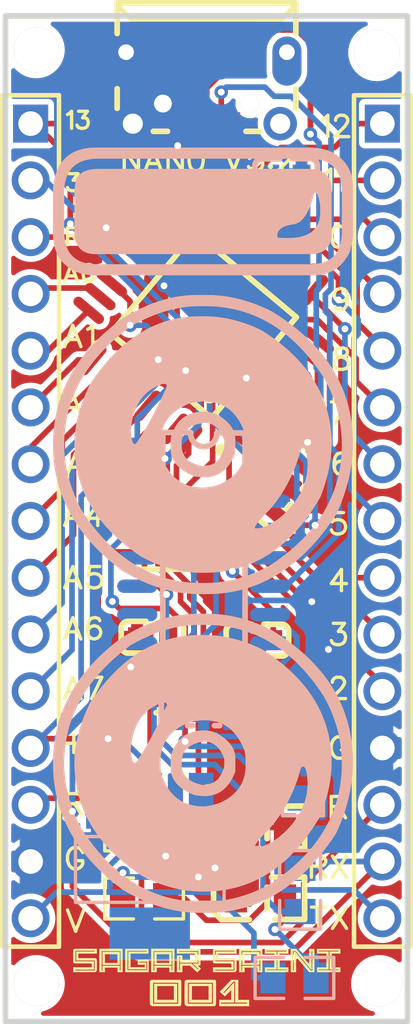
<source format=kicad_pcb>
(kicad_pcb (version 20221018) (generator pcbnew)
  (layers (0 "F.Cu" signal) (31 "B.Cu" signal) (34 "B.Paste" user) (35 "F.Paste" user) (36 "B.SilkS" user "B.Silkscreen") (37 "F.SilkS" user "F.Silkscreen") (38 "B.Mask" user) (39 "F.Mask" user) (44 "Edge.Cuts" user))
  (net 0 "")
  (gr_poly (pts (xy 17.19376 -32.81883) (xy 17.32483 -32.81883) (xy 17.32483 -33.23945) (xy 16.9291 -33.23945) (xy 16.9291 -33.0835) (xy 16.93621 -33.0205) (xy 16.955 -32.96564) (xy 16.98599 -32.91687) (xy 17.02714 -32.87572) (xy 17.07591 -32.84524) (xy 17.13077 -32.82594)) (fill solid) (layer "F.Cu"))
  (gr_circle (center 11.50924 -54.52338) (end 11.81424 -54.52338) (fill solid) (layer "F.Cu"))
  (gr_poly (pts (xy 18.58799 -33.97801) (xy 19.38799 -33.97801) (xy 19.38799 -33.07798) (xy 18.58799 -33.07798)) (fill solid) (layer "F.Cu"))
  (gr_poly (pts (xy 23.3873 -30.24886) (xy 23.3873 -30.7533) (xy 22.88286 -30.7533) (xy 22.92756 -30.66694) (xy 23.00884 -30.55061) (xy 23.10434 -30.44545) (xy 23.21255 -30.3535) (xy 23.33193 -30.27578)) (fill solid) (layer "F.Cu"))
  (gr_circle (center 9.90396 -54.69585) (end 10.20896 -54.69585) (fill solid) (layer "F.Cu"))
  (gr_poly (pts (xy 16.82089 -26.80208) (xy 17.00123 -26.80208) (xy 17.00123 -27.31008) (xy 16.55572 -27.31008) (xy 16.55572 -27.06674) (xy 16.56283 -27.00324) (xy 16.58213 -26.94889) (xy 16.61312 -26.89961) (xy 16.65376 -26.85897) (xy 16.70304 -26.82798) (xy 16.75739 -26.80919)) (fill solid) (layer "F.Cu"))
  (gr_poly (pts (xy 13.60799 -26.8705) (xy 13.60799 -28.24749) (xy 14.74053 -28.24749) (xy 14.74053 -26.8705)) (fill solid) (layer "F.Cu"))
  (gr_poly (pts (xy 8.61669 -26.65069) (xy 9.12215 -26.65069) (xy 9.11098 -26.67508) (xy 9.03732 -26.79649) (xy 8.94892 -26.90774) (xy 8.84682 -27.00629) (xy 8.73302 -27.09113) (xy 8.61669 -27.15666)) (fill solid) (layer "F.Cu"))
  (gr_circle (center 15.0434 -31.53155) (end 15.3484 -31.53155) (fill solid) (layer "F.Cu"))
  (gr_circle (center 17.1643 -39.1541) (end 17.4693 -39.1541) (fill solid) (layer "F.Cu"))
  (gr_poly (pts (xy 15.79321 -45.91507) (xy 15.75562 -45.92066) (xy 15.70228 -45.93844) (xy 15.61388 -45.95164) (xy 15.56004 -45.9491) (xy 15.52295 -45.95469) (xy 15.49044 -45.97298) (xy 15.46656 -46.00194) (xy 15.45488 -46.03699) (xy 15.44777 -46.09084) (xy 15.41983 -46.17567) (xy 15.37665 -46.2539) (xy 15.32026 -46.32299) (xy 15.25168 -46.3804) (xy 15.17396 -46.42408) (xy 15.08963 -46.45304) (xy 15.00124 -46.46574) (xy 14.94688 -46.4632) (xy 14.9098 -46.46879) (xy 14.87728 -46.48708) (xy 14.85392 -46.51603) (xy 14.84223 -46.55159) (xy 14.83512 -46.60493) (xy 14.80718 -46.68977) (xy 14.764 -46.768) (xy 14.7071 -46.83709) (xy 14.63903 -46.89449) (xy 14.56131 -46.93818) (xy 14.47647 -46.96714) (xy 14.38859 -46.97984) (xy 14.33423 -46.9778) (xy 14.29715 -46.98288) (xy 14.26464 -47.00117) (xy 14.24076 -47.03013) (xy 14.22908 -47.06569) (xy 14.22196 -47.11954) (xy 14.19402 -47.20437) (xy 14.15135 -47.2826) (xy 14.09446 -47.35118) (xy 14.02588 -47.40859) (xy 13.94815 -47.45228) (xy 13.86382 -47.48123) (xy 13.77543 -47.49393) (xy 13.72108 -47.4919) (xy 13.6845 -47.49698) (xy 13.65199 -47.51578) (xy 13.62811 -47.54422) (xy 13.61643 -47.57978) (xy 13.60932 -47.63363) (xy 13.58138 -47.71847) (xy 13.5382 -47.7967) (xy 13.48181 -47.86579) (xy 13.41323 -47.92268) (xy 13.3355 -47.96688) (xy 13.25118 -47.99533) (xy 13.16278 -48.00854) (xy 13.10843 -48.006) (xy 13.07134 -48.01158) (xy 13.03883 -48.02987) (xy 13.01546 -48.05883) (xy 13.00378 -48.09388) (xy 12.99616 -48.14773) (xy 12.96873 -48.23256) (xy 12.92555 -48.3108) (xy 12.86865 -48.37988) (xy 12.80058 -48.43729) (xy 12.72286 -48.48098) (xy 12.63802 -48.50993) (xy 12.54963 -48.52263) (xy 12.49578 -48.52009) (xy 12.4587 -48.52568) (xy 12.42618 -48.54397) (xy 12.40231 -48.57292) (xy 12.39062 -48.60848) (xy 12.38351 -48.66182) (xy 12.35557 -48.74666) (xy 12.31239 -48.82489) (xy 12.256 -48.89398) (xy 12.18742 -48.95138) (xy 12.1097 -48.99507) (xy 12.02537 -49.02403) (xy 11.93698 -49.03673) (xy 11.88262 -49.0347) (xy 11.84605 -49.03978) (xy 11.81354 -49.05806) (xy 11.78966 -49.08702) (xy 11.77798 -49.12258) (xy 11.77086 -49.17643) (xy 11.74292 -49.26126) (xy 11.69974 -49.3395) (xy 11.64336 -49.40808) (xy 11.57478 -49.46548) (xy 11.49705 -49.50968) (xy 11.41272 -49.53812) (xy 11.32433 -49.55082) (xy 11.23492 -49.54727) (xy 11.14806 -49.52746) (xy 11.06627 -49.4919) (xy 10.9921 -49.4416) (xy 10.92555 -49.37556) (xy 10.6365 -49.03114) (xy 10.60145 -49.00422) (xy 10.55878 -48.99456) (xy 10.25956 -48.99456) (xy 10.1793 -48.98694) (xy 10.10716 -48.9651) (xy 10.04011 -48.92903) (xy 9.97813 -48.87823) (xy 8.6365 -47.5366) (xy 8.60399 -47.51476) (xy 8.56538 -47.50714) (xy 8.52678 -47.51425) (xy 8.4775 -47.53457) (xy 8.33983 -47.57064) (xy 8.19912 -47.58842) (xy 8.05688 -47.58842) (xy 7.91616 -47.57064) (xy 7.77849 -47.53457) (xy 7.64692 -47.48123) (xy 7.52297 -47.41113) (xy 7.42137 -47.33544) (xy 7.38073 -47.31715) (xy 7.33602 -47.31816) (xy 7.2964 -47.33848) (xy 7.26897 -47.37354) (xy 7.25932 -47.41672) (xy 7.25932 -48.08829) (xy 7.26643 -48.12588) (xy 7.28675 -48.1584) (xy 7.31824 -48.18075) (xy 7.35533 -48.18989) (xy 7.39343 -48.18481) (xy 7.42645 -48.16602) (xy 7.46455 -48.1335) (xy 7.58393 -48.05578) (xy 7.71194 -47.99431) (xy 7.84656 -47.94961) (xy 7.98626 -47.92218) (xy 8.128 -47.91303) (xy 8.26973 -47.92218) (xy 8.40943 -47.94961) (xy 8.54405 -47.99431) (xy 8.67206 -48.05578) (xy 8.79144 -48.1335) (xy 8.89965 -48.22545) (xy 8.99515 -48.33061) (xy 9.07643 -48.44694) (xy 9.14196 -48.57292) (xy 9.19124 -48.70653) (xy 9.20597 -48.75428) (xy 9.22324 -48.77714) (xy 10.61567 -50.16957) (xy 10.64666 -50.1909) (xy 10.68324 -50.19954) (xy 10.72032 -50.19395) (xy 10.75283 -50.17566) (xy 10.87323 -50.07457) (xy 10.95044 -50.02123) (xy 11.03223 -49.98466) (xy 11.1191 -49.96383) (xy 11.208 -49.95926) (xy 11.29639 -49.97145) (xy 11.38123 -49.99939) (xy 11.45946 -50.04206) (xy 11.52855 -50.09896) (xy 11.58595 -50.16703) (xy 11.62964 -50.24475) (xy 11.6586 -50.32959) (xy 11.6713 -50.41798) (xy 11.66876 -50.47183) (xy 11.67434 -50.50891) (xy 11.69263 -50.54142) (xy 11.72159 -50.5653) (xy 11.75715 -50.57698) (xy 11.81049 -50.5841) (xy 11.89532 -50.61204) (xy 11.97356 -50.65522) (xy 12.02791 -50.69992) (xy 12.06144 -50.7177) (xy 12.09903 -50.72278) (xy 12.13612 -50.71313) (xy 12.1666 -50.69078) (xy 12.18692 -50.65877) (xy 12.19403 -50.61) (xy 12.18641 -50.5714) (xy 12.16406 -50.53838) (xy 12.14831 -50.52212) (xy 12.09192 -50.44186) (xy 12.05026 -50.35296) (xy 12.02486 -50.25796) (xy 12.01623 -50.15992) (xy 12.02486 -50.06187) (xy 12.05026 -49.96688) (xy 12.09192 -49.87798) (xy 12.14831 -49.79771) (xy 12.2179 -49.72812) (xy 12.29817 -49.67173) (xy 12.38707 -49.63007) (xy 12.48206 -49.60467) (xy 12.58011 -49.59604) (xy 12.67815 -49.60467) (xy 12.77315 -49.63007) (xy 12.86205 -49.67173) (xy 12.94231 -49.72812) (xy 13.01191 -49.79771) (xy 13.0683 -49.87798) (xy 13.10995 -49.96688) (xy 13.13535 -50.06187) (xy 13.14399 -50.15992) (xy 13.13535 -50.25796) (xy 13.10995 -50.35296) (xy 13.0683 -50.44186) (xy 13.01191 -50.52212) (xy 12.99616 -50.53838) (xy 12.97381 -50.5714) (xy 12.96619 -50.61) (xy 12.96619 -51.22621) (xy 12.95857 -51.30647) (xy 12.93622 -51.37861) (xy 12.90066 -51.44516) (xy 12.84986 -51.50764) (xy 12.72743 -51.63007) (xy 12.70355 -51.66766) (xy 12.69796 -51.71236) (xy 12.71219 -51.75504) (xy 12.74368 -51.78704) (xy 12.78534 -51.80279) (xy 12.83919 -51.8099) (xy 12.92402 -51.83784) (xy 12.96111 -51.85816) (xy 12.5227 -52.22595) (xy 12.49781 -52.19649) (xy 12.46733 -52.1716) (xy 12.42923 -52.16093) (xy 12.38961 -52.16499) (xy 12.35506 -52.1843) (xy 11.78153 -52.66537) (xy 11.75664 -52.69636) (xy 11.74546 -52.73446) (xy 11.74953 -52.77358) (xy 11.76883 -52.80863) (xy 11.79322 -52.83809) (xy 11.35481 -53.20588) (xy 11.3411 -53.16575) (xy 11.3284 -53.07736) (xy 11.33094 -53.023) (xy 11.32535 -52.98592) (xy 11.30706 -52.95341) (xy 11.2781 -52.93004) (xy 11.24254 -52.91836) (xy 11.1892 -52.91074) (xy 11.10437 -52.8833) (xy 11.02614 -52.84012) (xy 10.95705 -52.78323) (xy 10.89964 -52.71516) (xy 10.85596 -52.63743) (xy 10.827 -52.5526) (xy 10.8143 -52.4642) (xy 10.81633 -52.41036) (xy 10.81125 -52.37327) (xy 10.79296 -52.34076) (xy 10.76401 -52.31688) (xy 10.72845 -52.3052) (xy 10.6746 -52.29809) (xy 10.58976 -52.27015) (xy 10.50442 -52.22341) (xy 10.48105 -52.21376) (xy 10.45565 -52.21071) (xy 9.07491 -52.21071) (xy 9.04494 -52.21528) (xy 9.01801 -52.22798) (xy 8.99566 -52.24881) (xy 8.94892 -52.30774) (xy 8.84682 -52.40629) (xy 8.73302 -52.49113) (xy 8.60907 -52.56123) (xy 8.4775 -52.61457) (xy 8.33983 -52.65064) (xy 8.19912 -52.66842) (xy 8.05688 -52.66842) (xy 7.91616 -52.65064) (xy 7.77849 -52.61457) (xy 7.64692 -52.56123) (xy 7.52297 -52.49113) (xy 7.42137 -52.41544) (xy 7.38073 -52.39715) (xy 7.33602 -52.39816) (xy 7.2964 -52.41848) (xy 7.26897 -52.45354) (xy 7.25932 -52.49672) (xy 7.25932 -53.16829) (xy 7.26643 -53.20588) (xy 7.28675 -53.2384) (xy 7.31824 -53.26075) (xy 7.35533 -53.26989) (xy 7.39343 -53.26481) (xy 7.42645 -53.24602) (xy 7.46455 -53.2135) (xy 7.58393 -53.13578) (xy 7.71194 -53.07431) (xy 7.84656 -53.02961) (xy 7.98626 -53.00218) (xy 8.128 -52.99303) (xy 8.26973 -53.00218) (xy 8.40943 -53.02961) (xy 8.54405 -53.07431) (xy 8.67206 -53.13578) (xy 8.79144 -53.2135) (xy 8.89965 -53.30545) (xy 8.99515 -53.41061) (xy 9.07592 -53.52694) (xy 9.14603 -53.66105) (xy 9.16838 -53.69052) (xy 9.19987 -53.70931) (xy 9.23594 -53.71592) (xy 11.28979 -53.71592) (xy 11.37005 -53.72404) (xy 11.44219 -53.74589) (xy 11.50874 -53.78145) (xy 11.56309 -53.82615) (xy 11.59611 -53.84393) (xy 11.63269 -53.84901) (xy 11.66876 -53.84038) (xy 11.69974 -53.81955) (xy 11.81557 -53.70372) (xy 11.83944 -53.66562) (xy 11.84452 -53.62143) (xy 11.8303 -53.57876) (xy 11.7988 -53.54675) (xy 11.75715 -53.531) (xy 11.7033 -53.52389) (xy 11.61846 -53.49595) (xy 11.58138 -53.47563) (xy 12.01978 -53.10784) (xy 12.04417 -53.1368) (xy 12.07516 -53.16169) (xy 12.11326 -53.17286) (xy 12.15288 -53.16829) (xy 12.18742 -53.1495) (xy 12.76096 -52.66791) (xy 12.78585 -52.63743) (xy 12.79702 -52.59933) (xy 12.79245 -52.55971) (xy 12.77366 -52.52516) (xy 12.74876 -52.4957) (xy 13.18717 -52.12791) (xy 13.20088 -52.16804) (xy 13.21358 -52.25643) (xy 13.21155 -52.31028) (xy 13.21714 -52.34736) (xy 13.23543 -52.37988) (xy 13.26438 -52.40375) (xy 13.29944 -52.41544) (xy 13.35328 -52.42255) (xy 13.43812 -52.45049) (xy 13.51635 -52.49367) (xy 13.58544 -52.55006) (xy 13.64284 -52.61864) (xy 13.68653 -52.69636) (xy 13.70076 -52.73852) (xy 13.72158 -52.77358) (xy 13.7546 -52.79796) (xy 13.79423 -52.8071) (xy 13.83487 -52.79999) (xy 13.8689 -52.77764) (xy 14.26768 -52.37835) (xy 14.29004 -52.34533) (xy 14.29766 -52.30672) (xy 14.29766 -49.66716) (xy 14.29004 -49.62855) (xy 14.26768 -49.59553) (xy 13.88516 -49.2125) (xy 13.8562 -49.19268) (xy 13.82217 -49.18354) (xy 13.7419 -49.17643) (xy 13.64691 -49.15103) (xy 13.55801 -49.10937) (xy 13.47724 -49.05298) (xy 13.40764 -48.98339) (xy 13.35176 -48.90312) (xy 13.3101 -48.81422) (xy 13.2847 -48.71923) (xy 13.27607 -48.62118) (xy 13.2847 -48.52314) (xy 13.3101 -48.42814) (xy 13.35176 -48.33924) (xy 13.40764 -48.25898) (xy 13.47724 -48.18938) (xy 13.55801 -48.133) (xy 13.64691 -48.09134) (xy 13.7419 -48.06594) (xy 13.83995 -48.0573) (xy 13.93748 -48.06594) (xy 14.03248 -48.09134) (xy 14.12138 -48.133) (xy 14.20215 -48.18938) (xy 14.27175 -48.25898) (xy 14.32763 -48.33924) (xy 14.34236 -48.36972) (xy 14.37335 -48.40884) (xy 14.37589 -48.45151) (xy 14.39468 -48.52314) (xy 14.4018 -48.60391) (xy 14.41094 -48.63795) (xy 14.43126 -48.6669) (xy 14.75536 -48.99101) (xy 14.78838 -49.01285) (xy 14.8275 -49.02098) (xy 14.86611 -49.01285) (xy 14.89913 -48.99101) (xy 14.92097 -48.95799) (xy 14.9291 -48.91938) (xy 14.9291 -48.75072) (xy 14.92148 -48.71313) (xy 14.90116 -48.68062) (xy 14.87017 -48.65827) (xy 14.78635 -48.61915) (xy 14.70609 -48.56327) (xy 14.63649 -48.49368) (xy 14.5801 -48.4129) (xy 14.56588 -48.38242) (xy 14.53438 -48.34331) (xy 14.53235 -48.30064) (xy 14.51305 -48.22901) (xy 14.50441 -48.13096) (xy 14.51305 -48.03343) (xy 14.53845 -47.93843) (xy 14.5801 -47.84953) (xy 14.63649 -47.76876) (xy 14.70609 -47.69916) (xy 14.78635 -47.64328) (xy 14.87525 -47.60163) (xy 14.97025 -47.57623) (xy 15.06829 -47.56759) (xy 15.16634 -47.57623) (xy 15.26133 -47.60163) (xy 15.35023 -47.64328) (xy 15.4305 -47.69916) (xy 15.50009 -47.76876) (xy 15.55648 -47.84953) (xy 15.59814 -47.93843) (xy 15.62049 -47.96942) (xy 15.65249 -47.99025) (xy 15.69008 -47.99736) (xy 15.78813 -47.99736) (xy 15.82724 -47.98974) (xy 15.85976 -47.96739) (xy 15.88211 -47.93437) (xy 15.88973 -47.89576) (xy 15.88973 -46.01667) (xy 15.88262 -45.97908) (xy 15.86179 -45.94656) (xy 15.8308 -45.92421)) (fill solid) (layer "F.Cu"))
  (gr_circle (center 19.06727 -23.12466) (end 19.37227 -23.12466) (fill solid) (layer "F.Cu"))
  (gr_poly (pts (xy 12.362 -33.97801) (xy 13.162 -33.97801) (xy 13.162 -33.07798) (xy 12.362 -33.07798)) (fill solid) (layer "F.Cu"))
  (gr_poly (pts (xy 18.58799 -36.51801) (xy 19.38799 -36.51801) (xy 19.38799 -35.61798) (xy 18.58799 -35.61798)) (fill solid) (layer "F.Cu"))
  (gr_poly (pts (xy 20.01507 -25.136) (xy 19.01507 -25.136) (xy 19.01507 -23.886) (xy 20.01507 -23.886)) (fill solid) (layer "F.Cu"))
  (gr_circle (center 15.6403 -25.47061) (end 15.9453 -25.47061) (fill solid) (layer "F.Cu"))
  (gr_poly (pts (xy 22.88184 -31.73069) (xy 23.3873 -31.73069) (xy 23.3873 -32.23666) (xy 23.27097 -32.17113) (xy 23.15718 -32.08629) (xy 23.05507 -31.98774) (xy 22.96668 -31.87649) (xy 22.89302 -31.75508)) (fill solid) (layer "F.Cu"))
  (gr_poly (pts (xy 12.49476 -35.48583) (xy 12.62583 -35.48583) (xy 12.62583 -35.90645) (xy 12.2301 -35.90645) (xy 12.2301 -35.7505) (xy 12.23721 -35.6875) (xy 12.256 -35.63264) (xy 12.28699 -35.58387) (xy 12.32814 -35.54272) (xy 12.37691 -35.51224) (xy 12.43177 -35.49294)) (fill solid) (layer "F.Cu"))
  (gr_circle (center 14.0975 -51.92725) (end 14.4025 -51.92725) (fill solid) (layer "F.Cu"))
  (gr_poly (pts (xy 19.64669 -41.70934) (xy 19.22889 -41.21139) (xy 17.92663 -42.30415) (xy 18.34441 -42.80207)) (fill solid) (layer "F.Cu"))
  (gr_circle (center 20.71674 -37.78808) (end 21.02174 -37.78808) (fill solid) (layer "F.Cu"))
  (gr_poly (pts (xy 17.81492 -28.311) (xy 16.81492 -28.311) (xy 16.81492 -27.061) (xy 17.81492 -27.061)) (fill solid) (layer "F.Cu"))
  (gr_poly (pts (xy 17.81492 -25.136) (xy 16.81492 -25.136) (xy 16.81492 -23.886) (xy 17.81492 -23.886)) (fill solid) (layer "F.Cu"))
  (gr_poly (pts (xy 16.55572 -24.88692) (xy 17.00123 -24.88692) (xy 17.00123 -25.39492) (xy 16.82089 -25.39492) (xy 16.75739 -25.3878) (xy 16.70304 -25.36901) (xy 16.65376 -25.33802) (xy 16.61312 -25.29738) (xy 16.58213 -25.2481) (xy 16.56283 -25.19375) (xy 16.55572 -25.13025)) (fill solid) (layer "F.Cu"))
  (gr_poly (pts (xy 17.19376 -35.35883) (xy 17.32483 -35.35883) (xy 17.32483 -35.77945) (xy 16.9291 -35.77945) (xy 16.9291 -35.6235) (xy 16.93621 -35.5605) (xy 16.955 -35.50564) (xy 16.98599 -35.45687) (xy 17.02714 -35.41572) (xy 17.07591 -35.38524) (xy 17.13077 -35.36594)) (fill solid) (layer "F.Cu"))
  (gr_poly (pts (xy 16.21241 -59.68682) (xy 15.81241 -59.68682) (xy 15.81241 -58.68682) (xy 16.21241 -58.68682)) (fill solid) (layer "F.Cu"))
  (gr_circle (center 12.26286 -25.66035) (end 12.56786 -25.66035) (fill solid) (layer "F.Cu"))
  (gr_circle (center 19.30196 -59.17895) (end 20.05196 -59.17895) (fill solid) (layer "F.Cu"))
  (gr_circle (center 15.06829 -48.13122) (end 15.37329 -48.13122) (fill solid) (layer "F.Cu"))
  (gr_circle (center 12.70203 -59.17895) (end 13.45203 -59.17895) (fill solid) (layer "F.Cu"))
  (gr_circle (center 12.60551 -34.8681) (end 12.91051 -34.8681) (fill solid) (layer "F.Cu"))
  (gr_poly (pts (xy 17.62861 -26.80208) (xy 17.80946 -26.80208) (xy 17.87245 -26.80919) (xy 17.92732 -26.82798) (xy 17.97608 -26.85897) (xy 18.01723 -26.89961) (xy 18.04771 -26.94889) (xy 18.06702 -27.00324) (xy 18.07413 -27.06674) (xy 18.07413 -27.31008) (xy 17.62861 -27.31008)) (fill solid) (layer "F.Cu"))
  (gr_circle (center 16.38071 -25.87828) (end 16.68571 -25.87828) (fill solid) (layer "F.Cu"))
  (gr_poly (pts (xy 20.01507 -28.311) (xy 19.01507 -28.311) (xy 19.01507 -27.061) (xy 20.01507 -27.061)) (fill solid) (layer "F.Cu"))
  (gr_poly (pts (xy 16.9291 -36.35654) (xy 17.32483 -36.35654) (xy 17.32483 -36.77716) (xy 17.19376 -36.77716) (xy 17.13077 -36.77005) (xy 17.07591 -36.75075) (xy 17.02714 -36.72027) (xy 16.98599 -36.67912) (xy 16.955 -36.63035) (xy 16.93621 -36.57549) (xy 16.9291 -36.5125)) (fill solid) (layer "F.Cu"))
  (gr_poly (pts (xy 20.36983 -42.57113) (xy 20.04844 -42.1881) (xy 18.74616 -43.28086) (xy 19.06755 -43.66389)) (fill solid) (layer "F.Cu"))
  (gr_poly (pts (xy 16.55572 -28.06192) (xy 17.00123 -28.06192) (xy 17.00123 -28.56992) (xy 16.82089 -28.56992) (xy 16.75739 -28.5628) (xy 16.70304 -28.54401) (xy 16.65376 -28.51302) (xy 16.61312 -28.47238) (xy 16.58213 -28.4231) (xy 16.56283 -28.36875) (xy 16.55572 -28.30525)) (fill solid) (layer "F.Cu"))
  (gr_circle (center 14.71244 -58.19622) (end 15.01744 -58.19622) (fill solid) (layer "F.Cu"))
  (gr_poly (pts (xy 16.20012 -23.9207) (xy 16.16151 -23.92832) (xy 16.12849 -23.95067) (xy 15.29842 -24.78074) (xy 15.27251 -24.80157) (xy 15.2466 -24.83408) (xy 15.23847 -24.86456) (xy 15.2273 -24.85999) (xy 15.1831 -24.86355) (xy 15.05559 -24.90012) (xy 15.02613 -24.92298) (xy 15.00632 -24.95448) (xy 14.99971 -24.99106) (xy 14.99971 -25.08453) (xy 15.00835 -25.12618) (xy 15.03375 -25.16022) (xy 15.07083 -25.18105) (xy 15.113 -25.18511) (xy 15.15313 -25.1714) (xy 15.18462 -25.14244) (xy 15.2085 -25.1084) (xy 15.28419 -25.03271) (xy 15.30807 -24.99512) (xy 15.3101 -24.97632) (xy 15.33956 -24.98191) (xy 15.3797 -24.97226) (xy 15.44726 -24.94076) (xy 15.54226 -24.91536) (xy 15.6403 -24.90673) (xy 15.73834 -24.91536) (xy 15.83334 -24.94076) (xy 15.92224 -24.98242) (xy 16.0025 -25.03881) (xy 16.0721 -25.1084) (xy 16.12849 -25.18867) (xy 16.17014 -25.27757) (xy 16.19554 -25.37256) (xy 16.20418 -25.47061) (xy 16.19554 -25.56865) (xy 16.17014 -25.66365) (xy 16.12849 -25.75255) (xy 16.0721 -25.83281) (xy 16.05635 -25.84907) (xy 16.034 -25.88209) (xy 16.02638 -25.9207) (xy 16.02638 -34.1127) (xy 16.034 -34.15182) (xy 16.05635 -34.18484) (xy 16.13052 -34.2585) (xy 16.18132 -34.32098) (xy 16.21688 -34.38753) (xy 16.23923 -34.46018) (xy 16.24685 -34.54044) (xy 16.24685 -37.338) (xy 16.23923 -37.41826) (xy 16.21688 -37.4909) (xy 16.18132 -37.55745) (xy 16.13052 -37.61994) (xy 15.66519 -38.08476) (xy 15.64284 -38.11778) (xy 15.63522 -38.15689) (xy 15.63522 -38.52773) (xy 15.6276 -38.608) (xy 15.60525 -38.68013) (xy 15.56969 -38.74668) (xy 15.51889 -38.80916) (xy 15.3162 -39.01135) (xy 15.29435 -39.04437) (xy 15.28673 -39.08348) (xy 15.29435 -39.12209) (xy 15.3162 -39.15511) (xy 15.34922 -39.17696) (xy 15.38833 -39.18508) (xy 15.5961 -39.18508) (xy 15.5961 -39.55542) (xy 15.0881 -39.55542) (xy 15.0881 -39.48531) (xy 15.07998 -39.4462) (xy 15.05813 -39.41318) (xy 15.02511 -39.39133) (xy 14.9865 -39.38371) (xy 14.94739 -39.39133) (xy 14.91437 -39.41318) (xy 14.66037 -39.66768) (xy 14.63802 -39.7007) (xy 14.6304 -39.73931) (xy 14.6304 -40.59377) (xy 14.63802 -40.63288) (xy 14.66037 -40.6659) (xy 14.69339 -40.68775) (xy 14.732 -40.69537) (xy 14.77111 -40.68775) (xy 14.80362 -40.6659) (xy 14.91081 -40.55872) (xy 14.97279 -40.50792) (xy 15.03984 -40.47185) (xy 15.08912 -40.45712) (xy 15.12163 -40.43984) (xy 15.14652 -40.41241) (xy 15.15922 -40.37736) (xy 15.15922 -40.34028) (xy 15.14551 -40.30573) (xy 15.11401 -40.25595) (xy 15.09522 -40.20159) (xy 15.0881 -40.13809) (xy 15.0881 -40.03243) (xy 15.5961 -40.03243) (xy 15.5961 -40.34078) (xy 15.60372 -40.37939) (xy 15.62557 -40.41241) (xy 15.65859 -40.43476) (xy 15.6977 -40.44238) (xy 16.24634 -40.44238) (xy 16.28546 -40.43476) (xy 16.31848 -40.41241) (xy 16.34032 -40.37939) (xy 16.34794 -40.34078) (xy 16.34794 -40.03243) (xy 16.85848 -40.03243) (xy 16.87626 -40.07154) (xy 16.90928 -40.09999) (xy 16.95043 -40.11218) (xy 16.9931 -40.10609) (xy 17.02968 -40.08272) (xy 17.2217 -39.89019) (xy 17.24304 -39.85869) (xy 17.25168 -39.82161) (xy 17.24558 -39.78401) (xy 17.22577 -39.751) (xy 17.19529 -39.72763) (xy 17.15871 -39.71747) (xy 17.06625 -39.70934) (xy 16.97126 -39.68394) (xy 16.88236 -39.64228) (xy 16.76857 -39.56304) (xy 16.72945 -39.55542) (xy 16.34794 -39.55542) (xy 16.34794 -39.18508) (xy 16.50492 -39.18508) (xy 16.54149 -39.17797) (xy 16.5735 -39.15816) (xy 16.59585 -39.12819) (xy 16.60601 -39.09212) (xy 16.60906 -39.05605) (xy 16.63446 -38.96106) (xy 16.67611 -38.87215) (xy 16.7325 -38.79189) (xy 16.8021 -38.72229) (xy 16.88236 -38.66591) (xy 16.97126 -38.62425) (xy 17.06625 -38.59885) (xy 17.14703 -38.59174) (xy 17.18106 -38.5826) (xy 17.21002 -38.56278) (xy 18.57197 -37.20033) (xy 18.59432 -37.16731) (xy 18.60194 -37.1287) (xy 18.60194 -36.86708) (xy 18.5933 -36.82644) (xy 18.56943 -36.7924) (xy 18.53387 -36.77107) (xy 18.47596 -36.75075) (xy 18.42668 -36.72027) (xy 18.38604 -36.67912) (xy 18.37385 -36.66032) (xy 18.34591 -36.63086) (xy 18.30832 -36.6146) (xy 18.26768 -36.6146) (xy 18.23008 -36.63086) (xy 18.20214 -36.66032) (xy 18.18995 -36.67912) (xy 18.14931 -36.72027) (xy 18.10004 -36.75075) (xy 18.04568 -36.77005) (xy 17.98218 -36.77716) (xy 17.85162 -36.77716) (xy 17.85162 -36.35654) (xy 18.22704 -36.35654) (xy 18.26615 -36.34892) (xy 18.29917 -36.32657) (xy 18.32102 -36.29355) (xy 18.32864 -36.25494) (xy 18.32864 -35.88105) (xy 18.32102 -35.84244) (xy 18.29917 -35.80942) (xy 18.26615 -35.78707) (xy 18.22704 -35.77945) (xy 17.85162 -35.77945) (xy 17.85162 -35.35883) (xy 17.98218 -35.35883) (xy 18.04568 -35.36594) (xy 18.10004 -35.38524) (xy 18.14931 -35.41572) (xy 18.18995 -35.45687) (xy 18.20214 -35.47567) (xy 18.23008 -35.50513) (xy 18.26768 -35.52139) (xy 18.30832 -35.52139) (xy 18.34591 -35.50513) (xy 18.37385 -35.47567) (xy 18.38604 -35.45687) (xy 18.42668 -35.41572) (xy 18.47596 -35.38524) (xy 18.53031 -35.36594) (xy 18.59381 -35.35883) (xy 19.38223 -35.35883) (xy 19.44522 -35.36594) (xy 19.50008 -35.38524) (xy 19.54885 -35.41572) (xy 19.59 -35.45687) (xy 19.62099 -35.50564) (xy 19.63978 -35.5605) (xy 19.64689 -35.6235) (xy 19.64689 -36.5125) (xy 19.63978 -36.57549) (xy 19.62099 -36.63035) (xy 19.59 -36.67912) (xy 19.54885 -36.72027) (xy 19.50008 -36.75075) (xy 19.44217 -36.77107) (xy 19.40661 -36.7924) (xy 19.38274 -36.82644) (xy 19.3741 -36.86708) (xy 19.3741 -37.32529) (xy 19.36648 -37.40556) (xy 19.34413 -37.4782) (xy 19.33448 -37.49649) (xy 19.32279 -37.53612) (xy 19.32787 -37.57676) (xy 19.34819 -37.61232) (xy 19.38121 -37.6367) (xy 19.42134 -37.64584) (xy 19.46148 -37.63873) (xy 19.49602 -37.61638) (xy 20.99665 -36.11524) (xy 21.01697 -36.08628) (xy 21.02612 -36.05225) (xy 21.02307 -36.0172) (xy 21.00834 -35.98519) (xy 20.97328 -35.93541) (xy 20.93163 -35.84651) (xy 20.90623 -35.75151) (xy 20.89759 -35.65347) (xy 20.90623 -35.55542) (xy 20.93163 -35.46043) (xy 20.94128 -35.44062) (xy 20.95042 -35.40048) (xy 20.94331 -35.35984) (xy 20.92096 -35.32581) (xy 19.73376 -34.13861) (xy 19.70074 -34.11677) (xy 19.66214 -34.10915) (xy 19.62302 -34.11677) (xy 19.59051 -34.13861) (xy 19.54885 -34.18027) (xy 19.50008 -34.21075) (xy 19.44522 -34.23005) (xy 19.38223 -34.23716) (xy 18.59381 -34.23716) (xy 18.53031 -34.23005) (xy 18.47596 -34.21075) (xy 18.42668 -34.18027) (xy 18.38604 -34.13912) (xy 18.37385 -34.12032) (xy 18.34591 -34.09086) (xy 18.30832 -34.0746) (xy 18.26768 -34.0746) (xy 18.23008 -34.09086) (xy 18.20214 -34.12032) (xy 18.18995 -34.13912) (xy 18.14931 -34.18027) (xy 18.10004 -34.21075) (xy 18.04568 -34.23005) (xy 17.98218 -34.23716) (xy 17.85162 -34.23716) (xy 17.85162 -33.81654) (xy 18.22704 -33.81654) (xy 18.26615 -33.80892) (xy 18.29917 -33.78657) (xy 18.32102 -33.75355) (xy 18.32864 -33.71494) (xy 18.32864 -33.34105) (xy 18.32102 -33.30244) (xy 18.29917 -33.26942) (xy 18.26615 -33.24707) (xy 18.22704 -33.23945) (xy 17.85162 -33.23945) (xy 17.85162 -32.81883) (xy 17.98218 -32.81883) (xy 18.04568 -32.82594) (xy 18.10004 -32.84524) (xy 18.14931 -32.87572) (xy 18.18995 -32.91687) (xy 18.20214 -32.93567) (xy 18.23008 -32.96513) (xy 18.26768 -32.98139) (xy 18.30832 -32.98139) (xy 18.34591 -32.96513) (xy 18.37385 -32.93567) (xy 18.38604 -32.91687) (xy 18.42668 -32.87572) (xy 18.47596 -32.84524) (xy 18.53031 -32.82594) (xy 18.59381 -32.81883) (xy 19.38223 -32.81883) (xy 19.44522 -32.82594) (xy 19.50008 -32.84524) (xy 19.54885 -32.87572) (xy 19.59 -32.91687) (xy 19.62099 -32.96564) (xy 19.63978 -33.0205) (xy 19.64436 -33.05911) (xy 19.65401 -33.09213) (xy 19.67382 -33.12007) (xy 19.70227 -33.13988) (xy 19.74443 -33.15004) (xy 19.81707 -33.17189) (xy 19.88362 -33.20745) (xy 19.9456 -33.25876) (xy 21.73122 -35.04387) (xy 21.78202 -35.10635) (xy 21.81758 -35.1729) (xy 21.83892 -35.23284) (xy 21.85416 -35.25215) (xy 21.89327 -35.29126) (xy 21.91207 -35.31768) (xy 21.94458 -35.34765) (xy 21.98624 -35.36086) (xy 22.02992 -35.35476) (xy 22.06701 -35.3314) (xy 22.91588 -34.48253) (xy 22.93975 -34.44443) (xy 22.94534 -34.40023) (xy 22.93112 -34.35807) (xy 22.89302 -34.29508) (xy 22.83561 -34.16503) (xy 22.79497 -34.02888) (xy 22.77211 -33.88868) (xy 22.76754 -33.74644) (xy 22.78126 -33.60521) (xy 22.81275 -33.46653) (xy 22.86203 -33.33292) (xy 22.92756 -33.20694) (xy 23.00884 -33.09061) (xy 23.10434 -32.98545) (xy 23.21255 -32.8935) (xy 23.33193 -32.81578) (xy 23.45994 -32.75431) (xy 23.59456 -32.70961) (xy 23.73426 -32.68217) (xy 23.876 -32.67303) (xy 24.01773 -32.68217) (xy 24.15743 -32.70961) (xy 24.29205 -32.75431) (xy 24.42006 -32.81578) (xy 24.53944 -32.8935) (xy 24.57348 -32.92246) (xy 24.60701 -32.94126) (xy 24.6446 -32.94634) (xy 24.68168 -32.93719) (xy 24.71318 -32.91484) (xy 24.7335 -32.88284) (xy 24.74112 -32.84524) (xy 24.74112 -32.17976) (xy 24.73096 -32.13658) (xy 24.70353 -32.10102) (xy 24.6639 -32.08121) (xy 24.6192 -32.0802) (xy 24.57856 -32.09848) (xy 24.48102 -32.17113) (xy 24.36469 -32.23666) (xy 24.36469 -31.73069) (xy 24.63952 -31.73069) (xy 24.67813 -31.72256) (xy 24.71115 -31.70072) (xy 24.73299 -31.6677) (xy 24.74112 -31.62909) (xy 24.74112 -30.8549) (xy 24.73299 -30.81629) (xy 24.71115 -30.78327) (xy 24.67813 -30.76143) (xy 24.63952 -30.7533) (xy 24.36469 -30.7533) (xy 24.36469 -30.24886) (xy 24.42006 -30.27578) (xy 24.53944 -30.3535) (xy 24.57348 -30.38246) (xy 24.60701 -30.40126) (xy 24.6446 -30.40634) (xy 24.68168 -30.39719) (xy 24.71318 -30.37484) (xy 24.7335 -30.34284) (xy 24.74112 -30.30524) (xy 24.74112 -29.63976) (xy 24.73096 -29.59658) (xy 24.70353 -29.56102) (xy 24.6639 -29.54121) (xy 24.6192 -29.5402) (xy 24.57856 -29.55848) (xy 24.48102 -29.63113) (xy 24.35707 -29.70123) (xy 24.2255 -29.75457) (xy 24.08783 -29.79064) (xy 23.94712 -29.80842) (xy 23.80488 -29.80842) (xy 23.66416 -29.79064) (xy 23.52649 -29.75457) (xy 23.39492 -29.70123) (xy 23.27097 -29.63113) (xy 23.15718 -29.54629) (xy 23.05507 -29.44774) (xy 22.96668 -29.33649) (xy 22.89302 -29.21508) (xy 22.83561 -29.08503) (xy 22.79497 -28.94888) (xy 22.77211 -28.80868) (xy 22.76754 -28.66644) (xy 22.78126 -28.52521) (xy 22.81275 -28.38653) (xy 22.84476 -28.30017) (xy 22.85085 -28.26258) (xy 22.84272 -28.22498) (xy 22.82139 -28.19349) (xy 20.08632 -25.45842) (xy 20.06498 -25.432) (xy 20.02993 -25.40508) (xy 19.98624 -25.39492) (xy 19.2217 -25.39492) (xy 19.18258 -25.40304) (xy 19.14956 -25.42489) (xy 19.12772 -25.45791) (xy 19.1201 -25.49652) (xy 19.1201 -26.70048) (xy 19.12772 -26.73908) (xy 19.14956 -26.7721) (xy 19.18258 -26.79395) (xy 19.2217 -26.80208) (xy 20.0091 -26.80208) (xy 20.0726 -26.80919) (xy 20.12696 -26.82798) (xy 20.17623 -26.85897) (xy 20.21687 -26.89961) (xy 20.24786 -26.94889) (xy 20.26666 -27.00324) (xy 20.27428 -27.06674) (xy 20.27428 -28.30525) (xy 20.26666 -28.36875) (xy 20.24786 -28.4231) (xy 20.21687 -28.47238) (xy 20.17623 -28.51302) (xy 20.12696 -28.54401) (xy 20.0726 -28.5628) (xy 20.0091 -28.56992) (xy 19.02053 -28.56992) (xy 18.95754 -28.5628) (xy 18.90268 -28.54401) (xy 18.85391 -28.51302) (xy 18.81276 -28.47238) (xy 18.78228 -28.4231) (xy 18.76298 -28.36875) (xy 18.75586 -28.30525) (xy 18.75586 -28.16606) (xy 18.74926 -28.12948) (xy 18.72945 -28.09798) (xy 18.69998 -28.07512) (xy 18.58619 -28.04261) (xy 18.51964 -28.00654) (xy 18.46122 -27.95879) (xy 18.41296 -27.90037) (xy 18.3774 -27.83382) (xy 18.35556 -27.76118) (xy 18.34794 -27.68092) (xy 18.34794 -24.54656) (xy 18.33981 -24.50795) (xy 18.31797 -24.47493) (xy 18.00758 -24.16454) (xy 17.97507 -24.1427) (xy 17.93595 -24.13508) (xy 17.62861 -24.13508) (xy 17.62861 -24.0223) (xy 17.62048 -23.98369) (xy 17.59864 -23.95067) (xy 17.56562 -23.92832) (xy 17.52701 -23.9207) (xy 17.10283 -23.9207) (xy 17.06422 -23.92832) (xy 17.0312 -23.95067) (xy 17.00936 -23.98369) (xy 17.00123 -24.0223) (xy 17.00123 -24.13508) (xy 16.55572 -24.13508) (xy 16.55572 -24.0223) (xy 16.5481 -23.98369) (xy 16.52625 -23.95067) (xy 16.49323 -23.92832) (xy 16.45412 -23.9207)) (fill solid) (layer "F.Cu"))
  (gr_circle (center 14.17421 -26.40431) (end 14.47921 -26.40431) (fill solid) (layer "F.Cu"))
  (gr_poly (pts (xy 13.88899 -36.64501) (xy 14.68899 -36.64501) (xy 14.68899 -35.74498) (xy 13.88899 -35.74498)) (fill solid) (layer "F.Cu"))
  (gr_poly (pts (xy 12.489 -36.64501) (xy 13.289 -36.64501) (xy 13.289 -35.74498) (xy 12.489 -35.74498)) (fill solid) (layer "F.Cu"))
  (gr_poly (pts (xy 17.188 -36.51801) (xy 17.988 -36.51801) (xy 17.988 -35.61798) (xy 17.188 -35.61798)) (fill solid) (layer "F.Cu"))
  (gr_poly (pts (xy 14.95196 -55.26278) (xy 14.91437 -55.26786) (xy 14.88084 -55.28614) (xy 14.18336 -55.87136) (xy 14.10614 -55.92521) (xy 14.05331 -55.94858) (xy 14.02283 -55.9694) (xy 10.541 -59.45174) (xy 10.47851 -59.50254) (xy 10.41196 -59.53861) (xy 10.33983 -59.56046) (xy 10.25956 -59.56808) (xy 9.27608 -59.56808) (xy 9.23696 -59.5757) (xy 9.20445 -59.59805) (xy 9.1821 -59.63107) (xy 9.17448 -59.66968) (xy 9.17448 -60.02629) (xy 9.16736 -60.08928) (xy 9.14806 -60.14415) (xy 9.11758 -60.19292) (xy 9.07643 -60.23406) (xy 9.02766 -60.26505) (xy 8.9728 -60.28385) (xy 8.90981 -60.29096) (xy 7.36092 -60.29096) (xy 7.3218 -60.29858) (xy 7.28878 -60.32093) (xy 7.26694 -60.35395) (xy 7.25932 -60.39256) (xy 7.25932 -61.56198) (xy 7.26694 -61.60058) (xy 7.28878 -61.6336) (xy 7.3218 -61.65596) (xy 7.36092 -61.66358) (xy 7.39952 -61.65596) (xy 7.43254 -61.6336) (xy 7.53668 -61.52997) (xy 7.65759 -61.43498) (xy 7.78967 -61.35522) (xy 7.92988 -61.29172) (xy 8.07669 -61.246) (xy 8.22807 -61.21857) (xy 8.382 -61.20892) (xy 8.53592 -61.21857) (xy 8.6873 -61.246) (xy 8.83412 -61.29172) (xy 8.97432 -61.35522) (xy 9.1064 -61.43498) (xy 9.22731 -61.52997) (xy 9.33602 -61.63868) (xy 9.43102 -61.75959) (xy 9.51077 -61.89167) (xy 9.57427 -62.03188) (xy 9.61999 -62.17869) (xy 9.64742 -62.33007) (xy 9.65708 -62.484) (xy 9.64742 -62.63792) (xy 9.61999 -62.7893) (xy 9.57427 -62.93612) (xy 9.51077 -63.07632) (xy 9.43102 -63.2084) (xy 9.33602 -63.32931) (xy 9.22731 -63.43802) (xy 9.1064 -63.53302) (xy 9.0744 -63.55232) (xy 9.0429 -63.58229) (xy 9.02665 -63.62293) (xy 9.02919 -63.66662) (xy 9.04951 -63.70523) (xy 9.08456 -63.73164) (xy 9.12723 -63.74079) (xy 18.19198 -63.74079) (xy 18.23059 -63.73317) (xy 18.26361 -63.71132) (xy 18.28596 -63.6783) (xy 18.29358 -63.63919) (xy 18.28596 -63.60058) (xy 18.26361 -63.56756) (xy 15.74292 -61.04686) (xy 15.69161 -60.98438) (xy 15.65605 -60.91783) (xy 15.6342 -60.84519) (xy 15.62658 -60.76492) (xy 15.62658 -60.04712) (xy 15.61846 -60.00851) (xy 15.59661 -59.97549) (xy 15.56359 -59.95365) (xy 15.52498 -59.94552) (xy 15.16837 -59.94552) (xy 15.10487 -59.93841) (xy 15.07083 -59.92672) (xy 15.0373 -59.92114) (xy 15.00378 -59.92672) (xy 14.96974 -59.93841) (xy 14.90675 -59.94552) (xy 14.80921 -59.94552) (xy 14.76857 -59.95416) (xy 14.73454 -59.97854) (xy 14.7132 -60.0141) (xy 14.70812 -60.05576) (xy 14.71015 -60.07862) (xy 14.70152 -60.18428) (xy 14.67612 -60.2874) (xy 14.63446 -60.38494) (xy 14.57807 -60.47435) (xy 14.50746 -60.5536) (xy 14.42567 -60.62065) (xy 14.33372 -60.67399) (xy 14.23466 -60.71158) (xy 14.13052 -60.73241) (xy 14.02486 -60.73698) (xy 13.9197 -60.72428) (xy 13.8176 -60.69431) (xy 13.72209 -60.6491) (xy 13.63472 -60.58865) (xy 13.55801 -60.5155) (xy 13.49451 -60.43066) (xy 13.44523 -60.33668) (xy 13.4117 -60.2361) (xy 13.3863 -60.0776) (xy 13.36192 -60.04407) (xy 13.32585 -60.02274) (xy 13.2842 -60.01766) (xy 13.24406 -60.02985) (xy 13.12672 -60.09386) (xy 13.00073 -60.14262) (xy 12.86967 -60.17361) (xy 12.73556 -60.18733) (xy 12.60094 -60.18276) (xy 12.46835 -60.1604) (xy 12.33932 -60.12027) (xy 12.2174 -60.06388) (xy 12.1036 -59.99124) (xy 12.00048 -59.90437) (xy 11.91006 -59.8043) (xy 11.83386 -59.69304) (xy 11.7734 -59.57265) (xy 11.72921 -59.44565) (xy 11.70228 -59.31357) (xy 11.69314 -59.17895) (xy 11.70228 -59.04433) (xy 11.72921 -58.91225) (xy 11.7734 -58.78525) (xy 11.83386 -58.66485) (xy 11.91006 -58.5536) (xy 12.00048 -58.45352) (xy 12.1036 -58.36666) (xy 12.2174 -58.29401) (xy 12.33932 -58.23762) (xy 12.46835 -58.19749) (xy 12.60094 -58.17514) (xy 12.73556 -58.17057) (xy 12.86967 -58.18428) (xy 13.00073 -58.21527) (xy 13.12672 -58.26404) (xy 13.24508 -58.32856) (xy 13.35328 -58.40831) (xy 13.45031 -58.50229) (xy 13.53362 -58.60796) (xy 13.6022 -58.72378) (xy 13.65504 -58.84824) (xy 13.6906 -58.97778) (xy 13.70838 -59.11138) (xy 13.70838 -59.24651) (xy 13.69466 -59.34964) (xy 13.6972 -59.38977) (xy 13.71498 -59.42584) (xy 13.74546 -59.45174) (xy 13.78356 -59.46444) (xy 13.82369 -59.46089) (xy 13.9197 -59.43295) (xy 14.02486 -59.42025) (xy 14.13052 -59.42482) (xy 14.23466 -59.44565) (xy 14.3637 -59.49696) (xy 14.39011 -59.5) (xy 14.54912 -59.5) (xy 14.54912 -59.61176) (xy 14.55572 -59.64783) (xy 14.63446 -59.77229) (xy 14.68069 -59.88304) (xy 14.70253 -59.91606) (xy 14.73555 -59.9379) (xy 14.77467 -59.94552) (xy 14.81328 -59.9379) (xy 14.8463 -59.91555) (xy 14.86814 -59.88304) (xy 14.87576 -59.84392) (xy 14.87576 -59.468) (xy 14.89608 -59.436) (xy 14.90319 -59.3984) (xy 14.90319 -58.97473) (xy 14.89608 -58.93765) (xy 14.87576 -58.90514) (xy 14.87576 -58.42762) (xy 14.90675 -58.42762) (xy 14.96974 -58.43473) (xy 15.00378 -58.44641) (xy 15.0373 -58.45251) (xy 15.07083 -58.44641) (xy 15.10487 -58.43473) (xy 15.16837 -58.42762) (xy 15.55648 -58.42762) (xy 15.61998 -58.43473) (xy 15.65402 -58.44641) (xy 15.68754 -58.45251) (xy 15.72107 -58.44641) (xy 15.75511 -58.43473) (xy 15.8181 -58.42762) (xy 16.20672 -58.42762) (xy 16.26971 -58.43473) (xy 16.30375 -58.44641) (xy 16.33728 -58.45251) (xy 16.3708 -58.44641) (xy 16.40484 -58.43473) (xy 16.46834 -58.42762) (xy 16.82496 -58.42762) (xy 16.86356 -58.42) (xy 16.89658 -58.39764) (xy 16.91843 -58.36513) (xy 16.92656 -58.32602) (xy 16.92656 -58.04001) (xy 16.91843 -58.0009) (xy 16.89658 -57.96788) (xy 15.1643 -56.2361) (xy 15.113 -56.17362) (xy 15.07744 -56.10707) (xy 15.05559 -56.03443) (xy 15.04797 -55.95416) (xy 15.04797 -55.36387) (xy 15.04035 -55.32678) (xy 15.02003 -55.29427) (xy 14.98904 -55.27192)) (fill solid) (layer "F.Cu"))
  (gr_poly (pts (xy 12.808 -23.8225) (xy 12.808 -25.19949) (xy 11.67546 -25.19949) (xy 11.67546 -23.8225)) (fill solid) (layer "F.Cu"))
  (gr_poly (pts (xy 21.18931 -43.54776) (xy 20.77151 -43.04982) (xy 19.46922 -44.14258) (xy 19.88703 -44.6405)) (fill solid) (layer "F.Cu"))
  (gr_poly (pts (xy 14.91244 -59.68682) (xy 14.51244 -59.68682) (xy 14.51244 -58.68682) (xy 14.91244 -58.68682)) (fill solid) (layer "F.Cu"))
  (gr_poly (pts (xy 17.51238 -59.68682) (xy 17.11238 -59.68682) (xy 17.11238 -58.68682) (xy 17.51238 -58.68682)) (fill solid) (layer "F.Cu"))
  (gr_circle (center 13.83969 -48.62118) (end 14.14469 -48.62118) (fill solid) (layer "F.Cu"))
  (gr_poly (pts (xy 12.33982 -60.62218) (xy 12.46378 -60.62218) (xy 12.58671 -60.63945) (xy 12.7066 -60.67298) (xy 12.81988 -60.72225) (xy 12.92606 -60.78677) (xy 13.02258 -60.865) (xy 13.1069 -60.95542) (xy 13.17853 -61.05702) (xy 13.23543 -61.16726) (xy 13.27708 -61.2841) (xy 13.30248 -61.40551) (xy 13.31112 -61.53251) (xy 13.31112 -62.42558) (xy 13.30248 -62.55308) (xy 13.27708 -62.6745) (xy 13.23543 -62.79134) (xy 13.17853 -62.90157) (xy 13.1069 -63.00266) (xy 13.02258 -63.09309) (xy 12.92606 -63.17183) (xy 12.81988 -63.23584) (xy 12.7066 -63.28562) (xy 12.58671 -63.31915) (xy 12.46378 -63.33591) (xy 12.33982 -63.33591) (xy 12.21689 -63.31915) (xy 12.09751 -63.28562) (xy 11.98372 -63.23584) (xy 11.87805 -63.17183) (xy 11.78153 -63.09309) (xy 11.6972 -63.00266) (xy 11.62558 -62.90157) (xy 11.56817 -62.79134) (xy 11.52702 -62.6745) (xy 11.50162 -62.55308) (xy 11.49299 -62.42558) (xy 11.49299 -61.53251) (xy 11.50162 -61.40551) (xy 11.52702 -61.2841) (xy 11.56817 -61.16726) (xy 11.62558 -61.05702) (xy 11.6972 -60.95542) (xy 11.78153 -60.865) (xy 11.87805 -60.78677) (xy 11.98372 -60.72225) (xy 12.09751 -60.67298) (xy 12.21689 -60.63945)) (fill solid) (layer "F.Cu"))
  (gr_poly (pts (xy 8.9154 -60.032) (xy 7.3406 -60.032) (xy 7.3406 -58.332) (xy 8.9154 -58.332)) (fill solid) (layer "F.Cu"))
  (gr_poly (pts (xy 11.597 -42.344) (xy 12.84701 -42.344) (xy 12.84701 -41.64398) (xy 11.597 -41.64398)) (fill solid) (layer "F.Cu"))
  (gr_poly (pts (xy 12.08786 -34.10915) (xy 12.04925 -34.11677) (xy 12.01623 -34.13861) (xy 11.56868 -34.58616) (xy 11.54633 -34.61918) (xy 11.53871 -34.65829) (xy 11.53871 -37.15105) (xy 11.54531 -37.18763) (xy 11.56462 -37.21912) (xy 11.59408 -37.24198) (xy 11.62964 -37.25214) (xy 11.66672 -37.2496) (xy 11.68806 -37.24351) (xy 11.76985 -37.2364) (xy 11.79931 -37.22928) (xy 11.82522 -37.21404) (xy 11.88669 -37.16375) (xy 11.95324 -37.12768) (xy 12.02537 -37.10584) (xy 12.10564 -37.09822) (xy 12.4084 -37.09822) (xy 12.44803 -37.09009) (xy 12.48156 -37.06723) (xy 12.5034 -37.0332) (xy 12.51 -36.99306) (xy 12.50086 -36.95395) (xy 12.47698 -36.92144) (xy 12.44193 -36.90061) (xy 12.37691 -36.87775) (xy 12.32814 -36.84727) (xy 12.28699 -36.80612) (xy 12.256 -36.75735) (xy 12.23721 -36.70249) (xy 12.2301 -36.6395) (xy 12.2301 -36.48354) (xy 12.62583 -36.48354) (xy 12.62583 -36.99662) (xy 12.63345 -37.03523) (xy 12.65529 -37.06825) (xy 12.68831 -37.0906) (xy 12.72743 -37.09822) (xy 13.05102 -37.09822) (xy 13.08963 -37.0906) (xy 13.12265 -37.06825) (xy 13.145 -37.03523) (xy 13.15262 -36.99662) (xy 13.15262 -36.48354) (xy 13.52804 -36.48354) (xy 13.56715 -36.47592) (xy 13.60017 -36.45357) (xy 13.62202 -36.42055) (xy 13.62964 -36.38194) (xy 13.62964 -36.00805) (xy 13.62202 -35.96944) (xy 13.60017 -35.93642) (xy 13.56715 -35.91407) (xy 13.52804 -35.90645) (xy 13.15262 -35.90645) (xy 13.15262 -35.48583) (xy 13.28318 -35.48583) (xy 13.34668 -35.49294) (xy 13.40104 -35.51224) (xy 13.45031 -35.54272) (xy 13.49095 -35.58387) (xy 13.50314 -35.60267) (xy 13.53108 -35.63213) (xy 13.56868 -35.64839) (xy 13.60932 -35.64839) (xy 13.64691 -35.63213) (xy 13.67485 -35.60267) (xy 13.7033 -35.56762) (xy 13.72514 -35.5346) (xy 13.73276 -35.49599) (xy 13.72514 -35.45687) (xy 13.7033 -35.42385) (xy 13.21155 -34.93211) (xy 13.16024 -34.86962) (xy 13.12468 -34.80308) (xy 13.10284 -34.73094) (xy 13.09471 -34.65068) (xy 13.09471 -34.33876) (xy 13.08709 -34.29965) (xy 13.06474 -34.26663) (xy 13.03223 -34.24478) (xy 12.99311 -34.23716) (xy 12.36776 -34.23716) (xy 12.30477 -34.23005) (xy 12.24991 -34.21075) (xy 12.20114 -34.18027) (xy 12.15999 -34.13861) (xy 12.12697 -34.11677)) (fill solid) (layer "F.Cu"))
  (gr_circle (center 14.2118 -38.1127) (end 14.5168 -38.1127) (fill solid) (layer "F.Cu"))
  (gr_poly (pts (xy 8.69137 -19.25929) (xy 8.64971 -19.26793) (xy 8.61568 -19.29333) (xy 8.59434 -19.33041) (xy 8.59078 -19.37308) (xy 8.6045 -19.41322) (xy 8.63396 -19.4442) (xy 8.6873 -19.463) (xy 8.83412 -19.50872) (xy 8.97432 -19.57222) (xy 9.1064 -19.65198) (xy 9.22731 -19.74697) (xy 9.33602 -19.85568) (xy 9.43102 -19.97659) (xy 9.51077 -20.10867) (xy 9.57427 -20.24888) (xy 9.61999 -20.39569) (xy 9.64742 -20.54707) (xy 9.65708 -20.701) (xy 9.64742 -20.85492) (xy 9.61999 -21.0063) (xy 9.57427 -21.15312) (xy 9.51077 -21.29332) (xy 9.43102 -21.4254) (xy 9.33602 -21.54631) (xy 9.22731 -21.65502) (xy 9.1064 -21.75002) (xy 8.97432 -21.82977) (xy 8.83412 -21.89327) (xy 8.6873 -21.93899) (xy 8.53592 -21.96642) (xy 8.382 -21.97608) (xy 8.22807 -21.96642) (xy 8.07669 -21.93899) (xy 7.92988 -21.89327) (xy 7.78967 -21.82977) (xy 7.65759 -21.75002) (xy 7.53668 -21.65502) (xy 7.43254 -21.55139) (xy 7.39952 -21.52904) (xy 7.36092 -21.52142) (xy 7.3218 -21.52904) (xy 7.28878 -21.55139) (xy 7.26694 -21.58441) (xy 7.25932 -21.62302) (xy 7.25932 -22.68829) (xy 7.26643 -22.72588) (xy 7.28675 -22.7584) (xy 7.31824 -22.78075) (xy 7.35533 -22.78989) (xy 7.39343 -22.78481) (xy 7.42645 -22.76602) (xy 7.46455 -22.7335) (xy 7.58393 -22.65578) (xy 7.71194 -22.59431) (xy 7.84656 -22.54961) (xy 7.98626 -22.52218) (xy 8.128 -22.51303) (xy 8.26973 -22.52218) (xy 8.40943 -22.54961) (xy 8.54405 -22.59431) (xy 8.67206 -22.65578) (xy 8.79144 -22.7335) (xy 8.89965 -22.82545) (xy 8.99515 -22.93061) (xy 9.07643 -23.04694) (xy 9.14196 -23.17292) (xy 9.19124 -23.30653) (xy 9.22274 -23.44521) (xy 9.23645 -23.58644) (xy 9.23188 -23.72868) (xy 9.20902 -23.86888) (xy 9.16889 -24.00503) (xy 9.11098 -24.13508) (xy 9.03732 -24.25649) (xy 8.94892 -24.36774) (xy 8.84682 -24.46629) (xy 8.73302 -24.55113) (xy 8.60907 -24.62123) (xy 8.4775 -24.67457) (xy 8.33983 -24.71064) (xy 8.19912 -24.72842) (xy 8.05688 -24.72842) (xy 7.91616 -24.71064) (xy 7.77849 -24.67457) (xy 7.64692 -24.62123) (xy 7.52297 -24.55113) (xy 7.42137 -24.47544) (xy 7.38073 -24.45715) (xy 7.33602 -24.45816) (xy 7.2964 -24.47848) (xy 7.26897 -24.51354) (xy 7.25932 -24.55672) (xy 7.25932 -25.22829) (xy 7.26643 -25.26588) (xy 7.28675 -25.2984) (xy 7.31824 -25.32075) (xy 7.35533 -25.32989) (xy 7.39343 -25.32481) (xy 7.42645 -25.30602) (xy 7.46455 -25.2735) (xy 7.58393 -25.19578) (xy 7.6393 -25.16886) (xy 7.6393 -25.6733) (xy 7.36092 -25.6733) (xy 7.3218 -25.68143) (xy 7.28878 -25.70327) (xy 7.26694 -25.73629) (xy 7.25932 -25.7749) (xy 7.25932 -26.54909) (xy 7.26694 -26.5877) (xy 7.28878 -26.62072) (xy 7.3218 -26.64256) (xy 7.36092 -26.65069) (xy 7.6393 -26.65069) (xy 7.6393 -27.15666) (xy 7.52297 -27.09113) (xy 7.42137 -27.01544) (xy 7.38073 -26.99715) (xy 7.33602 -26.99816) (xy 7.2964 -27.01848) (xy 7.26897 -27.05354) (xy 7.25932 -27.09672) (xy 7.25932 -27.76829) (xy 7.26643 -27.80588) (xy 7.28675 -27.8384) (xy 7.31824 -27.86075) (xy 7.35533 -27.86989) (xy 7.39343 -27.86481) (xy 7.42645 -27.84602) (xy 7.46455 -27.8135) (xy 7.58393 -27.73578) (xy 7.71194 -27.67431) (xy 7.84656 -27.62961) (xy 7.98626 -27.60218) (xy 8.128 -27.59303) (xy 8.26973 -27.60218) (xy 8.40943 -27.62961) (xy 8.54405 -27.67431) (xy 8.67206 -27.73578) (xy 8.79144 -27.8135) (xy 8.89965 -27.90545) (xy 8.99515 -28.01061) (xy 9.07643 -28.12694) (xy 9.14196 -28.25292) (xy 9.19124 -28.38653) (xy 9.22324 -28.52877) (xy 9.23645 -28.56026) (xy 9.25931 -28.58566) (xy 9.28878 -28.60192) (xy 9.34415 -28.60751) (xy 9.3853 -28.59887) (xy 9.41933 -28.57449) (xy 9.44016 -28.53893) (xy 9.44524 -28.49727) (xy 9.43762 -28.40736) (xy 9.44626 -28.30931) (xy 9.47166 -28.21432) (xy 9.51331 -28.12542) (xy 9.56919 -28.04515) (xy 9.58545 -28.0289) (xy 9.60729 -27.99588) (xy 9.61542 -27.95727) (xy 9.61542 -25.05405) (xy 9.62304 -24.97378) (xy 9.64488 -24.90114) (xy 9.68044 -24.83459) (xy 9.73175 -24.77211) (xy 12.65275 -21.85111) (xy 12.71524 -21.80031) (xy 12.78178 -21.76424) (xy 12.85392 -21.7424) (xy 12.93418 -21.73478) (xy 19.82978 -21.73478) (xy 19.91004 -21.7424) (xy 19.98218 -21.76424) (xy 20.04872 -21.80031) (xy 20.11121 -21.85111) (xy 23.36596 -25.10637) (xy 23.39695 -25.1272) (xy 23.43302 -25.13584) (xy 23.4701 -25.13076) (xy 23.59456 -25.08961) (xy 23.73426 -25.06218) (xy 23.876 -25.05303) (xy 24.01773 -25.06218) (xy 24.15743 -25.08961) (xy 24.29205 -25.13431) (xy 24.42006 -25.19578) (xy 24.53944 -25.2735) (xy 24.57348 -25.30246) (xy 24.60701 -25.32126) (xy 24.6446 -25.32634) (xy 24.68168 -25.31719) (xy 24.71318 -25.29484) (xy 24.7335 -25.26284) (xy 24.74112 -25.22524) (xy 24.74112 -24.55976) (xy 24.73096 -24.51658) (xy 24.70353 -24.48102) (xy 24.6639 -24.46121) (xy 24.6192 -24.4602) (xy 24.57856 -24.47848) (xy 24.48102 -24.55113) (xy 24.35707 -24.62123) (xy 24.2255 -24.67457) (xy 24.08783 -24.71064) (xy 23.94712 -24.72842) (xy 23.80488 -24.72842) (xy 23.66416 -24.71064) (xy 23.52649 -24.67457) (xy 23.39492 -24.62123) (xy 23.27097 -24.55113) (xy 23.15718 -24.46629) (xy 23.05507 -24.36774) (xy 22.96668 -24.25649) (xy 22.89302 -24.13508) (xy 22.83561 -24.00503) (xy 22.79497 -23.86888) (xy 22.77211 -23.72868) (xy 22.76754 -23.58644) (xy 22.78126 -23.44521) (xy 22.81275 -23.30653) (xy 22.86203 -23.17292) (xy 22.92756 -23.04694) (xy 23.00884 -22.93061) (xy 23.10434 -22.82545) (xy 23.21255 -22.7335) (xy 23.33193 -22.65578) (xy 23.45994 -22.59431) (xy 23.59456 -22.54961) (xy 23.73426 -22.52218) (xy 23.876 -22.51303) (xy 24.01773 -22.52218) (xy 24.15743 -22.54961) (xy 24.29205 -22.59431) (xy 24.42006 -22.65578) (xy 24.53944 -22.7335) (xy 24.57348 -22.76246) (xy 24.60701 -22.78126) (xy 24.6446 -22.78634) (xy 24.68168 -22.77719) (xy 24.71318 -22.75484) (xy 24.7335 -22.72284) (xy 24.74112 -22.68524) (xy 24.74112 -21.749) (xy 24.73096 -21.70531) (xy 24.70302 -21.66975) (xy 24.66238 -21.65045) (xy 24.61717 -21.64994) (xy 24.57653 -21.66924) (xy 24.4734 -21.75002) (xy 24.34132 -21.82977) (xy 24.20112 -21.89327) (xy 24.0543 -21.93899) (xy 23.90292 -21.96642) (xy 23.749 -21.97608) (xy 23.59507 -21.96642) (xy 23.44369 -21.93899) (xy 23.29688 -21.89327) (xy 23.15667 -21.82977) (xy 23.02459 -21.75002) (xy 22.90368 -21.65502) (xy 22.79497 -21.54631) (xy 22.69998 -21.4254) (xy 22.62022 -21.29332) (xy 22.55672 -21.15312) (xy 22.511 -21.0063) (xy 22.48357 -20.85492) (xy 22.47392 -20.701) (xy 22.48357 -20.54707) (xy 22.511 -20.39569) (xy 22.55672 -20.24888) (xy 22.62022 -20.10867) (xy 22.69998 -19.97659) (xy 22.79497 -19.85568) (xy 22.90368 -19.74697) (xy 23.02459 -19.65198) (xy 23.15667 -19.57222) (xy 23.29688 -19.50872) (xy 23.44369 -19.463) (xy 23.49703 -19.4442) (xy 23.52649 -19.41322) (xy 23.54021 -19.37308) (xy 23.53665 -19.33041) (xy 23.51532 -19.29333) (xy 23.48128 -19.26793) (xy 23.43962 -19.25929)) (fill solid) (layer "F.Cu"))
  (gr_poly (pts (xy 17.188 -33.97801) (xy 17.988 -33.97801) (xy 17.988 -33.07798) (xy 17.188 -33.07798)) (fill solid) (layer "F.Cu"))
  (gr_poly (pts (xy 14.51813 -58.42762) (xy 14.54912 -58.42762) (xy 14.54912 -58.87313) (xy 14.25346 -58.87313) (xy 14.25346 -58.69228) (xy 14.26057 -58.62929) (xy 14.27937 -58.57443) (xy 14.31036 -58.52566) (xy 14.3515 -58.48451) (xy 14.40027 -58.45403) (xy 14.45514 -58.43473)) (fill solid) (layer "F.Cu"))
  (gr_circle (center 20.65426 -58.7093) (end 20.95926 -58.7093) (fill solid) (layer "F.Cu"))
  (gr_poly (pts (xy 15.56242 -59.68682) (xy 15.16242 -59.68682) (xy 15.16242 -58.68682) (xy 15.56242 -58.68682)) (fill solid) (layer "F.Cu"))
  (gr_poly (pts (xy 18.90115 -43.87443) (xy 18.85899 -43.8785) (xy 18.8219 -43.89932) (xy 18.79701 -43.93336) (xy 18.78838 -43.97502) (xy 18.78838 -45.12767) (xy 18.79142 -45.15358) (xy 18.80107 -45.17745) (xy 18.83714 -45.24146) (xy 18.8661 -45.32579) (xy 18.8788 -45.41418) (xy 18.87677 -45.46854) (xy 18.88185 -45.50562) (xy 18.90014 -45.53813) (xy 18.92909 -45.5615) (xy 18.96465 -45.57318) (xy 19.0185 -45.5803) (xy 19.10283 -45.60824) (xy 19.14042 -45.62906) (xy 18.70202 -45.99686) (xy 18.67712 -45.96739) (xy 18.64614 -45.9425) (xy 18.60804 -45.93132) (xy 18.56892 -45.9359) (xy 18.53387 -45.95469) (xy 17.96034 -46.43628) (xy 17.93544 -46.46726) (xy 17.92478 -46.50536) (xy 17.92884 -46.54448) (xy 17.94814 -46.57953) (xy 17.97253 -46.60849) (xy 17.53412 -46.97679) (xy 17.52041 -46.93615) (xy 17.50771 -46.84826) (xy 17.50974 -46.79391) (xy 17.50466 -46.75682) (xy 17.48637 -46.72431) (xy 17.45742 -46.70044) (xy 17.42186 -46.68875) (xy 17.36801 -46.68164) (xy 17.28317 -46.6537) (xy 17.20545 -46.61052) (xy 17.13636 -46.55413) (xy 17.07896 -46.48555) (xy 17.03527 -46.40783) (xy 17.00631 -46.3235) (xy 16.99361 -46.23511) (xy 16.99564 -46.18075) (xy 16.99056 -46.14418) (xy 16.97228 -46.11166) (xy 16.94332 -46.08779) (xy 16.90776 -46.0761) (xy 16.85391 -46.06899) (xy 16.79549 -46.04969) (xy 16.75739 -46.04461) (xy 16.72031 -46.05426) (xy 16.68932 -46.07661) (xy 16.669 -46.10862) (xy 16.66189 -46.14621) (xy 16.66189 -47.89576) (xy 16.66951 -47.93437) (xy 16.69186 -47.96739) (xy 16.72488 -47.98974) (xy 16.76349 -47.99736) (xy 17.88972 -47.99736) (xy 17.92833 -47.98974) (xy 17.96135 -47.96739) (xy 17.9832 -47.93437) (xy 17.99132 -47.89576) (xy 17.99132 -47.64278) (xy 17.99894 -47.56251) (xy 18.01774 -47.50003) (xy 18.02231 -47.47412) (xy 18.02434 -47.40605) (xy 18.01875 -47.36896) (xy 18.00047 -47.33696) (xy 17.97202 -47.31359) (xy 17.93646 -47.30191) (xy 17.88261 -47.2948) (xy 17.79778 -47.26686) (xy 17.76069 -47.24603) (xy 18.1991 -46.87824) (xy 18.22348 -46.9077) (xy 18.25447 -46.93259) (xy 18.29257 -46.94377) (xy 18.33168 -46.9392) (xy 18.36674 -46.9204) (xy 18.94027 -46.43882) (xy 18.96516 -46.40783) (xy 18.97634 -46.36973) (xy 18.97176 -46.33061) (xy 18.95297 -46.29556) (xy 18.92807 -46.2666) (xy 19.36648 -45.8983) (xy 19.3802 -45.93894) (xy 19.39289 -46.02683) (xy 19.39086 -46.08118) (xy 19.39594 -46.11827) (xy 19.41423 -46.15078) (xy 19.44319 -46.17466) (xy 19.47875 -46.18634) (xy 19.5326 -46.19345) (xy 19.61743 -46.22139) (xy 19.69566 -46.26406) (xy 19.76424 -46.32096) (xy 19.82165 -46.38954) (xy 19.86584 -46.46726) (xy 19.89429 -46.55159) (xy 19.90699 -46.63998) (xy 19.90496 -46.69383) (xy 19.91055 -46.73092) (xy 19.92884 -46.76343) (xy 19.95728 -46.7873) (xy 19.99284 -46.79899) (xy 20.04669 -46.8061) (xy 20.13153 -46.83404) (xy 20.16861 -46.85436) (xy 19.73021 -47.22215) (xy 19.70582 -47.1932) (xy 19.67484 -47.1683) (xy 19.63674 -47.15713) (xy 19.59711 -47.1617) (xy 19.56257 -47.1805) (xy 18.98904 -47.66208) (xy 18.96414 -47.69256) (xy 18.95297 -47.73066) (xy 18.95754 -47.77028) (xy 18.97634 -47.80483) (xy 19.00123 -47.83429) (xy 18.87931 -47.9364) (xy 18.8534 -47.96942) (xy 18.84324 -48.01006) (xy 18.84984 -48.05121) (xy 18.8727 -48.08626) (xy 18.97837 -48.19192) (xy 19.00936 -48.21275) (xy 19.04593 -48.22139) (xy 19.08302 -48.21631) (xy 19.11553 -48.19802) (xy 19.22729 -48.10404) (xy 19.25218 -48.1335) (xy 19.28266 -48.1584) (xy 19.32076 -48.16906) (xy 19.36038 -48.165) (xy 19.39493 -48.1457) (xy 19.96846 -47.66462) (xy 19.99335 -47.63363) (xy 20.00453 -47.59553) (xy 20.00046 -47.55642) (xy 19.98116 -47.52136) (xy 19.95678 -47.4919) (xy 20.39823 -47.12106) (xy 20.40839 -47.13782) (xy 20.4409 -47.16221) (xy 20.48002 -47.17186) (xy 20.52015 -47.16475) (xy 20.55418 -47.14341) (xy 20.57755 -47.10988) (xy 20.58568 -47.07026) (xy 20.58568 -45.57928) (xy 20.57857 -45.5427) (xy 20.55875 -45.5107) (xy 20.52878 -45.48835) (xy 20.49272 -45.47819) (xy 20.43074 -45.4726) (xy 20.33574 -45.4472) (xy 20.24684 -45.40554) (xy 20.16658 -45.34966) (xy 20.09698 -45.28007) (xy 20.0406 -45.1993) (xy 19.99894 -45.1104) (xy 19.97354 -45.0154) (xy 19.97151 -44.99) (xy 19.96236 -44.95596) (xy 19.94204 -44.92701) (xy 19.91309 -44.90669) (xy 19.87905 -44.89754) (xy 19.83587 -44.89399) (xy 19.78101 -44.87621) (xy 19.73122 -44.84624) (xy 19.685 -44.80255) (xy 19.27453 -44.31334) (xy 19.23948 -44.26051) (xy 19.21865 -44.20616) (xy 19.21103 -44.14875) (xy 19.21611 -44.09135) (xy 19.22983 -44.04766) (xy 19.2344 -44.00702) (xy 19.22272 -43.96841) (xy 19.1963 -43.93692) (xy 19.16023 -43.91863) (xy 19.11959 -43.91609) (xy 19.07387 -43.92218) (xy 19.01647 -43.9171) (xy 18.9611 -43.89932) (xy 18.94179 -43.88764)) (fill solid) (layer "F.Cu"))
  (gr_circle (center 20.52878 -44.91761) (end 20.83378 -44.91761) (fill solid) (layer "F.Cu"))
  (gr_poly (pts (xy 17.62861 -24.88692) (xy 18.07413 -24.88692) (xy 18.07413 -25.13025) (xy 18.06702 -25.19375) (xy 18.04771 -25.2481) (xy 18.01723 -25.29738) (xy 17.97608 -25.33802) (xy 17.92732 -25.36901) (xy 17.87245 -25.3878) (xy 17.80946 -25.39492) (xy 17.62861 -25.39492)) (fill solid) (layer "F.Cu"))
  (gr_circle (center 22.2001 -49.99786) (end 22.5051 -49.99786) (fill solid) (layer "F.Cu"))
  (gr_poly (pts (xy 8.61669 -25.16886) (xy 8.67206 -25.19578) (xy 8.79144 -25.2735) (xy 8.89965 -25.36545) (xy 8.99515 -25.47061) (xy 9.07643 -25.58694) (xy 9.12114 -25.6733) (xy 8.61669 -25.6733)) (fill solid) (layer "F.Cu"))
  (gr_circle (center 20.86279 -41.21022) (end 21.16779 -41.21022) (fill solid) (layer "F.Cu"))
  (gr_circle (center 21.46147 -35.65347) (end 21.76647 -35.65347) (fill solid) (layer "F.Cu"))
  (gr_poly (pts (xy 13.60799 -23.8225) (xy 13.60799 -25.19949) (xy 14.74053 -25.19949) (xy 14.74053 -23.8225)) (fill solid) (layer "F.Cu"))
  (gr_circle (center 17.78609 -47.79695) (end 18.09109 -47.79695) (fill solid) (layer "F.Cu"))
  (gr_poly (pts (xy 21.12772 -39.24808) (xy 21.0886 -39.2557) (xy 21.05558 -39.27805) (xy 19.68296 -40.65066) (xy 19.66061 -40.68368) (xy 19.65299 -40.7228) (xy 19.66061 -40.76141) (xy 19.68296 -40.79443) (xy 19.71598 -40.81678) (xy 19.75459 -40.8244) (xy 20.41245 -40.8244) (xy 20.45157 -40.81678) (xy 20.48459 -40.79443) (xy 20.50034 -40.77817) (xy 20.58111 -40.72229) (xy 20.67001 -40.68064) (xy 20.765 -40.65524) (xy 20.86254 -40.6466) (xy 20.96058 -40.65524) (xy 21.05558 -40.68064) (xy 21.14448 -40.72229) (xy 21.22525 -40.77817) (xy 21.29485 -40.84777) (xy 21.35073 -40.92854) (xy 21.39238 -41.01744) (xy 21.41778 -41.11244) (xy 21.42642 -41.20997) (xy 21.41778 -41.30801) (xy 21.39238 -41.40301) (xy 21.35073 -41.49191) (xy 21.29485 -41.57268) (xy 21.22525 -41.64228) (xy 21.14448 -41.69816) (xy 21.05558 -41.73982) (xy 20.96058 -41.76522) (xy 20.86254 -41.77385) (xy 20.765 -41.76522) (xy 20.67001 -41.73982) (xy 20.58111 -41.69816) (xy 20.50034 -41.64228) (xy 20.48459 -41.62602) (xy 20.45157 -41.60418) (xy 20.41296 -41.59656) (xy 20.00707 -41.59656) (xy 19.96998 -41.60316) (xy 19.93798 -41.62348) (xy 19.91563 -41.65346) (xy 19.90547 -41.69003) (xy 19.89988 -41.76115) (xy 19.88566 -41.80433) (xy 19.88159 -41.84497) (xy 19.89328 -41.88358) (xy 19.91969 -41.91508) (xy 19.95576 -41.93336) (xy 19.9964 -41.9359) (xy 20.04212 -41.92981) (xy 20.09952 -41.93489) (xy 20.15489 -41.95267) (xy 20.20468 -41.98213) (xy 20.2504 -42.02582) (xy 20.28647 -42.06849) (xy 19.81098 -42.46778) (xy 19.60168 -42.21784) (xy 19.5707 -42.19346) (xy 19.5326 -42.18228) (xy 19.49348 -42.18635) (xy 19.45843 -42.20565) (xy 18.86559 -42.70298) (xy 18.8407 -42.73397) (xy 18.83003 -42.77207) (xy 18.8341 -42.81119) (xy 18.8534 -42.84624) (xy 19.0627 -43.09567) (xy 18.82444 -43.29531) (xy 18.79752 -43.33036) (xy 18.78838 -43.37304) (xy 18.78838 -43.60011) (xy 18.79549 -43.6377) (xy 18.81581 -43.66971) (xy 18.8468 -43.69206) (xy 18.88388 -43.70171) (xy 18.92147 -43.69663) (xy 18.955 -43.67784) (xy 19.30501 -43.38421) (xy 19.51431 -43.63364) (xy 19.5453 -43.65853) (xy 19.58339 -43.66971) (xy 19.62251 -43.66564) (xy 19.65756 -43.64634) (xy 20.2504 -43.14901) (xy 20.27478 -43.11802) (xy 20.28596 -43.07992) (xy 20.28189 -43.0408) (xy 20.26259 -43.00575) (xy 20.0533 -42.75632) (xy 20.52878 -42.35754) (xy 20.56485 -42.40022) (xy 20.5999 -42.45305) (xy 20.62022 -42.5074) (xy 20.62835 -42.56481) (xy 20.62327 -42.62221) (xy 20.60905 -42.6659) (xy 20.60448 -42.70654) (xy 20.61667 -42.74515) (xy 20.64257 -42.77664) (xy 20.67915 -42.79493) (xy 20.71979 -42.79747) (xy 20.765 -42.79138) (xy 20.82292 -42.79646) (xy 20.87778 -42.81424) (xy 20.92756 -42.8437) (xy 20.97379 -42.88739) (xy 21.38426 -43.37659) (xy 21.41931 -43.42993) (xy 21.43963 -43.48378) (xy 21.44776 -43.54118) (xy 21.44268 -43.5991) (xy 21.4249 -43.65396) (xy 21.39543 -43.70374) (xy 21.35174 -43.74997) (xy 21.12568 -43.93946) (xy 21.09978 -43.97248) (xy 21.08962 -44.01261) (xy 21.09622 -44.05426) (xy 21.11908 -44.08881) (xy 21.78202 -44.75175) (xy 21.83333 -44.81423) (xy 21.86889 -44.88078) (xy 21.89073 -44.95342) (xy 21.89886 -45.03369) (xy 21.89886 -48.6796) (xy 21.90648 -48.71821) (xy 21.92832 -48.75123) (xy 21.96134 -48.77308) (xy 22.00046 -48.7812) (xy 22.03907 -48.77308) (xy 22.07209 -48.75123) (xy 22.28596 -48.53736) (xy 22.30831 -48.50434) (xy 22.31593 -48.46523) (xy 22.31593 -47.66106) (xy 22.32406 -47.5808) (xy 22.3459 -47.50866) (xy 22.38146 -47.44212) (xy 22.43277 -47.37963) (xy 22.82037 -46.99152) (xy 22.84272 -46.95799) (xy 22.85034 -46.91837) (xy 22.79497 -46.72888) (xy 22.77211 -46.58868) (xy 22.76754 -46.44644) (xy 22.78126 -46.30521) (xy 22.81275 -46.16653) (xy 22.86203 -46.03292) (xy 22.92756 -45.90694) (xy 23.00884 -45.79061) (xy 23.10434 -45.68545) (xy 23.21255 -45.5935) (xy 23.33193 -45.51578) (xy 23.45994 -45.45431) (xy 23.59456 -45.40961) (xy 23.73426 -45.38218) (xy 23.876 -45.37303) (xy 24.01773 -45.38218) (xy 24.15743 -45.40961) (xy 24.29205 -45.45431) (xy 24.42006 -45.51578) (xy 24.53944 -45.5935) (xy 24.57348 -45.62246) (xy 24.60701 -45.64126) (xy 24.6446 -45.64634) (xy 24.68168 -45.63719) (xy 24.71318 -45.61484) (xy 24.7335 -45.58284) (xy 24.74112 -45.54524) (xy 24.74112 -44.87976) (xy 24.73096 -44.83658) (xy 24.70353 -44.80102) (xy 24.6639 -44.78121) (xy 24.6192 -44.7802) (xy 24.57856 -44.79848) (xy 24.48102 -44.87113) (xy 24.35707 -44.94123) (xy 24.2255 -44.99457) (xy 24.08783 -45.03064) (xy 23.94712 -45.04842) (xy 23.80488 -45.04842) (xy 23.66416 -45.03064) (xy 23.52649 -44.99457) (xy 23.39492 -44.94123) (xy 23.27097 -44.87113) (xy 23.15718 -44.78629) (xy 23.05507 -44.68774) (xy 22.96668 -44.57649) (xy 22.89302 -44.45508) (xy 22.83561 -44.32503) (xy 22.79497 -44.18888) (xy 22.77211 -44.04868) (xy 22.76754 -43.90644) (xy 22.78126 -43.76521) (xy 22.81275 -43.62653) (xy 22.86203 -43.49292) (xy 22.92756 -43.36694) (xy 23.00884 -43.25061) (xy 23.10434 -43.14545) (xy 23.21255 -43.0535) (xy 23.33193 -42.97578) (xy 23.45994 -42.91431) (xy 23.59456 -42.86961) (xy 23.73426 -42.84218) (xy 23.876 -42.83303) (xy 24.01773 -42.84218) (xy 24.15743 -42.86961) (xy 24.29205 -42.91431) (xy 24.42006 -42.97578) (xy 24.53944 -43.0535) (xy 24.57348 -43.08246) (xy 24.60701 -43.10126) (xy 24.6446 -43.10634) (xy 24.68168 -43.09719) (xy 24.71318 -43.07484) (xy 24.7335 -43.04284) (xy 24.74112 -43.00524) (xy 24.74112 -42.33976) (xy 24.73096 -42.29658) (xy 24.70353 -42.26102) (xy 24.6639 -42.24121) (xy 24.6192 -42.2402) (xy 24.57856 -42.25848) (xy 24.48102 -42.33113) (xy 24.35707 -42.40123) (xy 24.2255 -42.45457) (xy 24.08783 -42.49064) (xy 23.94712 -42.50842) (xy 23.80488 -42.50842) (xy 23.66416 -42.49064) (xy 23.52649 -42.45457) (xy 23.39492 -42.40123) (xy 23.27097 -42.33113) (xy 23.15718 -42.24629) (xy 23.05507 -42.14774) (xy 22.96668 -42.03649) (xy 22.89302 -41.91508) (xy 22.83561 -41.78503) (xy 22.79497 -41.64888) (xy 22.77211 -41.50868) (xy 22.76754 -41.36644) (xy 22.78126 -41.22521) (xy 22.81275 -41.08653) (xy 22.86203 -40.95292) (xy 22.92756 -40.82694) (xy 23.00884 -40.71061) (xy 23.10434 -40.60545) (xy 23.21255 -40.5135) (xy 23.33193 -40.43578) (xy 23.45994 -40.37431) (xy 23.59456 -40.32961) (xy 23.73426 -40.30218) (xy 23.876 -40.29303) (xy 24.01773 -40.30218) (xy 24.15743 -40.32961) (xy 24.29205 -40.37431) (xy 24.42006 -40.43578) (xy 24.53944 -40.5135) (xy 24.57348 -40.54246) (xy 24.60701 -40.56126) (xy 24.6446 -40.56634) (xy 24.68168 -40.55719) (xy 24.71318 -40.53484) (xy 24.7335 -40.50284) (xy 24.74112 -40.46524) (xy 24.74112 -39.79976) (xy 24.73096 -39.75658) (xy 24.70353 -39.72102) (xy 24.6639 -39.70121) (xy 24.6192 -39.7002) (xy 24.57856 -39.71848) (xy 24.48102 -39.79113) (xy 24.35707 -39.86123) (xy 24.2255 -39.91457) (xy 24.08783 -39.95064) (xy 23.94712 -39.96842) (xy 23.80488 -39.96842) (xy 23.66416 -39.95064) (xy 23.52649 -39.91457) (xy 23.39492 -39.86123) (xy 23.27097 -39.79113) (xy 23.15718 -39.70629) (xy 23.05507 -39.60774) (xy 22.96668 -39.49649) (xy 22.89302 -39.37508) (xy 22.86355 -39.30853) (xy 22.8412 -39.27703) (xy 22.80869 -39.2557) (xy 22.77059 -39.24808)) (fill solid) (layer "F.Cu"))
  (gr_poly (pts (xy 24.6634 -60.032) (xy 23.0886 -60.032) (xy 23.0886 -58.332) (xy 24.6634 -58.332)) (fill solid) (layer "F.Cu"))
  (gr_poly (pts (xy 12.808 -26.8705) (xy 12.808 -28.24749) (xy 11.67546 -28.24749) (xy 11.67546 -26.8705)) (fill solid) (layer "F.Cu"))
  (gr_circle (center 16.66239 -60.59093) (end 16.96739 -60.59093) (fill solid) (layer "F.Cu"))
  (gr_poly (pts (xy 11.597 -40.14401) (xy 12.84701 -40.14401) (xy 12.84701 -39.44399) (xy 11.597 -39.44399)) (fill solid) (layer "F.Cu"))
  (gr_poly (pts (xy 16.86239 -59.68682) (xy 16.46239 -59.68682) (xy 16.46239 -58.68682) (xy 16.86239 -58.68682)) (fill solid) (layer "F.Cu"))
  (gr_poly (pts (xy 15.34701 -42.344) (xy 16.59699 -42.344) (xy 16.59699 -41.64398) (xy 15.34701 -41.64398)) (fill solid) (layer "F.Cu"))
  (gr_circle (center 10.00125 -28.40736) (end 10.30625 -28.40736) (fill solid) (layer "F.Cu"))
  (gr_circle (center 11.7861 -37.79875) (end 12.0911 -37.79875) (fill solid) (layer "F.Cu"))
  (gr_circle (center 21.91105 -51.29352) (end 22.21605 -51.29352) (fill solid) (layer "F.Cu"))
  (gr_poly (pts (xy 16.9291 -33.81654) (xy 17.32483 -33.81654) (xy 17.32483 -34.23716) (xy 17.19376 -34.23716) (xy 17.13077 -34.23005) (xy 17.07591 -34.21075) (xy 17.02714 -34.18027) (xy 16.98599 -34.13912) (xy 16.955 -34.09035) (xy 16.93621 -34.03549) (xy 16.9291 -33.9725)) (fill solid) (layer "F.Cu"))
  (gr_poly (pts (xy 17.62861 -28.06192) (xy 18.07413 -28.06192) (xy 18.07413 -28.30525) (xy 18.06702 -28.36875) (xy 18.04771 -28.4231) (xy 18.01723 -28.47238) (xy 17.97608 -28.51302) (xy 17.92732 -28.54401) (xy 17.87245 -28.5628) (xy 17.80946 -28.56992) (xy 17.62861 -28.56992)) (fill solid) (layer "F.Cu"))
  (gr_circle (center 14.14398 -44.196) (end 14.44898 -44.196) (fill solid) (layer "F.Cu"))
  (gr_circle (center 12.58011 -50.15992) (end 12.88511 -50.15992) (fill solid) (layer "F.Cu"))
  (gr_poly (pts (xy 13.76199 -33.97801) (xy 14.56199 -33.97801) (xy 14.56199 -33.07798) (xy 13.76199 -33.07798)) (fill solid) (layer "F.Cu"))
  (gr_circle (center 11.59611 -31.65906) (end 11.90111 -31.65906) (fill solid) (layer "F.Cu"))
  (gr_poly (pts (xy 15.34701 -40.14401) (xy 16.59699 -40.14401) (xy 16.59699 -39.44401) (xy 15.34701 -39.44401)) (fill solid) (layer "F.Cu"))
  (gr_poly (pts (xy 14.01201 -27.62793) (xy 14.01201 -30.12793) (xy 12.91198 -30.12793) (xy 12.91198 -27.62793)) (fill solid) (layer "B.Cu"))
  (gr_circle (center 17.78609 -47.79695) (end 18.09109 -47.79695) (fill solid) (layer "B.Cu"))
  (gr_poly (pts (xy 24.6634 -60.032) (xy 23.0886 -60.032) (xy 23.0886 -58.332) (xy 24.6634 -58.332)) (fill solid) (layer "B.Cu"))
  (gr_poly (pts (xy 11.50061 -27.369) (xy 11.70635 -27.369) (xy 11.76934 -27.37612) (xy 11.8242 -27.39491) (xy 11.87297 -27.4259) (xy 11.91412 -27.46705) (xy 11.9446 -27.51582) (xy 11.9639 -27.57068) (xy 11.97102 -27.63367) (xy 11.97102 -28.18942) (xy 11.50061 -28.18942)) (fill solid) (layer "B.Cu"))
  (gr_poly (pts (xy 22.88184 -31.73069) (xy 23.3873 -31.73069) (xy 23.3873 -32.23666) (xy 23.27097 -32.17113) (xy 23.15718 -32.08629) (xy 23.05507 -31.98774) (xy 22.96668 -31.87649) (xy 22.89302 -31.75508)) (fill solid) (layer "B.Cu"))
  (gr_poly (pts (xy 15.78813 -31.70224) (xy 15.74901 -31.70986) (xy 15.7165 -31.73222) (xy 15.69415 -31.76524) (xy 15.68653 -31.80384) (xy 15.68653 -32.4043) (xy 15.3609 -32.4043) (xy 15.32178 -32.41243) (xy 15.28876 -32.43427) (xy 15.26692 -32.46729) (xy 15.2593 -32.5059) (xy 15.2593 -33.28009) (xy 15.26692 -33.3187) (xy 15.28876 -33.35172) (xy 15.32178 -33.37356) (xy 15.3609 -33.38169) (xy 15.68653 -33.38169) (xy 15.68653 -33.53663) (xy 15.69415 -33.57575) (xy 15.7165 -33.60877) (xy 15.74901 -33.63061) (xy 15.78813 -33.63823) (xy 15.96186 -33.63823) (xy 16.00098 -33.63061) (xy 16.03349 -33.60877) (xy 16.05584 -33.57575) (xy 16.06346 -33.53663) (xy 16.06346 -33.38169) (xy 16.38909 -33.38169) (xy 16.42821 -33.37356) (xy 16.46123 -33.35172) (xy 16.48307 -33.3187) (xy 16.49069 -33.28009) (xy 16.49069 -32.5059) (xy 16.48307 -32.46729) (xy 16.46123 -32.43427) (xy 16.42821 -32.41243) (xy 16.38909 -32.4043) (xy 16.06346 -32.4043) (xy 16.06346 -31.80384) (xy 16.05584 -31.76524) (xy 16.03349 -31.73222) (xy 16.00098 -31.70986) (xy 15.96186 -31.70224)) (fill solid) (layer "B.Cu"))
  (gr_poly (pts (xy 16.39265 -31.70224) (xy 16.35404 -31.70986) (xy 16.32102 -31.73222) (xy 16.29918 -31.76524) (xy 16.29105 -31.80384) (xy 16.29918 -31.84296) (xy 16.32712 -31.88208) (xy 16.3515 -31.92068) (xy 16.37944 -31.95015) (xy 16.41703 -31.9664) (xy 16.45767 -31.9664) (xy 16.49526 -31.95015) (xy 16.52371 -31.92068) (xy 16.57604 -31.84296) (xy 16.58366 -31.80384) (xy 16.57604 -31.76524) (xy 16.55419 -31.73222) (xy 16.52117 -31.70986) (xy 16.48206 -31.70224)) (fill solid) (layer "B.Cu"))
  (gr_poly (pts (xy 11.71204 -27.62793) (xy 11.71204 -30.12793) (xy 10.61201 -30.12793) (xy 10.61201 -27.62793)) (fill solid) (layer "B.Cu"))
  (gr_poly (pts (xy 19.539 -20.2665) (xy 19.539 -21.64349) (xy 18.40646 -21.64349) (xy 18.40646 -20.2665)) (fill solid) (layer "B.Cu"))
  (gr_circle (center 10.00125 -28.40736) (end 10.30625 -28.40736) (fill solid) (layer "B.Cu"))
  (gr_poly (pts (xy 11.50061 -29.56661) (xy 11.97102 -29.56661) (xy 11.97102 -30.12236) (xy 11.9639 -30.18536) (xy 11.9446 -30.24022) (xy 11.91412 -30.28899) (xy 11.87297 -30.33014) (xy 11.8242 -30.36062) (xy 11.76934 -30.37992) (xy 11.70635 -30.38703) (xy 11.50061 -30.38703)) (fill solid) (layer "B.Cu"))
  (gr_circle (center 14.17421 -26.40431) (end 14.47921 -26.40431) (fill solid) (layer "B.Cu"))
  (gr_circle (center 14.71244 -58.19622) (end 15.01744 -58.19622) (fill solid) (layer "B.Cu"))
  (gr_circle (center 16.66239 -60.59093) (end 16.96739 -60.59093) (fill solid) (layer "B.Cu"))
  (gr_circle (center 13.83969 -48.62118) (end 14.14469 -48.62118) (fill solid) (layer "B.Cu"))
  (gr_poly (pts (xy 21.22017 -26.4734) (xy 21.18156 -26.47645) (xy 21.14753 -26.49372) (xy 21.12162 -26.52217) (xy 21.08301 -26.58618) (xy 21.04288 -26.62682) (xy 20.9936 -26.6573) (xy 20.93925 -26.6766) (xy 20.87575 -26.68371) (xy 20.01875 -26.68371) (xy 19.98014 -26.69133) (xy 19.94712 -26.71318) (xy 19.92477 -26.7462) (xy 19.91715 -26.78531) (xy 19.92477 -26.82392) (xy 19.94712 -26.85694) (xy 20.83206 -27.74238) (xy 20.86508 -27.76423) (xy 20.9042 -27.77185) (xy 21.21052 -27.77185) (xy 21.29078 -27.77998) (xy 21.36343 -27.80182) (xy 21.42998 -27.83738) (xy 21.49195 -27.88869) (xy 21.55952 -27.95574) (xy 21.61082 -28.01823) (xy 21.64638 -28.08478) (xy 21.66823 -28.15742) (xy 21.67636 -28.23768) (xy 21.67636 -29.75152) (xy 21.66823 -29.83179) (xy 21.64638 -29.90392) (xy 21.61082 -29.97047) (xy 21.55952 -30.03296) (xy 21.29688 -30.29559) (xy 21.273 -30.33318) (xy 21.26742 -30.37738) (xy 21.26742 -31.49904) (xy 21.2603 -31.56204) (xy 21.24151 -31.6169) (xy 21.21052 -31.66567) (xy 21.16988 -31.70682) (xy 21.1206 -31.7373) (xy 21.06625 -31.7566) (xy 21.00275 -31.76371) (xy 19.63724 -31.76371) (xy 19.57374 -31.7566) (xy 19.51939 -31.7373) (xy 19.4884 -31.71799) (xy 19.46249 -31.70631) (xy 19.43455 -31.70224) (xy 17.66773 -31.70224) (xy 17.62861 -31.70986) (xy 17.59559 -31.73222) (xy 17.57375 -31.76524) (xy 17.56613 -31.80384) (xy 17.57375 -31.84296) (xy 17.6022 -31.88208) (xy 17.63268 -31.93084) (xy 17.65198 -31.98571) (xy 17.65909 -32.0487) (xy 17.65909 -32.69335) (xy 17.66671 -32.73247) (xy 17.68856 -32.76549) (xy 20.31847 -35.3949) (xy 20.36978 -35.45738) (xy 20.40534 -35.52393) (xy 20.42718 -35.59657) (xy 20.43531 -35.67684) (xy 20.43531 -36.20008) (xy 20.42718 -36.28034) (xy 20.40534 -36.35248) (xy 20.36978 -36.41902) (xy 20.31847 -36.48151) (xy 19.96135 -36.83914) (xy 19.93849 -36.87318) (xy 19.93138 -36.91382) (xy 19.94103 -36.95344) (xy 19.97202 -37.01999) (xy 19.99691 -37.11397) (xy 20.00554 -37.211) (xy 19.99691 -37.30802) (xy 19.97202 -37.402) (xy 19.93087 -37.4904) (xy 19.87499 -37.57015) (xy 19.8059 -37.63873) (xy 19.72614 -37.69461) (xy 19.63775 -37.73576) (xy 19.59356 -37.74795) (xy 19.55444 -37.76827) (xy 19.52802 -37.80282) (xy 19.51837 -37.846) (xy 19.52802 -37.88918) (xy 19.55444 -37.92372) (xy 19.59356 -37.94404) (xy 19.63775 -37.95623) (xy 19.72614 -37.99738) (xy 19.8059 -38.05326) (xy 19.87499 -38.12184) (xy 19.93087 -38.2016) (xy 19.97202 -38.28999) (xy 19.98573 -38.34231) (xy 19.99589 -38.3667) (xy 20.01215 -38.38752) (xy 22.20214 -40.57751) (xy 22.25344 -40.64) (xy 22.289 -40.70654) (xy 22.31085 -40.77919) (xy 22.31898 -40.85945) (xy 22.31898 -42.16806) (xy 22.3266 -42.20718) (xy 22.34844 -42.2402) (xy 22.38146 -42.26204) (xy 22.42058 -42.26966) (xy 22.45918 -42.26204) (xy 22.4922 -42.2402) (xy 22.82037 -41.91152) (xy 22.84272 -41.87799) (xy 22.85034 -41.83837) (xy 22.79497 -41.64888) (xy 22.77211 -41.50868) (xy 22.76754 -41.36644) (xy 22.78126 -41.22521) (xy 22.81275 -41.08653) (xy 22.86203 -40.95292) (xy 22.92756 -40.82694) (xy 23.00884 -40.71061) (xy 23.10434 -40.60545) (xy 23.21255 -40.5135) (xy 23.33193 -40.43578) (xy 23.45994 -40.37431) (xy 23.59456 -40.32961) (xy 23.73426 -40.30218) (xy 23.876 -40.29303) (xy 24.01773 -40.30218) (xy 24.15743 -40.32961) (xy 24.29205 -40.37431) (xy 24.42006 -40.43578) (xy 24.53944 -40.5135) (xy 24.57348 -40.54246) (xy 24.60701 -40.56126) (xy 24.6446 -40.56634) (xy 24.68168 -40.55719) (xy 24.71318 -40.53484) (xy 24.7335 -40.50284) (xy 24.74112 -40.46524) (xy 24.74112 -39.79976) (xy 24.73096 -39.75658) (xy 24.70353 -39.72102) (xy 24.6639 -39.70121) (xy 24.6192 -39.7002) (xy 24.57856 -39.71848) (xy 24.48102 -39.79113) (xy 24.35707 -39.86123) (xy 24.2255 -39.91457) (xy 24.08783 -39.95064) (xy 23.94712 -39.96842) (xy 23.80488 -39.96842) (xy 23.66416 -39.95064) (xy 23.52649 -39.91457) (xy 23.39492 -39.86123) (xy 23.27097 -39.79113) (xy 23.15718 -39.70629) (xy 23.05507 -39.60774) (xy 22.96668 -39.49649) (xy 22.89302 -39.37508) (xy 22.83561 -39.24503) (xy 22.79497 -39.10888) (xy 22.77211 -38.96868) (xy 22.76754 -38.82644) (xy 22.78126 -38.68521) (xy 22.81275 -38.54653) (xy 22.86203 -38.41292) (xy 22.92756 -38.28694) (xy 23.00884 -38.17061) (xy 23.10434 -38.06545) (xy 23.21255 -37.9735) (xy 23.33193 -37.89578) (xy 23.45994 -37.83431) (xy 23.59456 -37.78961) (xy 23.73426 -37.76218) (xy 23.876 -37.75303) (xy 24.01773 -37.76218) (xy 24.15743 -37.78961) (xy 24.29205 -37.83431) (xy 24.42006 -37.89578) (xy 24.53944 -37.9735) (xy 24.57348 -38.00246) (xy 24.60701 -38.02126) (xy 24.6446 -38.02634) (xy 24.68168 -38.01719) (xy 24.71318 -37.99484) (xy 24.7335 -37.96284) (xy 24.74112 -37.92524) (xy 24.74112 -37.25976) (xy 24.73096 -37.21658) (xy 24.70353 -37.18102) (xy 24.6639 -37.16121) (xy 24.6192 -37.1602) (xy 24.57856 -37.17848) (xy 24.48102 -37.25113) (xy 24.35707 -37.32123) (xy 24.2255 -37.37457) (xy 24.08783 -37.41064) (xy 23.94712 -37.42842) (xy 23.80488 -37.42842) (xy 23.66416 -37.41064) (xy 23.52649 -37.37457) (xy 23.39492 -37.32123) (xy 23.27097 -37.25113) (xy 23.15718 -37.16629) (xy 23.05507 -37.06774) (xy 22.96668 -36.95649) (xy 22.89302 -36.83508) (xy 22.83561 -36.70503) (xy 22.79497 -36.56888) (xy 22.77211 -36.42868) (xy 22.76754 -36.28644) (xy 22.78126 -36.14521) (xy 22.81275 -36.00653) (xy 22.86203 -35.87292) (xy 22.92756 -35.74694) (xy 23.00884 -35.63061) (xy 23.10434 -35.52545) (xy 23.21255 -35.4335) (xy 23.33193 -35.35578) (xy 23.45994 -35.29431) (xy 23.59456 -35.24961) (xy 23.73426 -35.22218) (xy 23.876 -35.21303) (xy 24.01773 -35.22218) (xy 24.15743 -35.24961) (xy 24.29205 -35.29431) (xy 24.42006 -35.35578) (xy 24.53944 -35.4335) (xy 24.57348 -35.46246) (xy 24.60701 -35.48126) (xy 24.6446 -35.48634) (xy 24.68168 -35.47719) (xy 24.71318 -35.45484) (xy 24.7335 -35.42284) (xy 24.74112 -35.38524) (xy 24.74112 -34.71976) (xy 24.73096 -34.67658) (xy 24.70353 -34.64102) (xy 24.6639 -34.62121) (xy 24.6192 -34.6202) (xy 24.57856 -34.63848) (xy 24.48102 -34.71113) (xy 24.35707 -34.78123) (xy 24.2255 -34.83457) (xy 24.08783 -34.87064) (xy 23.94712 -34.88842) (xy 23.80488 -34.88842) (xy 23.66416 -34.87064) (xy 23.52649 -34.83457) (xy 23.39492 -34.78123) (xy 23.27097 -34.71113) (xy 23.15718 -34.62629) (xy 23.05507 -34.52774) (xy 22.96668 -34.41649) (xy 22.89302 -34.29508) (xy 22.83561 -34.16503) (xy 22.79497 -34.02888) (xy 22.77211 -33.88868) (xy 22.76754 -33.74644) (xy 22.78126 -33.60521) (xy 22.81275 -33.46653) (xy 22.86203 -33.33292) (xy 22.92756 -33.20694) (xy 23.00884 -33.09061) (xy 23.10434 -32.98545) (xy 23.21255 -32.8935) (xy 23.33193 -32.81578) (xy 23.45994 -32.75431) (xy 23.59456 -32.70961) (xy 23.73426 -32.68217) (xy 23.876 -32.67303) (xy 24.01773 -32.68217) (xy 24.15743 -32.70961) (xy 24.29205 -32.75431) (xy 24.42006 -32.81578) (xy 24.53944 -32.8935) (xy 24.57348 -32.92246) (xy 24.60701 -32.94126) (xy 24.6446 -32.94634) (xy 24.68168 -32.93719) (xy 24.71318 -32.91484) (xy 24.7335 -32.88284) (xy 24.74112 -32.84524) (xy 24.74112 -32.17976) (xy 24.73096 -32.13658) (xy 24.70353 -32.10102) (xy 24.6639 -32.08121) (xy 24.6192 -32.0802) (xy 24.57856 -32.09848) (xy 24.48102 -32.17113) (xy 24.36469 -32.23666) (xy 24.36469 -31.73069) (xy 24.63952 -31.73069) (xy 24.67813 -31.72256) (xy 24.71115 -31.70072) (xy 24.73299 -31.6677) (xy 24.74112 -31.62909) (xy 24.74112 -30.8549) (xy 24.73299 -30.81629) (xy 24.71115 -30.78327) (xy 24.67813 -30.76143) (xy 24.63952 -30.7533) (xy 24.36469 -30.7533) (xy 24.36469 -30.24886) (xy 24.42006 -30.27578) (xy 24.53944 -30.3535) (xy 24.57348 -30.38246) (xy 24.60701 -30.40126) (xy 24.6446 -30.40634) (xy 24.68168 -30.39719) (xy 24.71318 -30.37484) (xy 24.7335 -30.34284) (xy 24.74112 -30.30524) (xy 24.74112 -29.63976) (xy 24.73096 -29.59658) (xy 24.70353 -29.56102) (xy 24.6639 -29.54121) (xy 24.6192 -29.5402) (xy 24.57856 -29.55848) (xy 24.48102 -29.63113) (xy 24.35707 -29.70123) (xy 24.2255 -29.75457) (xy 24.08783 -29.79064) (xy 23.94712 -29.80842) (xy 23.80488 -29.80842) (xy 23.66416 -29.79064) (xy 23.52649 -29.75457) (xy 23.39492 -29.70123) (xy 23.27097 -29.63113) (xy 23.15718 -29.54629) (xy 23.05507 -29.44774) (xy 22.96668 -29.33649) (xy 22.89302 -29.21508) (xy 22.83561 -29.08503) (xy 22.79497 -28.94888) (xy 22.77211 -28.80868) (xy 22.76754 -28.66644) (xy 22.78126 -28.52521) (xy 22.81275 -28.38653) (xy 22.86203 -28.25292) (xy 22.92756 -28.12694) (xy 23.00884 -28.01061) (xy 23.10434 -27.90545) (xy 23.21255 -27.8135) (xy 23.33193 -27.73578) (xy 23.45994 -27.67431) (xy 23.59456 -27.62961) (xy 23.73426 -27.60218) (xy 23.876 -27.59303) (xy 24.01773 -27.60218) (xy 24.15743 -27.62961) (xy 24.29205 -27.67431) (xy 24.42006 -27.73578) (xy 24.53944 -27.8135) (xy 24.57348 -27.84246) (xy 24.60701 -27.86126) (xy 24.6446 -27.86634) (xy 24.68168 -27.85719) (xy 24.71318 -27.83484) (xy 24.7335 -27.80284) (xy 24.74112 -27.76524) (xy 24.74112 -27.09976) (xy 24.73096 -27.05658) (xy 24.70353 -27.02102) (xy 24.6639 -27.00121) (xy 24.6192 -27.0002) (xy 24.57856 -27.01848) (xy 24.48102 -27.09113) (xy 24.35707 -27.16123) (xy 24.2255 -27.21457) (xy 24.08783 -27.25064) (xy 23.94712 -27.26842) (xy 23.80488 -27.26842) (xy 23.66416 -27.25064) (xy 23.52649 -27.21457) (xy 23.39492 -27.16123) (xy 23.27097 -27.09113) (xy 23.15718 -27.00629) (xy 23.05507 -26.90774) (xy 22.96668 -26.79649) (xy 22.89302 -26.67508) (xy 22.86355 -26.60853) (xy 22.8412 -26.57703) (xy 22.80869 -26.5557) (xy 22.77059 -26.54808) (xy 21.47163 -26.54808) (xy 21.39137 -26.54046) (xy 21.31923 -26.51861) (xy 21.25675 -26.48508)) (fill solid) (layer "B.Cu"))
  (gr_poly (pts (xy 8.61669 -25.16886) (xy 8.67206 -25.19578) (xy 8.79144 -25.2735) (xy 8.89965 -25.36545) (xy 8.99515 -25.47061) (xy 9.07643 -25.58694) (xy 9.12114 -25.6733) (xy 8.61669 -25.6733)) (fill solid) (layer "B.Cu"))
  (gr_circle (center 22.2001 -49.99786) (end 22.5051 -49.99786) (fill solid) (layer "B.Cu"))
  (gr_poly (pts (xy 15.26199 -24.10797) (xy 11.662 -24.10797) (xy 11.662 -21.76797) (xy 15.26199 -21.76797)) (fill solid) (layer "B.Cu"))
  (gr_circle (center 12.60551 -34.8681) (end 12.91051 -34.8681) (fill solid) (layer "B.Cu"))
  (gr_circle (center 14.0975 -51.92725) (end 14.4025 -51.92725) (fill solid) (layer "B.Cu"))
  (gr_poly (pts (xy 19.5045 -24.492) (xy 20.88149 -24.492) (xy 20.88149 -23.35946) (xy 19.5045 -23.35946)) (fill solid) (layer "B.Cu"))
  (gr_circle (center 11.59611 -31.65906) (end 11.90111 -31.65906) (fill solid) (layer "B.Cu"))
  (gr_poly (pts (xy 18.43481 -44.58208) (xy 18.39264 -44.59122) (xy 18.3581 -44.61764) (xy 18.11934 -44.61764) (xy 18.08022 -44.62526) (xy 18.0472 -44.6471) (xy 17.82368 -44.87113) (xy 17.80133 -44.90415) (xy 17.79371 -44.94276) (xy 17.80133 -44.98187) (xy 17.82368 -45.01489) (xy 17.8567 -45.03674) (xy 17.89531 -45.04436) (xy 18.33321 -45.04436) (xy 18.33321 -45.3903) (xy 18.25142 -45.3903) (xy 18.14982 -45.38116) (xy 18.05584 -45.35576) (xy 17.96745 -45.31461) (xy 17.88769 -45.25873) (xy 17.8186 -45.19015) (xy 17.75866 -45.1043) (xy 17.72615 -45.07484) (xy 17.68449 -45.06163) (xy 17.6408 -45.06722) (xy 17.60372 -45.09109) (xy 16.55368 -46.14113) (xy 16.53133 -46.17415) (xy 16.52371 -46.21276) (xy 16.52371 -49.05298) (xy 16.51609 -49.13325) (xy 16.49374 -49.20538) (xy 16.45818 -49.27193) (xy 16.40738 -49.33442) (xy 11.82674 -53.91454) (xy 11.80338 -53.95163) (xy 11.79728 -53.99532) (xy 11.811 -54.03748) (xy 11.84046 -54.06999) (xy 11.87145 -54.09133) (xy 11.8877 -54.10758) (xy 11.92072 -54.12994) (xy 11.95933 -54.13756) (xy 15.7993 -54.13756) (xy 15.87957 -54.14518) (xy 15.9517 -54.16702) (xy 16.01825 -54.20309) (xy 16.08074 -54.25389) (xy 18.11172 -56.28538) (xy 18.14474 -56.30722) (xy 18.18386 -56.31484) (xy 18.22246 -56.30722) (xy 18.25548 -56.28538) (xy 18.29714 -56.24372) (xy 18.34591 -56.21324) (xy 18.40077 -56.19394) (xy 18.46376 -56.18683) (xy 19.25218 -56.18683) (xy 19.31568 -56.19394) (xy 19.37004 -56.21324) (xy 19.41931 -56.24372) (xy 19.45995 -56.28487) (xy 19.47214 -56.30367) (xy 19.50008 -56.33313) (xy 19.53768 -56.34939) (xy 19.57832 -56.34939) (xy 19.61591 -56.33313) (xy 19.64385 -56.30367) (xy 19.65604 -56.28487) (xy 19.69668 -56.24372) (xy 19.74596 -56.21324) (xy 19.80031 -56.19394) (xy 19.86381 -56.18683) (xy 19.99437 -56.18683) (xy 19.99437 -56.60745) (xy 19.61896 -56.60745) (xy 19.57984 -56.61507) (xy 19.54682 -56.63742) (xy 19.52498 -56.67044) (xy 19.51736 -56.70905) (xy 19.51736 -57.08294) (xy 19.52498 -57.12155) (xy 19.54682 -57.15457) (xy 19.57984 -57.17692) (xy 19.61896 -57.18454) (xy 19.99437 -57.18454) (xy 19.99437 -57.60516) (xy 19.86381 -57.60516) (xy 19.80031 -57.59805) (xy 19.74596 -57.57875) (xy 19.69668 -57.54827) (xy 19.65604 -57.50712) (xy 19.64385 -57.48832) (xy 19.61591 -57.45886) (xy 19.57832 -57.4426) (xy 19.53768 -57.4426) (xy 19.50008 -57.45886) (xy 19.47214 -57.48832) (xy 19.45995 -57.50712) (xy 19.41931 -57.54827) (xy 19.37004 -57.57875) (xy 19.31568 -57.59805) (xy 19.25218 -57.60516) (xy 18.46376 -57.60516) (xy 18.40077 -57.59805) (xy 18.34591 -57.57875) (xy 18.29714 -57.54827) (xy 18.25599 -57.50712) (xy 18.225 -57.45835) (xy 18.20621 -57.40349) (xy 18.20164 -57.36488) (xy 18.19198 -57.33186) (xy 18.17217 -57.30392) (xy 18.14372 -57.28411) (xy 18.10156 -57.27446) (xy 18.02942 -57.25261) (xy 17.96237 -57.21654) (xy 17.90039 -57.16574) (xy 15.67383 -54.93918) (xy 15.64081 -54.91734) (xy 15.6022 -54.90972) (xy 11.95933 -54.90972) (xy 11.92022 -54.91734) (xy 11.8872 -54.93918) (xy 11.87145 -54.95544) (xy 11.79118 -55.01132) (xy 11.70228 -55.05297) (xy 11.60729 -55.07837) (xy 11.50924 -55.08701) (xy 11.4112 -55.07837) (xy 11.3162 -55.05297) (xy 11.2273 -55.01132) (xy 11.14704 -54.95544) (xy 11.12266 -54.93105) (xy 11.08811 -54.90819) (xy 11.04696 -54.90159) (xy 11.00683 -54.91175) (xy 10.97381 -54.93715) (xy 10.91539 -55.04891) (xy 10.86459 -55.11139) (xy 9.25576 -56.71972) (xy 9.23747 -56.74512) (xy 9.22731 -56.77509) (xy 9.20902 -56.88888) (xy 9.16889 -57.02503) (xy 9.11098 -57.15508) (xy 9.03732 -57.27649) (xy 8.94892 -57.38774) (xy 8.84682 -57.48629) (xy 8.73302 -57.57113) (xy 8.60907 -57.64123) (xy 8.4775 -57.69457) (xy 8.33983 -57.73064) (xy 8.19912 -57.74842) (xy 8.05688 -57.74842) (xy 7.91616 -57.73064) (xy 7.77849 -57.69457) (xy 7.64692 -57.64123) (xy 7.52297 -57.57113) (xy 7.42137 -57.49544) (xy 7.38073 -57.47715) (xy 7.33602 -57.47816) (xy 7.2964 -57.49848) (xy 7.26897 -57.53354) (xy 7.25932 -57.57672) (xy 7.25932 -57.97143) (xy 7.26694 -58.01004) (xy 7.28878 -58.04306) (xy 7.3218 -58.06541) (xy 7.36092 -58.07303) (xy 8.90981 -58.07303) (xy 8.9728 -58.08014) (xy 9.02766 -58.09894) (xy 9.07643 -58.12993) (xy 9.11758 -58.17108) (xy 9.14806 -58.21984) (xy 9.16736 -58.27471) (xy 9.17448 -58.3377) (xy 9.17448 -60.02629) (xy 9.16736 -60.08928) (xy 9.14806 -60.14415) (xy 9.11758 -60.19292) (xy 9.07643 -60.23406) (xy 9.02766 -60.26505) (xy 8.9728 -60.28385) (xy 8.90981 -60.29096) (xy 7.36092 -60.29096) (xy 7.3218 -60.29858) (xy 7.28878 -60.32093) (xy 7.26694 -60.35395) (xy 7.25932 -60.39256) (xy 7.25932 -61.56198) (xy 7.26694 -61.60058) (xy 7.28878 -61.6336) (xy 7.3218 -61.65596) (xy 7.36092 -61.66358) (xy 7.39952 -61.65596) (xy 7.43254 -61.6336) (xy 7.53668 -61.52997) (xy 7.65759 -61.43498) (xy 7.78967 -61.35522) (xy 7.92988 -61.29172) (xy 8.07669 -61.246) (xy 8.22807 -61.21857) (xy 8.382 -61.20892) (xy 8.53592 -61.21857) (xy 8.6873 -61.246) (xy 8.83412 -61.29172) (xy 8.97432 -61.35522) (xy 9.1064 -61.43498) (xy 9.22731 -61.52997) (xy 9.33602 -61.63868) (xy 9.43102 -61.75959) (xy 9.51077 -61.89167) (xy 9.57427 -62.03188) (xy 9.61999 -62.17869) (xy 9.64742 -62.33007) (xy 9.65708 -62.484) (xy 9.64742 -62.63792) (xy 9.61999 -62.7893) (xy 9.57427 -62.93612) (xy 9.51077 -63.07632) (xy 9.43102 -63.2084) (xy 9.33602 -63.32931) (xy 9.22731 -63.43802) (xy 9.1064 -63.53302) (xy 9.0744 -63.55232) (xy 9.0429 -63.58229) (xy 9.02665 -63.62293) (xy 9.02919 -63.66662) (xy 9.04951 -63.70523) (xy 9.08456 -63.73164) (xy 9.12723 -63.74079) (xy 23.12314 -63.74079) (xy 23.16124 -63.73317) (xy 23.19426 -63.71183) (xy 23.2161 -63.67932) (xy 23.22474 -63.64122) (xy 23.21763 -63.60261) (xy 23.1968 -63.56959) (xy 23.1648 -63.54673) (xy 23.02967 -63.48577) (xy 22.89759 -63.40602) (xy 22.77668 -63.31102) (xy 22.66797 -63.20231) (xy 22.57298 -63.0814) (xy 22.49322 -62.94932) (xy 22.42972 -62.80912) (xy 22.384 -62.6623) (xy 22.35657 -62.51092) (xy 22.34692 -62.357) (xy 22.35657 -62.20307) (xy 22.384 -62.05169) (xy 22.42972 -61.90488) (xy 22.49322 -61.76467) (xy 22.57298 -61.63259) (xy 22.66797 -61.51168) (xy 22.77668 -61.40297) (xy 22.89759 -61.30798) (xy 23.02967 -61.22822) (xy 23.16988 -61.16472) (xy 23.31669 -61.119) (xy 23.46807 -61.09157) (xy 23.622 -61.08192) (xy 23.77592 -61.09157) (xy 23.9273 -61.119) (xy 24.07412 -61.16472) (xy 24.21432 -61.22822) (xy 24.3464 -61.30798) (xy 24.46731 -61.40297) (xy 24.56738 -61.50254) (xy 24.6004 -61.52489) (xy 24.63952 -61.53251) (xy 24.67813 -61.52489) (xy 24.71115 -61.50254) (xy 24.73299 -61.47003) (xy 24.74112 -61.43091) (xy 24.74112 -60.39256) (xy 24.73299 -60.35395) (xy 24.71115 -60.32093) (xy 24.67813 -60.29858) (xy 24.63952 -60.29096) (xy 23.09418 -60.29096) (xy 23.03119 -60.28385) (xy 22.97633 -60.26505) (xy 22.92756 -60.23406) (xy 22.88641 -60.19292) (xy 22.85593 -60.14415) (xy 22.83663 -60.08928) (xy 22.82952 -60.02629) (xy 22.82952 -58.3377) (xy 22.83663 -58.27471) (xy 22.85593 -58.21984) (xy 22.88641 -58.17108) (xy 22.92756 -58.12993) (xy 22.97633 -58.09894) (xy 23.03119 -58.08014) (xy 23.09418 -58.07303) (xy 24.63952 -58.07303) (xy 24.67813 -58.06541) (xy 24.71115 -58.04306) (xy 24.73299 -58.01004) (xy 24.74112 -57.97143) (xy 24.74112 -57.57976) (xy 24.73096 -57.53658) (xy 24.70353 -57.50102) (xy 24.6639 -57.48121) (xy 24.6192 -57.4802) (xy 24.57856 -57.49848) (xy 24.48102 -57.57113) (xy 24.35707 -57.64123) (xy 24.2255 -57.69457) (xy 24.08783 -57.73064) (xy 23.94712 -57.74842) (xy 23.80488 -57.74842) (xy 23.66416 -57.73064) (xy 23.52649 -57.69457) (xy 23.39492 -57.64123) (xy 23.27097 -57.57113) (xy 23.15718 -57.48629) (xy 23.05507 -57.38774) (xy 22.96668 -57.27649) (xy 22.89302 -57.15508) (xy 22.83561 -57.02503) (xy 22.79497 -56.88888) (xy 22.77211 -56.74868) (xy 22.76754 -56.60644) (xy 22.78126 -56.46521) (xy 22.81275 -56.32653) (xy 22.86203 -56.19292) (xy 22.92756 -56.06694) (xy 23.00884 -55.95061) (xy 23.10434 -55.84545) (xy 23.21255 -55.7535) (xy 23.33193 -55.67578) (xy 23.45994 -55.61431) (xy 23.59456 -55.56961) (xy 23.73426 -55.54218) (xy 23.876 -55.53303) (xy 24.01773 -55.54218) (xy 24.15743 -55.56961) (xy 24.29205 -55.61431) (xy 24.42006 -55.67578) (xy 24.53944 -55.7535) (xy 24.57348 -55.78246) (xy 24.60701 -55.80126) (xy 24.6446 -55.80634) (xy 24.68168 -55.79719) (xy 24.71318 -55.77484) (xy 24.7335 -55.74284) (xy 24.74112 -55.70524) (xy 24.74112 -55.03976) (xy 24.73096 -54.99658) (xy 24.70353 -54.96102) (xy 24.6639 -54.94121) (xy 24.6192 -54.9402) (xy 24.57856 -54.95848) (xy 24.48102 -55.03113) (xy 24.35707 -55.10123) (xy 24.2255 -55.15457) (xy 24.08783 -55.19064) (xy 23.94712 -55.20842) (xy 23.80488 -55.20842) (xy 23.66416 -55.19064) (xy 23.52649 -55.15457) (xy 23.39492 -55.10123) (xy 23.27097 -55.03113) (xy 23.15718 -54.94629) (xy 23.05507 -54.84774) (xy 22.96668 -54.73649) (xy 22.89302 -54.61508) (xy 22.83561 -54.48503) (xy 22.79497 -54.34888) (xy 22.77211 -54.20868) (xy 22.76754 -54.06644) (xy 22.78126 -53.92521) (xy 22.81275 -53.78653) (xy 22.86203 -53.65292) (xy 22.92756 -53.52694) (xy 23.00884 -53.41061) (xy 23.10434 -53.30545) (xy 23.21255 -53.2135) (xy 23.33193 -53.13578) (xy 23.45994 -53.07431) (xy 23.59456 -53.02961) (xy 23.73426 -53.00218) (xy 23.876 -52.99303) (xy 24.01773 -53.00218) (xy 24.15743 -53.02961) (xy 24.29205 -53.07431) (xy 24.42006 -53.13578) (xy 24.53944 -53.2135) (xy 24.57348 -53.24246) (xy 24.60701 -53.26126) (xy 24.6446 -53.26634) (xy 24.68168 -53.25719) (xy 24.71318 -53.23484) (xy 24.7335 -53.20284) (xy 24.74112 -53.16524) (xy 24.74112 -52.49976) (xy 24.73096 -52.45658) (xy 24.70353 -52.42102) (xy 24.6639 -52.40121) (xy 24.6192 -52.4002) (xy 24.57856 -52.41848) (xy 24.48102 -52.49113) (xy 24.35707 -52.56123) (xy 24.2255 -52.61457) (xy 24.08783 -52.65064) (xy 23.94712 -52.66842) (xy 23.80488 -52.66842) (xy 23.66416 -52.65064) (xy 23.52649 -52.61457) (xy 23.39492 -52.56123) (xy 23.27097 -52.49113) (xy 23.15718 -52.40629) (xy 23.05507 -52.30774) (xy 22.96668 -52.19649) (xy 22.89302 -52.07508) (xy 22.83561 -51.94503) (xy 22.79497 -51.80888) (xy 22.77211 -51.66868) (xy 22.76754 -51.52644) (xy 22.78126 -51.38521) (xy 22.81275 -51.24653) (xy 22.83307 -51.19166) (xy 22.83917 -51.15306) (xy 22.83053 -51.11496) (xy 22.80818 -51.08295) (xy 22.77516 -51.06212) (xy 22.73655 -51.05501) (xy 22.69845 -51.06314) (xy 22.66594 -51.08498) (xy 22.50236 -51.24805) (xy 22.48255 -51.27701) (xy 22.47341 -51.31104) (xy 22.4663 -51.39131) (xy 22.4409 -51.4863) (xy 22.39924 -51.5752) (xy 22.34285 -51.65598) (xy 22.27326 -51.72557) (xy 22.19299 -51.78145) (xy 22.10409 -51.82311) (xy 22.03805 -51.84089) (xy 21.99894 -51.86121) (xy 21.97201 -51.89626) (xy 21.96287 -51.93893) (xy 21.96287 -58.62472) (xy 21.95474 -58.70498) (xy 21.9329 -58.77763) (xy 21.89734 -58.84418) (xy 21.84603 -58.90666) (xy 20.1173 -60.63538) (xy 20.09444 -60.67044) (xy 20.08784 -60.71209) (xy 20.09851 -60.75273) (xy 20.12492 -60.78575) (xy 20.22246 -60.865) (xy 20.30679 -60.95542) (xy 20.37842 -61.05702) (xy 20.43582 -61.16726) (xy 20.47697 -61.2841) (xy 20.50237 -61.40551) (xy 20.511 -61.53251) (xy 20.511 -62.42558) (xy 20.50237 -62.55308) (xy 20.47697 -62.6745) (xy 20.43582 -62.79134) (xy 20.37842 -62.90157) (xy 20.30679 -63.00266) (xy 20.22246 -63.09309) (xy 20.12594 -63.17183) (xy 20.02028 -63.23584) (xy 19.90648 -63.28562) (xy 19.7871 -63.31915) (xy 19.66417 -63.33591) (xy 19.54022 -63.33591) (xy 19.41728 -63.31915) (xy 19.29739 -63.28562) (xy 19.18411 -63.23584) (xy 19.07793 -63.17183) (xy 18.98142 -63.09309) (xy 18.89709 -63.00266) (xy 18.82546 -62.90157) (xy 18.76856 -62.79134) (xy 18.72691 -62.6745) (xy 18.70151 -62.55308) (xy 18.69287 -62.42558) (xy 18.69287 -61.53251) (xy 18.70151 -61.40551) (xy 18.71878 -61.3222) (xy 18.7198 -61.28512) (xy 18.7071 -61.25006) (xy 18.6822 -61.22162) (xy 18.64918 -61.20434) (xy 18.61261 -61.20028) (xy 16.89049 -61.20028) (xy 16.81022 -61.19215) (xy 16.73809 -61.17031) (xy 16.701 -61.15558) (xy 16.66239 -61.15456) (xy 16.56435 -61.14592) (xy 16.46936 -61.12052) (xy 16.38046 -61.07887) (xy 16.30019 -61.02299) (xy 16.2306 -60.95339) (xy 16.17421 -60.87262) (xy 16.13255 -60.78372) (xy 16.10715 -60.68872) (xy 16.09852 -60.59068) (xy 16.10715 -60.49314) (xy 16.13255 -60.39815) (xy 16.17421 -60.30925) (xy 16.2306 -60.22848) (xy 16.30019 -60.15888) (xy 16.38046 -60.103) (xy 16.46936 -60.06134) (xy 16.56435 -60.03594) (xy 16.66239 -60.02731) (xy 16.76044 -60.03594) (xy 16.85543 -60.06134) (xy 16.94434 -60.103) (xy 17.0246 -60.15888) (xy 17.0942 -60.22848) (xy 17.12264 -60.26962) (xy 17.15058 -60.29655) (xy 17.18665 -60.31128) (xy 17.22577 -60.31077) (xy 17.26184 -60.29655) (xy 17.28927 -60.26912) (xy 17.30502 -60.23356) (xy 17.30654 -60.19495) (xy 17.29587 -60.13145) (xy 17.29587 -60.02578) (xy 17.31314 -59.92114) (xy 17.34667 -59.82055) (xy 17.39595 -59.72657) (xy 17.45945 -59.64174) (xy 17.53616 -59.56858) (xy 17.62353 -59.50813) (xy 17.71904 -59.46292) (xy 17.82114 -59.43295) (xy 17.9263 -59.42025) (xy 18.03196 -59.42482) (xy 18.1361 -59.44565) (xy 18.17268 -59.45987) (xy 18.21535 -59.46648) (xy 18.25701 -59.45428) (xy 18.28952 -59.42634) (xy 18.30781 -59.38774) (xy 18.30832 -59.34456) (xy 18.30222 -59.31357) (xy 18.29307 -59.17895) (xy 18.30222 -59.04433) (xy 18.32914 -58.91225) (xy 18.37334 -58.78525) (xy 18.43379 -58.66485) (xy 18.50999 -58.5536) (xy 18.60042 -58.45352) (xy 18.70354 -58.36666) (xy 18.81733 -58.29401) (xy 18.93925 -58.23762) (xy 19.06828 -58.19749) (xy 19.20087 -58.17514) (xy 19.33549 -58.17057) (xy 19.4696 -58.18428) (xy 19.60067 -58.21527) (xy 19.72665 -58.26404) (xy 19.84502 -58.32856) (xy 19.95322 -58.40831) (xy 20.00351 -58.45708) (xy 20.03552 -58.47791) (xy 20.07311 -58.48553) (xy 20.11121 -58.47892) (xy 20.14372 -58.4586) (xy 20.22246 -58.34684) (xy 20.29206 -58.27725) (xy 20.37232 -58.22137) (xy 20.46122 -58.17971) (xy 20.59686 -58.14364) (xy 20.62683 -58.12129) (xy 20.64613 -58.08929) (xy 20.65324 -58.05271) (xy 20.65324 -57.70676) (xy 20.64562 -57.66765) (xy 20.62327 -57.63463) (xy 20.59076 -57.61278) (xy 20.55164 -57.60516) (xy 20.52116 -57.60516) (xy 20.52116 -57.18454) (xy 20.55164 -57.18454) (xy 20.59076 -57.17692) (xy 20.62327 -57.15457) (xy 20.64562 -57.12155) (xy 20.65324 -57.08294) (xy 20.65324 -56.70905) (xy 20.64562 -56.67044) (xy 20.62327 -56.63742) (xy 20.59076 -56.61507) (xy 20.55164 -56.60745) (xy 20.52116 -56.60745) (xy 20.52116 -56.18683) (xy 20.55164 -56.18683) (xy 20.59076 -56.17921) (xy 20.62327 -56.15736) (xy 20.64562 -56.12434) (xy 20.65324 -56.08523) (xy 20.65324 -52.02682) (xy 20.64715 -51.99278) (xy 20.63038 -51.9623) (xy 20.59533 -51.92014) (xy 20.55977 -51.85359) (xy 20.53793 -51.78094) (xy 20.53031 -51.70068) (xy 20.53031 -48.25034) (xy 20.53793 -48.17008) (xy 20.55977 -48.09794) (xy 20.59533 -48.0314) (xy 20.64664 -47.96891) (xy 20.69947 -47.91608) (xy 20.72132 -47.88306) (xy 20.72944 -47.84445) (xy 20.72944 -45.57471) (xy 20.72081 -45.53356) (xy 20.69642 -45.49952) (xy 20.66036 -45.47819) (xy 20.6187 -45.47362) (xy 20.52878 -45.48124) (xy 20.43074 -45.4726) (xy 20.33574 -45.4472) (xy 20.24684 -45.40554) (xy 20.16658 -45.34966) (xy 20.09698 -45.28007) (xy 20.03755 -45.19523) (xy 20.00504 -45.16526) (xy 19.96287 -45.15205) (xy 19.91918 -45.15815) (xy 19.8821 -45.18202) (xy 19.8059 -45.25924) (xy 19.72614 -45.31461) (xy 19.63775 -45.35576) (xy 19.54377 -45.38116) (xy 19.44217 -45.3903) (xy 19.36038 -45.3903) (xy 19.36038 -45.04436) (xy 19.86534 -45.04436) (xy 19.90648 -45.03572) (xy 19.94001 -45.01134) (xy 19.96135 -44.97578) (xy 19.96643 -44.93412) (xy 19.9649 -44.91736) (xy 19.97354 -44.81982) (xy 19.99335 -44.74514) (xy 19.9964 -44.70857) (xy 19.98573 -44.67301) (xy 19.96338 -44.64354) (xy 19.93188 -44.62424) (xy 19.89531 -44.61764) (xy 19.33549 -44.61764) (xy 19.29739 -44.5897) (xy 19.25878 -44.58208)) (fill solid) (layer "B.Cu"))
  (gr_circle (center 20.86279 -41.21022) (end 21.16779 -41.21022) (fill solid) (layer "B.Cu"))
  (gr_poly (pts (xy 20.8815 -26.42446) (xy 19.5045 -26.42446) (xy 19.5045 -25.29196) (xy 20.8815 -25.29196)) (fill solid) (layer "B.Cu"))
  (gr_circle (center 21.91105 -51.29352) (end 22.21605 -51.29352) (fill solid) (layer "B.Cu"))
  (gr_circle (center 15.0434 -31.53155) (end 15.3484 -31.53155) (fill solid) (layer "B.Cu"))
  (gr_circle (center 16.38071 -25.87828) (end 16.68571 -25.87828) (fill solid) (layer "B.Cu"))
  (gr_poly (pts (xy 21.0085 -31.50446) (xy 19.6315 -31.50446) (xy 19.6315 -30.37196) (xy 21.0085 -30.37196)) (fill solid) (layer "B.Cu"))
  (gr_poly (pts (xy 23.3873 -30.24886) (xy 23.3873 -30.7533) (xy 22.88286 -30.7533) (xy 22.92756 -30.66694) (xy 23.00884 -30.55061) (xy 23.10434 -30.44545) (xy 23.21255 -30.3535) (xy 23.33193 -30.27578)) (fill solid) (layer "B.Cu"))
  (gr_circle (center 20.52878 -44.91761) (end 20.83378 -44.91761) (fill solid) (layer "B.Cu"))
  (gr_poly (pts (xy 14.84122 -34.41039) (xy 14.8021 -34.41801) (xy 14.76908 -34.44036) (xy 14.74724 -34.47338) (xy 14.73962 -34.51199) (xy 14.74724 -34.55111) (xy 14.76908 -34.58413) (xy 16.69643 -36.51097) (xy 16.74723 -36.57346) (xy 16.78279 -36.64) (xy 16.80514 -36.71214) (xy 16.81276 -36.7924) (xy 16.81276 -38.53891) (xy 16.82089 -38.57853) (xy 16.84375 -38.61206) (xy 16.87779 -38.6339) (xy 16.91792 -38.64051) (xy 17.06625 -38.59885) (xy 17.1643 -38.59022) (xy 17.26234 -38.59885) (xy 17.35734 -38.62425) (xy 17.44624 -38.66591) (xy 17.5265 -38.72229) (xy 17.54327 -38.73906) (xy 17.58035 -38.76294) (xy 17.62404 -38.76852) (xy 17.6662 -38.75532) (xy 17.69872 -38.72534) (xy 17.71548 -38.6847) (xy 17.71345 -38.64101) (xy 17.69668 -38.57802) (xy 17.68805 -38.481) (xy 17.69668 -38.38397) (xy 17.72157 -38.28999) (xy 17.76272 -38.2016) (xy 17.8186 -38.12184) (xy 17.88769 -38.05326) (xy 17.96745 -37.99738) (xy 18.05584 -37.95623) (xy 18.10004 -37.94404) (xy 18.13915 -37.92372) (xy 18.16557 -37.88918) (xy 18.17522 -37.846) (xy 18.16557 -37.80282) (xy 18.13915 -37.76827) (xy 18.10004 -37.74795) (xy 18.05584 -37.73576) (xy 17.96745 -37.69461) (xy 17.88769 -37.63873) (xy 17.8186 -37.57015) (xy 17.76272 -37.4904) (xy 17.72157 -37.402) (xy 17.69668 -37.30802) (xy 17.68805 -37.211) (xy 17.69668 -37.11397) (xy 17.72157 -37.01999) (xy 17.76272 -36.9316) (xy 17.8186 -36.85184) (xy 17.88769 -36.78326) (xy 17.96745 -36.72738) (xy 18.05584 -36.68623) (xy 18.10004 -36.67404) (xy 18.13915 -36.65372) (xy 18.16557 -36.61918) (xy 18.17522 -36.576) (xy 18.16557 -36.53282) (xy 18.13915 -36.49827) (xy 18.10004 -36.47795) (xy 18.05584 -36.46576) (xy 17.96745 -36.42461) (xy 17.88769 -36.36873) (xy 17.8186 -36.30015) (xy 17.76272 -36.2204) (xy 17.72157 -36.132) (xy 17.69668 -36.03802) (xy 17.68805 -35.941) (xy 17.69668 -35.84397) (xy 17.72157 -35.74999) (xy 17.76272 -35.6616) (xy 17.82064 -35.5793) (xy 17.83537 -35.54729) (xy 17.83842 -35.51224) (xy 17.82927 -35.47821) (xy 17.80895 -35.44925) (xy 16.80006 -34.44036) (xy 16.76704 -34.41801) (xy 16.72793 -34.41039)) (fill solid) (layer "B.Cu"))
  (gr_poly (pts (xy 18.00199 -40.27119) (xy 17.96135 -40.28795) (xy 17.93138 -40.31996) (xy 17.91817 -40.36212) (xy 17.92376 -40.40581) (xy 17.94764 -40.44289) (xy 17.9705 -40.46626) (xy 17.99945 -40.48658) (xy 18.03349 -40.49572) (xy 18.06905 -40.49268) (xy 18.10004 -40.48404) (xy 18.13915 -40.46372) (xy 18.16557 -40.42918) (xy 18.17522 -40.386) (xy 18.16607 -40.34332) (xy 18.13915 -40.30827) (xy 18.10054 -40.28795) (xy 18.04619 -40.27322)) (fill solid) (layer "B.Cu"))
  (gr_poly (pts (xy 19.6315 -29.572) (xy 21.00849 -29.572) (xy 21.00849 -28.43946) (xy 19.6315 -28.43946)) (fill solid) (layer "B.Cu"))
  (gr_circle (center 12.58011 -50.15992) (end 12.88511 -50.15992) (fill solid) (layer "B.Cu"))
  (gr_circle (center 14.14398 -44.196) (end 14.44898 -44.196) (fill solid) (layer "B.Cu"))
  (gr_poly (pts (xy 12.73556 -58.17057) (xy 12.86967 -58.18428) (xy 13.00073 -58.21527) (xy 13.12672 -58.26404) (xy 13.24508 -58.32856) (xy 13.35328 -58.40831) (xy 13.45031 -58.50229) (xy 13.53362 -58.60796) (xy 13.6022 -58.72378) (xy 13.65504 -58.84824) (xy 13.6906 -58.97778) (xy 13.70838 -59.11138) (xy 13.70838 -59.24651) (xy 13.69466 -59.34964) (xy 13.6972 -59.38977) (xy 13.71498 -59.42584) (xy 13.74546 -59.45174) (xy 13.78356 -59.46444) (xy 13.82369 -59.46089) (xy 13.9197 -59.43295) (xy 14.02486 -59.42025) (xy 14.13052 -59.42482) (xy 14.23466 -59.44565) (xy 14.33372 -59.48324) (xy 14.42567 -59.53658) (xy 14.50746 -59.60364) (xy 14.57807 -59.68288) (xy 14.63446 -59.77229) (xy 14.67612 -59.86983) (xy 14.70152 -59.97295) (xy 14.71015 -60.07862) (xy 14.70152 -60.18428) (xy 14.67612 -60.2874) (xy 14.63446 -60.38494) (xy 14.57807 -60.47435) (xy 14.50746 -60.5536) (xy 14.42567 -60.62065) (xy 14.33372 -60.67399) (xy 14.23466 -60.71158) (xy 14.13052 -60.73241) (xy 14.02486 -60.73698) (xy 13.9197 -60.72428) (xy 13.8176 -60.69431) (xy 13.72209 -60.6491) (xy 13.63472 -60.58865) (xy 13.55801 -60.5155) (xy 13.49451 -60.43066) (xy 13.44523 -60.33668) (xy 13.4117 -60.2361) (xy 13.3863 -60.0776) (xy 13.36192 -60.04407) (xy 13.32585 -60.02274) (xy 13.2842 -60.01766) (xy 13.24406 -60.02985) (xy 13.12672 -60.09386) (xy 13.00073 -60.14262) (xy 12.86967 -60.17361) (xy 12.73556 -60.18733) (xy 12.60094 -60.18276) (xy 12.46835 -60.1604) (xy 12.33932 -60.12027) (xy 12.2174 -60.06388) (xy 12.1036 -59.99124) (xy 12.00048 -59.90437) (xy 11.91006 -59.8043) (xy 11.83386 -59.69304) (xy 11.7734 -59.57265) (xy 11.72921 -59.44565) (xy 11.70228 -59.31357) (xy 11.69314 -59.17895) (xy 11.70228 -59.04433) (xy 11.72921 -58.91225) (xy 11.7734 -58.78525) (xy 11.83386 -58.66485) (xy 11.91006 -58.5536) (xy 12.00048 -58.45352) (xy 12.1036 -58.36666) (xy 12.2174 -58.29401) (xy 12.33932 -58.23762) (xy 12.46835 -58.19749) (xy 12.60094 -58.17514)) (fill solid) (layer "B.Cu"))
  (gr_poly (pts (xy 19.258 -57.34601) (xy 18.458 -57.34601) (xy 18.458 -56.44598) (xy 19.258 -56.44598)) (fill solid) (layer "B.Cu"))
  (gr_circle (center 17.1643 -39.1541) (end 17.4693 -39.1541) (fill solid) (layer "B.Cu"))
  (gr_circle (center 14.2118 -38.1127) (end 14.5168 -38.1127) (fill solid) (layer "B.Cu"))
  (gr_circle (center 19.06727 -23.12466) (end 19.37227 -23.12466) (fill solid) (layer "B.Cu"))
  (gr_circle (center 21.46147 -35.65347) (end 21.76647 -35.65347) (fill solid) (layer "B.Cu"))
  (gr_circle (center 11.50924 -54.52338) (end 11.81424 -54.52338) (fill solid) (layer "B.Cu"))
  (gr_poly (pts (xy 12.33982 -60.62218) (xy 12.46378 -60.62218) (xy 12.58671 -60.63945) (xy 12.7066 -60.67298) (xy 12.81988 -60.72225) (xy 12.92606 -60.78677) (xy 13.02258 -60.865) (xy 13.1069 -60.95542) (xy 13.17853 -61.05702) (xy 13.23543 -61.16726) (xy 13.27708 -61.2841) (xy 13.30248 -61.40551) (xy 13.31112 -61.53251) (xy 13.31112 -62.42558) (xy 13.30248 -62.55308) (xy 13.27708 -62.6745) (xy 13.23543 -62.79134) (xy 13.17853 -62.90157) (xy 13.1069 -63.00266) (xy 13.02258 -63.09309) (xy 12.92606 -63.17183) (xy 12.81988 -63.23584) (xy 12.7066 -63.28562) (xy 12.58671 -63.31915) (xy 12.46378 -63.33591) (xy 12.33982 -63.33591) (xy 12.21689 -63.31915) (xy 12.09751 -63.28562) (xy 11.98372 -63.23584) (xy 11.87805 -63.17183) (xy 11.78153 -63.09309) (xy 11.6972 -63.00266) (xy 11.62558 -62.90157) (xy 11.56817 -62.79134) (xy 11.52702 -62.6745) (xy 11.50162 -62.55308) (xy 11.49299 -62.42558) (xy 11.49299 -61.53251) (xy 11.50162 -61.40551) (xy 11.52702 -61.2841) (xy 11.56817 -61.16726) (xy 11.62558 -61.05702) (xy 11.6972 -60.95542) (xy 11.78153 -60.865) (xy 11.87805 -60.78677) (xy 11.98372 -60.72225) (xy 12.09751 -60.67298) (xy 12.21689 -60.63945)) (fill solid) (layer "B.Cu"))
  (gr_circle (center 15.6403 -25.47061) (end 15.9453 -25.47061) (fill solid) (layer "B.Cu"))
  (gr_circle (center 19.30196 -59.17895) (end 20.05196 -59.17895) (fill solid) (layer "B.Cu"))
  (gr_poly (pts (xy 20.33899 -20.2665) (xy 20.33899 -21.64349) (xy 21.47153 -21.64349) (xy 21.47153 -20.2665)) (fill solid) (layer "B.Cu"))
  (gr_poly (pts (xy 19.88972 -40.13708) (xy 19.85111 -40.1447) (xy 19.81809 -40.16705) (xy 19.8059 -40.17873) (xy 19.72614 -40.23461) (xy 19.63775 -40.27576) (xy 19.59356 -40.28795) (xy 19.55444 -40.30827) (xy 19.52802 -40.34282) (xy 19.51837 -40.386) (xy 19.52802 -40.42918) (xy 19.55444 -40.46372) (xy 19.59356 -40.48404) (xy 19.63775 -40.49623) (xy 19.72614 -40.53738) (xy 19.8059 -40.59326) (xy 19.87499 -40.66184) (xy 19.93087 -40.7416) (xy 19.97202 -40.82999) (xy 19.99691 -40.92397) (xy 20.00554 -41.021) (xy 19.99691 -41.11802) (xy 19.97202 -41.212) (xy 19.939 -41.28262) (xy 19.92934 -41.32275) (xy 19.93646 -41.36339) (xy 19.95881 -41.39742) (xy 20.30323 -41.74185) (xy 20.33625 -41.76369) (xy 20.37537 -41.77182) (xy 20.41398 -41.76369) (xy 20.447 -41.74185) (xy 20.46884 -41.70883) (xy 20.47697 -41.66057) (xy 20.46884 -41.62145) (xy 20.447 -41.58843) (xy 20.43074 -41.57268) (xy 20.37486 -41.49191) (xy 20.3332 -41.40301) (xy 20.3078 -41.30801) (xy 20.29917 -41.20997) (xy 20.3078 -41.11244) (xy 20.3332 -41.01744) (xy 20.37486 -40.92854) (xy 20.43074 -40.84777) (xy 20.50034 -40.77817) (xy 20.52726 -40.75988) (xy 20.55672 -40.72737) (xy 20.56993 -40.68521) (xy 20.56434 -40.64152) (xy 20.54047 -40.60444) (xy 20.10308 -40.16705) (xy 20.07006 -40.1447) (xy 20.03094 -40.13708)) (fill solid) (layer "B.Cu"))
  (gr_circle (center 9.90396 -54.69585) (end 10.20896 -54.69585) (fill solid) (layer "B.Cu"))
  (gr_circle (center 20.71674 -37.78808) (end 21.02174 -37.78808) (fill solid) (layer "B.Cu"))
  (gr_circle (center 20.65426 -58.7093) (end 20.95926 -58.7093) (fill solid) (layer "B.Cu"))
  (gr_poly (pts (xy 17.79117 -38.86403) (xy 17.74952 -38.87724) (xy 17.717 -38.9067) (xy 17.70024 -38.94734) (xy 17.70227 -38.99154) (xy 17.71954 -39.05605) (xy 17.72818 -39.1541) (xy 17.72107 -39.23588) (xy 17.72462 -39.27398) (xy 17.7424 -39.30802) (xy 17.77136 -39.33291) (xy 17.80743 -39.34561) (xy 17.84553 -39.34358) (xy 17.88058 -39.32834) (xy 17.96745 -39.26738) (xy 18.05584 -39.22623) (xy 18.10004 -39.21404) (xy 18.13915 -39.19372) (xy 18.16557 -39.15918) (xy 18.17522 -39.116) (xy 18.16557 -39.07282) (xy 18.13915 -39.03827) (xy 18.10004 -39.01795) (xy 18.05584 -39.00576) (xy 17.96745 -38.96461) (xy 17.88769 -38.90873) (xy 17.87194 -38.89349) (xy 17.83486 -38.86962)) (fill solid) (layer "B.Cu"))
  (gr_circle (center 15.06829 -48.13122) (end 15.37329 -48.13122) (fill solid) (layer "B.Cu"))
  (gr_poly (pts (xy 20.65799 -57.34601) (xy 19.85799 -57.34601) (xy 19.85799 -56.44598) (xy 20.65799 -56.44598)) (fill solid) (layer "B.Cu"))
  (gr_poly (pts (xy 16.12501 -33.74301) (xy 15.62498 -33.74301) (xy 15.62498 -32.04298) (xy 16.12501 -32.04298)) (fill solid) (layer "B.Cu"))
  (gr_poly (pts (xy 16.31198 -27.62793) (xy 16.31198 -30.12793) (xy 15.21195 -30.12793) (xy 15.21195 -27.62793)) (fill solid) (layer "B.Cu"))
  (gr_poly (pts (xy 8.9154 -60.032) (xy 7.3406 -60.032) (xy 7.3406 -58.332) (xy 8.9154 -58.332)) (fill solid) (layer "B.Cu"))
  (gr_poly (pts (xy 21.46147 -35.08959) (xy 21.55952 -35.09822) (xy 21.65451 -35.12362) (xy 21.74341 -35.16528) (xy 21.82368 -35.22167) (xy 21.89327 -35.29126) (xy 21.94966 -35.37153) (xy 21.99132 -35.46043) (xy 22.01672 -35.55542) (xy 22.02535 -35.65347) (xy 22.01672 -35.75151) (xy 21.99132 -35.84651) (xy 21.94966 -35.93541) (xy 21.89327 -36.01567) (xy 21.87752 -36.03193) (xy 21.85517 -36.06495) (xy 21.84755 -36.10356) (xy 21.84755 -37.03828) (xy 21.83993 -37.11854) (xy 21.81758 -37.19118) (xy 21.78202 -37.25773) (xy 21.73122 -37.32022) (xy 21.30806 -37.74287) (xy 21.28824 -37.77183) (xy 21.2791 -37.80586) (xy 21.27199 -37.88613) (xy 21.24659 -37.98112) (xy 21.20493 -38.07002) (xy 21.14854 -38.15029) (xy 21.07895 -38.21988) (xy 20.99868 -38.27627) (xy 20.90978 -38.31793) (xy 20.81479 -38.34333) (xy 20.71674 -38.35196) (xy 20.6187 -38.34333) (xy 20.5237 -38.31793) (xy 20.4348 -38.27627) (xy 20.35454 -38.21988) (xy 20.28494 -38.15029) (xy 20.22856 -38.07002) (xy 20.1869 -37.98112) (xy 20.1615 -37.88613) (xy 20.15286 -37.78808) (xy 20.1615 -37.69004) (xy 20.1869 -37.59504) (xy 20.22856 -37.50614) (xy 20.28494 -37.42588) (xy 20.35454 -37.35628) (xy 20.4348 -37.2999) (xy 20.5237 -37.25824) (xy 20.6187 -37.23284) (xy 20.69947 -37.22573) (xy 20.73351 -37.21658) (xy 20.76246 -37.19677) (xy 21.04542 -36.91331) (xy 21.06777 -36.88029) (xy 21.07539 -36.84168) (xy 21.07539 -36.10356) (xy 21.06777 -36.06495) (xy 21.04542 -36.03193) (xy 21.02967 -36.01567) (xy 20.97328 -35.93541) (xy 20.93163 -35.84651) (xy 20.90623 -35.75151) (xy 20.89759 -35.65347) (xy 20.90623 -35.55542) (xy 20.93163 -35.46043) (xy 20.97328 -35.37153) (xy 21.02967 -35.29126) (xy 21.09927 -35.22167) (xy 21.17953 -35.16528) (xy 21.26843 -35.12362) (xy 21.36343 -35.09822)) (fill solid) (layer "B.Cu"))
  (gr_circle (center 11.7861 -37.79875) (end 12.0911 -37.79875) (fill solid) (layer "B.Cu"))
  (gr_circle (center 12.26286 -25.66035) (end 12.56786 -25.66035) (fill solid) (layer "B.Cu"))
  (gr_poly (pts (xy 17.39988 -33.74301) (xy 16.7499 -33.74301) (xy 16.7499 -32.04298) (xy 17.39988 -32.04298)) (fill solid) (layer "B.Cu"))
  (gr_poly (pts (xy 8.61669 -26.65069) (xy 9.12215 -26.65069) (xy 9.11098 -26.67508) (xy 9.03732 -26.79649) (xy 8.94892 -26.90774) (xy 8.84682 -27.00629) (xy 8.73302 -27.09113) (xy 8.61669 -27.15666)) (fill solid) (layer "B.Cu"))
  (gr_circle (center 12.70203 -59.17895) (end 13.45203 -59.17895) (fill solid) (layer "B.Cu"))
  (gr_poly (pts (xy 7.38073 -24.45715) (xy 7.33602 -24.45816) (xy 7.2964 -24.47848) (xy 7.26897 -24.51354) (xy 7.25932 -24.55672) (xy 7.25932 -25.22829) (xy 7.26643 -25.26588) (xy 7.28675 -25.2984) (xy 7.31824 -25.32075) (xy 7.35533 -25.32989) (xy 7.39343 -25.32481) (xy 7.42645 -25.30602) (xy 7.46455 -25.2735) (xy 7.58393 -25.19578) (xy 7.6393 -25.16886) (xy 7.6393 -25.6733) (xy 7.36092 -25.6733) (xy 7.3218 -25.68143) (xy 7.28878 -25.70327) (xy 7.26694 -25.73629) (xy 7.25932 -25.7749) (xy 7.25932 -26.54909) (xy 7.26694 -26.5877) (xy 7.28878 -26.62072) (xy 7.3218 -26.64256) (xy 7.36092 -26.65069) (xy 7.6393 -26.65069) (xy 7.6393 -27.15666) (xy 7.52297 -27.09113) (xy 7.42137 -27.01544) (xy 7.38073 -26.99715) (xy 7.33602 -26.99816) (xy 7.2964 -27.01848) (xy 7.26897 -27.05354) (xy 7.25932 -27.09672) (xy 7.25932 -27.76829) (xy 7.26643 -27.80588) (xy 7.28675 -27.8384) (xy 7.31824 -27.86075) (xy 7.35533 -27.86989) (xy 7.39343 -27.86481) (xy 7.42645 -27.84602) (xy 7.46455 -27.8135) (xy 7.58393 -27.73578) (xy 7.71194 -27.67431) (xy 7.84656 -27.62961) (xy 7.98626 -27.60218) (xy 8.128 -27.59303) (xy 8.26973 -27.60218) (xy 8.40943 -27.62961) (xy 8.54405 -27.67431) (xy 8.67206 -27.73578) (xy 8.79144 -27.8135) (xy 8.89965 -27.90545) (xy 8.99515 -28.01061) (xy 9.07643 -28.12694) (xy 9.14196 -28.25292) (xy 9.19124 -28.38653) (xy 9.22274 -28.52521) (xy 9.23645 -28.66644) (xy 9.23188 -28.80868) (xy 9.20902 -28.94888) (xy 9.16889 -29.08503) (xy 9.11098 -29.21508) (xy 9.03732 -29.33649) (xy 8.94892 -29.44774) (xy 8.84682 -29.54629) (xy 8.73302 -29.63113) (xy 8.60907 -29.70123) (xy 8.4775 -29.75457) (xy 8.33983 -29.79064) (xy 8.19912 -29.80842) (xy 8.05688 -29.80842) (xy 7.91616 -29.79064) (xy 7.77849 -29.75457) (xy 7.64692 -29.70123) (xy 7.52297 -29.63113) (xy 7.42137 -29.55544) (xy 7.38073 -29.53715) (xy 7.33602 -29.53816) (xy 7.2964 -29.55848) (xy 7.26897 -29.59354) (xy 7.25932 -29.63672) (xy 7.25932 -30.30829) (xy 7.26643 -30.34588) (xy 7.28675 -30.3784) (xy 7.31824 -30.40075) (xy 7.35533 -30.40989) (xy 7.39343 -30.40481) (xy 7.42645 -30.38602) (xy 7.46455 -30.3535) (xy 7.58393 -30.27578) (xy 7.71194 -30.21431) (xy 7.84656 -30.16961) (xy 7.98626 -30.14218) (xy 8.128 -30.13303) (xy 8.26973 -30.14218) (xy 8.40943 -30.16961) (xy 8.54405 -30.21431) (xy 8.67206 -30.27578) (xy 8.79144 -30.3535) (xy 8.89965 -30.44545) (xy 8.99515 -30.55061) (xy 9.07643 -30.66694) (xy 9.14196 -30.79292) (xy 9.19124 -30.92653) (xy 9.22274 -31.06521) (xy 9.23645 -31.20644) (xy 9.23188 -31.34868) (xy 9.20902 -31.48888) (xy 9.15365 -31.67837) (xy 9.16127 -31.71799) (xy 9.18362 -31.75152) (xy 10.65936 -33.22726) (xy 10.71016 -33.28974) (xy 10.74572 -33.35629) (xy 10.76807 -33.42843) (xy 10.77569 -33.50869) (xy 10.77569 -42.29862) (xy 10.78331 -42.33722) (xy 10.80566 -42.37024) (xy 11.69162 -43.2562) (xy 11.7287 -43.28007) (xy 11.77239 -43.28566) (xy 11.81404 -43.27245) (xy 11.84656 -43.24299) (xy 11.875 -43.20184) (xy 11.94409 -43.13326) (xy 12.02385 -43.07738) (xy 12.11224 -43.03623) (xy 12.15644 -43.02404) (xy 12.19555 -43.00372) (xy 12.22197 -42.96918) (xy 12.23162 -42.926) (xy 12.22197 -42.88282) (xy 12.19555 -42.84827) (xy 12.15644 -42.82795) (xy 12.11224 -42.81576) (xy 12.02385 -42.77461) (xy 11.94409 -42.71873) (xy 11.875 -42.65015) (xy 11.81912 -42.5704) (xy 11.77798 -42.482) (xy 11.75308 -42.38802) (xy 11.74445 -42.291) (xy 11.75308 -42.19397) (xy 11.77798 -42.09999) (xy 11.81912 -42.0116) (xy 11.875 -41.93184) (xy 11.94409 -41.86326) (xy 12.02385 -41.80738) (xy 12.11224 -41.76623) (xy 12.15644 -41.75404) (xy 12.19555 -41.73372) (xy 12.22197 -41.69918) (xy 12.23162 -41.656) (xy 12.22197 -41.61282) (xy 12.19555 -41.57827) (xy 12.15644 -41.55795) (xy 12.11224 -41.54576) (xy 12.02385 -41.50461) (xy 11.94409 -41.44873) (xy 11.875 -41.38015) (xy 11.81912 -41.3004) (xy 11.77798 -41.212) (xy 11.75308 -41.11802) (xy 11.74445 -41.021) (xy 11.75308 -40.92397) (xy 11.78001 -40.82643) (xy 11.78915 -40.7863) (xy 11.78204 -40.74566) (xy 11.75969 -40.71162) (xy 11.45235 -40.40428) (xy 11.40104 -40.3418) (xy 11.36548 -40.27525) (xy 11.34364 -40.20312) (xy 11.33602 -40.12285) (xy 11.33602 -38.16654) (xy 11.33094 -38.13606) (xy 11.31722 -38.10863) (xy 11.29792 -38.08069) (xy 11.25626 -37.99179) (xy 11.23086 -37.89679) (xy 11.22222 -37.79875) (xy 11.23086 -37.70071) (xy 11.25626 -37.60571) (xy 11.29792 -37.51681) (xy 11.3543 -37.43655) (xy 11.4239 -37.36695) (xy 11.50416 -37.31056) (xy 11.59306 -37.26891) (xy 11.67434 -37.24757) (xy 11.71092 -37.22878) (xy 11.73734 -37.19728) (xy 11.74902 -37.15816) (xy 11.75308 -37.11397) (xy 11.77798 -37.01999) (xy 11.81912 -36.9316) (xy 11.875 -36.85184) (xy 11.94409 -36.78326) (xy 12.02385 -36.72738) (xy 12.11224 -36.68623) (xy 12.15644 -36.67404) (xy 12.19555 -36.65372) (xy 12.22197 -36.61918) (xy 12.23162 -36.576) (xy 12.22197 -36.53282) (xy 12.19555 -36.49827) (xy 12.15644 -36.47795) (xy 12.11224 -36.46576) (xy 12.02385 -36.42461) (xy 11.94409 -36.36873) (xy 11.875 -36.30015) (xy 11.81912 -36.2204) (xy 11.77798 -36.132) (xy 11.75308 -36.03802) (xy 11.74445 -35.941) (xy 11.75308 -35.84397) (xy 11.77798 -35.74999) (xy 11.81912 -35.6616) (xy 11.875 -35.58184) (xy 11.94409 -35.51326) (xy 12.02385 -35.45738) (xy 12.11224 -35.41623) (xy 12.20622 -35.39083) (xy 12.30782 -35.38169) (xy 13.07338 -35.38169) (xy 13.11249 -35.37407) (xy 13.14551 -35.35222) (xy 13.16736 -35.3192) (xy 13.17498 -35.28009) (xy 13.16736 -35.24148) (xy 13.14551 -35.20846) (xy 12.97178 -35.03472) (xy 12.92047 -34.97224) (xy 12.88491 -34.90569) (xy 12.86408 -34.84778) (xy 12.84884 -34.82797) (xy 9.73175 -31.71139) (xy 9.68044 -31.6489) (xy 9.64488 -31.58236) (xy 9.62304 -31.50971) (xy 9.61542 -31.42945) (xy 9.61542 -28.85744) (xy 9.60729 -28.81884) (xy 9.58545 -28.78582) (xy 9.56919 -28.76956) (xy 9.51331 -28.6893) (xy 9.47166 -28.6004) (xy 9.44626 -28.5054) (xy 9.43762 -28.40736) (xy 9.44626 -28.30931) (xy 9.47166 -28.21432) (xy 9.51331 -28.12542) (xy 9.56919 -28.04515) (xy 9.63879 -27.97556) (xy 9.71956 -27.91917) (xy 9.80846 -27.87751) (xy 9.90346 -27.85211) (xy 10.0015 -27.84348) (xy 10.09903 -27.85211) (xy 10.24788 -27.89377) (xy 10.2875 -27.88716) (xy 10.32205 -27.86532) (xy 10.34491 -27.83179) (xy 10.35303 -27.79217) (xy 10.35303 -27.63367) (xy 10.36015 -27.57068) (xy 10.37894 -27.51582) (xy 10.40993 -27.46705) (xy 10.45108 -27.4259) (xy 10.49985 -27.39491) (xy 10.55471 -27.37612) (xy 10.6177 -27.369) (xy 10.82344 -27.369) (xy 10.82344 -28.18942) (xy 10.65682 -28.18942) (xy 10.61567 -28.19806) (xy 10.58164 -28.22244) (xy 10.5603 -28.25851) (xy 10.55522 -28.30017) (xy 10.56487 -28.40736) (xy 10.55624 -28.5054) (xy 10.53084 -28.6004) (xy 10.48918 -28.6893) (xy 10.4333 -28.76956) (xy 10.41704 -28.78582) (xy 10.3952 -28.81884) (xy 10.38758 -28.85744) (xy 10.38758 -29.46501) (xy 10.3952 -29.50362) (xy 10.41704 -29.53664) (xy 10.45006 -29.55848) (xy 10.48918 -29.56661) (xy 10.82344 -29.56661) (xy 10.82344 -30.38703) (xy 10.6177 -30.38703) (xy 10.55471 -30.37992) (xy 10.52271 -30.36874) (xy 10.48461 -30.36316) (xy 10.44702 -30.3723) (xy 10.41552 -30.39465) (xy 10.39469 -30.42666) (xy 10.38758 -30.46476) (xy 10.38758 -31.23285) (xy 10.3952 -31.27146) (xy 10.41704 -31.30448) (xy 10.86002 -31.74746) (xy 10.89456 -31.76981) (xy 10.9347 -31.77692) (xy 10.97483 -31.76778) (xy 11.00785 -31.74288) (xy 11.02817 -31.70732) (xy 11.04087 -31.56102) (xy 11.06627 -31.46602) (xy 11.10792 -31.37712) (xy 11.16431 -31.29686) (xy 11.23391 -31.22726) (xy 11.31417 -31.17088) (xy 11.40307 -31.12922) (xy 11.49807 -31.10382) (xy 11.59611 -31.09518) (xy 11.69416 -31.10382) (xy 11.78915 -31.12922) (xy 11.87754 -31.17088) (xy 11.96949 -31.2359) (xy 12.0015 -31.25114) (xy 12.03655 -31.2547) (xy 12.07109 -31.24555) (xy 12.10005 -31.22523) (xy 12.81074 -30.51454) (xy 12.83157 -30.48457) (xy 12.8402 -30.44952) (xy 12.83614 -30.41345) (xy 12.81988 -30.38094) (xy 12.79296 -30.35655) (xy 12.7508 -30.33014) (xy 12.71016 -30.28899) (xy 12.67917 -30.24022) (xy 12.65986 -30.18536) (xy 12.65275 -30.12236) (xy 12.65275 -27.63367) (xy 12.65986 -27.57068) (xy 12.67917 -27.51582) (xy 12.71016 -27.46705) (xy 12.7508 -27.4259) (xy 12.80007 -27.39491) (xy 12.85443 -27.37612) (xy 12.91793 -27.369) (xy 14.00606 -27.369) (xy 14.06956 -27.37612) (xy 14.12392 -27.39491) (xy 14.1732 -27.4259) (xy 14.21384 -27.46705) (xy 14.24482 -27.51582) (xy 14.26413 -27.57068) (xy 14.27124 -27.63367) (xy 14.27124 -30.01924) (xy 14.27988 -30.06039) (xy 14.30426 -30.09442) (xy 14.34084 -30.11576) (xy 14.38249 -30.12033) (xy 14.45717 -30.11271) (xy 14.85138 -30.11271) (xy 14.88998 -30.10509) (xy 14.923 -30.08325) (xy 14.94536 -30.05023) (xy 14.95298 -30.01111) (xy 14.95298 -27.63367) (xy 14.96009 -27.57068) (xy 14.97939 -27.51582) (xy 15.00987 -27.46705) (xy 15.05102 -27.4259) (xy 15.09979 -27.39491) (xy 15.15465 -27.37612) (xy 15.21764 -27.369) (xy 15.28216 -27.369) (xy 15.31874 -27.36189) (xy 15.35023 -27.34259) (xy 15.37309 -27.31312) (xy 15.4056 -27.19933) (xy 15.44116 -27.13278) (xy 15.49247 -27.0703) (xy 16.63344 -25.92933) (xy 16.65528 -25.89631) (xy 16.66341 -25.8577) (xy 16.66341 -25.75509) (xy 16.65528 -25.71648) (xy 16.63344 -25.68346) (xy 16.37538 -25.4254) (xy 16.34388 -25.40406) (xy 16.3068 -25.39593) (xy 16.2687 -25.40203) (xy 16.23618 -25.42133) (xy 16.21282 -25.45181) (xy 16.20266 -25.48839) (xy 16.19554 -25.56865) (xy 16.17014 -25.66365) (xy 16.12849 -25.75255) (xy 16.0721 -25.83281) (xy 16.0025 -25.90241) (xy 15.92224 -25.9588) (xy 15.83334 -26.00045) (xy 15.73834 -26.02585) (xy 15.6403 -26.03449) (xy 15.54226 -26.02585) (xy 15.44726 -26.00045) (xy 15.35836 -25.9588) (xy 15.2781 -25.90241) (xy 15.26235 -25.88666) (xy 15.22933 -25.86431) (xy 15.19021 -25.85669) (xy 14.66596 -25.85669) (xy 14.62735 -25.86431) (xy 14.59433 -25.88666) (xy 14.57248 -25.91968) (xy 14.56436 -25.95829) (xy 14.57248 -25.9974) (xy 14.6624 -26.12237) (xy 14.70406 -26.21127) (xy 14.72946 -26.30627) (xy 14.73809 -26.40431) (xy 14.72946 -26.50236) (xy 14.70406 -26.59735) (xy 14.6624 -26.68625) (xy 14.60601 -26.76652) (xy 14.53642 -26.83611) (xy 14.45615 -26.8925) (xy 14.36725 -26.93416) (xy 14.27226 -26.95956) (xy 14.17421 -26.96819) (xy 14.07617 -26.95956) (xy 13.98117 -26.93416) (xy 13.89227 -26.8925) (xy 13.81201 -26.83611) (xy 13.79626 -26.82036) (xy 13.76324 -26.79801) (xy 13.72412 -26.79039) (xy 12.09548 -26.79039) (xy 12.01521 -26.78277) (xy 11.94308 -26.76093) (xy 11.87653 -26.72486) (xy 11.81404 -26.67406) (xy 11.40663 -26.26614) (xy 11.35532 -26.20365) (xy 11.31976 -26.1371) (xy 11.29792 -26.06497) (xy 11.28979 -25.9847) (xy 11.28979 -25.28112) (xy 11.28217 -25.24201) (xy 11.25982 -25.20899) (xy 11.2273 -25.18714) (xy 11.18819 -25.17952) (xy 9.30402 -25.17952) (xy 9.22375 -25.1714) (xy 9.15162 -25.14955) (xy 9.08507 -25.11399) (xy 9.02258 -25.06268) (xy 8.6365 -24.6766) (xy 8.60399 -24.65476) (xy 8.56538 -24.64714) (xy 8.52678 -24.65425) (xy 8.4775 -24.67457) (xy 8.33983 -24.71064) (xy 8.19912 -24.72842) (xy 8.05688 -24.72842) (xy 7.91616 -24.71064) (xy 7.77849 -24.67457) (xy 7.64692 -24.62123) (xy 7.52297 -24.55113) (xy 7.42137 -24.47544)) (fill solid) (layer "B.Cu"))
  (gr_poly (pts (xy 14.99999 -33.74301) (xy 14.35 -33.74301) (xy 14.35 -32.04298) (xy 14.99999 -32.04298)) (fill solid) (layer "B.Cu"))
  (gr_line (start 19.27773 -57.60562) (end 18.47776 -57.60562) (stroke (width 0.254)) (layer "B.SilkS"))
  (gr_line (start 10.13579 -27.27937) (end 10.13579 -24.33657) (stroke (width 0.1524)) (layer "B.SilkS"))
  (gr_line (start 19.4628 -20.0379) (end 18.17786 -20.0379) (stroke (width 0.1524)) (layer "B.SilkS"))
  (gr_line (start 19.4029 -30.44819) (end 19.4029 -31.73313) (stroke (width 0.1524)) (layer "B.SilkS"))
  (gr_line (start 17.64537 -26.78841) (end 18.42515 -26.78841) (stroke (width 0.1524)) (layer "B.SilkS"))
  (gr_arc (start 18.47781 -56.18597) (mid 18.258727 -56.276717) (end 18.16798 -56.4958) (stroke (width 0.254)) (layer "B.SilkS"))
  (gr_line (start 17.3355 -27.13131) (end 17.3355 -27.86029) (stroke (width 0.1524)) (layer "B.SilkS"))
  (gr_poly (pts (xy 15.67688 -50.56124) (xy 15.4564 -50.55666) (xy 15.23898 -50.54346) (xy 15.02359 -50.5211) (xy 14.81124 -50.48961) (xy 14.60144 -50.44948) (xy 14.39418 -50.4002) (xy 14.29105 -50.37226) (xy 14.08785 -50.30927) (xy 13.98727 -50.27472) (xy 13.78762 -50.19852) (xy 13.59052 -50.11318) (xy 13.39596 -50.0192) (xy 13.20444 -49.91608) (xy 13.01496 -49.80432) (xy 12.82852 -49.68341) (xy 12.64412 -49.55336) (xy 12.46276 -49.41468) (xy 12.37284 -49.34204) (xy 12.19555 -49.18964) (xy 12.02029 -49.0286) (xy 11.84757 -48.85842) (xy 11.6779 -48.6791) (xy 11.51077 -48.49114) (xy 11.34618 -48.29403) (xy 11.18412 -48.08778) (xy 11.0241 -47.8729) (xy 10.86764 -47.64887) (xy 10.78992 -47.53356) (xy 10.72743 -47.40351) (xy 10.6111 -47.14544) (xy 10.50645 -46.89043) (xy 10.41349 -46.63846) (xy 10.37132 -46.51349) (xy 10.29563 -46.2661) (xy 10.2621 -46.14367) (xy 10.23162 -46.02175) (xy 10.1793 -45.77994) (xy 10.15746 -45.66056) (xy 10.13866 -45.54169) (xy 10.12285 -45.42282) (xy 12.6111 -45.42282) (xy 12.62227 -45.55896) (xy 12.63802 -45.69104) (xy 12.65783 -45.81906) (xy 12.6812 -45.94301) (xy 12.70914 -46.06239) (xy 12.74114 -46.1777) (xy 12.77721 -46.28896) (xy 12.81785 -46.39564) (xy 12.86205 -46.49825) (xy 12.91082 -46.5968) (xy 12.96314 -46.69078) (xy 13.02004 -46.78121) (xy 13.081 -46.86706) (xy 13.14602 -46.94834) (xy 13.21511 -47.02606) (xy 13.28826 -47.09922) (xy 13.36598 -47.1683) (xy 13.44726 -47.23282) (xy 13.53312 -47.29378) (xy 13.62303 -47.35017) (xy 13.71701 -47.40198) (xy 13.81506 -47.45024) (xy 13.91716 -47.49393) (xy 14.02334 -47.53356) (xy 14.14526 -47.53356) (xy 14.18082 -47.52594) (xy 14.20622 -47.50308) (xy 14.22146 -47.46498) (xy 14.22654 -47.41164) (xy 14.08582 -47.10836) (xy 13.94917 -46.82083) (xy 13.81658 -46.55007) (xy 13.68907 -46.29556) (xy 13.56512 -46.05731) (xy 13.44625 -45.8348) (xy 13.33144 -45.62906) (xy 13.2207 -45.43958) (xy 13.11452 -45.26635) (xy 13.01242 -45.10887) (xy 12.91488 -44.96816) (xy 12.82192 -44.8437) (xy 12.7762 -44.8437) (xy 12.73759 -44.85995) (xy 12.70355 -44.90821) (xy 12.67409 -44.98848) (xy 12.64869 -45.10125) (xy 12.62786 -45.24603) (xy 12.6111 -45.42282) (xy 10.12285 -45.42282) (xy 10.1097 -45.30598) (xy 10.09192 -45.07331) (xy 10.08634 -44.8437) (xy 10.08706 -44.75988) (xy 13.93952 -44.75988) (xy 13.93952 -44.8818) (xy 13.94206 -44.9966) (xy 13.95069 -45.10836) (xy 13.9639 -45.21657) (xy 13.9832 -45.32172) (xy 14.0081 -45.42332) (xy 14.03807 -45.52238) (xy 14.07363 -45.61789) (xy 14.11427 -45.70984) (xy 14.161 -45.79924) (xy 14.21282 -45.8851) (xy 14.27022 -45.96739) (xy 14.33322 -46.04715) (xy 14.4018 -46.12335) (xy 14.47546 -46.1965) (xy 14.5547 -46.2661) (xy 14.63954 -46.33264) (xy 14.72946 -46.39614) (xy 14.82547 -46.45609) (xy 14.92656 -46.51349) (xy 15.03324 -46.56683) (xy 15.14551 -46.61763) (xy 15.26286 -46.66488) (xy 15.37716 -46.68977) (xy 15.48993 -46.71009) (xy 15.60118 -46.72584) (xy 15.71091 -46.73701) (xy 15.81912 -46.74412) (xy 15.9258 -46.74616) (xy 16.04619 -46.74311) (xy 16.16303 -46.73346) (xy 16.27682 -46.7172) (xy 16.38655 -46.69485) (xy 16.49323 -46.66589) (xy 16.59585 -46.63084) (xy 16.69542 -46.58918) (xy 16.79143 -46.54092) (xy 16.88388 -46.48657) (xy 16.97278 -46.42561) (xy 17.05864 -46.35804) (xy 17.14042 -46.28438) (xy 17.21916 -46.20412) (xy 17.29384 -46.11776) (xy 17.36547 -46.0248) (xy 17.43354 -45.92523) (xy 17.49806 -45.81956) (xy 17.55902 -45.7073) (xy 17.61693 -45.58842) (xy 17.67078 -45.46346) (xy 17.70634 -45.36033) (xy 17.73174 -45.23638) (xy 17.74698 -45.09109) (xy 17.75206 -44.92498) (xy 17.75206 -44.7167) (xy 17.7485 -44.59427) (xy 17.73834 -44.47489) (xy 17.72107 -44.35957) (xy 17.69668 -44.24781) (xy 17.66519 -44.13961) (xy 17.62709 -44.03496) (xy 17.58238 -43.93387) (xy 17.53006 -43.83633) (xy 17.47113 -43.74286) (xy 17.4056 -43.65244) (xy 17.33296 -43.56557) (xy 17.2532 -43.48276) (xy 17.16633 -43.40352) (xy 17.07286 -43.32782) (xy 16.97228 -43.25569) (xy 16.86509 -43.18711) (xy 16.75079 -43.12208) (xy 16.62938 -43.06062) (xy 16.48104 -43.01032) (xy 16.34032 -42.96867) (xy 16.2057 -42.93666) (xy 16.0787 -42.9138) (xy 15.9578 -42.90009) (xy 15.84452 -42.89552) (xy 15.72615 -42.89806) (xy 15.61084 -42.90669) (xy 15.49908 -42.9199) (xy 15.39036 -42.9392) (xy 15.28572 -42.9641) (xy 15.18412 -42.99407) (xy 15.08607 -43.02963) (xy 14.99108 -43.07027) (xy 14.90014 -43.117) (xy 14.81226 -43.16882) (xy 14.72742 -43.22622) (xy 14.64665 -43.28922) (xy 14.56893 -43.3578) (xy 14.49476 -43.43146) (xy 14.42364 -43.5107) (xy 14.35608 -43.59554) (xy 14.29207 -43.68546) (xy 14.23162 -43.78147) (xy 14.17421 -43.88256) (xy 14.12087 -43.98924) (xy 14.07007 -44.10151) (xy 14.02334 -44.21886) (xy 13.98676 -44.32401) (xy 13.96034 -44.44949) (xy 13.9446 -44.59478) (xy 13.93952 -44.75988) (xy 10.08706 -44.75988) (xy 10.09091 -44.609) (xy 10.10412 -44.37735) (xy 10.12647 -44.14875) (xy 10.15796 -43.92371) (xy 10.17676 -43.81246) (xy 10.22146 -43.59198) (xy 10.27531 -43.37507) (xy 10.30528 -43.26737) (xy 10.37234 -43.05554) (xy 10.44854 -42.84624) (xy 10.48969 -42.74312) (xy 10.5791 -42.53839) (xy 10.67765 -42.33773) (xy 10.72997 -42.23816) (xy 10.78484 -42.13961) (xy 10.90117 -41.94505) (xy 10.96264 -41.84904) (xy 11.09218 -41.65955) (xy 11.23086 -41.47261) (xy 11.37869 -41.28922) (xy 11.5672 -41.07434) (xy 18.16354 -41.07434) (xy 18.1737 -41.12666) (xy 18.20519 -41.19321) (xy 18.25701 -41.27449) (xy 18.32914 -41.3705) (xy 18.42262 -41.48023) (xy 18.53641 -41.60469) (xy 18.67103 -41.74388) (xy 18.82648 -41.89729) (xy 18.987 -42.08881) (xy 19.14042 -42.28642) (xy 19.2852 -42.49115) (xy 19.3548 -42.5958) (xy 19.4884 -42.81068) (xy 19.61388 -43.03217) (xy 19.73122 -43.25975) (xy 19.84146 -43.49445) (xy 19.94306 -43.73575) (xy 20.03755 -43.98365) (xy 20.08174 -44.11014) (xy 20.16404 -44.36821) (xy 20.23872 -44.63288) (xy 20.32254 -44.67606) (xy 20.36521 -44.66437) (xy 20.4028 -44.62932) (xy 20.43582 -44.5709) (xy 20.46376 -44.48911) (xy 20.48662 -44.38446) (xy 20.5044 -44.25594) (xy 20.51761 -44.10456) (xy 20.52574 -43.9293) (xy 20.5232 -43.815) (xy 20.51659 -43.70222) (xy 20.50491 -43.58995) (xy 20.48916 -43.4787) (xy 20.46833 -43.36897) (xy 20.44293 -43.26026) (xy 20.41296 -43.15256) (xy 20.37892 -43.04588) (xy 20.33981 -42.94022) (xy 20.29612 -42.83557) (xy 20.24786 -42.73194) (xy 20.19503 -42.62932) (xy 20.13762 -42.52823) (xy 20.07565 -42.42765) (xy 20.00859 -42.32859) (xy 19.93747 -42.23054) (xy 19.86178 -42.13301) (xy 19.78152 -42.037) (xy 19.69617 -41.942) (xy 19.60676 -41.84802) (xy 19.51278 -41.75556) (xy 19.41372 -41.66362) (xy 19.3106 -41.57268) (xy 19.20239 -41.48328) (xy 19.06016 -41.38726) (xy 18.92655 -41.30446) (xy 18.80057 -41.23385) (xy 18.6822 -41.17644) (xy 18.57248 -41.13174) (xy 18.47037 -41.09974) (xy 18.37639 -41.08094) (xy 18.29054 -41.07434) (xy 11.5672 -41.07434) (xy 11.70025 -40.9326) (xy 11.875 -40.75887) (xy 12.05839 -40.58818) (xy 12.25042 -40.42105) (xy 12.45158 -40.25696) (xy 12.6619 -40.09593) (xy 12.88084 -39.93845) (xy 13.10894 -39.78401) (xy 13.35227 -39.6621) (xy 13.47419 -39.6052) (xy 13.59611 -39.55135) (xy 13.71854 -39.50055) (xy 13.96238 -39.40759) (xy 14.0848 -39.36542) (xy 14.32966 -39.28973) (xy 14.45209 -39.2562) (xy 14.57452 -39.22572) (xy 14.69694 -39.19829) (xy 14.81988 -39.1734) (xy 14.94231 -39.15156) (xy 15.06524 -39.13276) (xy 15.31112 -39.1038) (xy 15.43405 -39.09364) (xy 15.5575 -39.08602) (xy 15.68043 -39.08196) (xy 16.00454 -39.08145) (xy 16.23517 -39.09009) (xy 16.46224 -39.10736) (xy 16.68576 -39.13378) (xy 16.90624 -39.16832) (xy 17.01546 -39.18864) (xy 17.23085 -39.23639) (xy 17.44268 -39.29278) (xy 17.65096 -39.3578) (xy 17.8562 -39.43146) (xy 18.05787 -39.51376) (xy 18.2565 -39.6052) (xy 18.45106 -39.70477) (xy 18.54758 -39.7576) (xy 18.73707 -39.87037) (xy 18.83105 -39.92981) (xy 19.01545 -40.05579) (xy 19.19681 -40.18991) (xy 19.37512 -40.33316) (xy 19.54936 -40.48506) (xy 19.72056 -40.64508) (xy 19.8882 -40.81424) (xy 20.05228 -40.99204) (xy 20.13356 -41.08399) (xy 20.29256 -41.275) (xy 20.44852 -41.47413) (xy 20.60092 -41.68241) (xy 20.74976 -41.89933) (xy 20.89556 -42.12437) (xy 21.0378 -42.35856) (xy 21.1074 -42.47896) (xy 21.20188 -42.73499) (xy 21.28672 -42.98645) (xy 21.3614 -43.23384) (xy 21.42591 -43.47667) (xy 21.45487 -43.59656) (xy 21.50465 -43.83278) (xy 21.54428 -44.06493) (xy 21.57425 -44.29302) (xy 21.59406 -44.51654) (xy 21.60422 -44.73549) (xy 21.60422 -44.95952) (xy 21.59558 -45.18812) (xy 21.57831 -45.41418) (xy 21.5524 -45.63668) (xy 21.51786 -45.85614) (xy 21.47468 -46.07204) (xy 21.42286 -46.28489) (xy 21.36241 -46.4947) (xy 21.29332 -46.70094) (xy 21.21509 -46.90414) (xy 21.17344 -47.00473) (xy 21.0825 -47.20336) (xy 20.98294 -47.39843) (xy 20.87524 -47.59045) (xy 20.7584 -47.77943) (xy 20.63292 -47.96485) (xy 20.49932 -48.14722) (xy 20.35657 -48.32654) (xy 20.20519 -48.50231) (xy 20.04568 -48.67503) (xy 19.87702 -48.8447) (xy 19.69973 -49.01082) (xy 19.60829 -49.09312) (xy 19.41779 -49.25466) (xy 19.21916 -49.41265) (xy 19.01189 -49.56759) (xy 18.796 -49.71948) (xy 18.57146 -49.86832) (xy 18.45564 -49.94148) (xy 18.22246 -50.04917) (xy 17.99031 -50.1462) (xy 17.87448 -50.19141) (xy 17.64284 -50.2732) (xy 17.4122 -50.34483) (xy 17.18208 -50.4063) (xy 16.95196 -50.4576) (xy 16.83766 -50.47945) (xy 16.60855 -50.51501) (xy 16.49475 -50.52923) (xy 16.38046 -50.54092) (xy 16.15287 -50.55616) (xy 15.9258 -50.56124)) (fill solid) (layer "B.SilkS"))
  (gr_line (start 18.11273 -27.80695) (end 18.0086 -27.75615) (stroke (width 0.1524)) (layer "B.SilkS"))
  (gr_arc (start 20.96351 -56.50164) (mid 20.872774 -56.282538) (end 20.65368 -56.19178) (stroke (width 0.254)) (layer "B.SilkS"))
  (gr_line (start 21.70013 -20.0379) (end 21.70013 -21.87209) (stroke (width 0.1524)) (layer "B.SilkS"))
  (gr_line (start 19.2759 -23.13086) (end 21.11009 -23.13086) (stroke (width 0.1524)) (layer "B.SilkS"))
  (gr_line (start 19.85363 -57.61144) (end 20.65362 -57.61144) (stroke (width 0.254)) (layer "B.SilkS"))
  (gr_line (start 17.49044 -26.11277) (end 17.38629 -26.21691) (stroke (width 0.1524)) (layer "B.SilkS"))
  (gr_poly (pts (xy 15.55496 -51.51374) (xy 15.31924 -51.50815) (xy 15.20088 -51.50154) (xy 15.08252 -51.49189) (xy 14.84579 -51.46395) (xy 14.60804 -51.42585) (xy 14.36979 -51.37607) (xy 14.13103 -51.31562) (xy 13.89126 -51.24399) (xy 13.65097 -51.16118) (xy 13.53058 -51.11597) (xy 13.28978 -51.01691) (xy 13.04798 -50.90668) (xy 12.80566 -50.78526) (xy 12.68425 -50.72075) (xy 12.44092 -50.58308) (xy 12.19708 -50.43424) (xy 11.98168 -50.27218) (xy 11.77442 -50.10708) (xy 11.57478 -49.93894) (xy 11.38326 -49.76825) (xy 11.19886 -49.59451) (xy 11.02309 -49.41773) (xy 10.93774 -49.32832) (xy 10.77366 -49.14696) (xy 10.61669 -48.96307) (xy 10.46835 -48.77663) (xy 10.32713 -48.58664) (xy 10.19403 -48.39411) (xy 10.06906 -48.19853) (xy 10.00912 -48.09998) (xy 9.89584 -47.89982) (xy 9.79017 -47.69713) (xy 9.69213 -47.49139) (xy 9.60221 -47.28311) (xy 9.51992 -47.07178) (xy 9.44575 -46.85741) (xy 9.3792 -46.63998) (xy 9.32027 -46.42002) (xy 9.26947 -46.19701) (xy 9.2268 -45.97095) (xy 9.19124 -45.74235) (xy 9.16381 -45.5107) (xy 9.1445 -45.276) (xy 9.13739 -45.15764) (xy 9.12977 -44.91837) (xy 9.12876 -44.79798) (xy 9.62914 -44.79798) (xy 9.6332 -45.0281) (xy 9.64539 -45.25619) (xy 9.66571 -45.48124) (xy 9.69467 -45.70374) (xy 9.73124 -45.9237) (xy 9.77646 -46.14113) (xy 9.80186 -46.24882) (xy 9.85926 -46.46218) (xy 9.89076 -46.56785) (xy 9.96035 -46.77765) (xy 10.03808 -46.98441) (xy 10.12393 -47.18862) (xy 10.21842 -47.39081) (xy 10.32052 -47.58994) (xy 10.43076 -47.78654) (xy 10.54963 -47.9806) (xy 10.67612 -48.17211) (xy 10.81125 -48.36058) (xy 10.95451 -48.54702) (xy 11.10589 -48.73091) (xy 11.2654 -48.91176) (xy 11.43304 -49.09007) (xy 11.60881 -49.26584) (xy 11.79322 -49.43957) (xy 11.98524 -49.61026) (xy 12.1859 -49.7779) (xy 12.39418 -49.94351) (xy 12.6111 -50.10658) (xy 12.73251 -50.17516) (xy 12.97482 -50.30368) (xy 13.21612 -50.42204) (xy 13.4559 -50.52923) (xy 13.69466 -50.62575) (xy 13.9324 -50.7116) (xy 14.16862 -50.78679) (xy 14.28648 -50.82032) (xy 14.52118 -50.87924) (xy 14.75486 -50.9275) (xy 14.87119 -50.94782) (xy 15.10284 -50.97983) (xy 15.21815 -50.99202) (xy 15.44828 -51.00777) (xy 15.67688 -51.01336) (xy 16.04264 -51.01234) (xy 16.27327 -51.00421) (xy 16.38757 -50.9971) (xy 16.61414 -50.97627) (xy 16.72589 -50.96306) (xy 16.94789 -50.93004) (xy 17.16633 -50.8889) (xy 17.38223 -50.83911) (xy 17.48891 -50.81168) (xy 17.69973 -50.7497) (xy 17.9075 -50.6796) (xy 18.11223 -50.60137) (xy 18.21383 -50.5592) (xy 18.41398 -50.46827) (xy 18.61108 -50.36921) (xy 18.80514 -50.26253) (xy 18.99564 -50.14671) (xy 19.09013 -50.08626) (xy 19.27656 -49.95824) (xy 19.45995 -49.8226) (xy 19.63978 -49.67833) (xy 19.81707 -49.52542) (xy 19.99132 -49.3649) (xy 20.16201 -49.19573) (xy 20.33016 -49.01895) (xy 20.49475 -48.83353) (xy 20.65629 -48.63947) (xy 20.8153 -48.4378) (xy 20.97074 -48.22748) (xy 21.12314 -48.00904) (xy 21.2725 -47.78248) (xy 21.38883 -47.56353) (xy 21.49602 -47.34306) (xy 21.59406 -47.12055) (xy 21.68245 -46.89602) (xy 21.7617 -46.66996) (xy 21.8318 -46.44237) (xy 21.89226 -46.21276) (xy 21.91918 -46.09744) (xy 21.96541 -45.86478) (xy 22.003 -45.6311) (xy 22.03094 -45.39538) (xy 22.04923 -45.15764) (xy 22.05532 -45.03826) (xy 22.05888 -44.91837) (xy 22.05888 -44.68266) (xy 22.05075 -44.45406) (xy 22.035 -44.22851) (xy 22.01062 -44.0055) (xy 21.97862 -43.78553) (xy 21.93848 -43.56862) (xy 21.89022 -43.35475) (xy 21.83384 -43.14342) (xy 21.76983 -42.93514) (xy 21.69718 -42.72991) (xy 21.61692 -42.52772) (xy 21.52853 -42.32808) (xy 21.43201 -42.13148) (xy 21.32787 -41.93794) (xy 21.21509 -41.74693) (xy 21.0947 -41.55897) (xy 20.96617 -41.37406) (xy 20.89912 -41.28262) (xy 20.7584 -41.10228) (xy 20.60956 -40.92448) (xy 20.45309 -40.74972) (xy 20.2885 -40.57802) (xy 20.11527 -40.40886) (xy 19.93493 -40.24274) (xy 19.74596 -40.07967) (xy 19.54885 -39.91965) (xy 19.34413 -39.76217) (xy 19.13128 -39.60774) (xy 18.9103 -39.45636) (xy 18.68779 -39.33342) (xy 18.57603 -39.27551) (xy 18.35099 -39.16781) (xy 18.23821 -39.11701) (xy 18.01063 -39.02405) (xy 17.89633 -38.98087) (xy 17.78152 -38.94023) (xy 17.6662 -38.90213) (xy 17.43456 -38.83355) (xy 17.31822 -38.80256) (xy 17.08404 -38.74871) (xy 16.96618 -38.72534) (xy 16.72945 -38.68623) (xy 16.61058 -38.66997) (xy 16.4912 -38.65626) (xy 16.25092 -38.63695) (xy 16.00911 -38.62679) (xy 15.80388 -38.62578) (xy 15.57578 -38.62984) (xy 15.46301 -38.63441) (xy 15.23949 -38.65067) (xy 15.01902 -38.67404) (xy 14.80159 -38.70553) (xy 14.58671 -38.74515) (xy 14.37487 -38.7924) (xy 14.26972 -38.81882) (xy 14.06245 -38.87825) (xy 13.85773 -38.94531) (xy 13.65605 -39.01998) (xy 13.45742 -39.10329) (xy 13.26134 -39.19372) (xy 13.0683 -39.29227) (xy 12.8783 -39.39895) (xy 12.69136 -39.51325) (xy 12.50696 -39.63568) (xy 12.3256 -39.76573) (xy 12.14729 -39.9039) (xy 12.0589 -39.97553) (xy 11.88516 -40.12539) (xy 11.71397 -40.28338) (xy 11.54531 -40.44899) (xy 11.38021 -40.62272) (xy 11.21765 -40.80408) (xy 11.05814 -40.99356) (xy 10.90117 -41.19067) (xy 10.74775 -41.3959) (xy 10.67155 -41.50106) (xy 10.5222 -41.71797) (xy 10.3759 -41.94301) (xy 10.25652 -42.1894) (xy 10.1478 -42.43425) (xy 10.097 -42.55617) (xy 10.00404 -42.799) (xy 9.96086 -42.91939) (xy 9.88314 -43.15968) (xy 9.81557 -43.39844) (xy 9.75868 -43.63567) (xy 9.71194 -43.87138) (xy 9.67587 -44.10506) (xy 9.64996 -44.33773) (xy 9.63421 -44.56836) (xy 9.62914 -44.79798) (xy 9.12876 -44.79798) (xy 9.13282 -44.56176) (xy 9.1445 -44.32808) (xy 9.16432 -44.09694) (xy 9.19226 -43.86884) (xy 9.22782 -43.64278) (xy 9.2715 -43.41977) (xy 9.32332 -43.19879) (xy 9.35177 -43.08957) (xy 9.41527 -42.87316) (xy 9.4869 -42.65879) (xy 9.56614 -42.44746) (xy 9.65352 -42.23816) (xy 9.74902 -42.03192) (xy 9.85215 -41.82821) (xy 9.9065 -41.72712) (xy 10.02182 -41.52696) (xy 10.14476 -41.32986) (xy 10.27582 -41.13529) (xy 10.4145 -40.94327) (xy 10.56132 -40.75328) (xy 10.71626 -40.56634) (xy 10.87882 -40.38193) (xy 11.0495 -40.20058) (xy 11.22832 -40.02125) (xy 11.41476 -39.84447) (xy 11.60932 -39.67073) (xy 11.8115 -39.49903) (xy 12.02182 -39.33037) (xy 12.24026 -39.16426) (xy 12.47089 -39.03065) (xy 12.70152 -38.90619) (xy 12.93215 -38.79138) (xy 13.16228 -38.68521) (xy 13.39189 -38.58869) (xy 13.62151 -38.50081) (xy 13.85112 -38.42258) (xy 14.08023 -38.35349) (xy 14.30883 -38.29354) (xy 14.53743 -38.24325) (xy 14.76603 -38.2016) (xy 14.87982 -38.18432) (xy 15.10792 -38.15689) (xy 15.3355 -38.1381) (xy 15.56308 -38.12895) (xy 16.00962 -38.12794) (xy 16.24076 -38.132) (xy 16.46936 -38.14368) (xy 16.69542 -38.1635) (xy 16.91893 -38.19144) (xy 17.13941 -38.227) (xy 17.35785 -38.27068) (xy 17.57324 -38.32199) (xy 17.78609 -38.38143) (xy 17.9964 -38.44899) (xy 18.20418 -38.52418) (xy 18.40941 -38.60749) (xy 18.61159 -38.69842) (xy 18.81174 -38.79748) (xy 19.00885 -38.90467) (xy 19.20392 -39.01948) (xy 19.39594 -39.14241) (xy 19.58543 -39.27297) (xy 19.77186 -39.41165) (xy 19.95627 -39.55846) (xy 20.13813 -39.7129) (xy 20.31695 -39.87546) (xy 20.49322 -40.04564) (xy 20.66747 -40.22394) (xy 20.83866 -40.41038) (xy 21.00681 -40.60444) (xy 21.17293 -40.80662) (xy 21.3365 -41.01642) (xy 21.49703 -41.23436) (xy 21.65553 -41.46042) (xy 21.81098 -41.6941) (xy 21.92121 -41.93946) (xy 22.02332 -42.18482) (xy 22.11578 -42.43019) (xy 22.15896 -42.55262) (xy 22.23871 -42.79798) (xy 22.30932 -43.04334) (xy 22.3713 -43.28871) (xy 22.42413 -43.53356) (xy 22.46833 -43.77893) (xy 22.48712 -43.90136) (xy 22.51811 -44.14672) (xy 22.53996 -44.39158) (xy 22.55316 -44.63694) (xy 22.55774 -44.8818) (xy 22.55418 -45.11243) (xy 22.54351 -45.34052) (xy 22.52522 -45.56556) (xy 22.50033 -45.78705) (xy 22.46782 -46.00651) (xy 22.4282 -46.22241) (xy 22.38146 -46.43577) (xy 22.32761 -46.64557) (xy 22.26614 -46.85334) (xy 22.19807 -47.05756) (xy 22.12238 -47.25873) (xy 22.03958 -47.45736) (xy 21.94966 -47.65294) (xy 21.85212 -47.84547) (xy 21.74798 -48.03495) (xy 21.63622 -48.2219) (xy 21.51735 -48.40579) (xy 21.39137 -48.58664) (xy 21.25827 -48.76444) (xy 21.11806 -48.9397) (xy 20.97074 -49.1114) (xy 20.8158 -49.28057) (xy 20.65375 -49.44668) (xy 20.48459 -49.61026) (xy 20.30831 -49.77028) (xy 20.12492 -49.92776) (xy 19.93392 -50.08219) (xy 19.7358 -50.23358) (xy 19.53107 -50.38191) (xy 19.31873 -50.52771) (xy 19.09876 -50.67046) (xy 18.8722 -50.81016) (xy 18.63242 -50.92242) (xy 18.51253 -50.97526) (xy 18.27377 -51.07279) (xy 18.03603 -51.16068) (xy 17.7993 -51.23891) (xy 17.56359 -51.30749) (xy 17.44624 -51.33797) (xy 17.21154 -51.39182) (xy 16.97786 -51.4355) (xy 16.7452 -51.46954) (xy 16.51355 -51.49443) (xy 16.28292 -51.50866) (xy 16.1676 -51.51272)) (fill solid) (layer "B.SilkS"))
  (gr_line (start 17.7292 -45.3136) (end 17.7292 -35.41013) (stroke (width 0.254)) (layer "B.SilkS"))
  (gr_line (start 21.23709 -28.21086) (end 21.23709 -29.4958) (stroke (width 0.1524)) (layer "B.SilkS"))
  (gr_line (start 18.32102 -27.75615) (end 18.21687 -27.80695) (stroke (width 0.1524)) (layer "B.SilkS"))
  (gr_line (start 18.17786 -20.0379) (end 18.17786 -21.87209) (stroke (width 0.1524)) (layer "B.SilkS"))
  (gr_line (start 16.7882 -24.33657) (end 16.7882 -27.27937) (stroke (width 0.1524)) (layer "B.SilkS"))
  (gr_line (start 14.0462 -45.36186) (end 15.29067 -45.36186) (stroke (width 0.254)) (layer "B.SilkS"))
  (gr_line (start 19.85363 -56.19183) (end 20.65362 -56.19183) (stroke (width 0.254)) (layer "B.SilkS"))
  (gr_line (start 13.97505 -32.24301) (end 13.97505 -33.54298) (stroke (width 0.254)) (layer "B.SilkS"))
  (gr_line (start 17.77494 -33.54298) (end 17.77494 -32.24301) (stroke (width 0.254)) (layer "B.SilkS"))
  (gr_line (start 18.32102 -27.23545) (end 18.37436 -27.28879) (stroke (width 0.1524)) (layer "B.SilkS"))
  (gr_line (start 17.38629 -26.63347) (end 17.49044 -26.73761) (stroke (width 0.1524)) (layer "B.SilkS"))
  (gr_line (start 21.11009 -23.13086) (end 21.11009 -24.4158) (stroke (width 0.1524)) (layer "B.SilkS"))
  (gr_line (start 19.4029 -29.4958) (end 19.4029 -28.21086) (stroke (width 0.1524)) (layer "B.SilkS"))
  (gr_line (start 16.5928 -32.24301) (end 16.35607 -32.24301) (stroke (width 0.254)) (layer "B.SilkS"))
  (gr_poly (pts (xy 15.8877 -46.29404) (xy 15.77136 -46.29099) (xy 15.6591 -46.28184) (xy 15.5514 -46.26711) (xy 15.44828 -46.24578) (xy 15.34972 -46.21885) (xy 15.25524 -46.18583) (xy 15.16481 -46.14672) (xy 15.07947 -46.10201) (xy 14.99819 -46.0507) (xy 14.92148 -45.99381) (xy 14.84884 -45.93082) (xy 14.78076 -45.86173) (xy 14.71676 -45.78654) (xy 14.65783 -45.70526) (xy 14.60296 -45.6184) (xy 14.55216 -45.52492) (xy 14.50594 -45.42586) (xy 14.46428 -45.32071) (xy 14.4272 -45.20996) (xy 14.39418 -45.09262) (xy 14.39418 -44.75988) (xy 14.89202 -44.75988) (xy 14.89202 -44.8818) (xy 14.8971 -44.98797) (xy 14.91234 -45.08804) (xy 14.93774 -45.18202) (xy 14.9733 -45.2694) (xy 15.01902 -45.35017) (xy 15.0749 -45.42485) (xy 15.14094 -45.49343) (xy 15.21714 -45.5554) (xy 15.3035 -45.61078) (xy 15.40002 -45.66005) (xy 15.5067 -45.70323) (xy 15.62354 -45.73981) (xy 15.75054 -45.76978) (xy 15.8877 -45.79366) (xy 15.99234 -45.78807) (xy 16.09242 -45.77181) (xy 16.1864 -45.74438) (xy 16.2753 -45.70628) (xy 16.35912 -45.65751) (xy 16.43786 -45.59757) (xy 16.5105 -45.52645) (xy 16.57857 -45.44466) (xy 16.64106 -45.3522) (xy 16.69846 -45.24857) (xy 16.75028 -45.13427) (xy 16.79702 -45.0088) (xy 16.79702 -44.67606) (xy 16.74774 -44.5267) (xy 16.69135 -44.39361) (xy 16.62887 -44.27575) (xy 16.56029 -44.17364) (xy 16.4846 -44.08728) (xy 16.40281 -44.01667) (xy 16.31391 -43.96181) (xy 16.21891 -43.92269) (xy 16.11782 -43.89882) (xy 16.00962 -43.8912) (xy 15.84452 -43.84548) (xy 15.71345 -43.87545) (xy 15.59204 -43.91101) (xy 15.48028 -43.95165) (xy 15.37817 -43.99788) (xy 15.28572 -44.04969) (xy 15.20291 -44.10659) (xy 15.13027 -44.16907) (xy 15.06677 -44.23714) (xy 15.01343 -44.3108) (xy 14.96974 -44.38954) (xy 14.9357 -44.47438) (xy 14.91132 -44.56379) (xy 14.8971 -44.65929) (xy 14.89202 -44.75988) (xy 14.39418 -44.75988) (xy 14.39418 -44.63288) (xy 14.39824 -44.53128) (xy 14.41094 -44.43272) (xy 14.43228 -44.33773) (xy 14.46174 -44.24578) (xy 14.49984 -44.15688) (xy 14.54607 -44.07154) (xy 14.60093 -43.98924) (xy 14.66392 -43.9105) (xy 14.73555 -43.8343) (xy 14.81582 -43.76166) (xy 14.90421 -43.69206) (xy 15.00124 -43.62602) (xy 15.1069 -43.56303) (xy 15.22069 -43.50308) (xy 15.34312 -43.4467) (xy 15.47368 -43.39336) (xy 15.8877 -43.34764) (xy 15.99793 -43.35119) (xy 16.10461 -43.36135) (xy 16.20774 -43.37862) (xy 16.3068 -43.40301) (xy 16.40179 -43.434) (xy 16.49323 -43.4721) (xy 16.58112 -43.5168) (xy 16.66493 -43.56912) (xy 16.7452 -43.62754) (xy 16.8214 -43.69358) (xy 16.89354 -43.76572) (xy 16.96262 -43.84548) (xy 17.02714 -43.93184) (xy 17.08861 -44.02531) (xy 17.1455 -44.12538) (xy 17.19935 -44.23257) (xy 17.24914 -44.34687) (xy 17.29486 -44.46778) (xy 17.29486 -45.0469) (xy 17.28927 -45.15561) (xy 17.272 -45.26127) (xy 17.24304 -45.3644) (xy 17.2024 -45.46498) (xy 17.15058 -45.56252) (xy 17.08708 -45.657) (xy 17.01241 -45.74895) (xy 16.92554 -45.83836) (xy 16.8275 -45.92472) (xy 16.71828 -46.00803) (xy 16.59686 -46.0888) (xy 16.46428 -46.16704) (xy 16.32559 -46.22241) (xy 16.18284 -46.26254) (xy 16.03705 -46.28591)) (fill solid) (layer "B.SilkS"))
  (gr_line (start 21.23709 -31.73313) (end 21.23709 -30.44819) (stroke (width 0.1524)) (layer "B.SilkS"))
  (gr_line (start 19.27773 -56.18596) (end 18.47776 -56.18596) (stroke (width 0.254)) (layer "B.SilkS"))
  (gr_poly (pts (xy 15.8877 -32.0294) (xy 15.77136 -32.02635) (xy 15.6591 -32.0172) (xy 15.5514 -32.00247) (xy 15.44828 -31.98114) (xy 15.34972 -31.95421) (xy 15.25524 -31.92119) (xy 15.16481 -31.88208) (xy 15.07947 -31.83737) (xy 14.99819 -31.78606) (xy 14.92148 -31.72917) (xy 14.84884 -31.66618) (xy 14.78076 -31.59709) (xy 14.71676 -31.5219) (xy 14.65783 -31.44062) (xy 14.60296 -31.35376) (xy 14.55216 -31.26028) (xy 14.50594 -31.16122) (xy 14.46428 -31.05607) (xy 14.4272 -30.94532) (xy 14.39418 -30.82798) (xy 14.39418 -30.49778) (xy 14.89202 -30.49778) (xy 14.89202 -30.6197) (xy 14.8971 -30.72587) (xy 14.91234 -30.82594) (xy 14.93774 -30.91992) (xy 14.9733 -31.0073) (xy 15.01902 -31.08807) (xy 15.0749 -31.16275) (xy 15.14094 -31.23133) (xy 15.21714 -31.2933) (xy 15.3035 -31.34868) (xy 15.40002 -31.39795) (xy 15.5067 -31.44113) (xy 15.62354 -31.47771) (xy 15.75054 -31.50768) (xy 15.8877 -31.53156) (xy 15.99234 -31.52597) (xy 16.09242 -31.50971) (xy 16.1864 -31.48228) (xy 16.2753 -31.44418) (xy 16.35912 -31.39541) (xy 16.43786 -31.33547) (xy 16.5105 -31.26435) (xy 16.57857 -31.18256) (xy 16.64106 -31.0901) (xy 16.69846 -30.98647) (xy 16.75028 -30.87217) (xy 16.79702 -30.7467) (xy 16.79702 -30.41396) (xy 16.74774 -30.2646) (xy 16.69135 -30.13151) (xy 16.62887 -30.01365) (xy 16.56029 -29.91154) (xy 16.4846 -29.82518) (xy 16.40281 -29.75457) (xy 16.31391 -29.69971) (xy 16.21891 -29.66059) (xy 16.11782 -29.63672) (xy 16.00962 -29.6291) (xy 15.84452 -29.58338) (xy 15.71345 -29.61335) (xy 15.59204 -29.64891) (xy 15.48028 -29.68955) (xy 15.37817 -29.73578) (xy 15.28572 -29.78759) (xy 15.20291 -29.84449) (xy 15.13027 -29.90697) (xy 15.06677 -29.97504) (xy 15.01343 -30.0487) (xy 14.96974 -30.12744) (xy 14.9357 -30.21177) (xy 14.91132 -30.30169) (xy 14.8971 -30.39719) (xy 14.89202 -30.49778) (xy 14.39418 -30.49778) (xy 14.39418 -30.37078) (xy 14.39824 -30.26918) (xy 14.41094 -30.17062) (xy 14.43228 -30.07563) (xy 14.46174 -29.98368) (xy 14.49984 -29.89478) (xy 14.54607 -29.80893) (xy 14.60093 -29.72663) (xy 14.66392 -29.64738) (xy 14.73555 -29.57169) (xy 14.81582 -29.49854) (xy 14.90421 -29.42894) (xy 15.00124 -29.3624) (xy 15.1069 -29.2994) (xy 15.22069 -29.23946) (xy 15.34312 -29.18256) (xy 15.47368 -29.12872) (xy 15.8877 -29.08554) (xy 15.99793 -29.08909) (xy 16.10461 -29.09925) (xy 16.20774 -29.11652) (xy 16.3068 -29.14091) (xy 16.40179 -29.1719) (xy 16.49323 -29.20949) (xy 16.58112 -29.2547) (xy 16.66493 -29.30652) (xy 16.7452 -29.36494) (xy 16.8214 -29.43047) (xy 16.89354 -29.50311) (xy 16.96262 -29.58236) (xy 17.02714 -29.66872) (xy 17.08861 -29.76168) (xy 17.1455 -29.86176) (xy 17.19935 -29.96844) (xy 17.24914 -30.08223) (xy 17.29486 -30.20314) (xy 17.29486 -30.7848) (xy 17.28927 -30.89351) (xy 17.272 -30.99917) (xy 17.24304 -31.1023) (xy 17.2024 -31.20237) (xy 17.15058 -31.29991) (xy 17.08708 -31.3944) (xy 17.01241 -31.48634) (xy 16.92554 -31.57524) (xy 16.8275 -31.6611) (xy 16.71828 -31.74441) (xy 16.59686 -31.82467) (xy 16.46428 -31.9024) (xy 16.32559 -31.95777) (xy 16.18284 -31.99739) (xy 16.03705 -32.02127)) (fill solid) (layer "B.SilkS"))
  (gr_line (start 19.2759 -26.65313) (end 21.11009 -26.65313) (stroke (width 0.1524)) (layer "B.SilkS"))
  (gr_line (start 18.21687 -27.80695) (end 18.11273 -27.80695) (stroke (width 0.1524)) (layer "B.SilkS"))
  (gr_line (start 18.42515 -26.06197) (end 17.64537 -26.06197) (stroke (width 0.1524)) (layer "B.SilkS"))
  (gr_line (start 17.85365 -27.65201) (end 17.3355 -27.13131) (stroke (width 0.1524)) (layer "B.SilkS"))
  (gr_line (start 21.11009 -26.65313) (end 21.11009 -25.36819) (stroke (width 0.1524)) (layer "B.SilkS"))
  (gr_poly (pts (xy 11.16076 -57.15762) (xy 11.01344 -57.15304) (xy 10.87729 -57.13933) (xy 10.75131 -57.11647) (xy 10.6365 -57.08497) (xy 10.53236 -57.04382) (xy 10.43838 -56.99404) (xy 10.35507 -56.9346) (xy 10.28293 -56.86653) (xy 10.22096 -56.78932) (xy 10.17016 -56.70296) (xy 10.13358 -56.51703) (xy 10.10716 -56.35142) (xy 10.09142 -56.20461) (xy 10.08634 -56.07812) (xy 10.08634 -54.37886) (xy 10.08989 -54.25338) (xy 10.10124 -54.13502) (xy 19.16938 -54.13502) (xy 19.17395 -54.22239) (xy 19.19427 -54.30215) (xy 19.22983 -54.37479) (xy 19.28063 -54.43982) (xy 19.34718 -54.49773) (xy 19.42896 -54.54802) (xy 19.5265 -54.5912) (xy 19.63928 -54.62676) (xy 19.76729 -54.65521) (xy 19.91106 -54.67604) (xy 19.98421 -54.69178) (xy 20.05482 -54.71769) (xy 20.1234 -54.75274) (xy 20.18995 -54.79745) (xy 20.25446 -54.8518) (xy 20.31695 -54.91581) (xy 20.3774 -54.98896) (xy 20.43531 -55.07228) (xy 20.4917 -55.16524) (xy 20.54555 -55.26735) (xy 20.59736 -55.37911) (xy 20.64715 -55.50103) (xy 20.6949 -55.63209) (xy 20.74062 -55.77281) (xy 20.78431 -55.92318) (xy 20.82546 -56.0832) (xy 20.88388 -56.0832) (xy 20.92553 -56.06694) (xy 20.96465 -56.01817) (xy 21.00072 -55.93638) (xy 21.03424 -55.82259) (xy 21.06472 -55.67578) (xy 21.09216 -55.49646) (xy 21.09216 -55.22722) (xy 21.08911 -55.12206) (xy 21.07946 -55.02148) (xy 21.06422 -54.92648) (xy 21.04237 -54.83606) (xy 21.01392 -54.75071) (xy 20.97938 -54.67045) (xy 20.93874 -54.59526) (xy 20.892 -54.52465) (xy 20.83866 -54.45963) (xy 20.77974 -54.39918) (xy 20.7137 -54.3438) (xy 20.64207 -54.293) (xy 20.56384 -54.24779) (xy 20.47951 -54.20715) (xy 20.38857 -54.17159) (xy 20.29155 -54.14111) (xy 20.18842 -54.11571) (xy 20.0792 -54.09539) (xy 19.96338 -54.07964) (xy 19.84146 -54.06898) (xy 19.71344 -54.06339) (xy 19.57882 -54.06288) (xy 19.43811 -54.06745) (xy 19.2913 -54.0766) (xy 19.23288 -54.0766) (xy 19.20493 -54.08422) (xy 19.18512 -54.09641) (xy 19.17344 -54.11317) (xy 19.16938 -54.13502) (xy 10.10124 -54.13502) (xy 10.11986 -54.02681) (xy 10.14577 -53.92572) (xy 10.1793 -53.83225) (xy 10.22045 -53.74741) (xy 10.26871 -53.6702) (xy 10.32459 -53.60162) (xy 10.38758 -53.54066) (xy 10.45819 -53.48833) (xy 10.53642 -53.44363) (xy 10.62228 -53.40756) (xy 10.71524 -53.37911) (xy 10.81582 -53.35879) (xy 10.92352 -53.3466) (xy 11.03884 -53.34254) (xy 20.65274 -53.34254) (xy 20.76805 -53.34609) (xy 20.87575 -53.35727) (xy 20.97633 -53.37606) (xy 21.0693 -53.40197) (xy 21.15515 -53.4355) (xy 21.23338 -53.47665) (xy 21.30399 -53.52491) (xy 21.36698 -53.58079) (xy 21.42286 -53.64378) (xy 21.47112 -53.71439) (xy 21.51227 -53.79262) (xy 21.5458 -53.87848) (xy 21.57171 -53.97144) (xy 21.5905 -54.07202) (xy 21.60168 -54.17972) (xy 21.60524 -54.29504) (xy 21.60524 -56.20512) (xy 21.60117 -56.32043) (xy 21.58898 -56.42813) (xy 21.56866 -56.52871) (xy 21.54072 -56.62168) (xy 21.50414 -56.70753) (xy 21.45995 -56.78576) (xy 21.40712 -56.85637) (xy 21.34666 -56.91936) (xy 21.27808 -56.97524) (xy 21.20138 -57.0235) (xy 21.11654 -57.06465) (xy 21.02358 -57.09818) (xy 20.92299 -57.12409) (xy 20.81377 -57.14288) (xy 20.69642 -57.15406) (xy 20.57146 -57.15762)) (fill solid) (layer "B.SilkS"))
  (gr_line (start 18.42515 -27.39293) (end 18.42515 -27.59867) (stroke (width 0.1524)) (layer "B.SilkS"))
  (gr_line (start 20.96345 -57.30161) (end 20.96345 -56.50163) (stroke (width 0.254)) (layer "B.SilkS"))
  (gr_poly (pts (xy 15.67688 -36.2966) (xy 15.4564 -36.29202) (xy 15.23898 -36.27882) (xy 15.02359 -36.25646) (xy 14.81124 -36.22497) (xy 14.70609 -36.20617) (xy 14.4973 -36.16147) (xy 14.29105 -36.10762) (xy 14.08785 -36.04463) (xy 13.88719 -35.97351) (xy 13.68856 -35.89274) (xy 13.49298 -35.80333) (xy 13.29994 -35.70478) (xy 13.10944 -35.59759) (xy 12.92148 -35.48126) (xy 12.73606 -35.35578) (xy 12.55318 -35.22167) (xy 12.37284 -35.07841) (xy 12.19555 -34.92601) (xy 12.02029 -34.76498) (xy 11.84757 -34.59479) (xy 11.6779 -34.41598) (xy 11.51077 -34.22802) (xy 11.34618 -34.03092) (xy 11.26439 -33.92932) (xy 11.10386 -33.719) (xy 10.94536 -33.49955) (xy 10.78992 -33.27146) (xy 10.668 -33.01136) (xy 10.6111 -32.88284) (xy 10.55725 -32.75482) (xy 10.4587 -32.50082) (xy 10.41349 -32.37534) (xy 10.33221 -32.12592) (xy 10.29563 -32.00247) (xy 10.2621 -31.87954) (xy 10.23162 -31.75762) (xy 10.1793 -31.51581) (xy 10.15746 -31.39592) (xy 10.13866 -31.27705) (xy 10.12318 -31.16072) (xy 12.6111 -31.16072) (xy 12.62227 -31.29686) (xy 12.63802 -31.42894) (xy 12.65783 -31.55696) (xy 12.6812 -31.68091) (xy 12.70914 -31.80029) (xy 12.74114 -31.9156) (xy 12.77721 -32.02686) (xy 12.81785 -32.13354) (xy 12.86205 -32.23615) (xy 12.91082 -32.3347) (xy 12.96314 -32.42868) (xy 13.02004 -32.51911) (xy 13.081 -32.60496) (xy 13.14602 -32.68624) (xy 13.21511 -32.76396) (xy 13.28826 -32.83712) (xy 13.36598 -32.9062) (xy 13.44726 -32.97072) (xy 13.53312 -33.03168) (xy 13.62303 -33.08807) (xy 13.71701 -33.13988) (xy 13.81506 -33.18814) (xy 13.91716 -33.23183) (xy 14.02334 -33.27146) (xy 14.14526 -33.27146) (xy 14.18082 -33.26384) (xy 14.20622 -33.24098) (xy 14.22146 -33.20287) (xy 14.22654 -33.14954) (xy 14.08582 -32.84575) (xy 13.94917 -32.55822) (xy 13.81658 -32.28695) (xy 13.68907 -32.03194) (xy 13.56512 -31.79318) (xy 13.44625 -31.57118) (xy 13.33144 -31.36493) (xy 13.2207 -31.17494) (xy 13.11452 -31.00171) (xy 13.01242 -30.84423) (xy 12.91488 -30.70352) (xy 12.82192 -30.57906) (xy 12.7762 -30.57906) (xy 12.73759 -30.59531) (xy 12.70355 -30.64357) (xy 12.67409 -30.72434) (xy 12.64869 -30.83763) (xy 12.62786 -30.98292) (xy 12.6111 -31.16072) (xy 10.12318 -31.16072) (xy 10.1097 -31.04134) (xy 10.09192 -30.80867) (xy 10.08634 -30.57906) (xy 10.08704 -30.49778) (xy 13.93952 -30.49778) (xy 13.93952 -30.6197) (xy 13.94206 -30.734) (xy 13.95069 -30.84576) (xy 13.9639 -30.95396) (xy 13.9832 -31.05861) (xy 14.0081 -31.16021) (xy 14.03807 -31.25876) (xy 14.07363 -31.35426) (xy 14.11427 -31.44621) (xy 14.161 -31.53562) (xy 14.21282 -31.62096) (xy 14.27022 -31.70377) (xy 14.33322 -31.78302) (xy 14.4018 -31.85922) (xy 14.47546 -31.93186) (xy 14.5547 -32.00196) (xy 14.63954 -32.06851) (xy 14.72946 -32.1315) (xy 14.82547 -32.19196) (xy 14.92656 -32.24885) (xy 15.03324 -32.30219) (xy 15.14551 -32.35299) (xy 15.26286 -32.40024) (xy 15.37716 -32.42564) (xy 15.48993 -32.44697) (xy 15.60118 -32.46323) (xy 15.71091 -32.47491) (xy 15.81912 -32.48152) (xy 15.9258 -32.48406) (xy 16.04619 -32.48101) (xy 16.16303 -32.47136) (xy 16.27682 -32.4551) (xy 16.38655 -32.43275) (xy 16.49323 -32.40379) (xy 16.59585 -32.36874) (xy 16.69542 -32.32708) (xy 16.79143 -32.27882) (xy 16.88388 -32.22447) (xy 16.97278 -32.16351) (xy 17.05864 -32.09594) (xy 17.14042 -32.02228) (xy 17.21916 -31.94202) (xy 17.29384 -31.85566) (xy 17.36547 -31.7627) (xy 17.43354 -31.66313) (xy 17.49806 -31.55746) (xy 17.55902 -31.4452) (xy 17.61693 -31.32632) (xy 17.67078 -31.20136) (xy 17.70634 -31.09722) (xy 17.73174 -30.97276) (xy 17.74698 -30.82798) (xy 17.75206 -30.66288) (xy 17.75206 -30.45206) (xy 17.7485 -30.32963) (xy 17.73834 -30.21076) (xy 17.72107 -30.09544) (xy 17.69668 -29.98419) (xy 17.66519 -29.87598) (xy 17.62709 -29.77184) (xy 17.58238 -29.67075) (xy 17.53006 -29.57372) (xy 17.47113 -29.47974) (xy 17.4056 -29.38983) (xy 17.33296 -29.30347) (xy 17.2532 -29.22066) (xy 17.16633 -29.14091) (xy 17.07286 -29.06522) (xy 16.97228 -28.99308) (xy 16.86509 -28.92501) (xy 16.75079 -28.85998) (xy 16.62938 -28.79852) (xy 16.48104 -28.74721) (xy 16.34032 -28.70555) (xy 16.2057 -28.67253) (xy 16.0787 -28.64967) (xy 15.9578 -28.63545) (xy 15.84452 -28.63088) (xy 15.72615 -28.63342) (xy 15.61084 -28.64205) (xy 15.49908 -28.65526) (xy 15.39036 -28.67456) (xy 15.28572 -28.69946) (xy 15.18412 -28.72943) (xy 15.08607 -28.76499) (xy 14.99108 -28.80563) (xy 14.90014 -28.85236) (xy 14.81226 -28.90418) (xy 14.72742 -28.96158) (xy 14.64665 -29.02458) (xy 14.56893 -29.09316) (xy 14.49476 -29.16682) (xy 14.42364 -29.24606) (xy 14.35608 -29.3309) (xy 14.29207 -29.42082) (xy 14.23162 -29.51683) (xy 14.17421 -29.61792) (xy 14.12087 -29.7246) (xy 14.07007 -29.83687) (xy 14.02334 -29.95422) (xy 13.98676 -30.05937) (xy 13.96034 -30.18536) (xy 13.9446 -30.33115) (xy 13.93952 -30.49778) (xy 10.08704 -30.49778) (xy 10.09091 -30.34436) (xy 10.10412 -30.11322) (xy 10.12647 -29.88462) (xy 10.15796 -29.66008) (xy 10.17676 -29.54832) (xy 10.22146 -29.32836) (xy 10.27531 -29.11144) (xy 10.30528 -29.00426) (xy 10.37234 -28.79191) (xy 10.44854 -28.58312) (xy 10.48969 -28.48) (xy 10.5791 -28.27578) (xy 10.67765 -28.07462) (xy 10.78484 -27.877) (xy 10.90117 -27.68244) (xy 10.96264 -27.58643) (xy 11.09218 -27.39694) (xy 11.23086 -27.21051) (xy 11.3035 -27.11805) (xy 11.4559 -26.9367) (xy 11.56906 -26.8097) (xy 18.16354 -26.8097) (xy 18.1737 -26.86202) (xy 18.20519 -26.92908) (xy 18.25701 -27.01036) (xy 18.32914 -27.10637) (xy 18.42262 -27.2166) (xy 18.53641 -27.34157) (xy 18.67103 -27.48127) (xy 18.82648 -27.6352) (xy 18.987 -27.82671) (xy 19.14042 -28.02432) (xy 19.2852 -28.22905) (xy 19.3548 -28.3337) (xy 19.4884 -28.54858) (xy 19.61388 -28.77007) (xy 19.73122 -28.99765) (xy 19.84146 -29.23235) (xy 19.94306 -29.47365) (xy 20.03755 -29.72155) (xy 20.08174 -29.84804) (xy 20.16404 -30.10611) (xy 20.23872 -30.37078) (xy 20.32254 -30.41396) (xy 20.36521 -30.40227) (xy 20.4028 -30.36722) (xy 20.43582 -30.3088) (xy 20.46376 -30.22752) (xy 20.48662 -30.12236) (xy 20.5044 -29.99384) (xy 20.51761 -29.84246) (xy 20.52574 -29.6672) (xy 20.5232 -29.5529) (xy 20.51659 -29.44012) (xy 20.50491 -29.32785) (xy 20.48916 -29.2166) (xy 20.46833 -29.10687) (xy 20.44293 -28.99816) (xy 20.41296 -28.89046) (xy 20.37892 -28.78378) (xy 20.33981 -28.67812) (xy 20.29612 -28.57347) (xy 20.24786 -28.46984) (xy 20.19503 -28.36722) (xy 20.13762 -28.26613) (xy 20.07565 -28.16555) (xy 20.00859 -28.06649) (xy 19.93747 -27.96844) (xy 19.86178 -27.87091) (xy 19.78152 -27.7749) (xy 19.69617 -27.6799) (xy 19.60676 -27.58592) (xy 19.51278 -27.49346) (xy 19.41372 -27.40152) (xy 19.3106 -27.31058) (xy 19.20239 -27.22118) (xy 19.06016 -27.12466) (xy 18.92655 -27.04134) (xy 18.80057 -26.97022) (xy 18.6822 -26.91231) (xy 18.57248 -26.86761) (xy 18.47037 -26.8356) (xy 18.37639 -26.8163) (xy 18.29054 -26.8097) (xy 11.56906 -26.8097) (xy 11.70025 -26.67) (xy 11.875 -26.49626) (xy 12.05839 -26.32608) (xy 12.25042 -26.15895) (xy 12.45158 -25.99486) (xy 12.6619 -25.83383) (xy 12.88084 -25.67635) (xy 13.10894 -25.52192) (xy 13.35227 -25.4) (xy 13.47419 -25.3431) (xy 13.59611 -25.28925) (xy 13.71854 -25.23845) (xy 13.96238 -25.14549) (xy 14.0848 -25.10332) (xy 14.32966 -25.02763) (xy 14.45209 -24.9941) (xy 14.57452 -24.96362) (xy 14.69694 -24.93619) (xy 14.81988 -24.9113) (xy 14.94231 -24.88946) (xy 15.06524 -24.87066) (xy 15.31112 -24.8417) (xy 15.43405 -24.83154) (xy 15.5575 -24.82392) (xy 15.68043 -24.81986) (xy 16.00454 -24.81935) (xy 16.23517 -24.82799) (xy 16.46224 -24.84526) (xy 16.68576 -24.87168) (xy 16.90624 -24.90622) (xy 17.01546 -24.92654) (xy 17.23085 -24.97429) (xy 17.44268 -25.03068) (xy 17.65096 -25.0957) (xy 17.8562 -25.16936) (xy 18.05787 -25.25166) (xy 18.2565 -25.3431) (xy 18.45106 -25.44267) (xy 18.54758 -25.4955) (xy 18.73707 -25.60828) (xy 18.9235 -25.72969) (xy 19.10689 -25.85974) (xy 19.28622 -25.99842) (xy 19.46249 -26.14574) (xy 19.63521 -26.3017) (xy 19.80488 -26.4668) (xy 19.971 -26.64002) (xy 20.13356 -26.82189) (xy 20.29256 -27.0129) (xy 20.44852 -27.21203) (xy 20.60092 -27.42031) (xy 20.74976 -27.63723) (xy 20.89556 -27.86227) (xy 21.0378 -28.09646) (xy 21.1074 -28.21686) (xy 21.15616 -28.34487) (xy 21.24557 -28.59836) (xy 21.32533 -28.84728) (xy 21.39492 -29.09214) (xy 21.45487 -29.33242) (xy 21.50465 -29.56864) (xy 21.54428 -29.8008) (xy 21.57425 -30.02838) (xy 21.59406 -30.2519) (xy 21.60422 -30.47085) (xy 21.60422 -30.69488) (xy 21.59558 -30.92399) (xy 21.57831 -31.15005) (xy 21.5524 -31.37255) (xy 21.51786 -31.59201) (xy 21.47468 -31.80842) (xy 21.42286 -32.02127) (xy 21.36241 -32.23107) (xy 21.29332 -32.43783) (xy 21.21509 -32.64103) (xy 21.17344 -32.74161) (xy 21.0825 -32.93973) (xy 20.98294 -33.13531) (xy 20.87524 -33.32734) (xy 20.7584 -33.5158) (xy 20.69693 -33.60928) (xy 20.56739 -33.79317) (xy 20.42922 -33.97402) (xy 20.28189 -34.15131) (xy 20.12645 -34.32556) (xy 19.96236 -34.49675) (xy 19.78964 -34.66439) (xy 19.60829 -34.82898) (xy 19.41779 -34.99053) (xy 19.21916 -35.14851) (xy 19.01189 -35.30346) (xy 18.796 -35.45535) (xy 18.57146 -35.60368) (xy 18.45564 -35.67684) (xy 18.22246 -35.78453) (xy 17.99031 -35.88156) (xy 17.87448 -35.92677) (xy 17.64284 -36.00856) (xy 17.4122 -36.08019) (xy 17.18208 -36.14165) (xy 16.95196 -36.19296) (xy 16.83766 -36.21481) (xy 16.60855 -36.25037) (xy 16.49475 -36.26459) (xy 16.38046 -36.27628) (xy 16.15287 -36.29151) (xy 15.9258 -36.2966)) (fill solid) (layer "B.SilkS"))
  (gr_line (start 17.7292 -35.41013) (end 14.0462 -35.41013) (stroke (width 0.254)) (layer "B.SilkS"))
  (gr_line (start 18.16607 -27.18465) (end 18.21687 -27.18465) (stroke (width 0.1524)) (layer "B.SilkS"))
  (gr_arc (start 20.65368 -57.61144) (mid 20.872763 -57.520693) (end 20.96351 -57.30161) (stroke (width 0.254)) (layer "B.SilkS"))
  (gr_line (start 17.49044 -26.73761) (end 17.64537 -26.78841) (stroke (width 0.1524)) (layer "B.SilkS"))
  (gr_line (start 16.4592 -45.339) (end 17.7292 -45.339) (stroke (width 0.254)) (layer "B.SilkS"))
  (gr_line (start 17.3355 -26.37439) (end 17.3355 -26.47853) (stroke (width 0.1524)) (layer "B.SilkS"))
  (gr_line (start 16.5928 -33.54298) (end 16.35607 -33.54298) (stroke (width 0.254)) (layer "B.SilkS"))
  (gr_line (start 19.2759 -24.4158) (end 19.2759 -23.13086) (stroke (width 0.1524)) (layer "B.SilkS"))
  (gr_line (start 17.3355 -26.47853) (end 17.38629 -26.63347) (stroke (width 0.1524)) (layer "B.SilkS"))
  (gr_line (start 14.0462 -35.41013) (end 14.0462 -45.36186) (stroke (width 0.254)) (layer "B.SilkS"))
  (gr_line (start 10.13579 -24.33657) (end 16.7882 -24.33657) (stroke (width 0.1524)) (layer "B.SilkS"))
  (gr_line (start 21.70013 -21.87209) (end 20.41519 -21.87209) (stroke (width 0.1524)) (layer "B.SilkS"))
  (gr_line (start 18.17786 -21.87209) (end 19.4628 -21.87209) (stroke (width 0.1524)) (layer "B.SilkS"))
  (gr_line (start 18.16798 -57.29577) (end 18.16798 -56.49574) (stroke (width 0.254)) (layer "B.SilkS"))
  (gr_line (start 17.38629 -26.21691) (end 17.3355 -26.37439) (stroke (width 0.1524)) (layer "B.SilkS"))
  (gr_line (start 18.37436 -27.70281) (end 18.32102 -27.75615) (stroke (width 0.1524)) (layer "B.SilkS"))
  (gr_line (start 17.64537 -26.06197) (end 17.49044 -26.11277) (stroke (width 0.1524)) (layer "B.SilkS"))
  (gr_line (start 18.37436 -27.28879) (end 18.42515 -27.39293) (stroke (width 0.1524)) (layer "B.SilkS"))
  (gr_line (start 18.21687 -27.18465) (end 18.32102 -27.23545) (stroke (width 0.1524)) (layer "B.SilkS"))
  (gr_line (start 15.39392 -33.54298) (end 15.15719 -33.54298) (stroke (width 0.254)) (layer "B.SilkS"))
  (gr_line (start 19.4029 -31.73313) (end 21.23709 -31.73313) (stroke (width 0.1524)) (layer "B.SilkS"))
  (gr_line (start 18.0086 -27.75615) (end 17.85365 -27.65201) (stroke (width 0.1524)) (layer "B.SilkS"))
  (gr_line (start 15.39392 -32.24301) (end 15.15719 -32.24301) (stroke (width 0.254)) (layer "B.SilkS"))
  (gr_line (start 18.42515 -27.59867) (end 18.37436 -27.70281) (stroke (width 0.1524)) (layer "B.SilkS"))
  (gr_line (start 19.2759 -25.36819) (end 19.2759 -26.65313) (stroke (width 0.1524)) (layer "B.SilkS"))
  (gr_line (start 16.7882 -27.27937) (end 10.13579 -27.27937) (stroke (width 0.1524)) (layer "B.SilkS"))
  (gr_arc (start 16.4592 -45.339) (mid 15.876461 -44.728766) (end 15.29068 -45.33608) (stroke (width 0.254)) (layer "B.SilkS"))
  (gr_line (start 19.4029 -28.21086) (end 21.23709 -28.21086) (stroke (width 0.1524)) (layer "B.SilkS"))
  (gr_poly (pts (xy 11.03884 -58.11012) (xy 10.91031 -58.10758) (xy 10.78636 -58.09996) (xy 10.66698 -58.08675) (xy 10.55166 -58.06846) (xy 10.44092 -58.0456) (xy 10.33475 -58.01715) (xy 10.23264 -57.98312) (xy 10.1351 -57.94451) (xy 10.04214 -57.90031) (xy 9.95324 -57.85104) (xy 9.86891 -57.79668) (xy 9.78916 -57.73724) (xy 9.71346 -57.67273) (xy 9.64285 -57.60262) (xy 9.5758 -57.52795) (xy 9.51382 -57.44768) (xy 9.45591 -57.36183) (xy 9.40257 -57.27141) (xy 9.35329 -57.1759) (xy 9.30859 -57.07481) (xy 9.26846 -56.96864) (xy 9.2329 -56.85739) (xy 9.2014 -56.74055) (xy 9.17448 -56.61914) (xy 9.15466 -56.51144) (xy 9.14044 -56.40628) (xy 9.1318 -56.30418) (xy 9.12876 -56.20512) (xy 9.12876 -54.37886) (xy 9.62914 -54.37886) (xy 9.62914 -56.07812) (xy 9.63168 -56.20308) (xy 9.6398 -56.32297) (xy 9.65301 -56.43778) (xy 9.67181 -56.547) (xy 9.69568 -56.65063) (xy 9.72464 -56.74918) (xy 9.75918 -56.84266) (xy 9.79932 -56.93054) (xy 9.84453 -57.01284) (xy 9.89482 -57.09005) (xy 9.9507 -57.16219) (xy 10.01217 -57.22874) (xy 10.07871 -57.2902) (xy 10.15034 -57.34608) (xy 10.22756 -57.39638) (xy 10.30986 -57.44159) (xy 10.39774 -57.48172) (xy 10.4907 -57.51626) (xy 10.58926 -57.54573) (xy 10.69289 -57.5696) (xy 10.8016 -57.5884) (xy 10.9159 -57.60161) (xy 11.03579 -57.60974) (xy 11.16076 -57.61228) (xy 20.57146 -57.61228) (xy 20.69287 -57.60974) (xy 20.8092 -57.60212) (xy 20.92045 -57.58942) (xy 21.02612 -57.57214) (xy 21.12721 -57.54928) (xy 21.22271 -57.52185) (xy 21.31314 -57.48883) (xy 21.39848 -57.45124) (xy 21.47824 -57.40857) (xy 21.55342 -57.36031) (xy 21.62302 -57.30748) (xy 21.68804 -57.24956) (xy 21.74697 -57.18657) (xy 21.80132 -57.11901) (xy 21.8506 -57.04586) (xy 21.89429 -56.96762) (xy 21.9334 -56.88482) (xy 21.96693 -56.79643) (xy 21.99538 -56.70346) (xy 22.01875 -56.60491) (xy 22.03653 -56.50179) (xy 22.04974 -56.39358) (xy 22.05736 -56.2803) (xy 22.0599 -56.16194) (xy 22.0599 -54.34076) (xy 22.05685 -54.21172) (xy 22.0477 -54.0893) (xy 22.03297 -53.97195) (xy 22.01214 -53.8612) (xy 21.98522 -53.75656) (xy 21.9522 -53.6575) (xy 21.91308 -53.56453) (xy 21.86787 -53.47766) (xy 21.81707 -53.39689) (xy 21.76018 -53.32171) (xy 21.69718 -53.25313) (xy 21.6286 -53.19014) (xy 21.55342 -53.13324) (xy 21.47265 -53.08244) (xy 21.38578 -53.03723) (xy 21.29282 -52.99811) (xy 21.19376 -52.96509) (xy 21.08911 -52.93817) (xy 20.97836 -52.91734) (xy 20.86102 -52.90261) (xy 20.73859 -52.89346) (xy 20.60956 -52.89042) (xy 11.07694 -52.89042) (xy 10.95857 -52.89296) (xy 10.8458 -52.90058) (xy 10.73759 -52.91378) (xy 10.63447 -52.93156) (xy 10.53642 -52.95493) (xy 10.44346 -52.98338) (xy 10.35558 -53.01691) (xy 10.27277 -53.05602) (xy 10.19454 -53.09971) (xy 10.1219 -53.14899) (xy 10.05382 -53.20334) (xy 9.99134 -53.26278) (xy 9.93343 -53.3273) (xy 9.8806 -53.39689) (xy 9.83284 -53.47208) (xy 9.79017 -53.55183) (xy 9.75207 -53.63718) (xy 9.71956 -53.7276) (xy 9.69213 -53.8231) (xy 9.66927 -53.9242) (xy 9.652 -54.02986) (xy 9.6393 -54.14111) (xy 9.63168 -54.25744) (xy 9.62914 -54.37886) (xy 9.12876 -54.37886) (xy 9.12876 -54.25694) (xy 9.1318 -54.12486) (xy 9.14095 -53.99786) (xy 9.15669 -53.87441) (xy 9.17803 -53.75605) (xy 9.20597 -53.64175) (xy 9.2395 -53.53202) (xy 9.27963 -53.42636) (xy 9.32586 -53.32526) (xy 9.37818 -53.22874) (xy 9.4366 -53.1368) (xy 9.50163 -53.04891) (xy 9.57224 -52.9656) (xy 9.64946 -52.88635) (xy 9.73277 -52.81168) (xy 9.82218 -52.74157) (xy 9.91768 -52.67604) (xy 10.01928 -52.61457) (xy 10.12698 -52.55768) (xy 10.28547 -52.50738) (xy 10.4333 -52.46573) (xy 10.56944 -52.43372) (xy 10.69492 -52.41086) (xy 10.80871 -52.39715) (xy 10.91184 -52.39258) (xy 20.77466 -52.39258) (xy 20.90115 -52.39613) (xy 21.02408 -52.40578) (xy 21.14245 -52.42255) (xy 21.25675 -52.44592) (xy 21.36698 -52.47589) (xy 21.47366 -52.51246) (xy 21.57577 -52.55564) (xy 21.67382 -52.60543) (xy 21.7678 -52.66182) (xy 21.85771 -52.72481) (xy 21.94356 -52.79491) (xy 22.02535 -52.87111) (xy 22.10308 -52.95442) (xy 22.17674 -53.04383) (xy 22.24633 -53.14035) (xy 22.31186 -53.24348) (xy 22.37333 -53.3532) (xy 22.43074 -53.46954) (xy 22.50135 -53.77332) (xy 22.52624 -53.8993) (xy 22.54351 -54.00802) (xy 22.55418 -54.09946) (xy 22.55774 -54.17312) (xy 22.55774 -56.32704) (xy 22.55418 -56.45708) (xy 22.54402 -56.58307) (xy 22.52675 -56.70397) (xy 22.50236 -56.82081) (xy 22.47138 -56.93308) (xy 22.43378 -57.04128) (xy 22.38857 -57.14441) (xy 22.33676 -57.24347) (xy 22.27834 -57.33796) (xy 22.2128 -57.42787) (xy 22.14016 -57.51372) (xy 22.06091 -57.595) (xy 21.97455 -57.67171) (xy 21.88159 -57.74385) (xy 21.78151 -57.81141) (xy 21.67483 -57.87491) (xy 21.56104 -57.93384) (xy 21.44014 -57.9882) (xy 21.29586 -58.02528) (xy 21.15972 -58.05576) (xy 21.0312 -58.07964) (xy 20.9108 -58.0964) (xy 20.79802 -58.10656) (xy 20.69338 -58.11012)) (fill solid) (layer "B.SilkS"))
  (gr_arc (start 18.16799 -57.29577) (mid 18.258724 -57.514865) (end 18.47781 -57.60562) (stroke (width 0.254)) (layer "B.SilkS"))
  (gr_poly (pts (xy 15.55496 -37.2491) (xy 15.31924 -37.24351) (xy 15.20088 -37.2369) (xy 15.08252 -37.22725) (xy 14.84579 -37.19931) (xy 14.60804 -37.16121) (xy 14.36979 -37.11143) (xy 14.13103 -37.05098) (xy 13.89126 -36.97935) (xy 13.65097 -36.89654) (xy 13.53058 -36.85133) (xy 13.28978 -36.75227) (xy 13.04798 -36.64204) (xy 12.80566 -36.52062) (xy 12.68425 -36.45611) (xy 12.44092 -36.31844) (xy 12.19708 -36.1696) (xy 11.98168 -36.00754) (xy 11.77442 -35.84244) (xy 11.57478 -35.67429) (xy 11.38326 -35.50361) (xy 11.19886 -35.32987) (xy 11.02309 -35.15309) (xy 10.85494 -34.97376) (xy 10.69441 -34.79139) (xy 10.5415 -34.60597) (xy 10.39672 -34.4175) (xy 10.25956 -34.2265) (xy 10.13053 -34.03244) (xy 10.00912 -33.83584) (xy 9.89584 -33.63569) (xy 9.79017 -33.43351) (xy 9.69213 -33.22777) (xy 9.60221 -33.01949) (xy 9.51992 -32.80816) (xy 9.44575 -32.59378) (xy 9.3792 -32.37687) (xy 9.32027 -32.1569) (xy 9.26947 -31.93389) (xy 9.2268 -31.70783) (xy 9.19124 -31.47923) (xy 9.16381 -31.24809) (xy 9.1445 -31.0134) (xy 9.13739 -30.89503) (xy 9.12977 -30.65627) (xy 9.12876 -30.53588) (xy 9.62914 -30.53588) (xy 9.6332 -30.766) (xy 9.64539 -30.99358) (xy 9.66571 -31.21863) (xy 9.69467 -31.44113) (xy 9.73124 -31.66059) (xy 9.77646 -31.87801) (xy 9.80186 -31.98571) (xy 9.85926 -32.19907) (xy 9.89076 -32.30473) (xy 9.96035 -32.51403) (xy 10.03808 -32.72129) (xy 10.12393 -32.92551) (xy 10.21842 -33.12718) (xy 10.2682 -33.22726) (xy 10.37437 -33.42538) (xy 10.48918 -33.62045) (xy 10.61212 -33.81298) (xy 10.74267 -34.00348) (xy 10.88186 -34.19094) (xy 11.02918 -34.37585) (xy 11.18463 -34.55822) (xy 11.34821 -34.73805) (xy 11.51991 -34.91534) (xy 11.69974 -35.0901) (xy 11.88821 -35.26231) (xy 12.0843 -35.43198) (xy 12.28902 -35.59911) (xy 12.50188 -35.7632) (xy 12.6111 -35.84448) (xy 12.73251 -35.91306) (xy 12.97482 -36.04158) (xy 13.21612 -36.15994) (xy 13.4559 -36.26713) (xy 13.69466 -36.36365) (xy 13.9324 -36.4495) (xy 14.16862 -36.52469) (xy 14.28648 -36.55822) (xy 14.52118 -36.61714) (xy 14.75486 -36.6654) (xy 14.87119 -36.68572) (xy 15.10284 -36.71773) (xy 15.21815 -36.72992) (xy 15.44828 -36.74567) (xy 15.67688 -36.75126) (xy 16.04264 -36.75024) (xy 16.27327 -36.74211) (xy 16.38757 -36.735) (xy 16.61414 -36.71417) (xy 16.72589 -36.70096) (xy 16.94789 -36.66794) (xy 17.16633 -36.62679) (xy 17.38223 -36.57701) (xy 17.59457 -36.51961) (xy 17.80387 -36.45357) (xy 18.01012 -36.3794) (xy 18.21383 -36.2971) (xy 18.41398 -36.20617) (xy 18.61108 -36.10711) (xy 18.80514 -36.00043) (xy 18.99564 -35.88461) (xy 19.09013 -35.82415) (xy 19.27656 -35.69614) (xy 19.45995 -35.5605) (xy 19.63978 -35.41623) (xy 19.81707 -35.26332) (xy 19.99132 -35.10279) (xy 20.16201 -34.93363) (xy 20.33016 -34.75685) (xy 20.49475 -34.57143) (xy 20.65629 -34.37737) (xy 20.8153 -34.1757) (xy 20.97074 -33.96538) (xy 21.12314 -33.74694) (xy 21.2725 -33.52037) (xy 21.38883 -33.30143) (xy 21.49602 -33.08096) (xy 21.59406 -32.85845) (xy 21.68245 -32.63392) (xy 21.7617 -32.40786) (xy 21.8318 -32.18027) (xy 21.89226 -31.95066) (xy 21.91918 -31.83534) (xy 21.96541 -31.60268) (xy 22.003 -31.369) (xy 22.03094 -31.13328) (xy 22.04923 -30.89554) (xy 22.05532 -30.77616) (xy 22.05888 -30.65627) (xy 22.05888 -30.42056) (xy 22.05075 -30.19196) (xy 22.035 -29.96641) (xy 22.01062 -29.7434) (xy 21.97862 -29.52343) (xy 21.93848 -29.30652) (xy 21.89022 -29.09265) (xy 21.83384 -28.88132) (xy 21.76983 -28.67304) (xy 21.69718 -28.46781) (xy 21.61692 -28.26562) (xy 21.52853 -28.06598) (xy 21.43201 -27.86938) (xy 21.32787 -27.67584) (xy 21.21509 -27.48483) (xy 21.0947 -27.29687) (xy 20.96617 -27.11196) (xy 20.89912 -27.02052) (xy 20.7584 -26.84018) (xy 20.60956 -26.66238) (xy 20.45309 -26.48762) (xy 20.2885 -26.31592) (xy 20.11527 -26.14676) (xy 19.93493 -25.98064) (xy 19.74596 -25.81757) (xy 19.54885 -25.65755) (xy 19.34413 -25.50007) (xy 19.13128 -25.34564) (xy 18.9103 -25.19426) (xy 18.68779 -25.07132) (xy 18.57603 -25.01341) (xy 18.35099 -24.90571) (xy 18.23821 -24.85491) (xy 18.01063 -24.76195) (xy 17.89633 -24.71877) (xy 17.78152 -24.67813) (xy 17.6662 -24.64003) (xy 17.43456 -24.57145) (xy 17.31822 -24.54046) (xy 17.08404 -24.48661) (xy 16.96618 -24.46324) (xy 16.72945 -24.42413) (xy 16.61058 -24.40787) (xy 16.4912 -24.39416) (xy 16.25092 -24.37485) (xy 16.00911 -24.36469) (xy 15.80388 -24.36368) (xy 15.57578 -24.36774) (xy 15.46301 -24.37231) (xy 15.23949 -24.38806) (xy 15.01902 -24.41194) (xy 14.80159 -24.44343) (xy 14.58671 -24.48306) (xy 14.48054 -24.50541) (xy 14.26972 -24.55672) (xy 14.06245 -24.61615) (xy 13.85773 -24.6827) (xy 13.65605 -24.75788) (xy 13.45742 -24.84069) (xy 13.26134 -24.93111) (xy 13.0683 -25.02966) (xy 12.8783 -25.13634) (xy 12.78432 -25.19222) (xy 12.5989 -25.31059) (xy 12.41602 -25.43657) (xy 12.23619 -25.57068) (xy 12.0589 -25.71242) (xy 11.88516 -25.86228) (xy 11.7988 -25.94) (xy 11.62913 -26.10205) (xy 11.46251 -26.27122) (xy 11.29842 -26.44851) (xy 11.13739 -26.63393) (xy 10.9794 -26.82697) (xy 10.82395 -27.02814) (xy 10.67155 -27.23692) (xy 10.5222 -27.45384) (xy 10.3759 -27.67838) (xy 10.25652 -27.92526) (xy 10.20064 -28.0482) (xy 10.097 -28.29255) (xy 10.00404 -28.53537) (xy 9.96086 -28.65628) (xy 9.88314 -28.89656) (xy 9.81557 -29.13583) (xy 9.75868 -29.37306) (xy 9.71194 -29.60878) (xy 9.67587 -29.84296) (xy 9.64996 -30.07563) (xy 9.63421 -30.30626) (xy 9.62914 -30.53588) (xy 9.12876 -30.53588) (xy 9.13282 -30.29966) (xy 9.1445 -30.06598) (xy 9.16432 -29.83484) (xy 9.19226 -29.60674) (xy 9.22782 -29.38068) (xy 9.2715 -29.15767) (xy 9.32332 -28.93669) (xy 9.35177 -28.82747) (xy 9.41527 -28.61106) (xy 9.4869 -28.39669) (xy 9.56614 -28.18536) (xy 9.65352 -27.97606) (xy 9.74902 -27.76982) (xy 9.85215 -27.56611) (xy 9.9065 -27.46502) (xy 10.02182 -27.26486) (xy 10.14476 -27.06776) (xy 10.27582 -26.8732) (xy 10.4145 -26.68117) (xy 10.56132 -26.49118) (xy 10.71626 -26.30424) (xy 10.87882 -26.12034) (xy 11.0495 -25.93848) (xy 11.22832 -25.75915) (xy 11.41476 -25.58237) (xy 11.60932 -25.40863) (xy 11.8115 -25.23693) (xy 12.02182 -25.06827) (xy 12.24026 -24.90216) (xy 12.47089 -24.76855) (xy 12.70152 -24.64409) (xy 12.93215 -24.52928) (xy 13.16228 -24.42311) (xy 13.39189 -24.32659) (xy 13.62151 -24.23871) (xy 13.85112 -24.16048) (xy 14.08023 -24.09139) (xy 14.30883 -24.03144) (xy 14.53743 -23.98115) (xy 14.76603 -23.9395) (xy 14.87982 -23.92222) (xy 15.10792 -23.89479) (xy 15.3355 -23.876) (xy 15.56308 -23.86685) (xy 16.00962 -23.86584) (xy 16.24076 -23.8699) (xy 16.46936 -23.88158) (xy 16.69542 -23.9014) (xy 16.91893 -23.92934) (xy 17.13941 -23.9649) (xy 17.35785 -24.00858) (xy 17.57324 -24.05989) (xy 17.67992 -24.08834) (xy 17.89175 -24.15184) (xy 18.10054 -24.22296) (xy 18.3073 -24.30221) (xy 18.51101 -24.38958) (xy 18.71218 -24.48458) (xy 18.9108 -24.5877) (xy 19.10689 -24.69845) (xy 19.29993 -24.81732) (xy 19.39594 -24.8793) (xy 19.58543 -25.01036) (xy 19.77186 -25.14854) (xy 19.95627 -25.29535) (xy 20.13813 -25.44978) (xy 20.31695 -25.61183) (xy 20.49322 -25.78252) (xy 20.66747 -25.96032) (xy 20.83866 -26.14676) (xy 21.09063 -26.44038) (xy 21.25522 -26.64663) (xy 21.41728 -26.8605) (xy 21.57679 -27.08198) (xy 21.73376 -27.3116) (xy 21.81098 -27.42946) (xy 21.92121 -27.67533) (xy 22.02332 -27.92069) (xy 22.11578 -28.16656) (xy 22.1996 -28.41193) (xy 22.23871 -28.53486) (xy 22.30932 -28.78023) (xy 22.3713 -29.02559) (xy 22.42413 -29.27146) (xy 22.46833 -29.51632) (xy 22.50338 -29.76168) (xy 22.5303 -30.00705) (xy 22.54758 -30.2519) (xy 22.55672 -30.49727) (xy 22.55672 -30.73552) (xy 22.54961 -30.96463) (xy 22.53538 -31.1912) (xy 22.51354 -31.41472) (xy 22.48509 -31.63519) (xy 22.44902 -31.85261) (xy 22.40584 -32.0675) (xy 22.35504 -32.27882) (xy 22.32761 -32.38347) (xy 22.26614 -32.59124) (xy 22.19807 -32.79546) (xy 22.12238 -32.99663) (xy 22.03958 -33.19526) (xy 21.94966 -33.39084) (xy 21.85212 -33.58337) (xy 21.74798 -33.77285) (xy 21.63622 -33.95979) (xy 21.51735 -34.14369) (xy 21.39137 -34.32454) (xy 21.25827 -34.50234) (xy 21.11806 -34.67709) (xy 20.97074 -34.8493) (xy 20.8158 -35.01847) (xy 20.65375 -35.18458) (xy 20.48459 -35.34765) (xy 20.30831 -35.50818) (xy 20.12492 -35.66566) (xy 19.93392 -35.82009) (xy 19.7358 -35.97148) (xy 19.53107 -36.11981) (xy 19.31873 -36.26561) (xy 19.09876 -36.40836) (xy 18.8722 -36.54806) (xy 18.75231 -36.60546) (xy 18.51253 -36.71214) (xy 18.39315 -36.76243) (xy 18.1549 -36.85489) (xy 17.91766 -36.93769) (xy 17.68144 -37.01034) (xy 17.44624 -37.07384) (xy 17.21154 -37.12718) (xy 16.97786 -37.17137) (xy 16.7452 -37.20541) (xy 16.51355 -37.22979) (xy 16.28292 -37.24401) (xy 16.1676 -37.24808)) (fill solid) (layer "B.SilkS"))
  (gr_line (start 20.41519 -20.0379) (end 21.70013 -20.0379) (stroke (width 0.1524)) (layer "B.SilkS"))
  (gr_line (start 13.68419 -26.6419) (end 14.96913 -26.6419) (stroke (width 0.1524)) (layer "F.SilkS"))
  (gr_line (start 17.35073 -56.54294) (end 17.31518 -56.36005) (stroke (width 0.15)) (layer "F.SilkS"))
  (gr_line (start 11.09471 -56.64962) (end 11.20394 -56.64962) (stroke (width 0.15)) (layer "F.SilkS"))
  (gr_arc (start 19.67801 -35.6678) (mid 19.587266 -35.448724) (end 19.36819 -35.35798) (stroke (width 0.254)) (layer "F.SilkS"))
  (gr_poly (pts (xy 19.77136 -22.25802) (xy 19.77136 -21.29028) (xy 19.87804 -21.29028) (xy 19.87905 -22.14422) (xy 19.88159 -22.14829) (xy 19.89328 -22.15134) (xy 19.99488 -22.15083) (xy 19.99996 -22.1488) (xy 20.6883 -21.31314) (xy 20.70607 -21.31314) (xy 20.70709 -22.14422) (xy 20.70963 -22.14829) (xy 20.72132 -22.15134) (xy 20.733 -22.14829) (xy 20.73656 -22.13864) (xy 20.73554 -21.29129) (xy 20.733 -21.28621) (xy 20.72132 -21.28266) (xy 20.68068 -21.28316) (xy 20.67407 -21.2857) (xy 20.64562 -21.31771) (xy 19.98218 -22.1234) (xy 19.90852 -22.1234) (xy 19.9075 -21.28469) (xy 19.89988 -21.27859) (xy 19.88667 -21.27859) (xy 19.88159 -21.28062) (xy 19.87804 -21.29028) (xy 19.77136 -21.29028) (xy 19.77136 -21.209) (xy 20.0152 -21.209) (xy 20.0152 -21.89226) (xy 20.12442 -21.76018) (xy 20.2438 -21.62302) (xy 20.3581 -21.48586) (xy 20.46478 -21.36394) (xy 20.54606 -21.26742) (xy 20.59939 -21.209) (xy 20.83816 -21.209) (xy 20.83562 -22.25802) (xy 20.59686 -22.25802) (xy 20.59432 -22.16658) (xy 20.59432 -21.7932) (xy 20.59686 -21.5773) (xy 20.0152 -22.25802)) (fill solid) (layer "F.SilkS"))
  (gr_line (start 13.26387 -56.25084) (end 13.29944 -56.21528) (stroke (width 0.15)) (layer "F.SilkS"))
  (gr_line (start 20.701 -24.12237) (end 21.33854 -24.12237) (stroke (width 0.15)) (layer "F.SilkS"))
  (gr_line (start 11.13281 -31.04134) (end 10.9982 -31.04134) (stroke (width 0.15)) (layer "F.SilkS"))
  (gr_line (start 11.34871 -56.46928) (end 11.34871 -56.39562) (stroke (width 0.15)) (layer "F.SilkS"))
  (gr_line (start 12.319 -58.03137) (end 12.319 -57.07634) (stroke (width 0.15)) (layer "F.SilkS"))
  (gr_line (start 21.59 -29.07537) (end 21.99893 -29.07537) (stroke (width 0.15)) (layer "F.SilkS"))
  (gr_line (start 21.63825 -26.40837) (end 22.27325 -25.45334) (stroke (width 0.15)) (layer "F.SilkS"))
  (gr_line (start 17.42439 -55.95873) (end 17.53362 -55.92318) (stroke (width 0.15)) (layer "F.SilkS"))
  (gr_line (start 14.96913 -23.5939) (end 14.96913 -25.42809) (stroke (width 0.1524)) (layer "F.SilkS"))
  (gr_line (start 9.779 -26.2001) (end 9.82471 -26.06294) (stroke (width 0.15)) (layer "F.SilkS"))
  (gr_line (start 21.59 -31.37915) (end 21.59 -31.1531) (stroke (width 0.15)) (layer "F.SilkS"))
  (gr_line (start 21.85415 -51.76265) (end 21.98877 -51.80837) (stroke (width 0.15)) (layer "F.SilkS"))
  (gr_line (start 11.13281 -31.67887) (end 11.26997 -31.63315) (stroke (width 0.15)) (layer "F.SilkS"))
  (gr_line (start 9.398 -58.547) (end 9.398 -60.452) (stroke (width 0.2032)) (layer "F.SilkS"))
  (gr_line (start 21.68143 -34.31794) (end 21.72715 -34.36365) (stroke (width 0.15)) (layer "F.SilkS"))
  (gr_line (start 20.701 -26.40837) (end 21.10993 -26.40837) (stroke (width 0.15)) (layer "F.SilkS"))
  (gr_line (start 10.47495 -52.44084) (end 10.51052 -52.25795) (stroke (width 0.15)) (layer "F.SilkS"))
  (gr_line (start 12.18354 -36.60061) (end 12.18354 -35.80063) (stroke (width 0.254)) (layer "F.SilkS"))
  (gr_poly (pts (xy 10.33627 -22.26157) (xy 10.1097 -22.25649) (xy 10.08938 -22.25446) (xy 10.0716 -22.24836) (xy 10.05636 -22.23719) (xy 10.04468 -22.22195) (xy 10.03706 -22.20061) (xy 10.0335 -22.17013) (xy 10.033 -21.6662) (xy 10.03858 -21.63724) (xy 10.05484 -21.61641) (xy 10.08176 -21.60422) (xy 10.11936 -21.60016) (xy 10.81582 -21.59914) (xy 10.82751 -21.59558) (xy 10.8458 -21.58238) (xy 10.859 -21.56307) (xy 10.86256 -21.55291) (xy 10.86358 -21.42998) (xy 10.033 -21.42998) (xy 10.033 -21.30552) (xy 10.13714 -21.30552) (xy 10.14069 -21.3172) (xy 10.15237 -21.32076) (xy 10.96518 -21.32076) (xy 10.96518 -21.70176) (xy 10.14577 -21.70277) (xy 10.14069 -21.70582) (xy 10.13714 -21.717) (xy 10.13815 -22.15794) (xy 10.14069 -22.16302) (xy 10.15237 -22.16658) (xy 10.98702 -22.16556) (xy 10.99159 -22.16302) (xy 10.99566 -22.15134) (xy 10.99159 -22.14168) (xy 10.98042 -22.13864) (xy 10.16762 -22.13864) (xy 10.16762 -21.73224) (xy 10.98702 -21.73122) (xy 10.99464 -21.7236) (xy 10.99464 -21.29891) (xy 10.98702 -21.29129) (xy 10.15237 -21.29028) (xy 10.14069 -21.29434) (xy 10.13714 -21.30552) (xy 10.033 -21.30552) (xy 10.033 -21.209) (xy 10.98296 -21.209) (xy 11.00836 -21.21052) (xy 11.03071 -21.21611) (xy 11.05001 -21.22474) (xy 11.06678 -21.23694) (xy 11.07897 -21.25319) (xy 11.08811 -21.27656) (xy 11.09421 -21.30653) (xy 11.09726 -21.34362) (xy 11.09675 -21.69718) (xy 11.09268 -21.75611) (xy 11.0871 -21.78304) (xy 11.0744 -21.8059) (xy 11.05662 -21.82368) (xy 11.04392 -21.8313) (xy 11.01242 -21.84044) (xy 10.26414 -21.84146) (xy 10.26668 -22.03958) (xy 11.09726 -22.03958) (xy 11.09726 -22.25802) (xy 10.88898 -22.26056)) (fill solid) (layer "F.SilkS"))
  (gr_line (start 11.30554 -43.53305) (end 11.17092 -43.48734) (stroke (width 0.15)) (layer "F.SilkS"))
  (gr_line (start 18.99412 -56.68771) (end 18.99412 -55.92318) (stroke (width 0.15)) (layer "F.SilkS"))
  (gr_line (start 12.05654 -33.93361) (end 12.05654 -33.13363) (stroke (width 0.254)) (layer "F.SilkS"))
  (gr_line (start 21.76272 -48.91531) (end 21.80843 -48.82387) (stroke (width 0.15)) (layer "F.SilkS"))
  (gr_line (start 21.96338 -59.55537) (end 22.14625 -59.55537) (stroke (width 0.15)) (layer "F.SilkS"))
  (gr_line (start 22.04465 -36.45915) (end 22.13609 -36.41344) (stroke (width 0.15)) (layer "F.SilkS"))
  (gr_line (start 22.17165 -48.77815) (end 22.26309 -48.82387) (stroke (width 0.15)) (layer "F.SilkS"))
  (gr_line (start 11.20394 -56.64962) (end 11.2776 -56.61405) (stroke (width 0.15)) (layer "F.SilkS"))
  (gr_line (start 12.827 -56.50484) (end 12.86255 -56.43371) (stroke (width 0.15)) (layer "F.SilkS"))
  (gr_line (start 10.25144 -54.45505) (end 10.287 -54.38394) (stroke (width 0.15)) (layer "F.SilkS"))
  (gr_line (start 10.18794 -28.74771) (end 9.779 -28.74771) (stroke (width 0.15)) (layer "F.SilkS"))
  (gr_line (start 21.97354 -54.60237) (end 21.88209 -54.60237) (stroke (width 0.15)) (layer "F.SilkS"))
  (gr_line (start 18.71499 -24.50594) (end 18.215 -24.50594) (stroke (width 0.254)) (layer "F.SilkS"))
  (gr_line (start 10.41654 -29.02204) (end 10.41654 -28.9306) (stroke (width 0.15)) (layer "F.SilkS"))
  (gr_line (start 10.94739 -52.73294) (end 10.87373 -52.84215) (stroke (width 0.15)) (layer "F.SilkS"))
  (gr_line (start 13.16636 -32.82383) (end 12.36637 -32.82383) (stroke (width 0.254)) (layer "F.SilkS"))
  (gr_line (start 18.47342 -57.2135) (end 18.38197 -57.12205) (stroke (width 0.15)) (layer "F.SilkS"))
  (gr_arc (start 12.49332 -35.49078) (mid 12.274226 -35.581538) (end 12.18349 -35.80064) (stroke (width 0.254)) (layer "F.SilkS"))
  (gr_line (start 15.21968 -57.48781) (end 15.26539 -57.25921) (stroke (width 0.15)) (layer "F.SilkS"))
  (gr_line (start 10.67307 -59.73571) (end 10.45463 -59.44362) (stroke (width 0.15)) (layer "F.SilkS"))
  (gr_line (start 19.75611 -57.66815) (end 19.66468 -57.531) (stroke (width 0.15)) (layer "F.SilkS"))
  (gr_line (start 22.18181 -34.22904) (end 22.18181 -34.1376) (stroke (width 0.15)) (layer "F.SilkS"))
  (gr_line (start 11.26997 -36.39565) (end 11.26997 -36.44137) (stroke (width 0.15)) (layer "F.SilkS"))
  (gr_line (start 11.17092 -43.48734) (end 11.03376 -43.48734) (stroke (width 0.15)) (layer "F.SilkS"))
  (gr_line (start 12.02207 -64.58651) (end 12.02207 -64.46662) (stroke (width 0.254)) (layer "F.SilkS"))
  (gr_line (start 21.10993 -25.95371) (end 20.701 -25.95371) (stroke (width 0.15)) (layer "F.SilkS"))
  (gr_line (start 10.21587 -54.49315) (end 10.25144 -54.45505) (stroke (width 0.15)) (layer "F.SilkS"))
  (gr_line (start 22.17165 -44.03344) (end 22.0345 -44.07915) (stroke (width 0.15)) (layer "F.SilkS"))
  (gr_line (start 11.25981 -44.07915) (end 11.35126 -44.03344) (stroke (width 0.15)) (layer "F.SilkS"))
  (gr_line (start 18.75086 -42.97525) (end 18.59866 -42.79394) (stroke (width 0.254)) (layer "F.SilkS"))
  (gr_line (start 10.23365 -26.2001) (end 10.45971 -26.2001) (stroke (width 0.15)) (layer "F.SilkS"))
  (gr_line (start 21.85415 -44.39665) (end 21.76272 -44.26204) (stroke (width 0.15)) (layer "F.SilkS"))
  (gr_line (start 11.31315 -56.28639) (end 11.24204 -56.21273) (stroke (width 0.15)) (layer "F.SilkS"))
  (gr_line (start 22.606 -22.352) (end 25.146 -22.352) (stroke (width 0.2032)) (layer "F.SilkS"))
  (gr_line (start 11.04392 -37.07637) (end 10.95247 -37.07637) (stroke (width 0.15)) (layer "F.SilkS"))
  (gr_line (start 16.31495 -28.28602) (end 16.31495 -27.08597) (stroke (width 0.254)) (layer "F.SilkS"))
  (gr_line (start 10.67307 -59.08039) (end 10.60195 -59.00673) (stroke (width 0.15)) (layer "F.SilkS"))
  (gr_line (start 13.26387 -56.65215) (end 13.15465 -56.68771) (stroke (width 0.15)) (layer "F.SilkS"))
  (gr_line (start 22.09038 -34.36365) (end 22.13609 -34.31794) (stroke (width 0.15)) (layer "F.SilkS"))
  (gr_line (start 14.90726 -56.03239) (end 14.94281 -56.10605) (stroke (width 0.15)) (layer "F.SilkS"))
  (gr_line (start 10.52829 -54.1655) (end 10.81786 -54.1655) (stroke (width 0.15)) (layer "F.SilkS"))
  (gr_line (start 19.25573 -57.80531) (end 19.25573 -57.85104) (stroke (width 0.15)) (layer "F.SilkS"))
  (gr_line (start 17.97304 -58.03137) (end 17.92731 -57.62244) (stroke (width 0.15)) (layer "F.SilkS"))
  (gr_line (start 22.24531 -54.05881) (end 22.24531 -54.19344) (stroke (width 0.15)) (layer "F.SilkS"))
  (gr_line (start 17.97304 -57.12205) (end 17.92731 -57.16778) (stroke (width 0.15)) (layer "F.SilkS"))
  (gr_line (start 9.82471 -26.06294) (end 9.87044 -25.9715) (stroke (width 0.15)) (layer "F.SilkS"))
  (gr_line (start 18.47342 -57.57671) (end 18.51913 -57.4421) (stroke (width 0.15)) (layer "F.SilkS"))
  (gr_line (start 10.2362 -59.04484) (end 10.20063 -59.11595) (stroke (width 0.15)) (layer "F.SilkS"))
  (gr_line (start 21.88209 -54.60237) (end 21.74493 -54.55665) (stroke (width 0.15)) (layer "F.SilkS"))
  (gr_line (start 22.0345 -51.80837) (end 22.17165 -51.76265) (stroke (width 0.15)) (layer "F.SilkS"))
  (gr_line (start 14.76247 -56.21528) (end 14.94281 -56.21528) (stroke (width 0.15)) (layer "F.SilkS"))
  (gr_line (start 10.87373 -52.14873) (end 10.94739 -52.25795) (stroke (width 0.15)) (layer "F.SilkS"))
  (gr_line (start 11.36142 -31.1785) (end 11.26997 -31.08705) (stroke (width 0.15)) (layer "F.SilkS"))
  (gr_line (start 21.82622 -59.46394) (end 21.87193 -59.50965) (stroke (width 0.15)) (layer "F.SilkS"))
  (gr_line (start 21.0185 -25.95371) (end 21.33854 -25.45334) (stroke (width 0.15)) (layer "F.SilkS"))
  (gr_line (start 10.7696 -38.99915) (end 10.90676 -39.04487) (stroke (width 0.15)) (layer "F.SilkS"))
  (gr_line (start 11.24204 -54.1655) (end 11.5316 -54.1655) (stroke (width 0.15)) (layer "F.SilkS"))
  (gr_line (start 10.9982 -36.71315) (end 10.95247 -36.71315) (stroke (width 0.15)) (layer "F.SilkS"))
  (gr_line (start 21.68143 -35.91305) (end 21.63572 -35.95878) (stroke (width 0.15)) (layer "F.SilkS"))
  (gr_poly (pts (xy 17.45742 -22.2631) (xy 17.45742 -21.29028) (xy 17.56918 -21.29028) (xy 17.57019 -22.14422) (xy 17.57222 -22.14829) (xy 17.58188 -22.15134) (xy 18.39874 -22.15032) (xy 18.40636 -22.14422) (xy 18.40738 -21.29028) (xy 18.40331 -21.28062) (xy 18.39214 -21.27758) (xy 18.38045 -21.28062) (xy 18.37689 -21.29028) (xy 18.37689 -21.5011) (xy 17.59712 -21.5011) (xy 17.5961 -21.28469) (xy 17.59356 -21.28062) (xy 17.58188 -21.27758) (xy 17.57222 -21.28062) (xy 17.56918 -21.29028) (xy 17.45742 -21.29028) (xy 17.45742 -21.209) (xy 17.71142 -21.209) (xy 17.71142 -21.40966) (xy 17.97659 -21.4122) (xy 18.27022 -21.4122) (xy 18.27275 -21.29536) (xy 18.27123 -21.24811) (xy 18.27275 -21.209) (xy 18.50643 -21.209) (xy 18.50389 -22.2631)) (fill solid) (layer "F.SilkS"))
  (gr_line (start 10.3251 -26.74365) (end 10.23365 -26.78937) (stroke (width 0.15)) (layer "F.SilkS"))
  (gr_line (start 11.35126 -44.03344) (end 11.39697 -43.98771) (stroke (width 0.15)) (layer "F.SilkS"))
  (gr_line (start 18.1737 -55.95873) (end 18.28037 -55.92318) (stroke (width 0.15)) (layer "F.SilkS"))
  (gr_line (start 10.90676 -47.10937) (end 11.0871 -47.10937) (stroke (width 0.15)) (layer "F.SilkS"))
  (gr_line (start 21.95322 -35.86734) (end 21.81606 -35.86734) (stroke (width 0.15)) (layer "F.SilkS"))
  (gr_line (start 9.78915 -49.52237) (end 10.24381 -49.52237) (stroke (width 0.15)) (layer "F.SilkS"))
  (gr_line (start 19.66468 -57.531) (end 19.21002 -57.07634) (stroke (width 0.15)) (layer "F.SilkS"))
  (gr_line (start 10.72387 -46.92904) (end 10.7696 -47.01794) (stroke (width 0.15)) (layer "F.SilkS"))
  (gr_line (start 19.75611 -57.93994) (end 19.80184 -57.85104) (stroke (width 0.15)) (layer "F.SilkS"))
  (gr_line (start 14.96913 -26.6419) (end 14.96913 -28.47609) (stroke (width 0.1524)) (layer "F.SilkS"))
  (gr_line (start 13.335 -56.5785) (end 13.26387 -56.65215) (stroke (width 0.15)) (layer "F.SilkS"))
  (gr_line (start 22.04465 -39.23537) (end 21.59 -38.60037) (stroke (width 0.15)) (layer "F.SilkS"))
  (gr_line (start 21.59 -31.1531) (end 21.63572 -31.01594) (stroke (width 0.15)) (layer "F.SilkS"))
  (gr_poly (pts (xy 15.1511 -20.87118) (xy 15.11706 -20.86965) (xy 15.0881 -20.86406) (xy 15.06474 -20.85543) (xy 15.04696 -20.84324) (xy 15.03476 -20.82647) (xy 15.02613 -20.8031) (xy 15.02054 -20.77415) (xy 15.01749 -20.63953) (xy 15.01648 -19.91868) (xy 15.01978 -19.82216) (xy 15.16888 -19.82216) (xy 15.16989 -20.72386) (xy 15.17396 -20.72944) (xy 15.18056 -20.733) (xy 16.27479 -20.733) (xy 16.28139 -20.72944) (xy 16.28546 -20.72386) (xy 16.28546 -19.81352) (xy 16.28139 -19.80692) (xy 16.2753 -19.80336) (xy 16.26616 -19.80184) (xy 15.1892 -19.80184) (xy 15.18056 -19.80336) (xy 15.17396 -19.80692) (xy 15.16989 -19.81352) (xy 15.16888 -19.82216) (xy 15.01978 -19.82216) (xy 15.02105 -19.80133) (xy 15.02765 -19.77186) (xy 15.03883 -19.74697) (xy 15.05458 -19.72564) (xy 15.07693 -19.70887) (xy 15.10792 -19.69668) (xy 15.14805 -19.68855) (xy 15.19682 -19.685) (xy 16.35251 -19.68754) (xy 16.37538 -19.69312) (xy 16.39366 -19.70481) (xy 16.40738 -19.72208) (xy 16.41602 -19.74596) (xy 16.4277 -19.80184) (xy 16.43125 -19.86788) (xy 16.43075 -20.77262) (xy 16.42821 -20.80514) (xy 16.42465 -20.82393) (xy 16.41703 -20.8407) (xy 16.40078 -20.86102) (xy 16.3835 -20.86864) (xy 16.36268 -20.87118)) (fill solid) (layer "F.SilkS"))
  (gr_line (start 9.9441 -52.87771) (end 9.652 -52.11318) (stroke (width 0.15)) (layer "F.SilkS"))
  (gr_line (start 22.04465 -31.74237) (end 21.86177 -31.74237) (stroke (width 0.15)) (layer "F.SilkS"))
  (gr_line (start 18.71499 -27.68094) (end 18.215 -27.68094) (stroke (width 0.254)) (layer "F.SilkS"))
  (gr_line (start 16.47697 -56.39562) (end 16.44142 -56.36005) (stroke (width 0.15)) (layer "F.SilkS"))
  (gr_line (start 22.30881 -51.49087) (end 22.30881 -51.26481) (stroke (width 0.15)) (layer "F.SilkS"))
  (gr_line (start 19.74669 -42.13966) (end 19.59452 -41.95831) (stroke (width 0.254)) (layer "F.SilkS"))
  (gr_arc (start 12.18349 -36.60061) (mid 12.274237 -36.819693) (end 12.49332 -36.91044) (stroke (width 0.254)) (layer "F.SilkS"))
  (gr_line (start 22.13609 -34.04615) (end 22.04465 -33.909) (stroke (width 0.15)) (layer "F.SilkS"))
  (gr_line (start 22.30881 -43.76165) (end 22.30881 -43.80737) (stroke (width 0.15)) (layer "F.SilkS"))
  (gr_line (start 10.67307 -59.3725) (end 10.70863 -59.26328) (stroke (width 0.15)) (layer "F.SilkS"))
  (gr_line (start 11.22426 -46.74615) (end 11.13281 -46.609) (stroke (width 0.15)) (layer "F.SilkS"))
  (gr_line (start 12.86255 -56.43371) (end 12.90065 -56.39562) (stroke (width 0.15)) (layer "F.SilkS"))
  (gr_line (start 21.98877 -43.48734) (end 22.0345 -43.48734) (stroke (width 0.15)) (layer "F.SilkS"))
  (gr_line (start 10.72387 -38.49878) (end 10.67815 -38.59021) (stroke (width 0.15)) (layer "F.SilkS"))
  (gr_line (start 9.398 -22.352) (end 9.398 -58.547) (stroke (width 0.203)) (layer "F.SilkS"))
  (gr_line (start 12.90065 -56.65215) (end 12.827 -56.5785) (stroke (width 0.15)) (layer "F.SilkS"))
  (gr_line (start 25.146 -22.352) (end 25.146 -58.547) (stroke (width 0.203)) (layer "F.SilkS"))
  (gr_line (start 10.3251 -25.88005) (end 10.41654 -25.9715) (stroke (width 0.15)) (layer "F.SilkS"))
  (gr_line (start 22.26309 -51.35371) (end 22.17165 -51.26481) (stroke (width 0.15)) (layer "F.SilkS"))
  (gr_line (start 11.22426 -36.2585) (end 11.26997 -36.39565) (stroke (width 0.15)) (layer "F.SilkS"))
  (gr_line (start 21.082 -54.42204) (end 21.17343 -54.46776) (stroke (width 0.15)) (layer "F.SilkS"))
  (gr_line (start 21.10993 -26.40837) (end 21.24709 -26.36265) (stroke (width 0.15)) (layer "F.SilkS"))
  (gr_line (start 10.76452 -52.87771) (end 10.69086 -52.87771) (stroke (width 0.15)) (layer "F.SilkS"))
  (gr_line (start 16.3322 -56.3245) (end 16.00454 -56.3245) (stroke (width 0.15)) (layer "F.SilkS"))
  (gr_line (start 18.10004 -56.54294) (end 18.06447 -56.36005) (stroke (width 0.15)) (layer "F.SilkS"))
  (gr_line (start 9.82471 -26.56331) (end 9.779 -26.42615) (stroke (width 0.15)) (layer "F.SilkS"))
  (gr_line (start 9.78915 -33.77437) (end 10.24381 -33.77437) (stroke (width 0.15)) (layer "F.SilkS"))
  (gr_line (start 21.95322 -40.82034) (end 21.81606 -40.82034) (stroke (width 0.15)) (layer "F.SilkS"))
  (gr_line (start 22.0345 -50.85334) (end 21.94306 -50.85334) (stroke (width 0.15)) (layer "F.SilkS"))
  (gr_line (start 21.76272 -44.26204) (end 21.717 -44.03344) (stroke (width 0.15)) (layer "F.SilkS"))
  (gr_line (start 10.76452 -52.11318) (end 10.87373 -52.14873) (stroke (width 0.15)) (layer "F.SilkS"))
  (gr_line (start 11.2776 -56.61405) (end 11.31315 -56.5785) (stroke (width 0.15)) (layer "F.SilkS"))
  (gr_line (start 19.7104 -57.98565) (end 19.75611 -57.93994) (stroke (width 0.15)) (layer "F.SilkS"))
  (gr_line (start 22.17165 -43.53305) (end 22.26309 -43.6245) (stroke (width 0.15)) (layer "F.SilkS"))
  (gr_line (start 9.398 -60.452) (end 6.858 -60.452) (stroke (width 0.2032)) (layer "F.SilkS"))
  (gr_line (start 13.62138 -58.83671) (end 14.25625 -58.83671) (stroke (width 0.254)) (layer "F.SilkS"))
  (gr_line (start 10.287 -56.46928) (end 10.287 -56.39562) (stroke (width 0.15)) (layer "F.SilkS"))
  (gr_line (start 22.08022 -48.73244) (end 22.21738 -48.68671) (stroke (width 0.15)) (layer "F.SilkS"))
  (gr_line (start 11.26997 -31.08705) (end 11.13281 -31.04134) (stroke (width 0.15)) (layer "F.SilkS"))
  (gr_line (start 10.51052 -52.73294) (end 10.47495 -52.55005) (stroke (width 0.15)) (layer "F.SilkS"))
  (gr_line (start 22.21738 -48.68671) (end 22.30881 -48.59781) (stroke (width 0.15)) (layer "F.SilkS"))
  (gr_line (start 14.54404 -55.95873) (end 14.61515 -55.92318) (stroke (width 0.15)) (layer "F.SilkS"))
  (gr_line (start 21.98877 -51.80837) (end 22.0345 -51.80837) (stroke (width 0.15)) (layer "F.SilkS"))
  (gr_line (start 11.3157 -34.40937) (end 10.86104 -33.45434) (stroke (width 0.15)) (layer "F.SilkS"))
  (gr_line (start 11.26997 -46.8376) (end 11.22426 -46.74615) (stroke (width 0.15)) (layer "F.SilkS"))
  (gr_line (start 14.96913 -25.42809) (end 13.68419 -25.42809) (stroke (width 0.1524)) (layer "F.SilkS"))
  (gr_line (start 16.66488 -23.56104) (end 16.31495 -23.91097) (stroke (width 0.254)) (layer "F.SilkS"))
  (gr_line (start 13.68552 -56.17718) (end 14.04873 -56.17718) (stroke (width 0.15)) (layer "F.SilkS"))
  (gr_line (start 10.91437 -56.21273) (end 10.87628 -56.25084) (stroke (width 0.15)) (layer "F.SilkS"))
  (gr_line (start 11.26997 -36.44137) (end 11.22426 -36.576) (stroke (width 0.15)) (layer "F.SilkS"))
  (gr_line (start 9.652 -31.45281) (end 10.46987 -31.45281) (stroke (width 0.15)) (layer "F.SilkS"))
  (gr_line (start 9.76121 -52.36718) (end 10.12444 -52.36718) (stroke (width 0.15)) (layer "F.SilkS"))
  (gr_line (start 17.82318 -56.25084) (end 17.82318 -56.36005) (stroke (width 0.15)) (layer "F.SilkS"))
  (gr_line (start 10.52829 -53.76418) (end 11.00073 -53.76418) (stroke (width 0.15)) (layer "F.SilkS"))
  (gr_line (start 13.39087 -57.39637) (end 13.84554 -57.39637) (stroke (width 0.15)) (layer "F.SilkS"))
  (gr_line (start 9.85265 -56.94171) (end 10.25144 -56.94171) (stroke (width 0.15)) (layer "F.SilkS"))
  (gr_poly (pts (xy 15.20698 -20.69592) (xy 15.20698 -19.9771) (xy 15.34922 -19.9771) (xy 15.34922 -20.5867) (xy 15.90852 -20.5872) (xy 16.09344 -20.58924) (xy 16.09344 -19.9771) (xy 15.20698 -19.9771) (xy 15.20698 -19.84248) (xy 16.24584 -19.84248) (xy 16.24584 -20.69592)) (fill solid) (layer "F.SilkS"))
  (gr_line (start 12.319 -58.03137) (end 12.95654 -57.07634) (stroke (width 0.15)) (layer "F.SilkS"))
  (gr_line (start 22.04465 -33.909) (end 21.59 -33.45434) (stroke (width 0.15)) (layer "F.SilkS"))
  (gr_line (start 10.01521 -50.15737) (end 9.652 -49.20234) (stroke (width 0.15)) (layer "F.SilkS"))
  (gr_line (start 9.779 -54.52871) (end 10.10665 -54.52871) (stroke (width 0.15)) (layer "F.SilkS"))
  (gr_line (start 22.22754 -28.8036) (end 22.18181 -28.71215) (stroke (width 0.15)) (layer "F.SilkS"))
  (gr_line (start 22.27072 -31.51631) (end 22.22754 -31.60776) (stroke (width 0.15)) (layer "F.SilkS"))
  (gr_line (start 21.33854 -26.1366) (end 21.29281 -26.04515) (stroke (width 0.15)) (layer "F.SilkS"))
  (gr_line (start 12.7318 -26.6419) (end 11.44686 -26.6419) (stroke (width 0.1524)) (layer "F.SilkS"))
  (gr_line (start 13.19021 -56.28639) (end 13.26387 -56.25084) (stroke (width 0.15)) (layer "F.SilkS"))
  (gr_line (start 18.86457 -57.2135) (end 18.91029 -57.25921) (stroke (width 0.15)) (layer "F.SilkS"))
  (gr_arc (start 14.97901 -35.7948) (mid 14.888266 -35.575724) (end 14.66919 -35.48498) (stroke (width 0.254)) (layer "F.SilkS"))
  (gr_line (start 21.33854 -26.22804) (end 21.33854 -26.1366) (stroke (width 0.15)) (layer "F.SilkS"))
  (gr_line (start 13.16636 -34.24344) (end 12.36637 -34.24344) (stroke (width 0.254)) (layer "F.SilkS"))
  (gr_line (start 10.41654 -28.9306) (end 10.37081 -28.83915) (stroke (width 0.15)) (layer "F.SilkS"))
  (gr_line (start 21.59 -38.60037) (end 22.27072 -38.60037) (stroke (width 0.15)) (layer "F.SilkS"))
  (gr_line (start 10.70863 -59.26328) (end 10.70863 -59.18962) (stroke (width 0.15)) (layer "F.SilkS"))
  (gr_line (start 22.606 -60.452) (end 22.606 -22.352) (stroke (width 0.2032)) (layer "F.SilkS"))
  (gr_line (start 13.335 -56.14162) (end 13.335 -56.03239) (stroke (width 0.15)) (layer "F.SilkS"))
  (gr_line (start 22.13609 -28.66644) (end 21.99893 -28.62071) (stroke (width 0.15)) (layer "F.SilkS"))
  (gr_line (start 21.74493 -54.55665) (end 21.6535 -54.42204) (stroke (width 0.15)) (layer "F.SilkS"))
  (gr_line (start 15.35429 -57.12205) (end 15.49145 -57.07634) (stroke (width 0.15)) (layer "F.SilkS"))
  (gr_line (start 9.9441 -52.87771) (end 10.23365 -52.11318) (stroke (width 0.15)) (layer "F.SilkS"))
  (gr_line (start 22.09038 -57.14237) (end 22.09038 -56.18734) (stroke (width 0.15)) (layer "F.SilkS"))
  (gr_line (start 18.57247 -56.36005) (end 18.53692 -56.54294) (stroke (width 0.15)) (layer "F.SilkS"))
  (gr_line (start 10.3251 -28.79344) (end 10.18794 -28.74771) (stroke (width 0.15)) (layer "F.SilkS"))
  (gr_line (start 21.63572 -40.91178) (end 21.59 -41.00321) (stroke (width 0.15)) (layer "F.SilkS"))
  (gr_line (start 22.10815 -54.55665) (end 21.97354 -54.60237) (stroke (width 0.15)) (layer "F.SilkS"))
  (gr_line (start 11.40713 -31.31565) (end 11.36142 -31.1785) (stroke (width 0.15)) (layer "F.SilkS"))
  (gr_line (start 22.30881 -51.49087) (end 22.26309 -51.35371) (stroke (width 0.15)) (layer "F.SilkS"))
  (gr_line (start 10.72387 -36.2585) (end 10.81531 -36.16705) (stroke (width 0.15)) (layer "F.SilkS"))
  (gr_line (start 11.13281 -42.15637) (end 11.13281 -41.20134) (stroke (width 0.15)) (layer "F.SilkS"))
  (gr_line (start 11.24204 -56.21273) (end 11.13281 -56.17718) (stroke (width 0.15)) (layer "F.SilkS"))
  (gr_line (start 17.60473 -56.68771) (end 17.53362 -56.68771) (stroke (width 0.15)) (layer "F.SilkS"))
  (gr_line (start 18.10004 -56.06795) (end 18.1737 -55.95873) (stroke (width 0.15)) (layer "F.SilkS"))
  (gr_line (start 10.67815 -41.52137) (end 11.36142 -41.52137) (stroke (width 0.15)) (layer "F.SilkS"))
  (gr_line (start 10.3251 -29.15665) (end 10.37081 -29.11094) (stroke (width 0.15)) (layer "F.SilkS"))
  (gr_line (start 14.54404 -56.65215) (end 14.47037 -56.5785) (stroke (width 0.15)) (layer "F.SilkS"))
  (gr_line (start 21.81606 -35.86734) (end 21.68143 -35.91305) (stroke (width 0.15)) (layer "F.SilkS"))
  (gr_line (start 14.94281 -56.50484) (end 14.90726 -56.5785) (stroke (width 0.15)) (layer "F.SilkS"))
  (gr_line (start 10.38352 -58.97118) (end 10.27429 -59.00673) (stroke (width 0.15)) (layer "F.SilkS"))
  (gr_line (start 21.68143 -30.9245) (end 21.77288 -30.83305) (stroke (width 0.15)) (layer "F.SilkS"))
  (gr_line (start 10.18794 -29.20237) (end 10.3251 -29.15665) (stroke (width 0.15)) (layer "F.SilkS"))
  (gr_line (start 18.71499 -28.18599) (end 18.71499 -27.186) (stroke (width 0.254)) (layer "F.SilkS"))
  (gr_line (start 9.85265 -59.6265) (end 9.96187 -59.73571) (stroke (width 0.15)) (layer "F.SilkS"))
  (gr_line (start 9.96187 -25.88005) (end 10.05078 -25.83434) (stroke (width 0.15)) (layer "F.SilkS"))
  (gr_line (start 22.18181 -34.1376) (end 22.13609 -34.04615) (stroke (width 0.15)) (layer "F.SilkS"))
  (gr_line (start 22.13609 -41.77537) (end 21.68143 -41.77537) (stroke (width 0.15)) (layer "F.SilkS"))
  (gr_line (start 21.72715 -34.36365) (end 21.81606 -34.40937) (stroke (width 0.15)) (layer "F.SilkS"))
  (gr_line (start 21.68143 -40.86605) (end 21.63572 -40.91178) (stroke (width 0.15)) (layer "F.SilkS"))
  (gr_line (start 12.002 -59.86531) (end 12.002 -60.74427) (stroke (width 0.254)) (layer "F.SilkS"))
  (gr_line (start 18.28037 -55.92318) (end 18.35404 -55.92318) (stroke (width 0.15)) (layer "F.SilkS"))
  (gr_line (start 18.56826 -35.35796) (end 19.36823 -35.35796) (stroke (width 0.254)) (layer "F.SilkS"))
  (gr_line (start 22.08022 -44.44237) (end 21.98877 -44.44237) (stroke (width 0.15)) (layer "F.SilkS"))
  (gr_line (start 17.76856 -58.83671) (end 18.38261 -58.83671) (stroke (width 0.254)) (layer "F.SilkS"))
  (gr_line (start 21.6535 -54.42204) (end 21.61031 -54.19344) (stroke (width 0.15)) (layer "F.SilkS"))
  (gr_line (start 22.26309 -48.23205) (end 22.12593 -48.18634) (stroke (width 0.15)) (layer "F.SilkS"))
  (gr_line (start 20.00199 -59.86531) (end 20.00199 -60.74427) (stroke (width 0.254)) (layer "F.SilkS"))
  (gr_line (start 10.72387 -36.576) (end 10.67815 -36.44137) (stroke (width 0.15)) (layer "F.SilkS"))
  (gr_line (start 16.51507 -56.46928) (end 16.47697 -56.39562) (stroke (width 0.15)) (layer "F.SilkS"))
  (gr_line (start 18.51913 -57.4421) (end 18.51913 -57.35065) (stroke (width 0.15)) (layer "F.SilkS"))
  (gr_line (start 9.78915 -41.52137) (end 10.24381 -41.52137) (stroke (width 0.15)) (layer "F.SilkS"))
  (gr_line (start 11.1252 -44.07915) (end 11.25981 -44.07915) (stroke (width 0.15)) (layer "F.SilkS"))
  (gr_line (start 21.77288 -30.83305) (end 21.86177 -30.78734) (stroke (width 0.15)) (layer "F.SilkS"))
  (gr_line (start 21.63572 -34.18331) (end 21.63572 -34.22904) (stroke (width 0.15)) (layer "F.SilkS"))
  (gr_line (start 21.94306 -49.14137) (end 21.80843 -49.09565) (stroke (width 0.15)) (layer "F.SilkS"))
  (gr_line (start 11.04392 -39.04487) (end 11.17854 -38.99915) (stroke (width 0.15)) (layer "F.SilkS"))
  (gr_line (start 11.22426 -36.94176) (end 11.17854 -37.03065) (stroke (width 0.15)) (layer "F.SilkS"))
  (gr_line (start 22.23515 -59.50965) (end 22.28088 -59.46394) (stroke (width 0.15)) (layer "F.SilkS"))
  (gr_line (start 6.858 -60.452) (end 6.858 -22.352) (stroke (width 0.2032)) (layer "F.SilkS"))
  (gr_line (start 21.99893 -29.07537) (end 22.13609 -29.02965) (stroke (width 0.15)) (layer "F.SilkS"))
  (gr_line (start 9.779 -23.99537) (end 10.14221 -23.04034) (stroke (width 0.15)) (layer "F.SilkS"))
  (gr_poly (pts (xy 13.65504 -20.69592) (xy 13.65504 -19.9771) (xy 13.79474 -19.9771) (xy 13.79474 -20.5867) (xy 14.35506 -20.5872) (xy 14.53896 -20.58924) (xy 14.53896 -19.9771) (xy 13.65504 -19.9771) (xy 13.65504 -19.84248) (xy 14.69136 -19.84248) (xy 14.69136 -20.69592)) (fill solid) (layer "F.SilkS"))
  (gr_line (start 12.002 -64.58651) (end 20.00199 -64.58651) (stroke (width 0.254)) (layer "F.SilkS"))
  (gr_line (start 18.71499 -25.01099) (end 18.71499 -24.011) (stroke (width 0.254)) (layer "F.SilkS"))
  (gr_line (start 13.29336 -36.91044) (end 12.49337 -36.91044) (stroke (width 0.254)) (layer "F.SilkS"))
  (gr_arc (start 15.98587 -47.18728) (mid 16.292663 -46.930632) (end 15.98425 -47.18533) (stroke (width 0.4)) (layer "F.SilkS"))
  (gr_line (start 19.67801 -36.46777) (end 19.67801 -35.66774) (stroke (width 0.254)) (layer "F.SilkS"))
  (gr_line (start 22.18181 -28.71215) (end 22.13609 -28.66644) (stroke (width 0.15)) (layer "F.SilkS"))
  (gr_line (start 17.92731 -57.62244) (end 17.97304 -57.66815) (stroke (width 0.15)) (layer "F.SilkS"))
  (gr_arc (start 14.66919 -36.90463) (mid 14.888284 -36.813872) (end 14.97902 -36.59477) (stroke (width 0.254)) (layer "F.SilkS"))
  (gr_line (start 10.01521 -47.10937) (end 10.37844 -46.15434) (stroke (width 0.15)) (layer "F.SilkS"))
  (gr_line (start 22.26309 -51.03621) (end 22.17165 -50.89905) (stroke (width 0.15)) (layer "F.SilkS"))
  (gr_line (start 10.287 -54.38394) (end 10.287 -54.31028) (stroke (width 0.15)) (layer "F.SilkS"))
  (gr_line (start 14.47037 -56.5785) (end 14.43481 -56.50484) (stroke (width 0.15)) (layer "F.SilkS"))
  (gr_line (start 14.43481 -56.50484) (end 14.39671 -56.39562) (stroke (width 0.15)) (layer "F.SilkS"))
  (gr_line (start 21.61031 -54.19344) (end 21.61031 -54.05881) (stroke (width 0.15)) (layer "F.SilkS"))
  (gr_line (start 21.61031 -54.05881) (end 21.6535 -53.83021) (stroke (width 0.15)) (layer "F.SilkS"))
  (gr_line (start 10.81531 -31.58744) (end 10.86104 -31.63315) (stroke (width 0.15)) (layer "F.SilkS"))
  (gr_line (start 10.67815 -49.97704) (end 10.7696 -50.02276) (stroke (width 0.15)) (layer "F.SilkS"))
  (gr_line (start 10.67815 -34.40937) (end 11.3157 -34.40937) (stroke (width 0.15)) (layer "F.SilkS"))
  (gr_line (start 11.26997 -38.90771) (end 11.3157 -38.7731) (stroke (width 0.15)) (layer "F.SilkS"))
  (gr_line (start 16.47697 -56.61405) (end 16.51507 -56.54294) (stroke (width 0.15)) (layer "F.SilkS"))
  (gr_poly (pts (xy 20.9423 -22.25802) (xy 20.9423 -22.04212) (xy 21.36902 -22.04212) (xy 21.36648 -21.42744) (xy 20.94738 -21.42744) (xy 20.94738 -21.31822) (xy 21.02104 -21.31822) (xy 21.02459 -21.32787) (xy 21.03628 -21.33092) (xy 21.4757 -21.33092) (xy 21.4757 -22.14118) (xy 21.02967 -22.14219) (xy 21.02459 -22.14473) (xy 21.02104 -22.15642) (xy 21.02459 -22.16759) (xy 21.03628 -22.17166) (xy 21.89886 -22.17064) (xy 21.90648 -22.16302) (xy 21.90648 -22.14981) (xy 21.90343 -22.14473) (xy 21.89226 -22.14118) (xy 21.50618 -22.14118) (xy 21.50618 -21.33092) (xy 21.89886 -21.3299) (xy 21.90648 -21.3238) (xy 21.90648 -21.31161) (xy 21.89886 -21.30399) (xy 21.03628 -21.30298) (xy 21.02459 -21.30704) (xy 21.02104 -21.31822) (xy 20.94738 -21.31822) (xy 20.94738 -21.209) (xy 21.99894 -21.209) (xy 21.99894 -21.42744) (xy 21.61032 -21.42744) (xy 21.61286 -21.55952) (xy 21.61032 -22.04212) (xy 21.99894 -22.04212) (xy 21.99894 -22.25802)) (fill solid) (layer "F.SilkS"))
  (gr_line (start 11.22426 -36.576) (end 11.13281 -36.66744) (stroke (width 0.15)) (layer "F.SilkS"))
  (gr_line (start 10.56386 -56.36005) (end 10.52829 -56.32195) (stroke (width 0.15)) (layer "F.SilkS"))
  (gr_line (start 18.46326 -56.65215) (end 18.35404 -56.68771) (stroke (width 0.15)) (layer "F.SilkS"))
  (gr_line (start 11.3157 -38.7731) (end 11.3157 -38.68165) (stroke (width 0.15)) (layer "F.SilkS"))
  (gr_line (start 22.26309 -43.942) (end 22.17165 -44.03344) (stroke (width 0.15)) (layer "F.SilkS"))
  (gr_line (start 22.18181 -41.32071) (end 22.22754 -41.1861) (stroke (width 0.15)) (layer "F.SilkS"))
  (gr_line (start 10.45971 -26.06294) (end 10.45971 -26.2001) (stroke (width 0.15)) (layer "F.SilkS"))
  (gr_poly (pts (xy 14.67358 -22.25802) (xy 14.67358 -22.13864) (xy 14.76756 -22.13864) (xy 14.77111 -22.14829) (xy 14.7828 -22.15134) (xy 15.62658 -22.15032) (xy 15.63065 -22.14829) (xy 15.6337 -22.13864) (xy 15.63268 -21.60727) (xy 15.63065 -21.6032) (xy 15.621 -21.60016) (xy 15.37208 -21.60016) (xy 15.63268 -21.35378) (xy 15.6337 -21.34362) (xy 15.63116 -21.33854) (xy 15.62608 -21.33447) (xy 15.61744 -21.33396) (xy 15.61236 -21.3365) (xy 15.3289 -21.60016) (xy 14.81328 -21.60016) (xy 14.81226 -21.28621) (xy 14.80972 -21.28113) (xy 14.79804 -21.27758) (xy 14.78635 -21.28113) (xy 14.7828 -21.29282) (xy 14.78381 -21.876) (xy 14.79143 -21.88362) (xy 14.80464 -21.88362) (xy 14.80972 -21.88057) (xy 14.81328 -21.8694) (xy 14.81328 -21.6281) (xy 15.60576 -21.6281) (xy 15.60576 -22.1234) (xy 14.77619 -22.12441) (xy 14.77111 -22.12746) (xy 14.76756 -22.13864) (xy 14.67358 -22.13864) (xy 14.67358 -22.04212) (xy 15.4813 -22.04212) (xy 15.4813 -21.73478) (xy 14.92504 -21.73478) (xy 14.92504 -21.96338) (xy 14.67612 -21.96338) (xy 14.67612 -21.209) (xy 14.92504 -21.209) (xy 14.92504 -21.49856) (xy 15.2654 -21.49856) (xy 15.43558 -21.336) (xy 15.59052 -21.19884) (xy 15.72818 -21.34311) (xy 15.75308 -21.3741) (xy 15.61846 -21.5011) (xy 15.69262 -21.50059) (xy 15.70736 -21.50364) (xy 15.71802 -21.51075) (xy 15.72514 -21.52142) (xy 15.73276 -21.5519) (xy 15.7353 -21.59762) (xy 15.7353 -22.25802)) (fill solid) (layer "F.SilkS"))
  (gr_line (start 10.90676 -50.15737) (end 10.90676 -49.20234) (stroke (width 0.15)) (layer "F.SilkS"))
  (gr_line (start 22.27072 -31.01594) (end 22.27072 -31.1531) (stroke (width 0.15)) (layer "F.SilkS"))
  (gr_line (start 10.95247 -36.12134) (end 10.9982 -36.12134) (stroke (width 0.15)) (layer "F.SilkS"))
  (gr_line (start 14.61515 -55.92318) (end 14.76247 -55.92318) (stroke (width 0.15)) (layer "F.SilkS"))
  (gr_line (start 11.13281 -36.66744) (end 10.9982 -36.71315) (stroke (width 0.15)) (layer "F.SilkS"))
  (gr_line (start 10.21587 -54.20105) (end 10.10665 -54.1655) (stroke (width 0.15)) (layer "F.SilkS"))
  (gr_line (start 11.13281 -36.16705) (end 11.22426 -36.2585) (stroke (width 0.15)) (layer "F.SilkS"))
  (gr_arc (start 14.54219 -34.23763) (mid 14.761284 -34.146872) (end 14.85202 -33.92777) (stroke (width 0.254)) (layer "F.SilkS"))
  (gr_line (start 10.7696 -50.02276) (end 10.90676 -50.15737) (stroke (width 0.15)) (layer "F.SilkS"))
  (gr_line (start 12.61211 -63.87658) (end 19.38197 -63.87658) (stroke (width 0.254)) (layer "F.SilkS"))
  (gr_line (start 14.90726 -56.5785) (end 14.8336 -56.65215) (stroke (width 0.15)) (layer "F.SilkS"))
  (gr_line (start 11.0871 -47.10937) (end 11.17854 -47.06365) (stroke (width 0.15)) (layer "F.SilkS"))
  (gr_line (start 21.63572 -31.01594) (end 21.68143 -30.9245) (stroke (width 0.15)) (layer "F.SilkS"))
  (gr_line (start 10.37081 -29.11094) (end 10.41654 -29.02204) (stroke (width 0.15)) (layer "F.SilkS"))
  (gr_line (start 22.14625 -59.55537) (end 22.23515 -59.50965) (stroke (width 0.15)) (layer "F.SilkS"))
  (gr_line (start 21.86177 -31.74237) (end 21.77288 -31.69665) (stroke (width 0.15)) (layer "F.SilkS"))
  (gr_line (start 10.17778 -56.21273) (end 10.0711 -56.17718) (stroke (width 0.15)) (layer "F.SilkS"))
  (gr_line (start 17.97304 -57.66815) (end 18.1102 -57.71387) (stroke (width 0.15)) (layer "F.SilkS"))
  (gr_line (start 11.3157 -31.99637) (end 10.86104 -31.99637) (stroke (width 0.15)) (layer "F.SilkS"))
  (gr_line (start 19.34718 -57.98565) (end 19.43608 -58.03137) (stroke (width 0.15)) (layer "F.SilkS"))
  (gr_line (start 11.39697 -43.6245) (end 11.30554 -43.53305) (stroke (width 0.15)) (layer "F.SilkS"))
  (gr_line (start 21.76272 -51.67376) (end 21.85415 -51.76265) (stroke (width 0.15)) (layer "F.SilkS"))
  (gr_line (start 17.78762 -56.54294) (end 17.71395 -56.65215) (stroke (width 0.15)) (layer "F.SilkS"))
  (gr_line (start 17.71395 -55.95873) (end 17.78762 -56.06795) (stroke (width 0.15)) (layer "F.SilkS"))
  (gr_line (start 10.9982 -31.67887) (end 11.13281 -31.67887) (stroke (width 0.15)) (layer "F.SilkS"))
  (gr_line (start 10.23365 -25.83434) (end 10.3251 -25.88005) (stroke (width 0.15)) (layer "F.SilkS"))
  (gr_line (start 22.30881 -43.80737) (end 22.26309 -43.942) (stroke (width 0.15)) (layer "F.SilkS"))
  (gr_line (start 13.74226 -32.81796) (end 14.54223 -32.81796) (stroke (width 0.254)) (layer "F.SilkS"))
  (gr_line (start 15.64703 -40.47515) (end 15.64703 -41.31284) (stroke (width 0.254)) (layer "F.SilkS"))
  (gr_line (start 22.22754 -46.72837) (end 21.77288 -45.77334) (stroke (width 0.15)) (layer "F.SilkS"))
  (gr_line (start 10.25144 -56.28639) (end 10.17778 -56.21273) (stroke (width 0.15)) (layer "F.SilkS"))
  (gr_line (start 10.01521 -39.36237) (end 9.652 -38.40734) (stroke (width 0.15)) (layer "F.SilkS"))
  (gr_line (start 21.99893 -28.62071) (end 21.59 -28.62071) (stroke (width 0.15)) (layer "F.SilkS"))
  (gr_arc (start 16.57347 -44.67494) (mid 16.803384 -44.482191) (end 16.57185 -44.67299) (stroke (width 0.3)) (layer "F.SilkS"))
  (gr_line (start 15.50324 -54.31127) (end 11.71084 -49.79167) (stroke (width 0.254)) (layer "F.SilkS"))
  (gr_line (start 18.81123 -56.54294) (end 18.88489 -56.5785) (stroke (width 0.15)) (layer "F.SilkS"))
  (gr_line (start 22.17165 -50.89905) (end 22.0345 -50.85334) (stroke (width 0.15)) (layer "F.SilkS"))
  (gr_arc (start 19.36819 -34.23763) (mid 19.587284 -34.146872) (end 19.67802 -33.92777) (stroke (width 0.254)) (layer "F.SilkS"))
  (gr_arc (start 12.36632 -32.82378) (mid 12.147226 -32.914538) (end 12.05649 -33.13364) (stroke (width 0.254)) (layer "F.SilkS"))
  (gr_line (start 11.17854 -47.06365) (end 11.22426 -47.01794) (stroke (width 0.15)) (layer "F.SilkS"))
  (gr_line (start 16.88254 -33.93361) (end 16.88254 -33.13363) (stroke (width 0.254)) (layer "F.SilkS"))
  (gr_line (start 16.85544 -58.03137) (end 17.21865 -57.07634) (stroke (width 0.15)) (layer "F.SilkS"))
  (gr_line (start 21.85415 -51.26481) (end 21.76272 -51.35371) (stroke (width 0.15)) (layer "F.SilkS"))
  (gr_line (start 11.0236 -56.17718) (end 10.91437 -56.21273) (stroke (width 0.15)) (layer "F.SilkS"))
  (gr_line (start 21.209 -59.37504) (end 21.30043 -59.42076) (stroke (width 0.15)) (layer "F.SilkS"))
  (gr_line (start 15.47368 -56.68771) (end 15.76578 -55.92318) (stroke (width 0.15)) (layer "F.SilkS"))
  (gr_line (start 21.9075 -28.62071) (end 22.22754 -28.12034) (stroke (width 0.15)) (layer "F.SilkS"))
  (gr_line (start 22.35454 -48.50637) (end 22.35454 -48.36921) (stroke (width 0.15)) (layer "F.SilkS"))
  (gr_line (start 21.80843 -48.23205) (end 21.76272 -48.27778) (stroke (width 0.15)) (layer "F.SilkS"))
  (gr_line (start 19.21002 -57.07634) (end 19.84502 -57.07634) (stroke (width 0.15)) (layer "F.SilkS"))
  (gr_line (start 13.26387 -55.95873) (end 13.15465 -55.92318) (stroke (width 0.15)) (layer "F.SilkS"))
  (gr_line (start 14.39671 -56.21528) (end 14.43481 -56.10605) (stroke (width 0.15)) (layer "F.SilkS"))
  (gr_line (start 10.72387 -38.95344) (end 10.7696 -38.99915) (stroke (width 0.15)) (layer "F.SilkS"))
  (gr_line (start 10.41654 -26.65476) (end 10.3251 -26.74365) (stroke (width 0.15)) (layer "F.SilkS"))
  (gr_line (start 11.39697 -43.98771) (end 11.4427 -43.8531) (stroke (width 0.15)) (layer "F.SilkS"))
  (gr_line (start 18.1102 -57.07634) (end 17.97304 -57.12205) (stroke (width 0.15)) (layer "F.SilkS"))
  (gr_line (start 21.68143 -31.60776) (end 21.63572 -31.51631) (stroke (width 0.15)) (layer "F.SilkS"))
  (gr_line (start 21.6535 -53.83021) (end 21.74493 -53.69305) (stroke (width 0.15)) (layer "F.SilkS"))
  (gr_line (start 21.717 -43.80737) (end 21.76272 -43.6245) (stroke (width 0.15)) (layer "F.SilkS"))
  (gr_line (start 21.717 -44.03344) (end 21.717 -43.80737) (stroke (width 0.15)) (layer "F.SilkS"))
  (gr_line (start 17.99236 -34.24344) (end 17.19237 -34.24344) (stroke (width 0.254)) (layer "F.SilkS"))
  (gr_line (start 21.80843 -48.82387) (end 21.89988 -48.77815) (stroke (width 0.15)) (layer "F.SilkS"))
  (gr_line (start 22.17165 -51.26481) (end 22.0345 -51.2191) (stroke (width 0.15)) (layer "F.SilkS"))
  (gr_line (start 22.18181 -28.98394) (end 22.22754 -28.89504) (stroke (width 0.15)) (layer "F.SilkS"))
  (gr_line (start 10.72387 -36.89604) (end 10.67815 -36.66744) (stroke (width 0.15)) (layer "F.SilkS"))
  (gr_line (start 10.0965 -28.74771) (end 10.41654 -28.24734) (stroke (width 0.15)) (layer "F.SilkS"))
  (gr_arc (start 19.67801 -33.1278) (mid 19.587266 -32.908724) (end 19.36819 -32.81798) (stroke (width 0.254)) (layer "F.SilkS"))
  (gr_line (start 15.72005 -57.98565) (end 15.58289 -58.03137) (stroke (width 0.15)) (layer "F.SilkS"))
  (gr_line (start 10.69086 -52.11318) (end 10.76452 -52.11318) (stroke (width 0.15)) (layer "F.SilkS"))
  (gr_line (start 22.13609 -29.02965) (end 22.18181 -28.98394) (stroke (width 0.15)) (layer "F.SilkS"))
  (gr_line (start 10.86104 -31.99637) (end 10.81531 -31.58744) (stroke (width 0.15)) (layer "F.SilkS"))
  (gr_line (start 14.43481 -56.10605) (end 14.47037 -56.03239) (stroke (width 0.15)) (layer "F.SilkS"))
  (gr_line (start 21.88209 -53.64734) (end 21.97354 -53.64734) (stroke (width 0.15)) (layer "F.SilkS"))
  (gr_line (start 11.24204 -54.52871) (end 11.71447 -54.52871) (stroke (width 0.15)) (layer "F.SilkS"))
  (gr_line (start 12.97178 -56.36005) (end 13.19021 -56.28639) (stroke (width 0.15)) (layer "F.SilkS"))
  (gr_line (start 19.80184 -57.85104) (end 19.80184 -57.7596) (stroke (width 0.15)) (layer "F.SilkS"))
  (gr_line (start 19.055 -26.74599) (end 20.395 -26.74599) (stroke (width 0.254)) (layer "F.SilkS"))
  (gr_line (start 22.04465 -31.1531) (end 22.27072 -31.1531) (stroke (width 0.15)) (layer "F.SilkS"))
  (gr_line (start 16.44142 -56.36005) (end 16.3322 -56.3245) (stroke (width 0.15)) (layer "F.SilkS"))
  (gr_line (start 9.78915 -36.44137) (end 10.24381 -36.44137) (stroke (width 0.15)) (layer "F.SilkS"))
  (gr_line (start 11.22426 -47.01794) (end 11.26997 -46.92904) (stroke (width 0.15)) (layer "F.SilkS"))
  (gr_line (start 10.01521 -37.07637) (end 9.652 -36.12134) (stroke (width 0.15)) (layer "F.SilkS"))
  (gr_line (start 17.31518 -56.25084) (end 17.35073 -56.06795) (stroke (width 0.15)) (layer "F.SilkS"))
  (gr_line (start 10.56386 -59.44362) (end 10.63752 -59.40805) (stroke (width 0.15)) (layer "F.SilkS"))
  (gr_line (start 10.58163 -52.14873) (end 10.69086 -52.11318) (stroke (width 0.15)) (layer "F.SilkS"))
  (gr_line (start 21.717 -51.49087) (end 21.717 -51.5366) (stroke (width 0.15)) (layer "F.SilkS"))
  (gr_line (start 21.30043 -59.42076) (end 21.43506 -59.55537) (stroke (width 0.15)) (layer "F.SilkS"))
  (gr_line (start 17.99236 -35.36383) (end 17.19237 -35.36383) (stroke (width 0.254)) (layer "F.SilkS"))
  (gr_line (start 22.26309 -48.82387) (end 22.30881 -48.91531) (stroke (width 0.15)) (layer "F.SilkS"))
  (gr_line (start 18.57247 -56.25084) (end 18.57247 -56.36005) (stroke (width 0.15)) (layer "F.SilkS"))
  (gr_line (start 22.13609 -34.31794) (end 22.18181 -34.22904) (stroke (width 0.15)) (layer "F.SilkS"))
  (gr_line (start 21.94306 -48.18634) (end 21.80843 -48.23205) (stroke (width 0.15)) (layer "F.SilkS"))
  (gr_line (start 18.53692 -56.06795) (end 18.57247 -56.25084) (stroke (width 0.15)) (layer "F.SilkS"))
  (gr_line (start 16.66488 -23.56098) (end 16.66488 -23.56104) (stroke (width 0.254)) (layer "F.SilkS"))
  (gr_line (start 20.395 -28.64599) (end 20.395 -26.74597) (stroke (width 0.254)) (layer "F.SilkS"))
  (gr_line (start 20.395 -25.47099) (end 20.395 -23.57097) (stroke (width 0.254)) (layer "F.SilkS"))
  (gr_line (start 10.27429 -59.00673) (end 10.2362 -59.04484) (stroke (width 0.15)) (layer "F.SilkS"))
  (gr_line (start 22.13609 -31.69665) (end 22.04465 -31.74237) (stroke (width 0.15)) (layer "F.SilkS"))
  (gr_line (start 17.91492 -25.46101) (end 16.66488 -25.46101) (stroke (width 0.254)) (layer "F.SilkS"))
  (gr_line (start 18.91492 -25.46101) (end 20.395 -25.47099) (stroke (width 0.254)) (layer "F.SilkS"))
  (gr_line (start 10.52829 -56.32195) (end 10.56386 -56.28639) (stroke (width 0.15)) (layer "F.SilkS"))
  (gr_line (start 18.91492 -28.63601) (end 20.395 -28.64599) (stroke (width 0.254)) (layer "F.SilkS"))
  (gr_line (start 17.60473 -55.92318) (end 17.71395 -55.95873) (stroke (width 0.15)) (layer "F.SilkS"))
  (gr_line (start 11.44686 -25.42809) (end 12.7318 -25.42809) (stroke (width 0.1524)) (layer "F.SilkS"))
  (gr_line (start 10.45463 -59.44362) (end 10.56386 -59.44362) (stroke (width 0.15)) (layer "F.SilkS"))
  (gr_line (start 18.38197 -57.12205) (end 18.24736 -57.07634) (stroke (width 0.15)) (layer "F.SilkS"))
  (gr_line (start 10.81531 -47.06365) (end 10.90676 -47.10937) (stroke (width 0.15)) (layer "F.SilkS"))
  (gr_line (start 14.96913 -28.47609) (end 13.68419 -28.47609) (stroke (width 0.1524)) (layer "F.SilkS"))
  (gr_line (start 20.02281 -50.51887) (end 15.50324 -54.31127) (stroke (width 0.254)) (layer "F.SilkS"))
  (gr_line (start 21.24709 -26.36265) (end 21.29281 -26.31694) (stroke (width 0.15)) (layer "F.SilkS"))
  (gr_line (start 13.29336 -35.49083) (end 12.49337 -35.49083) (stroke (width 0.254)) (layer "F.SilkS"))
  (gr_line (start 18.81886 -57.25921) (end 18.86457 -57.2135) (stroke (width 0.15)) (layer "F.SilkS"))
  (gr_line (start 9.85265 -56.21273) (end 9.81455 -56.25084) (stroke (width 0.15)) (layer "F.SilkS"))
  (gr_line (start 15.85468 -57.48781) (end 15.85468 -57.62244) (stroke (width 0.15)) (layer "F.SilkS"))
  (gr_line (start 20.51733 -43.05805) (end 20.36513 -42.87674) (stroke (width 0.254)) (layer "F.SilkS"))
  (gr_line (start 9.779 -26.42615) (end 9.779 -26.2001) (stroke (width 0.15)) (layer "F.SilkS"))
  (gr_line (start 15.58289 -57.07634) (end 15.72005 -57.12205) (stroke (width 0.15)) (layer "F.SilkS"))
  (gr_line (start 22.30881 -48.91531) (end 22.30881 -49.00676) (stroke (width 0.15)) (layer "F.SilkS"))
  (gr_line (start 14.76247 -55.92318) (end 14.8336 -55.95873) (stroke (width 0.15)) (layer "F.SilkS"))
  (gr_line (start 21.74493 -53.69305) (end 21.88209 -53.64734) (stroke (width 0.15)) (layer "F.SilkS"))
  (gr_line (start 10.95247 -36.71315) (end 10.81531 -36.66744) (stroke (width 0.15)) (layer "F.SilkS"))
  (gr_line (start 21.30806 -54.60237) (end 21.30806 -53.64734) (stroke (width 0.15)) (layer "F.SilkS"))
  (gr_line (start 10.67815 -36.66744) (end 10.67815 -36.44137) (stroke (width 0.15)) (layer "F.SilkS"))
  (gr_line (start 18.86457 -57.30494) (end 18.81886 -57.25921) (stroke (width 0.15)) (layer "F.SilkS"))
  (gr_line (start 11.26997 -38.5445) (end 11.17854 -38.45305) (stroke (width 0.15)) (layer "F.SilkS"))
  (gr_line (start 15.26539 -57.25921) (end 15.35429 -57.12205) (stroke (width 0.15)) (layer "F.SilkS"))
  (gr_line (start 17.31518 -56.36005) (end 17.31518 -56.25084) (stroke (width 0.15)) (layer "F.SilkS"))
  (gr_line (start 21.80843 -50.89905) (end 21.76272 -50.9905) (stroke (width 0.15)) (layer "F.SilkS"))
  (gr_line (start 21.86431 -56.96204) (end 21.95322 -57.00776) (stroke (width 0.15)) (layer "F.SilkS"))
  (gr_line (start 22.30881 -51.26481) (end 22.26309 -51.03621) (stroke (width 0.15)) (layer "F.SilkS"))
  (gr_line (start 21.63572 -41.36644) (end 21.68143 -41.41215) (stroke (width 0.15)) (layer "F.SilkS"))
  (gr_line (start 10.63752 -59.40805) (end 10.67307 -59.3725) (stroke (width 0.15)) (layer "F.SilkS"))
  (gr_line (start 17.71395 -56.65215) (end 17.60473 -56.68771) (stroke (width 0.15)) (layer "F.SilkS"))
  (gr_line (start 11.13281 -56.17718) (end 11.0236 -56.17718) (stroke (width 0.15)) (layer "F.SilkS"))
  (gr_line (start 18.38197 -57.66815) (end 18.47342 -57.57671) (stroke (width 0.15)) (layer "F.SilkS"))
  (gr_line (start 21.81606 -34.40937) (end 21.99893 -34.40937) (stroke (width 0.15)) (layer "F.SilkS"))
  (gr_line (start 10.81531 -36.66744) (end 10.72387 -36.576) (stroke (width 0.15)) (layer "F.SilkS"))
  (gr_line (start 10.49273 -58.97118) (end 10.38352 -58.97118) (stroke (width 0.15)) (layer "F.SilkS"))
  (gr_line (start 22.24531 -54.19344) (end 22.19959 -54.42204) (stroke (width 0.15)) (layer "F.SilkS"))
  (gr_line (start 21.98877 -44.07915) (end 21.85415 -44.03344) (stroke (width 0.15)) (layer "F.SilkS"))
  (gr_line (start 21.717 -51.5366) (end 21.76272 -51.67376) (stroke (width 0.15)) (layer "F.SilkS"))
  (gr_line (start 18.1102 -57.71387) (end 18.24736 -57.71387) (stroke (width 0.15)) (layer "F.SilkS"))
  (gr_line (start 10.52829 -54.52871) (end 11.00073 -54.52871) (stroke (width 0.15)) (layer "F.SilkS"))
  (gr_line (start 11.44686 -23.5939) (end 11.44686 -25.42809) (stroke (width 0.1524)) (layer "F.SilkS"))
  (gr_line (start 10.60195 -59.00673) (end 10.49273 -58.97118) (stroke (width 0.15)) (layer "F.SilkS"))
  (gr_line (start 10.25144 -56.94171) (end 10.033 -56.64962) (stroke (width 0.15)) (layer "F.SilkS"))
  (gr_line (start 15.21968 -57.62244) (end 15.21968 -57.48781) (stroke (width 0.15)) (layer "F.SilkS"))
  (gr_poly (pts (xy 11.2014 -22.2631) (xy 11.2014 -21.29028) (xy 11.31316 -21.29028) (xy 11.31417 -22.14422) (xy 11.32179 -22.15032) (xy 12.13866 -22.15134) (xy 12.14831 -22.14829) (xy 12.15136 -22.13864) (xy 12.15034 -21.28469) (xy 12.14831 -21.28062) (xy 12.13866 -21.27758) (xy 12.12697 -21.28062) (xy 12.12342 -21.29028) (xy 12.12342 -21.5011) (xy 11.34364 -21.5011) (xy 11.34262 -21.28469) (xy 11.335 -21.27859) (xy 11.32179 -21.27859) (xy 11.31671 -21.28062) (xy 11.31316 -21.29028) (xy 11.2014 -21.29028) (xy 11.2014 -21.209) (xy 11.4554 -21.209) (xy 11.4554 -21.40966) (xy 11.72057 -21.4122) (xy 12.01674 -21.4122) (xy 12.01674 -21.209) (xy 12.25042 -21.209) (xy 12.25042 -22.2631)) (fill solid) (layer "F.SilkS"))
  (gr_line (start 14.91995 -58.03137) (end 14.91995 -57.07634) (stroke (width 0.15)) (layer "F.SilkS"))
  (gr_line (start 22.13609 -36.41344) (end 22.18181 -36.36771) (stroke (width 0.15)) (layer "F.SilkS"))
  (gr_line (start 21.98877 -51.2191) (end 21.85415 -51.26481) (stroke (width 0.15)) (layer "F.SilkS"))
  (gr_line (start 22.26309 -43.6245) (end 22.30881 -43.76165) (stroke (width 0.15)) (layer "F.SilkS"))
  (gr_line (start 10.37081 -28.83915) (end 10.3251 -28.79344) (stroke (width 0.15)) (layer "F.SilkS"))
  (gr_arc (start 17.19232 -35.36378) (mid 16.973226 -35.454538) (end 16.88249 -35.67364) (stroke (width 0.254)) (layer "F.SilkS"))
  (gr_line (start 13.00987 -56.68771) (end 12.90065 -56.65215) (stroke (width 0.15)) (layer "F.SilkS"))
  (gr_line (start 17.99236 -36.78344) (end 17.19237 -36.78344) (stroke (width 0.254)) (layer "F.SilkS"))
  (gr_line (start 11.44686 -28.47609) (end 12.7318 -28.47609) (stroke (width 0.1524)) (layer "F.SilkS"))
  (gr_line (start 13.86586 -56.68771) (end 13.57629 -55.92318) (stroke (width 0.15)) (layer "F.SilkS"))
  (gr_line (start 22.18181 -36.36771) (end 22.22754 -36.2331) (stroke (width 0.15)) (layer "F.SilkS"))
  (gr_line (start 21.95322 -41.45787) (end 22.09038 -41.41215) (stroke (width 0.15)) (layer "F.SilkS"))
  (gr_arc (start 17.19232 -32.82378) (mid 16.973226 -32.914538) (end 16.88249 -33.13364) (stroke (width 0.254)) (layer "F.SilkS"))
  (gr_line (start 21.81606 -41.45787) (end 21.95322 -41.45787) (stroke (width 0.15)) (layer "F.SilkS"))
  (gr_line (start 16.66488 -25.46095) (end 16.31495 -25.11102) (stroke (width 0.254)) (layer "F.SilkS"))
  (gr_line (start 10.8966 -44.44237) (end 11.39697 -44.44237) (stroke (width 0.15)) (layer "F.SilkS"))
  (gr_line (start 10.90676 -38.40734) (end 10.7696 -38.45305) (stroke (width 0.15)) (layer "F.SilkS"))
  (gr_line (start 14.76247 -56.68771) (end 14.61515 -56.68771) (stroke (width 0.15)) (layer "F.SilkS"))
  (gr_line (start 10.9982 -31.04134) (end 10.86104 -31.08705) (stroke (width 0.15)) (layer "F.SilkS"))
  (gr_line (start 9.91615 -43.80737) (end 10.37081 -43.80737) (stroke (width 0.15)) (layer "F.SilkS"))
  (gr_line (start 10.287 -54.31028) (end 10.25144 -54.23662) (stroke (width 0.15)) (layer "F.SilkS"))
  (gr_line (start 10.14221 -44.44237) (end 9.779 -43.48734) (stroke (width 0.15)) (layer "F.SilkS"))
  (gr_line (start 13.29944 -56.21528) (end 13.335 -56.14162) (stroke (width 0.15)) (layer "F.SilkS"))
  (gr_line (start 16.66488 -25.46101) (end 16.66488 -25.46095) (stroke (width 0.254)) (layer "F.SilkS"))
  (gr_line (start 12.002 -63.21381) (end 12.002 -64.58651) (stroke (width 0.254)) (layer "F.SilkS"))
  (gr_line (start 21.68143 -41.77537) (end 21.63572 -41.36644) (stroke (width 0.15)) (layer "F.SilkS"))
  (gr_line (start 22.17165 -51.76265) (end 22.26309 -51.67376) (stroke (width 0.15)) (layer "F.SilkS"))
  (gr_line (start 11.34871 -56.39562) (end 11.31315 -56.28639) (stroke (width 0.15)) (layer "F.SilkS"))
  (gr_line (start 10.06094 -31.86176) (end 10.06094 -31.04134) (stroke (width 0.15)) (layer "F.SilkS"))
  (gr_line (start 21.86177 -30.78734) (end 22.04465 -30.78734) (stroke (width 0.15)) (layer "F.SilkS"))
  (gr_line (start 15.72005 -57.12205) (end 15.80895 -57.25921) (stroke (width 0.15)) (layer "F.SilkS"))
  (gr_line (start 17.99236 -32.82383) (end 17.19237 -32.82383) (stroke (width 0.254)) (layer "F.SilkS"))
  (gr_line (start 21.98877 -44.44237) (end 21.85415 -44.39665) (stroke (width 0.15)) (layer "F.SilkS"))
  (gr_poly (pts (xy 17.59712 -22.1234) (xy 17.59712 -22.01164) (xy 18.26514 -22.01164) (xy 18.26869 -21.83892) (xy 18.27022 -21.62556) (xy 18.10969 -21.6281) (xy 17.71142 -21.62302) (xy 17.71142 -22.01164) (xy 17.59712 -22.01164) (xy 17.59712 -21.53158) (xy 18.37689 -21.53158) (xy 18.37689 -22.1234)) (fill solid) (layer "F.SilkS"))
  (gr_line (start 14.39671 -56.39562) (end 14.39671 -56.21528) (stroke (width 0.15)) (layer "F.SilkS"))
  (gr_line (start 15.35429 -57.98565) (end 15.26539 -57.85104) (stroke (width 0.15)) (layer "F.SilkS"))
  (gr_line (start 17.53362 -56.68771) (end 17.42439 -56.65215) (stroke (width 0.15)) (layer "F.SilkS"))
  (gr_line (start 10.98295 -52.44084) (end 10.98295 -52.55005) (stroke (width 0.15)) (layer "F.SilkS"))
  (gr_line (start 17.35073 -56.06795) (end 17.42439 -55.95873) (stroke (width 0.15)) (layer "F.SilkS"))
  (gr_line (start 12.7318 -23.5939) (end 11.44686 -23.5939) (stroke (width 0.1524)) (layer "F.SilkS"))
  (gr_line (start 18.4277 -58.03137) (end 17.97304 -58.03137) (stroke (width 0.15)) (layer "F.SilkS"))
  (gr_line (start 21.9075 -36.45915) (end 22.04465 -36.45915) (stroke (width 0.15)) (layer "F.SilkS"))
  (gr_line (start 10.05078 -25.83434) (end 10.23365 -25.83434) (stroke (width 0.15)) (layer "F.SilkS"))
  (gr_line (start 11.04392 -38.40734) (end 10.90676 -38.40734) (stroke (width 0.15)) (layer "F.SilkS"))
  (gr_line (start 21.7805 -59.32931) (end 21.7805 -59.37504) (stroke (width 0.15)) (layer "F.SilkS"))
  (gr_line (start 15.80895 -57.85104) (end 15.72005 -57.98565) (stroke (width 0.15)) (layer "F.SilkS"))
  (gr_line (start 13.86586 -56.68771) (end 14.15795 -55.92318) (stroke (width 0.15)) (layer "F.SilkS"))
  (gr_line (start 15.113 -42.545) (end 13.081 -42.545) (stroke (width 0.254)) (layer "F.SilkS"))
  (gr_line (start 9.96187 -26.74365) (end 9.87044 -26.65476) (stroke (width 0.15)) (layer "F.SilkS"))
  (gr_line (start 16.66488 -28.63595) (end 16.31495 -28.28602) (stroke (width 0.254)) (layer "F.SilkS"))
  (gr_line (start 14.85201 -33.92777) (end 14.85201 -33.12774) (stroke (width 0.254)) (layer "F.SilkS"))
  (gr_poly (pts (xy 12.3571 -22.25802) (xy 12.3571 -21.32076) (xy 12.46632 -21.32076) (xy 12.46733 -22.1554) (xy 12.46987 -22.15997) (xy 12.48156 -22.16404) (xy 13.3228 -22.16302) (xy 13.32687 -22.16048) (xy 13.32992 -22.1488) (xy 13.32687 -22.13711) (xy 13.31722 -22.13356) (xy 12.4968 -22.13356) (xy 12.4968 -21.336) (xy 13.31468 -21.336) (xy 13.31468 -21.64588) (xy 12.99565 -21.64689) (xy 12.99057 -21.64943) (xy 12.98702 -21.66112) (xy 12.99108 -21.6728) (xy 13.00226 -21.67636) (xy 13.3355 -21.67534) (xy 13.33957 -21.6728) (xy 13.34262 -21.66112) (xy 13.3416 -21.31415) (xy 13.33957 -21.30907) (xy 13.32992 -21.30552) (xy 12.47495 -21.30653) (xy 12.46987 -21.30958) (xy 12.46632 -21.32076) (xy 12.3571 -21.32076) (xy 12.3571 -21.209) (xy 13.41374 -21.209) (xy 13.41628 -21.46503) (xy 13.41577 -21.7617) (xy 13.41374 -21.77796) (xy 13.39189 -21.78202) (xy 13.31671 -21.78507) (xy 13.00937 -21.781) (xy 12.92606 -21.77796) (xy 12.9225 -21.76018) (xy 12.92098 -21.73224) (xy 12.92098 -21.58746) (xy 12.92606 -21.5392) (xy 13.23594 -21.54174) (xy 13.23594 -21.43506) (xy 12.60602 -21.43506) (xy 12.60602 -22.03958) (xy 13.40612 -22.03958) (xy 13.40612 -22.25802)) (fill solid) (layer "F.SilkS"))
  (gr_line (start 10.01521 -50.15737) (end 10.37844 -49.20234) (stroke (width 0.15)) (layer "F.SilkS"))
  (gr_line (start 11.3157 -38.68165) (end 11.26997 -38.5445) (stroke (width 0.15)) (layer "F.SilkS"))
  (gr_line (start 17.91492 -28.63601) (end 16.66488 -28.63601) (stroke (width 0.254)) (layer "F.SilkS"))
  (gr_line (start 21.717 -48.36921) (end 21.717 -48.50637) (stroke (width 0.15)) (layer "F.SilkS"))
  (gr_line (start 9.779 -59.59094) (end 9.85265 -59.6265) (stroke (width 0.15)) (layer "F.SilkS"))
  (gr_line (start 10.10665 -54.1655) (end 9.779 -54.1655) (stroke (width 0.15)) (layer "F.SilkS"))
  (gr_line (start 15.49145 -57.07634) (end 15.58289 -57.07634) (stroke (width 0.15)) (layer "F.SilkS"))
  (gr_line (start 21.76272 -48.59781) (end 21.85415 -48.68671) (stroke (width 0.15)) (layer "F.SilkS"))
  (gr_line (start 18.46326 -55.95873) (end 18.53692 -56.06795) (stroke (width 0.15)) (layer "F.SilkS"))
  (gr_line (start 18.56826 -32.81796) (end 19.36823 -32.81796) (stroke (width 0.254)) (layer "F.SilkS"))
  (gr_line (start 22.18181 -36.82237) (end 21.9075 -36.45915) (stroke (width 0.15)) (layer "F.SilkS"))
  (gr_line (start 10.033 -54.1655) (end 10.287 -53.76418) (stroke (width 0.15)) (layer "F.SilkS"))
  (gr_line (start 18.91029 -57.25921) (end 18.86457 -57.30494) (stroke (width 0.15)) (layer "F.SilkS"))
  (gr_line (start 21.27719 -43.96361) (end 20.28134 -44.79922) (stroke (width 0.254)) (layer "F.SilkS"))
  (gr_line (start 16.66488 -28.63601) (end 16.66488 -28.63595) (stroke (width 0.254)) (layer "F.SilkS"))
  (gr_line (start 15.47368 -56.68771) (end 15.18412 -55.92318) (stroke (width 0.15)) (layer "F.SilkS"))
  (gr_line (start 11.22426 -39.36237) (end 10.7696 -39.36237) (stroke (width 0.15)) (layer "F.SilkS"))
  (gr_line (start 10.287 -56.39562) (end 10.25144 -56.28639) (stroke (width 0.15)) (layer "F.SilkS"))
  (gr_line (start 21.717 -48.50637) (end 21.76272 -48.59781) (stroke (width 0.15)) (layer "F.SilkS"))
  (gr_line (start 11.31315 -56.5785) (end 11.34871 -56.46928) (stroke (width 0.15)) (layer "F.SilkS"))
  (gr_line (start 22.22754 -36.14165) (end 22.18181 -36.0045) (stroke (width 0.15)) (layer "F.SilkS"))
  (gr_line (start 19.61895 -58.03137) (end 19.7104 -57.98565) (stroke (width 0.15)) (layer "F.SilkS"))
  (gr_line (start 22.22754 -41.09465) (end 22.18181 -40.9575) (stroke (width 0.15)) (layer "F.SilkS"))
  (gr_line (start 18.53692 -56.54294) (end 18.46326 -56.65215) (stroke (width 0.15)) (layer "F.SilkS"))
  (gr_poly (pts (xy 17.10436 -20.86864) (xy 16.59128 -20.3327) (xy 16.82496 -20.12696) (xy 16.87068 -20.17014) (xy 17.10436 -20.40636) (xy 17.10436 -19.97456) (xy 16.57096 -19.97456) (xy 16.57096 -19.82724) (xy 16.65224 -19.82724) (xy 16.65376 -19.83638) (xy 16.65732 -19.84248) (xy 16.66392 -19.84603) (xy 16.67256 -19.84756) (xy 17.2466 -19.84756) (xy 17.2466 -20.74925) (xy 17.22628 -20.74925) (xy 16.8021 -20.28698) (xy 16.79448 -20.28139) (xy 16.78736 -20.27936) (xy 16.78076 -20.28139) (xy 16.76857 -20.29307) (xy 16.76654 -20.29968) (xy 16.76857 -20.30628) (xy 17.20342 -20.78228) (xy 17.21154 -20.78786) (xy 17.22475 -20.78939) (xy 17.23136 -20.78736) (xy 17.27454 -20.78634) (xy 17.28012 -20.78228) (xy 17.28368 -20.77618) (xy 17.2847 -19.84756) (xy 17.812 -19.84654) (xy 17.8181 -19.84248) (xy 17.82165 -19.83638) (xy 17.82318 -19.82724) (xy 17.82165 -19.8186) (xy 17.8181 -19.812) (xy 17.812 -19.80793) (xy 16.67256 -19.80692) (xy 16.66392 -19.80844) (xy 16.65732 -19.812) (xy 16.65376 -19.8186) (xy 16.65224 -19.82724) (xy 16.57096 -19.82724) (xy 16.57096 -19.685) (xy 17.91207 -19.685) (xy 17.91207 -19.97456) (xy 17.42693 -19.97456) (xy 17.42693 -20.86864)) (fill solid) (layer "F.SilkS"))
  (gr_line (start 12.827 -56.5785) (end 12.827 -56.50484) (stroke (width 0.15)) (layer "F.SilkS"))
  (gr_line (start 21.85415 -44.03344) (end 21.76272 -43.942) (stroke (width 0.15)) (layer "F.SilkS"))
  (gr_line (start 11.4427 -43.76165) (end 11.39697 -43.6245) (stroke (width 0.15)) (layer "F.SilkS"))
  (gr_line (start 18.35404 -55.92318) (end 18.46326 -55.95873) (stroke (width 0.15)) (layer "F.SilkS"))
  (gr_line (start 22.04465 -30.78734) (end 22.13609 -30.83305) (stroke (width 0.15)) (layer "F.SilkS"))
  (gr_line (start 10.45971 -26.56331) (end 10.41654 -26.65476) (stroke (width 0.15)) (layer "F.SilkS"))
  (gr_line (start 10.01521 -42.15637) (end 10.37844 -41.20134) (stroke (width 0.15)) (layer "F.SilkS"))
  (gr_line (start 9.779 -29.20237) (end 10.18794 -29.20237) (stroke (width 0.15)) (layer "F.SilkS"))
  (gr_line (start 21.29281 -26.31694) (end 21.33854 -26.22804) (stroke (width 0.15)) (layer "F.SilkS"))
  (gr_line (start 22.26309 -49.09565) (end 22.12593 -49.14137) (stroke (width 0.15)) (layer "F.SilkS"))
  (gr_line (start 22.30881 -49.00676) (end 22.26309 -49.09565) (stroke (width 0.15)) (layer "F.SilkS"))
  (gr_line (start 10.81531 -31.13278) (end 10.7696 -31.22421) (stroke (width 0.15)) (layer "F.SilkS"))
  (gr_line (start 10.7696 -47.01794) (end 10.81531 -47.06365) (stroke (width 0.15)) (layer "F.SilkS"))
  (gr_line (start 21.95322 -57.00776) (end 22.09038 -57.14237) (stroke (width 0.15)) (layer "F.SilkS"))
  (gr_line (start 21.76272 -48.27778) (end 21.717 -48.36921) (stroke (width 0.15)) (layer "F.SilkS"))
  (gr_poly (pts (xy 13.66266 -22.1234) (xy 13.66266 -22.01164) (xy 14.32814 -22.01164) (xy 14.33169 -21.83892) (xy 14.33322 -21.62556) (xy 14.17421 -21.6281) (xy 13.77442 -21.62302) (xy 13.77442 -22.01164) (xy 13.66266 -22.01164) (xy 13.66266 -21.53158) (xy 14.44244 -21.53158) (xy 14.44244 -22.1234)) (fill solid) (layer "F.SilkS"))
  (gr_line (start 21.56206 -57.14237) (end 21.56206 -56.18734) (stroke (width 0.15)) (layer "F.SilkS"))
  (gr_line (start 22.0345 -43.48734) (end 22.17165 -43.53305) (stroke (width 0.15)) (layer "F.SilkS"))
  (gr_line (start 10.50544 -23.99537) (end 10.14221 -23.04034) (stroke (width 0.15)) (layer "F.SilkS"))
  (gr_line (start 20.00199 -63.21381) (end 20.00199 -64.46662) (stroke (width 0.254)) (layer "F.SilkS"))
  (gr_line (start 14.8336 -55.95873) (end 14.90726 -56.03239) (stroke (width 0.15)) (layer "F.SilkS"))
  (gr_line (start 19.97202 -64.46662) (end 19.38197 -63.87658) (stroke (width 0.254)) (layer "F.SilkS"))
  (gr_arc (start 14.85201 -33.1278) (mid 14.761266 -32.908724) (end 14.54219 -32.81798) (stroke (width 0.254)) (layer "F.SilkS"))
  (gr_line (start 11.17854 -38.99915) (end 11.26997 -38.90771) (stroke (width 0.15)) (layer "F.SilkS"))
  (gr_poly (pts (xy 18.61057 -22.25802) (xy 18.61057 -22.04212) (xy 19.0373 -22.04212) (xy 19.03475 -21.42744) (xy 18.61566 -21.42744) (xy 18.61566 -21.31822) (xy 18.69186 -21.31822) (xy 18.69592 -21.32787) (xy 18.7071 -21.33092) (xy 19.14652 -21.33092) (xy 19.14652 -22.14118) (xy 18.70049 -22.14219) (xy 18.69592 -22.14473) (xy 18.69186 -22.15642) (xy 18.69287 -22.16302) (xy 18.70049 -22.17064) (xy 19.56054 -22.17166) (xy 19.57222 -22.16759) (xy 19.57578 -22.15642) (xy 19.57222 -22.14473) (xy 19.56054 -22.14118) (xy 19.17446 -22.14118) (xy 19.17446 -21.33092) (xy 19.56714 -21.3299) (xy 19.57222 -21.32787) (xy 19.57578 -21.31822) (xy 19.57222 -21.30704) (xy 19.56054 -21.30298) (xy 18.70049 -21.30399) (xy 18.69287 -21.31161) (xy 18.69186 -21.31822) (xy 18.61566 -21.31822) (xy 18.6182 -21.209) (xy 19.66975 -21.209) (xy 19.66975 -21.42744) (xy 19.2786 -21.42744) (xy 19.28063 -21.4884) (xy 19.28114 -21.93086) (xy 19.2786 -22.04212) (xy 19.66975 -22.04212) (xy 19.66975 -22.25802)) (fill solid) (layer "F.SilkS"))
  (gr_line (start 10.67815 -36.44137) (end 10.72387 -36.2585) (stroke (width 0.15)) (layer "F.SilkS"))
  (gr_line (start 18.28037 -56.68771) (end 18.1737 -56.65215) (stroke (width 0.15)) (layer "F.SilkS"))
  (gr_line (start 22.09038 -35.91305) (end 21.95322 -35.86734) (stroke (width 0.15)) (layer "F.SilkS"))
  (gr_line (start 22.22754 -36.2331) (end 22.22754 -36.14165) (stroke (width 0.15)) (layer "F.SilkS"))
  (gr_line (start 21.85415 -48.68671) (end 21.98877 -48.73244) (stroke (width 0.15)) (layer "F.SilkS"))
  (gr_line (start 10.94739 -52.25795) (end 10.98295 -52.44084) (stroke (width 0.15)) (layer "F.SilkS"))
  (gr_line (start 14.28242 -58.03137) (end 14.28242 -57.07634) (stroke (width 0.15)) (layer "F.SilkS"))
  (gr_line (start 18.24736 -57.71387) (end 18.38197 -57.66815) (stroke (width 0.15)) (layer "F.SilkS"))
  (gr_line (start 22.04465 -39.23537) (end 22.04465 -38.28034) (stroke (width 0.15)) (layer "F.SilkS"))
  (gr_line (start 9.78915 -46.47437) (end 10.24381 -46.47437) (stroke (width 0.15)) (layer "F.SilkS"))
  (gr_line (start 15.29334 -56.17718) (end 15.65655 -56.17718) (stroke (width 0.15)) (layer "F.SilkS"))
  (gr_line (start 10.60195 -56.32195) (end 10.56386 -56.36005) (stroke (width 0.15)) (layer "F.SilkS"))
  (gr_line (start 22.27325 -24.12237) (end 21.63825 -23.16734) (stroke (width 0.15)) (layer "F.SilkS"))
  (gr_line (start 22.26309 -44.30776) (end 22.21738 -44.39665) (stroke (width 0.15)) (layer "F.SilkS"))
  (gr_line (start 10.81531 -37.03065) (end 10.72387 -36.89604) (stroke (width 0.15)) (layer "F.SilkS"))
  (gr_line (start 25.146 -58.547) (end 25.146 -60.452) (stroke (width 0.2032)) (layer "F.SilkS"))
  (gr_poly (pts (xy 16.59178 -22.26157) (xy 16.42973 -22.25903) (xy 16.35506 -22.25548) (xy 16.33423 -22.25243) (xy 16.31696 -22.24278) (xy 16.30578 -22.23008) (xy 16.29664 -22.2123) (xy 16.29105 -22.1869) (xy 16.28901 -22.15134) (xy 16.28901 -21.6662) (xy 16.2941 -21.63724) (xy 16.30984 -21.61641) (xy 16.33626 -21.60422) (xy 16.37283 -21.60016) (xy 17.07083 -21.59914) (xy 17.09267 -21.59) (xy 17.10943 -21.57323) (xy 17.11858 -21.55291) (xy 17.1196 -21.42998) (xy 16.28901 -21.42998) (xy 16.28901 -21.30552) (xy 16.39062 -21.30552) (xy 16.39468 -21.3172) (xy 16.40586 -21.32076) (xy 17.2212 -21.32076) (xy 17.2212 -21.70176) (xy 16.39925 -21.70277) (xy 16.39163 -21.71039) (xy 16.39062 -22.15134) (xy 16.39468 -22.16302) (xy 16.40586 -22.16658) (xy 17.24202 -22.16556) (xy 17.24609 -22.16302) (xy 17.24914 -22.15134) (xy 17.24609 -22.14168) (xy 17.23643 -22.13864) (xy 16.4211 -22.13864) (xy 16.4211 -21.73224) (xy 17.24202 -21.73122) (xy 17.24812 -21.7236) (xy 17.24914 -21.30552) (xy 17.24609 -21.29434) (xy 17.23643 -21.29028) (xy 16.39925 -21.29129) (xy 16.39163 -21.29891) (xy 16.39062 -21.30552) (xy 16.28901 -21.30552) (xy 16.28901 -21.209) (xy 17.23898 -21.209) (xy 17.26387 -21.21052) (xy 17.28622 -21.21611) (xy 17.30451 -21.22474) (xy 17.32025 -21.23694) (xy 17.33346 -21.25319) (xy 17.34312 -21.27656) (xy 17.3487 -21.30653) (xy 17.35074 -21.34362) (xy 17.35023 -21.74189) (xy 17.34515 -21.76983) (xy 17.336 -21.79523) (xy 17.32076 -21.81555) (xy 17.29892 -21.8313) (xy 17.26844 -21.84044) (xy 16.52016 -21.84146) (xy 16.52016 -22.03958) (xy 17.35074 -22.03958) (xy 17.35074 -22.25802) (xy 17.145 -22.26056)) (fill solid) (layer "F.SilkS"))
  (gr_line (start 10.86104 -31.08705) (end 10.81531 -31.13278) (stroke (width 0.15)) (layer "F.SilkS"))
  (gr_line (start 19.25573 -57.85104) (end 19.30145 -57.93994) (stroke (width 0.15)) (layer "F.SilkS"))
  (gr_line (start 18.06447 -56.25084) (end 18.10004 -56.06795) (stroke (width 0.15)) (layer "F.SilkS"))
  (gr_line (start 22.35454 -48.36921) (end 22.30881 -48.27778) (stroke (width 0.15)) (layer "F.SilkS"))
  (gr_line (start 21.97354 -53.64734) (end 22.10815 -53.69305) (stroke (width 0.15)) (layer "F.SilkS"))
  (gr_line (start 12.02207 -64.46662) (end 12.61211 -63.87658) (stroke (width 0.254)) (layer "F.SilkS"))
  (gr_line (start 18.56826 -36.77762) (end 19.36823 -36.77762) (stroke (width 0.254)) (layer "F.SilkS"))
  (gr_line (start 10.23365 -26.78937) (end 10.05078 -26.78937) (stroke (width 0.15)) (layer "F.SilkS"))
  (gr_line (start 10.0711 -56.17718) (end 9.96187 -56.17718) (stroke (width 0.15)) (layer "F.SilkS"))
  (gr_line (start 11.26997 -46.92904) (end 11.26997 -46.8376) (stroke (width 0.15)) (layer "F.SilkS"))
  (gr_line (start 21.24709 -25.99944) (end 21.10993 -25.95371) (stroke (width 0.15)) (layer "F.SilkS"))
  (gr_line (start 22.22754 -28.89504) (end 22.22754 -28.8036) (stroke (width 0.15)) (layer "F.SilkS"))
  (gr_line (start 10.51052 -52.25795) (end 10.58163 -52.14873) (stroke (width 0.15)) (layer "F.SilkS"))
  (gr_line (start 21.63572 -35.95878) (end 21.59 -36.05021) (stroke (width 0.15)) (layer "F.SilkS"))
  (gr_line (start 10.58163 -52.84215) (end 10.51052 -52.73294) (stroke (width 0.15)) (layer "F.SilkS"))
  (gr_line (start 22.09038 -40.86605) (end 21.95322 -40.82034) (stroke (width 0.15)) (layer "F.SilkS"))
  (gr_line (start 10.70863 -59.18962) (end 10.67307 -59.08039) (stroke (width 0.15)) (layer "F.SilkS"))
  (gr_line (start 10.91437 -56.94171) (end 11.31315 -56.94171) (stroke (width 0.15)) (layer "F.SilkS"))
  (gr_line (start 11.17854 -38.45305) (end 11.04392 -38.40734) (stroke (width 0.15)) (layer "F.SilkS"))
  (gr_line (start 22.22754 -31.60776) (end 22.13609 -31.69665) (stroke (width 0.15)) (layer "F.SilkS"))
  (gr_line (start 15.26539 -57.85104) (end 15.21968 -57.62244) (stroke (width 0.15)) (layer "F.SilkS"))
  (gr_line (start 21.59 -33.45434) (end 22.22754 -33.45434) (stroke (width 0.15)) (layer "F.SilkS"))
  (gr_line (start 10.25144 -54.23662) (end 10.21587 -54.20105) (stroke (width 0.15)) (layer "F.SilkS"))
  (gr_line (start 13.61947 -58.03137) (end 13.9827 -57.07634) (stroke (width 0.15)) (layer "F.SilkS"))
  (gr_line (start 21.89988 -48.77815) (end 22.08022 -48.73244) (stroke (width 0.15)) (layer "F.SilkS"))
  (gr_line (start 21.80843 -49.09565) (end 21.76272 -49.00676) (stroke (width 0.15)) (layer "F.SilkS"))
  (gr_line (start 22.30881 -48.59781) (end 22.35454 -48.50637) (stroke (width 0.15)) (layer "F.SilkS"))
  (gr_line (start 19.97202 -64.56644) (end 19.97202 -64.46662) (stroke (width 0.254)) (layer "F.SilkS"))
  (gr_line (start 10.14221 -56.64962) (end 10.21587 -56.61405) (stroke (width 0.15)) (layer "F.SilkS"))
  (gr_line (start 14.8336 -56.65215) (end 14.76247 -56.68771) (stroke (width 0.15)) (layer "F.SilkS"))
  (gr_line (start 11.4427 -43.8531) (end 11.4427 -43.76165) (stroke (width 0.15)) (layer "F.SilkS"))
  (gr_line (start 12.95654 -58.03137) (end 12.95654 -57.07634) (stroke (width 0.15)) (layer "F.SilkS"))
  (gr_line (start 11.26997 -31.63315) (end 11.36142 -31.54171) (stroke (width 0.15)) (layer "F.SilkS"))
  (gr_line (start 13.86926 -36.90462) (end 14.66923 -36.90462) (stroke (width 0.254)) (layer "F.SilkS"))
  (gr_line (start 21.85415 -43.53305) (end 21.98877 -43.48734) (stroke (width 0.15)) (layer "F.SilkS"))
  (gr_poly (pts (xy 13.52042 -22.2631) (xy 13.52042 -21.29028) (xy 13.63218 -21.29028) (xy 13.63319 -22.14422) (xy 13.63573 -22.14829) (xy 13.64742 -22.15134) (xy 14.46326 -22.15032) (xy 14.46733 -22.14829) (xy 14.47038 -22.13864) (xy 14.46936 -21.28469) (xy 14.46733 -21.28062) (xy 14.45768 -21.27758) (xy 14.4465 -21.28062) (xy 14.44244 -21.29028) (xy 14.44244 -21.5011) (xy 13.66266 -21.5011) (xy 13.66164 -21.28469) (xy 13.65402 -21.27859) (xy 13.64081 -21.27859) (xy 13.63573 -21.28062) (xy 13.63218 -21.29028) (xy 13.52042 -21.29028) (xy 13.52042 -21.209) (xy 13.77442 -21.209) (xy 13.77442 -21.40966) (xy 14.03959 -21.4122) (xy 14.33576 -21.4122) (xy 14.33576 -21.209) (xy 14.56944 -21.209) (xy 14.56944 -22.2631)) (fill solid) (layer "F.SilkS"))
  (gr_line (start 22.19197 -59.055) (end 21.73731 -58.60034) (stroke (width 0.15)) (layer "F.SilkS"))
  (gr_line (start 11.13281 -42.15637) (end 10.67815 -41.52137) (stroke (width 0.15)) (layer "F.SilkS"))
  (gr_line (start 10.90676 -39.04487) (end 11.04392 -39.04487) (stroke (width 0.15)) (layer "F.SilkS"))
  (gr_line (start 10.41654 -25.9715) (end 10.45971 -26.06294) (stroke (width 0.15)) (layer "F.SilkS"))
  (gr_line (start 14.97901 -36.59477) (end 14.97901 -35.79474) (stroke (width 0.254)) (layer "F.SilkS"))
  (gr_line (start 14.94281 -56.10605) (end 14.94281 -56.21528) (stroke (width 0.15)) (layer "F.SilkS"))
  (gr_line (start 11.71084 -49.79167) (end 16.23044 -45.99927) (stroke (width 0.254)) (layer "F.SilkS"))
  (gr_line (start 13.081 -39.243) (end 15.113 -39.243) (stroke (width 0.254)) (layer "F.SilkS"))
  (gr_line (start 22.27325 -26.40837) (end 21.63825 -25.45334) (stroke (width 0.15)) (layer "F.SilkS"))
  (gr_line (start 18.24736 -57.07634) (end 18.1102 -57.07634) (stroke (width 0.15)) (layer "F.SilkS"))
  (gr_line (start 21.87193 -59.50965) (end 21.96338 -59.55537) (stroke (width 0.15)) (layer "F.SilkS"))
  (gr_line (start 21.7805 -59.37504) (end 21.82622 -59.46394) (stroke (width 0.15)) (layer "F.SilkS"))
  (gr_line (start 21.43506 -59.55537) (end 21.43506 -58.60034) (stroke (width 0.15)) (layer "F.SilkS"))
  (gr_line (start 21.0185 -24.12237) (end 21.0185 -23.16734) (stroke (width 0.15)) (layer "F.SilkS"))
  (gr_arc (start 12.05649 -33.93361) (mid 12.147237 -34.152693) (end 12.36632 -34.24344) (stroke (width 0.254)) (layer "F.SilkS"))
  (gr_line (start 18.06447 -56.36005) (end 18.06447 -56.25084) (stroke (width 0.15)) (layer "F.SilkS"))
  (gr_line (start 9.81455 -56.25084) (end 9.779 -56.32195) (stroke (width 0.15)) (layer "F.SilkS"))
  (gr_line (start 21.63825 -24.12237) (end 22.27325 -23.16734) (stroke (width 0.15)) (layer "F.SilkS"))
  (gr_line (start 16.3322 -56.68771) (end 16.44142 -56.65215) (stroke (width 0.15)) (layer "F.SilkS"))
  (gr_line (start 10.27429 -59.73571) (end 10.67307 -59.73571) (stroke (width 0.15)) (layer "F.SilkS"))
  (gr_line (start 19.055 -23.57099) (end 20.395 -23.57099) (stroke (width 0.254)) (layer "F.SilkS"))
  (gr_line (start 10.81531 -36.16705) (end 10.95247 -36.12134) (stroke (width 0.15)) (layer "F.SilkS"))
  (gr_line (start 17.78762 -56.06795) (end 17.82318 -56.25084) (stroke (width 0.15)) (layer "F.SilkS"))
  (gr_line (start 21.59 -46.72837) (end 22.22754 -46.72837) (stroke (width 0.15)) (layer "F.SilkS"))
  (gr_line (start 11.44686 -26.6419) (end 11.44686 -28.47609) (stroke (width 0.1524)) (layer "F.SilkS"))
  (gr_line (start 10.95247 -37.07637) (end 10.81531 -37.03065) (stroke (width 0.15)) (layer "F.SilkS"))
  (gr_line (start 22.0345 -51.2191) (end 21.98877 -51.2191) (stroke (width 0.15)) (layer "F.SilkS"))
  (gr_line (start 16.23044 -45.99927) (end 20.02281 -50.51887) (stroke (width 0.254)) (layer "F.SilkS"))
  (gr_circle (center 14.097 -40.894) (end 15.23289 -40.894) (stroke (width 0.254)) (fill none) (layer "F.SilkS"))
  (gr_line (start 22.10815 -53.69305) (end 22.19959 -53.83021) (stroke (width 0.15)) (layer "F.SilkS"))
  (gr_line (start 17.92731 -57.16778) (end 17.8816 -57.25921) (stroke (width 0.15)) (layer "F.SilkS"))
  (gr_line (start 22.22754 -41.1861) (end 22.22754 -41.09465) (stroke (width 0.15)) (layer "F.SilkS"))
  (gr_line (start 10.10665 -54.52871) (end 10.21587 -54.49315) (stroke (width 0.15)) (layer "F.SilkS"))
  (gr_line (start 16.25854 -56.3245) (end 16.51507 -55.92318) (stroke (width 0.15)) (layer "F.SilkS"))
  (gr_line (start 6.858 -22.352) (end 9.398 -22.352) (stroke (width 0.2032)) (layer "F.SilkS"))
  (gr_line (start 9.779 -54.52871) (end 9.779 -53.76418) (stroke (width 0.15)) (layer "F.SilkS"))
  (gr_line (start 21.29281 -26.04515) (end 21.24709 -25.99944) (stroke (width 0.15)) (layer "F.SilkS"))
  (gr_line (start 18.1737 -56.65215) (end 18.10004 -56.54294) (stroke (width 0.15)) (layer "F.SilkS"))
  (gr_line (start 11.40713 -31.4071) (end 11.40713 -31.31565) (stroke (width 0.15)) (layer "F.SilkS"))
  (gr_line (start 22.09038 -41.41215) (end 22.18181 -41.32071) (stroke (width 0.15)) (layer "F.SilkS"))
  (gr_line (start 16.51507 -56.54294) (end 16.51507 -56.46928) (stroke (width 0.15)) (layer "F.SilkS"))
  (gr_line (start 21.77288 -31.69665) (end 21.68143 -31.60776) (stroke (width 0.15)) (layer "F.SilkS"))
  (gr_line (start 25.146 -60.452) (end 22.606 -60.452) (stroke (width 0.2032)) (layer "F.SilkS"))
  (gr_line (start 22.28088 -59.46394) (end 22.32659 -59.37504) (stroke (width 0.15)) (layer "F.SilkS"))
  (gr_line (start 17.58187 -58.03137) (end 17.21865 -57.07634) (stroke (width 0.15)) (layer "F.SilkS"))
  (gr_line (start 14.61515 -56.68771) (end 14.54404 -56.65215) (stroke (width 0.15)) (layer "F.SilkS"))
  (gr_line (start 15.58289 -58.03137) (end 15.49145 -58.03137) (stroke (width 0.15)) (layer "F.SilkS"))
  (gr_line (start 22.12593 -49.14137) (end 21.94306 -49.14137) (stroke (width 0.15)) (layer "F.SilkS"))
  (gr_line (start 20.701 -26.40837) (end 20.701 -25.45334) (stroke (width 0.15)) (layer "F.SilkS"))
  (gr_line (start 21.336 -56.96204) (end 21.42743 -57.00776) (stroke (width 0.15)) (layer "F.SilkS"))
  (gr_line (start 10.72387 -46.88331) (end 10.72387 -46.92904) (stroke (width 0.15)) (layer "F.SilkS"))
  (gr_line (start 10.87628 -56.25084) (end 10.84071 -56.32195) (stroke (width 0.15)) (layer "F.SilkS"))
  (gr_line (start 10.9982 -36.12134) (end 11.13281 -36.16705) (stroke (width 0.15)) (layer "F.SilkS"))
  (gr_line (start 21.59 -29.07537) (end 21.59 -28.12034) (stroke (width 0.15)) (layer "F.SilkS"))
  (gr_line (start 10.98295 -52.55005) (end 10.94739 -52.73294) (stroke (width 0.15)) (layer "F.SilkS"))
  (gr_line (start 10.85087 -43.57878) (end 10.80515 -43.67021) (stroke (width 0.15)) (layer "F.SilkS"))
  (gr_line (start 18.51913 -57.35065) (end 18.47342 -57.2135) (stroke (width 0.15)) (layer "F.SilkS"))
  (gr_line (start 21.63572 -31.51631) (end 21.59 -31.37915) (stroke (width 0.15)) (layer "F.SilkS"))
  (gr_line (start 11.13281 -46.609) (end 10.67815 -46.15434) (stroke (width 0.15)) (layer "F.SilkS"))
  (gr_line (start 13.61947 -58.03137) (end 13.25626 -57.07634) (stroke (width 0.15)) (layer "F.SilkS"))
  (gr_line (start 10.01521 -34.40937) (end 10.37844 -33.45434) (stroke (width 0.15)) (layer "F.SilkS"))
  (gr_line (start 22.12593 -48.18634) (end 21.94306 -48.18634) (stroke (width 0.15)) (layer "F.SilkS"))
  (gr_line (start 17.91492 -26.73598) (end 16.66488 -26.73598) (stroke (width 0.254)) (layer "F.SilkS"))
  (gr_line (start 22.19959 -53.83021) (end 22.24531 -54.05881) (stroke (width 0.15)) (layer "F.SilkS"))
  (gr_poly (pts (xy 11.34364 -22.1234) (xy 11.34364 -22.01164) (xy 12.00912 -22.01164) (xy 12.01318 -21.83892) (xy 12.0142 -21.62556) (xy 11.85519 -21.6281) (xy 11.4554 -21.62302) (xy 11.4554 -22.01164) (xy 11.34364 -22.01164) (xy 11.34364 -21.53158) (xy 12.12342 -21.53158) (xy 12.12342 -22.1234)) (fill solid) (layer "F.SilkS"))
  (gr_line (start 19.43608 -58.03137) (end 19.61895 -58.03137) (stroke (width 0.15)) (layer "F.SilkS"))
  (gr_line (start 9.78915 -38.72737) (end 10.24381 -38.72737) (stroke (width 0.15)) (layer "F.SilkS"))
  (gr_line (start 10.01521 -34.40937) (end 9.652 -33.45434) (stroke (width 0.15)) (layer "F.SilkS"))
  (gr_line (start 21.68143 -41.41215) (end 21.81606 -41.45787) (stroke (width 0.15)) (layer "F.SilkS"))
  (gr_line (start 10.56386 -56.28639) (end 10.60195 -56.32195) (stroke (width 0.15)) (layer "F.SilkS"))
  (gr_line (start 10.67815 -46.15434) (end 11.3157 -46.15434) (stroke (width 0.15)) (layer "F.SilkS"))
  (gr_line (start 22.30881 -48.27778) (end 22.26309 -48.23205) (stroke (width 0.15)) (layer "F.SilkS"))
  (gr_line (start 10.21587 -56.61405) (end 10.25144 -56.5785) (stroke (width 0.15)) (layer "F.SilkS"))
  (gr_line (start 19.67801 -33.92777) (end 19.67801 -33.12774) (stroke (width 0.254)) (layer "F.SilkS"))
  (gr_arc (start 19.36819 -36.77763) (mid 19.587284 -36.686872) (end 19.67802 -36.46777) (stroke (width 0.254)) (layer "F.SilkS"))
  (gr_line (start 21.17343 -54.46776) (end 21.30806 -54.60237) (stroke (width 0.15)) (layer "F.SilkS"))
  (gr_line (start 13.15465 -55.92318) (end 13.00987 -55.92318) (stroke (width 0.15)) (layer "F.SilkS"))
  (gr_line (start 21.76272 -51.35371) (end 21.717 -51.49087) (stroke (width 0.15)) (layer "F.SilkS"))
  (gr_line (start 21.98877 -48.73244) (end 22.17165 -48.77815) (stroke (width 0.15)) (layer "F.SilkS"))
  (gr_line (start 18.56826 -34.23762) (end 19.36823 -34.23762) (stroke (width 0.254)) (layer "F.SilkS"))
  (gr_line (start 12.90065 -56.39562) (end 12.97178 -56.36005) (stroke (width 0.15)) (layer "F.SilkS"))
  (gr_line (start 22.13609 -30.83305) (end 22.22754 -30.9245) (stroke (width 0.15)) (layer "F.SilkS"))
  (gr_line (start 17.53362 -55.92318) (end 17.60473 -55.92318) (stroke (width 0.15)) (layer "F.SilkS"))
  (gr_line (start 15.85468 -57.62244) (end 15.80895 -57.85104) (stroke (width 0.15)) (layer "F.SilkS"))
  (gr_line (start 22.32659 -59.37504) (end 22.32659 -59.2836) (stroke (width 0.15)) (layer "F.SilkS"))
  (gr_line (start 12.54701 -41.31284) (end 12.54701 -40.47515) (stroke (width 0.254)) (layer "F.SilkS"))
  (gr_line (start 10.69086 -52.87771) (end 10.58163 -52.84215) (stroke (width 0.15)) (layer "F.SilkS"))
  (gr_arc (start 16.88249 -36.47361) (mid 16.973237 -36.692693) (end 17.19232 -36.78344) (stroke (width 0.254)) (layer "F.SilkS"))
  (gr_line (start 10.86104 -31.63315) (end 10.9982 -31.67887) (stroke (width 0.15)) (layer "F.SilkS"))
  (gr_line (start 21.63572 -34.22904) (end 21.68143 -34.31794) (stroke (width 0.15)) (layer "F.SilkS"))
  (gr_line (start 14.28242 -58.03137) (end 14.91995 -57.07634) (stroke (width 0.15)) (layer "F.SilkS"))
  (gr_line (start 10.7696 -39.36237) (end 10.72387 -38.95344) (stroke (width 0.15)) (layer "F.SilkS"))
  (gr_line (start 13.335 -56.03239) (end 13.26387 -55.95873) (stroke (width 0.15)) (layer "F.SilkS"))
  (gr_line (start 22.21738 -44.39665) (end 22.08022 -44.44237) (stroke (width 0.15)) (layer "F.SilkS"))
  (gr_line (start 9.779 -29.20237) (end 9.779 -28.24734) (stroke (width 0.15)) (layer "F.SilkS"))
  (gr_line (start 22.26309 -51.67376) (end 22.30881 -51.49087) (stroke (width 0.15)) (layer "F.SilkS"))
  (gr_line (start 21.76272 -49.00676) (end 21.76272 -48.91531) (stroke (width 0.15)) (layer "F.SilkS"))
  (gr_line (start 10.8966 -43.53305) (end 10.85087 -43.57878) (stroke (width 0.15)) (layer "F.SilkS"))
  (gr_line (start 22.28088 -59.19215) (end 22.19197 -59.055) (stroke (width 0.15)) (layer "F.SilkS"))
  (gr_line (start 13.74226 -34.23762) (end 14.54223 -34.23762) (stroke (width 0.254)) (layer "F.SilkS"))
  (gr_line (start 11.36142 -31.54171) (end 11.40713 -31.4071) (stroke (width 0.15)) (layer "F.SilkS"))
  (gr_line (start 19.52147 -43.89368) (end 19.3693 -43.71233) (stroke (width 0.254)) (layer "F.SilkS"))
  (gr_line (start 16.00454 -56.68771) (end 16.3322 -56.68771) (stroke (width 0.15)) (layer "F.SilkS"))
  (gr_line (start 10.01521 -47.10937) (end 9.652 -46.15434) (stroke (width 0.15)) (layer "F.SilkS"))
  (gr_line (start 21.76272 -43.6245) (end 21.85415 -43.53305) (stroke (width 0.15)) (layer "F.SilkS"))
  (gr_line (start 10.01521 -42.15637) (end 9.652 -41.20134) (stroke (width 0.15)) (layer "F.SilkS"))
  (gr_line (start 14.47037 -56.03239) (end 14.54404 -55.95873) (stroke (width 0.15)) (layer "F.SilkS"))
  (gr_line (start 22.19959 -54.42204) (end 22.10815 -54.55665) (stroke (width 0.15)) (layer "F.SilkS"))
  (gr_line (start 16.66488 -26.73598) (end 16.66488 -26.73604) (stroke (width 0.254)) (layer "F.SilkS"))
  (gr_line (start 10.033 -56.64962) (end 10.14221 -56.64962) (stroke (width 0.15)) (layer "F.SilkS"))
  (gr_line (start 10.7696 -38.45305) (end 10.72387 -38.49878) (stroke (width 0.15)) (layer "F.SilkS"))
  (gr_line (start 10.05078 -26.78937) (end 9.96187 -26.74365) (stroke (width 0.15)) (layer "F.SilkS"))
  (gr_line (start 10.52829 -54.52871) (end 10.52829 -53.76418) (stroke (width 0.15)) (layer "F.SilkS"))
  (gr_line (start 19.80184 -57.7596) (end 19.75611 -57.66815) (stroke (width 0.15)) (layer "F.SilkS"))
  (gr_line (start 9.96187 -59.73571) (end 9.96187 -58.97118) (stroke (width 0.15)) (layer "F.SilkS"))
  (gr_line (start 11.31315 -56.94171) (end 11.09471 -56.64962) (stroke (width 0.15)) (layer "F.SilkS"))
  (gr_line (start 16.00454 -56.68771) (end 16.00454 -55.92318) (stroke (width 0.15)) (layer "F.SilkS"))
  (gr_line (start 13.86926 -35.48496) (end 14.66923 -35.48496) (stroke (width 0.254)) (layer "F.SilkS"))
  (gr_line (start 10.01521 -37.07637) (end 10.37844 -36.12134) (stroke (width 0.15)) (layer "F.SilkS"))
  (gr_line (start 10.87373 -52.84215) (end 10.76452 -52.87771) (stroke (width 0.15)) (layer "F.SilkS"))
  (gr_line (start 22.0345 -44.07915) (end 21.98877 -44.07915) (stroke (width 0.15)) (layer "F.SilkS"))
  (gr_line (start 11.17854 -37.03065) (end 11.04392 -37.07637) (stroke (width 0.15)) (layer "F.SilkS"))
  (gr_line (start 18.88489 -56.5785) (end 18.99412 -56.68771) (stroke (width 0.15)) (layer "F.SilkS"))
  (gr_line (start 15.49145 -58.03137) (end 15.35429 -57.98565) (stroke (width 0.15)) (layer "F.SilkS"))
  (gr_line (start 22.18181 -36.0045) (end 22.09038 -35.91305) (stroke (width 0.15)) (layer "F.SilkS"))
  (gr_arc (start 16.88249 -33.93361) (mid 16.973237 -34.152693) (end 17.19232 -34.24344) (stroke (width 0.254)) (layer "F.SilkS"))
  (gr_line (start 13.00987 -55.92318) (end 12.90065 -55.95873) (stroke (width 0.15)) (layer "F.SilkS"))
  (gr_line (start 22.22754 -30.9245) (end 22.27072 -31.01594) (stroke (width 0.15)) (layer "F.SilkS"))
  (gr_line (start 10.01521 -39.36237) (end 10.37844 -38.40734) (stroke (width 0.15)) (layer "F.SilkS"))
  (gr_line (start 10.14221 -44.44237) (end 10.50544 -43.48734) (stroke (width 0.15)) (layer "F.SilkS"))
  (gr_line (start 21.76272 -43.942) (end 21.717 -43.80737) (stroke (width 0.15)) (layer "F.SilkS"))
  (gr_line (start 10.47495 -52.55005) (end 10.47495 -52.44084) (stroke (width 0.15)) (layer "F.SilkS"))
  (gr_line (start 17.42439 -56.65215) (end 17.35073 -56.54294) (stroke (width 0.15)) (layer "F.SilkS"))
  (gr_line (start 15.80895 -57.25921) (end 15.85468 -57.48781) (stroke (width 0.15)) (layer "F.SilkS"))
  (gr_line (start 21.42743 -57.00776) (end 21.56206 -57.14237) (stroke (width 0.15)) (layer "F.SilkS"))
  (gr_line (start 16.44142 -56.65215) (end 16.47697 -56.61405) (stroke (width 0.15)) (layer "F.SilkS"))
  (gr_poly (pts (xy 13.59916 -20.87118) (xy 13.5641 -20.86965) (xy 13.53515 -20.86406) (xy 13.51178 -20.85543) (xy 13.49502 -20.84324) (xy 13.48181 -20.82647) (xy 13.47216 -20.8031) (xy 13.46657 -20.77415) (xy 13.46301 -20.63953) (xy 13.462 -19.91868) (xy 13.46569 -19.82216) (xy 13.6144 -19.82216) (xy 13.6144 -20.71624) (xy 13.61592 -20.72386) (xy 13.61948 -20.72944) (xy 13.62557 -20.733) (xy 14.72031 -20.733) (xy 14.72692 -20.72944) (xy 14.73047 -20.72386) (xy 14.732 -20.71624) (xy 14.732 -19.82216) (xy 14.73047 -19.81352) (xy 14.72692 -19.80692) (xy 14.72031 -19.80336) (xy 14.71168 -19.80184) (xy 13.63472 -19.80184) (xy 13.62557 -19.80336) (xy 13.61948 -19.80692) (xy 13.61592 -19.81352) (xy 13.6144 -19.82216) (xy 13.46569 -19.82216) (xy 13.46758 -19.80133) (xy 13.4747 -19.77186) (xy 13.48536 -19.74697) (xy 13.5001 -19.72564) (xy 13.52245 -19.70887) (xy 13.55394 -19.69668) (xy 13.59509 -19.68855) (xy 13.64488 -19.685) (xy 14.79804 -19.68754) (xy 14.8214 -19.69312) (xy 14.8402 -19.70481) (xy 14.85442 -19.72208) (xy 14.86408 -19.74596) (xy 14.87373 -19.80184) (xy 14.87678 -19.86788) (xy 14.87627 -20.77262) (xy 14.87373 -20.80514) (xy 14.87017 -20.82393) (xy 14.86255 -20.8407) (xy 14.8463 -20.86102) (xy 14.82902 -20.86864) (xy 14.8082 -20.87118)) (fill solid) (layer "F.SilkS"))
  (gr_line (start 16.88254 -36.47361) (end 16.88254 -35.67363) (stroke (width 0.254)) (layer "F.SilkS"))
  (gr_line (start 9.87044 -25.9715) (end 9.96187 -25.88005) (stroke (width 0.15)) (layer "F.SilkS"))
  (gr_line (start 13.15465 -56.68771) (end 13.00987 -56.68771) (stroke (width 0.15)) (layer "F.SilkS"))
  (gr_line (start 22.18181 -40.9575) (end 22.09038 -40.86605) (stroke (width 0.15)) (layer "F.SilkS"))
  (gr_line (start 11.39697 -44.44237) (end 11.1252 -44.07915) (stroke (width 0.15)) (layer "F.SilkS"))
  (gr_line (start 18.35404 -56.68771) (end 18.28037 -56.68771) (stroke (width 0.15)) (layer "F.SilkS"))
  (gr_line (start 9.87044 -26.65476) (end 9.82471 -26.56331) (stroke (width 0.15)) (layer "F.SilkS"))
  (gr_line (start 16.31495 -25.11102) (end 16.31495 -23.91097) (stroke (width 0.254)) (layer "F.SilkS"))
  (gr_line (start 21.99893 -34.40937) (end 22.09038 -34.36365) (stroke (width 0.15)) (layer "F.SilkS"))
  (gr_line (start 11.03376 -43.48734) (end 10.8966 -43.53305) (stroke (width 0.15)) (layer "F.SilkS"))
  (gr_line (start 9.96187 -56.17718) (end 9.85265 -56.21273) (stroke (width 0.15)) (layer "F.SilkS"))
  (gr_line (start 22.32659 -59.2836) (end 22.28088 -59.19215) (stroke (width 0.15)) (layer "F.SilkS"))
  (gr_line (start 10.25144 -56.5785) (end 10.287 -56.46928) (stroke (width 0.15)) (layer "F.SilkS"))
  (gr_line (start 16.66488 -26.73604) (end 16.31495 -27.08597) (stroke (width 0.254)) (layer "F.SilkS"))
  (gr_line (start 21.81606 -40.82034) (end 21.68143 -40.86605) (stroke (width 0.15)) (layer "F.SilkS"))
  (gr_line (start 11.24204 -54.52871) (end 11.24204 -53.76418) (stroke (width 0.15)) (layer "F.SilkS"))
  (gr_line (start 21.68143 -36.82237) (end 22.18181 -36.82237) (stroke (width 0.15)) (layer "F.SilkS"))
  (gr_line (start 12.90065 -55.95873) (end 12.827 -56.03239) (stroke (width 0.15)) (layer "F.SilkS"))
  (gr_line (start 17.82318 -56.36005) (end 17.78762 -56.54294) (stroke (width 0.15)) (layer "F.SilkS"))
  (gr_line (start 17.91492 -23.56098) (end 16.66488 -23.56098) (stroke (width 0.254)) (layer "F.SilkS"))
  (gr_line (start 21.94306 -50.85334) (end 21.80843 -50.89905) (stroke (width 0.15)) (layer "F.SilkS"))
  (gr_line (start 17.8388 -41.88838) (end 18.83465 -41.05277) (stroke (width 0.254)) (layer "F.SilkS"))
  (gr_line (start 19.30145 -57.93994) (end 19.34718 -57.98565) (stroke (width 0.15)) (layer "F.SilkS"))
  (gr_line (start 21.73731 -58.60034) (end 22.37231 -58.60034) (stroke (width 0.15)) (layer "F.SilkS"))
  (gr_line (start 13.68419 -23.5939) (end 14.96913 -23.5939) (stroke (width 0.1524)) (layer "F.SilkS"))
  (gr_line (start 25 -18.99998) (end 7.00001 -18.99998) (stroke (width 0.254)) (layer "Edge.Cuts"))
  (gr_line (start 7.00001 -18.99998) (end 7.00001 -63.99999) (stroke (width 0.254)) (layer "Edge.Cuts"))
  (gr_line (start 25 -63.99999) (end 25 -18.99998) (stroke (width 0.254)) (layer "Edge.Cuts"))
  (gr_line (start 7.00001 -63.99999) (end 25 -63.99999) (stroke (width 0.254)) (layer "Edge.Cuts"))
  (segment (start 19.57631 -53.84279) (end 18.99795 -53.26443) (width 0.254) (layer "F.Cu") (net 0))
  (segment (start 10.26881 -51.21386) (end 11.18809 -50.44252) (width 0.45) (layer "F.Cu") (net 0))
  (segment (start 20.92556 -38.86212) (end 23.87602 -38.86212) (width 0.254) (layer "F.Cu") (net 0))
  (segment (start 12.10083 -37.48417) (end 14.29743 -37.48417) (width 0.254) (layer "F.Cu") (net 0))
  (segment (start 20.35583 -25.18194) (end 20.35583 -23.52535) (width 0.254) (layer "F.Cu") (net 0))
  (segment (start 12.889 -35.15169) (end 12.889 -36.19512) (width 0.254) (layer "F.Cu") (net 0))
  (segment (start 16.87375 -41.36275) (end 20.44829 -37.78821) (width 0.254) (layer "F.Cu") (net 0))
  (segment (start 17.78612 -47.10188) (end 18.45033 -46.43767) (width 0.254) (layer "F.Cu") (net 0))
  (segment (start 19.58317 -41.21035) (end 20.86282 -41.21035) (width 0.254) (layer "F.Cu") (net 0))
  (segment (start 11.15265 -41.83087) (end 11.15265 -34.45624) (width 0.254) (layer "F.Cu") (net 0))
  (segment (start 14.21183 -38.11282) (end 13.22275 -39.1019) (width 0.254) (layer "F.Cu") (net 0))
  (segment (start 19.47877 -47.66348) (end 19.94258 -47.19967) (width 0.254) (layer "F.Cu") (net 0))
  (segment (start 17.31241 -59.18695) (end 17.31241 -57.83795) (width 0.254) (layer "F.Cu") (net 0))
  (segment (start 18.45033 -46.43767) (end 19.14197 -45.74603) (width 0.254) (layer "F.Cu") (net 0))
  (segment (start 10.78316 -51.82676) (end 11.70244 -51.05542) (width 0.45) (layer "F.Cu") (net 0))
  (segment (start 21.41832 -36.23983) (end 16.82981 -40.82834) (width 0.254) (layer "F.Cu") (net 0))
  (segment (start 18.96468 -47.05032) (end 18.37717 -47.63782) (width 0.254) (layer "F.Cu") (net 0))
  (segment (start 17.588 -32.79686) (end 17.588 -31.24212) (width 0.254) (layer "F.Cu") (net 0))
  (segment (start 14.84048 -37.78516) (end 14.84048 -38.31348) (width 0.254) (layer "F.Cu") (net 0))
  (segment (start 19.83463 -22.12073) (end 12.92938 -22.12073) (width 0.254) (layer "F.Cu") (net 0))
  (segment (start 11.78613 -37.79888) (end 12.10083 -37.48417) (width 0.254) (layer "F.Cu") (net 0))
  (segment (start 11.52654 -48.09426) (end 8.12802 -44.69574) (width 0.254) (layer "F.Cu") (net 0))
  (segment (start 17.99066 -46.82322) (end 18.90994 -46.05187) (width 0.45) (layer "F.Cu") (net 0))
  (segment (start 8.12802 -31.24212) (end 8.54509 -31.65919) (width 0.254) (layer "F.Cu") (net 0))
  (segment (start 13.5922 -45.5776) (end 14.36354 -46.49688) (width 0.45) (layer "F.Cu") (net 0))
  (segment (start 18.98804 -36.06812) (end 18.98804 -37.3305) (width 0.254) (layer "F.Cu") (net 0))
  (segment (start 20.54608 -38.37444) (end 17.01319 -41.90733) (width 0.254) (layer "F.Cu") (net 0))
  (segment (start 12.89484 -42.74883) (end 12.89484 -44.95431) (width 0.254) (layer "F.Cu") (net 0))
  (segment (start 20.04755 -49.27457) (end 20.96683 -48.50323) (width 0.45) (layer "F.Cu") (net 0))
  (segment (start 15.02183 -24.51112) (end 15.99821 -23.53475) (width 0.254) (layer "F.Cu") (net 0))
  (segment (start 12.78536 -53.27967) (end 11.74828 -54.31675) (width 0.254) (layer "F.Cu") (net 0))
  (segment (start 17.01319 -44.80318) (end 17.42188 -45.21187) (width 0.254) (layer "F.Cu") (net 0))
  (segment (start 12.40205 -61.52903) (end 12.40205 -62.42905) (width 1.3) (layer "F.Cu") (net 0))
  (segment (start 13.36499 -46.55146) (end 11.31597 -44.50245) (width 0.254) (layer "F.Cu") (net 0))
  (segment (start 19.31748 -45.74603) (end 19.14197 -45.74603) (width 0.254) (layer "F.Cu") (net 0))
  (segment (start 13.08915 -23.86368) (end 13.08915 -27.55912) (width 0.254) (layer "F.Cu") (net 0))
  (segment (start 18.6167 -63.37439) (end 16.01243 -60.77013) (width 0.254) (layer "F.Cu") (net 0))
  (segment (start 17.588 -33.52812) (end 17.588 -36.06812) (width 0.254) (layer "F.Cu") (net 0))
  (segment (start 17.99935 -53.31901) (end 18.7707 -54.23829) (width 0.45) (layer "F.Cu") (net 0))
  (segment (start 9.1966 -59.18212) (end 10.26441 -59.18212) (width 0.254) (layer "F.Cu") (net 0))
  (segment (start 15.2037 -44.4265) (end 15.2037 -45.00892) (width 0.254) (layer "F.Cu") (net 0))
  (segment (start 19.51509 -23.6051) (end 19.06729 -23.1573) (width 0.254) (layer "F.Cu") (net 0))
  (segment (start 11.74828 -54.31675) (end 11.50927 -54.31675) (width 0.254) (layer "F.Cu") (net 0))
  (segment (start 12.58013 -51.23116) (end 12.58013 -50.16004) (width 0.254) (layer "F.Cu") (net 0))
  (segment (start 23.87602 -59.18212) (end 22.80744 -59.18212) (width 0.254) (layer "F.Cu") (net 0))
  (segment (start 11.24282 -51.44122) (end 10.85954 -51.8245) (width 0.254) (layer "F.Cu") (net 0))
  (segment (start 14.17424 -27.55912) (end 14.17424 -28.52889) (width 0.254) (layer "F.Cu") (net 0))
  (segment (start 12.89484 -44.95431) (end 13.97789 -46.03737) (width 0.254) (layer "F.Cu") (net 0))
  (segment (start 17.47657 -46.21032) (end 18.39584 -45.43897) (width 0.45) (layer "F.Cu") (net 0))
  (segment (start 17.77215 -54.29288) (end 18.38124 -54.90197) (width 0.254) (layer "F.Cu") (net 0))
  (segment (start 19.01911 -48.04902) (end 19.93839 -47.27768) (width 0.45) (layer "F.Cu") (net 0))
  (segment (start 11.75374 -47.12014) (end 12.52509 -48.03942) (width 0.45) (layer "F.Cu") (net 0))
  (segment (start 12.2418 -27.55912) (end 12.2418 -28.52889) (width 0.254) (layer "F.Cu") (net 0))
  (segment (start 14.29743 -37.48417) (end 15.04342 -36.73817) (width 0.254) (layer "F.Cu") (net 0))
  (segment (start 21.33958 -52.79301) (end 21.91108 -52.22151) (width 0.254) (layer "F.Cu") (net 0))
  (segment (start 16.82981 -40.82834) (end 15.18719 -40.82834) (width 0.254) (layer "F.Cu") (net 0))
  (segment (start 15.45211 -37.17353) (end 14.84048 -37.78516) (width 0.254) (layer "F.Cu") (net 0))
  (segment (start 20.8364 -51.36172) (end 22.20013 -49.99799) (width 0.254) (layer "F.Cu") (net 0))
  (segment (start 10.91364 -48.60861) (end 10.25451 -48.60861) (width 0.254) (layer "F.Cu") (net 0))
  (segment (start 20.95832 -50.41099) (end 22.70203 -48.66728) (width 0.254) (layer "F.Cu") (net 0))
  (segment (start 22.70203 -48.66728) (end 22.70203 -47.65611) (width 0.254) (layer "F.Cu") (net 0))
  (segment (start 14.24434 -39.53751) (end 14.24434 -44.09579) (width 0.254) (layer "F.Cu") (net 0))
  (segment (start 23.87602 -49.02212) (end 23.87602 -49.15141) (width 0.254) (layer "F.Cu") (net 0))
  (segment (start 12.75209 -47.06581) (end 10.04801 -44.36173) (width 0.254) (layer "F.Cu") (net 0))
  (segment (start 20.4507 -51.26187) (end 21.22205 -52.18115) (width 0.45) (layer "F.Cu") (net 0))
  (segment (start 23.87602 -34.06838) (end 21.70457 -36.23983) (width 0.254) (layer "F.Cu") (net 0))
  (segment (start 15.04342 -35.14077) (end 14.16204 -34.25939) (width 0.254) (layer "F.Cu") (net 0))
  (segment (start 13.8685 -55.50392) (end 14.78777 -54.73258) (width 0.45) (layer "F.Cu") (net 0))
  (segment (start 15.64032 -34.31476) (end 15.8608 -34.53523) (width 0.254) (layer "F.Cu") (net 0))
  (segment (start 14.17424 -27.55912) (end 14.17424 -26.40444) (width 0.254) (layer "F.Cu") (net 0))
  (segment (start 21.51255 -45.02848) (end 21.51255 -49.01095) (width 0.254) (layer "F.Cu") (net 0))
  (segment (start 23.87602 -28.70212) (end 20.35583 -25.18194) (width 0.254) (layer "F.Cu") (net 0))
  (segment (start 12.60553 -34.86823) (end 12.889 -35.15169) (width 0.254) (layer "F.Cu") (net 0))
  (segment (start 15.64032 -25.47073) (end 15.64032 -34.31476) (width 0.254) (layer "F.Cu") (net 0))
  (segment (start 20.35583 -23.52535) (end 19.36879 -22.5383) (width 0.254) (layer "F.Cu") (net 0))
  (segment (start 19.60194 -61.52903) (end 19.60194 -62.42905) (width 1.3) (layer "F.Cu") (net 0))
  (segment (start 16.66242 -60.59106) (end 16.66242 -59.18695) (width 0.254) (layer "F.Cu") (net 0))
  (segment (start 12.13944 -47.57991) (end 9.5367 -44.97717) (width 0.254) (layer "F.Cu") (net 0))
  (segment (start 22.74496 -51.97081) (end 20.87298 -53.84279) (width 0.254) (layer "F.Cu") (net 0))
  (segment (start 18.40207 -45.35893) (end 18.40207 -43.34598) (width 0.254) (layer "F.Cu") (net 0))
  (segment (start 11.75717 -52.05412) (end 12.58013 -51.23116) (width 0.254) (layer "F.Cu") (net 0))
  (segment (start 20.27887 -50.41099) (end 20.95832 -50.41099) (width 0.254) (layer "F.Cu") (net 0))
  (segment (start 15.06552 -42.8578) (end 15.06552 -41.52811) (width 0.254) (layer "F.Cu") (net 0))
  (segment (start 20.78052 -52.79301) (end 21.33958 -52.79301) (width 0.254) (layer "F.Cu") (net 0))
  (segment (start 19.66927 -33.52812) (end 21.4615 -35.32035) (width 0.254) (layer "F.Cu") (net 0))
  (segment (start 20.44829 -37.78821) (end 20.71677 -37.78821) (width 0.254) (layer "F.Cu") (net 0))
  (segment (start 15.97205 -37.81005) (end 15.97205 -39.79405) (width 0.254) (layer "F.Cu") (net 0))
  (segment (start 16.77355 -54.34746) (end 17.54489 -55.26674) (width 0.45) (layer "F.Cu") (net 0))
  (segment (start 8.12802 -59.18212) (end 8.31954 -59.18212) (width 0.254) (layer "F.Cu") (net 0))
  (segment (start 20.8364 -51.72163) (end 20.8364 -51.36172) (width 0.254) (layer "F.Cu") (net 0))
  (segment (start 17.78612 -47.79708) (end 17.78612 -47.10188) (width 0.254) (layer "F.Cu") (net 0))
  (segment (start 19.94258 -47.19967) (end 19.94258 -46.37112) (width 0.254) (layer "F.Cu") (net 0))
  (segment (start 19.94258 -46.37112) (end 19.31748 -45.74603) (width 0.254) (layer "F.Cu") (net 0))
  (segment (start 11.95021 -28.99371) (end 8.41961 -28.99371) (width 0.254) (layer "F.Cu") (net 0))
  (segment (start 20.65428 -58.70943) (end 20.65428 -62.77749) (width 0.254) (layer "F.Cu") (net 0))
  (segment (start 19.5332 -48.66167) (end 20.45248 -47.89032) (width 0.45) (layer "F.Cu") (net 0))
  (segment (start 16.54634 -55.32132) (end 19.33856 -58.11354) (width 0.254) (layer "F.Cu") (net 0))
  (segment (start 17.15924 -54.80723) (end 18.99414 -56.64212) (width 0.254) (layer "F.Cu") (net 0))
  (segment (start 14.16204 -33.52812) (end 14.16204 -34.25939) (width 0.254) (layer "F.Cu") (net 0))
  (segment (start 19.51509 -27.68612) (end 18.73379 -27.68612) (width 0.254) (layer "F.Cu") (net 0))
  (segment (start 14.818 -44.54916) (end 15.58935 -45.46843) (width 0.45) (layer "F.Cu") (net 0))
  (segment (start 17.31241 -57.83795) (end 15.43382 -55.95937) (width 0.254) (layer "F.Cu") (net 0))
  (segment (start 12.3257 -53.66522) (end 13.24498 -52.89387) (width 0.45) (layer "F.Cu") (net 0))
  (segment (start 21.70457 -36.23983) (end 21.41832 -36.23983) (width 0.254) (layer "F.Cu") (net 0))
  (segment (start 20.32942 -43.84535) (end 21.51255 -45.02848) (width 0.254) (layer "F.Cu") (net 0))
  (segment (start 14.71246 -59.18695) (end 14.71246 -58.4059) (width 0.254) (layer "F.Cu") (net 0))
  (segment (start 23.87602 -51.56212) (end 21.06018 -54.37797) (width 0.254) (layer "F.Cu") (net 0))
  (segment (start 15.01574 -54.21718) (end 14.1021 -54.21718) (width 0.254) (layer "F.Cu") (net 0))
  (segment (start 15.04342 -34.29596) (end 15.45211 -34.70465) (width 0.254) (layer "F.Cu") (net 0))
  (segment (start 16.85394 -25.8784) (end 17.31495 -25.41739) (width 0.254) (layer "F.Cu") (net 0))
  (segment (start 14.84048 -38.31348) (end 13.83565 -39.31831) (width 0.254) (layer "F.Cu") (net 0))
  (segment (start 13.83972 -48.62131) (end 14.68376 -49.46535) (width 0.254) (layer "F.Cu") (net 0))
  (segment (start 16.16064 -54.86156) (end 16.93199 -55.78083) (width 0.45) (layer "F.Cu") (net 0))
  (segment (start 21.91108 -52.22151) (end 21.91108 -51.29364) (width 0.254) (layer "F.Cu") (net 0))
  (segment (start 12.2418 -28.70212) (end 11.95021 -28.99371) (width 0.254) (layer "F.Cu") (net 0))
  (segment (start 16.27583 -48.38331) (end 16.27583 -44.06811) (width 0.254) (layer "F.Cu") (net 0))
  (segment (start 21.06018 -54.37797) (end 18.98423 -54.37797) (width 0.254) (layer "F.Cu") (net 0))
  (segment (start 17.31495 -30.96907) (end 17.31495 -28.59239) (width 0.254) (layer "F.Cu") (net 0))
  (segment (start 10.26441 -59.18212) (end 14.32816 -55.11838) (width 0.254) (layer "F.Cu") (net 0))
  (segment (start 12.42164 -33.52812) (end 12.42164 -29.46514) (width 0.254) (layer "F.Cu") (net 0))
  (segment (start 15.8608 -37.3432) (end 15.24916 -37.95483) (width 0.254) (layer "F.Cu") (net 0))
  (segment (start 12.27127 -52.66677) (end 13.01066 -51.92737) (width 0.254) (layer "F.Cu") (net 0))
  (segment (start 20.87298 -53.84279) (end 19.57631 -53.84279) (width 0.254) (layer "F.Cu") (net 0))
  (segment (start 19.51509 -24.51112) (end 19.51509 -23.6051) (width 0.254) (layer "F.Cu") (net 0))
  (segment (start 18.61225 -52.80466) (end 19.3836 -53.72394) (width 0.45) (layer "F.Cu") (net 0))
  (segment (start 18.78662 -42.0069) (end 19.58317 -41.21035) (width 0.254) (layer "F.Cu") (net 0))
  (segment (start 18.37717 -48.13668) (end 18.13054 -48.38331) (width 0.254) (layer "F.Cu") (net 0))
  (segment (start 20.5619 -49.88747) (end 21.48118 -49.11613) (width 0.45) (layer "F.Cu") (net 0))
  (segment (start 17.47446 -42.31322) (end 20.92556 -38.86212) (width 0.254) (layer "F.Cu") (net 0))
  (segment (start 17.01319 -41.90733) (end 17.01319 -44.80318) (width 0.254) (layer "F.Cu") (net 0))
  (segment (start 13.01066 -51.92737) (end 14.09753 -51.92737) (width 0.254) (layer "F.Cu") (net 0))
  (segment (start 22.70203 -47.65611) (end 23.87602 -46.48212) (width 0.254) (layer "F.Cu") (net 0))
  (segment (start 16.27583 -44.06811) (end 15.06552 -42.8578) (width 0.254) (layer "F.Cu") (net 0))
  (segment (start 14.68376 -49.46535) (end 14.68376 -52.50853) (width 0.254) (layer "F.Cu") (net 0))
  (segment (start 13.22275 -39.1019) (end 13.22275 -42.42092) (width 0.254) (layer "F.Cu") (net 0))
  (segment (start 11.50927 -54.31675) (end 11.29464 -54.10212) (width 0.254) (layer "F.Cu") (net 0))
  (segment (start 15.24916 -37.95483) (end 15.24916 -38.53268) (width 0.254) (layer "F.Cu") (net 0))
  (segment (start 18.98804 -37.3305) (end 17.16432 -39.15422) (width 0.254) (layer "F.Cu") (net 0))
  (segment (start 19.6106 -52.75033) (end 19.19226 -52.332) (width 0.254) (layer "F.Cu") (net 0))
  (segment (start 13.83565 -39.31831) (end 13.83565 -42.59084) (width 0.254) (layer "F.Cu") (net 0))
  (segment (start 11.50927 -54.31675) (end 11.50927 -54.52351) (width 0.254) (layer "F.Cu") (net 0))
  (segment (start 14.24434 -44.09579) (end 14.14401 -44.19612) (width 0.254) (layer "F.Cu") (net 0))
  (segment (start 16.27583 -48.38331) (end 15.31495 -48.38331) (width 0.254) (layer "F.Cu") (net 0))
  (segment (start 17.38645 -53.83311) (end 18.15779 -54.75239) (width 0.45) (layer "F.Cu") (net 0))
  (segment (start 23.87602 -36.32212) (end 21.8237 -38.37444) (width 0.254) (layer "F.Cu") (net 0))
  (segment (start 19.19226 -52.332) (end 19.19226 -51.49761) (width 0.254) (layer "F.Cu") (net 0))
  (segment (start 10.85954 -51.8245) (end 8.3904 -51.8245) (width 0.254) (layer "F.Cu") (net 0))
  (segment (start 17.588 -36.06812) (end 16.90677 -36.06812) (width 0.254) (layer "F.Cu") (net 0))
  (segment (start 20.97153 -48.42471) (end 20.97153 -45.36046) (width 0.254) (layer "F.Cu") (net 0))
  (segment (start 12.42138 -33.52812) (end 12.42164 -33.52812) (width 0.254) (layer "F.Cu") (net 0))
  (segment (start 14.17424 -24.51112) (end 15.02183 -24.51112) (width 0.254) (layer "F.Cu") (net 0))
  (segment (start 20.97153 -45.36046) (end 20.52881 -44.91774) (width 0.254) (layer "F.Cu") (net 0))
  (segment (start 15.43382 -55.95937) (end 15.43382 -54.63527) (width 0.254) (layer "F.Cu") (net 0))
  (segment (start 23.07617 -54.90197) (end 23.87602 -54.10212) (width 0.254) (layer "F.Cu") (net 0))
  (segment (start 17.588 -31.24212) (end 17.31495 -30.96907) (width 0.254) (layer "F.Cu") (net 0))
  (segment (start 18.37717 -48.13668) (end 18.95629 -48.7158) (width 0.254) (layer "F.Cu") (net 0))
  (segment (start 18.37717 -47.63782) (end 18.37717 -48.13668) (width 0.254) (layer "F.Cu") (net 0))
  (segment (start 12.22199 -41.9942) (end 11.31597 -41.9942) (width 0.254) (layer "F.Cu") (net 0))
  (segment (start 16.96222 -45.59741) (end 17.88149 -44.82607) (width 0.45) (layer "F.Cu") (net 0))
  (segment (start 14.1021 -54.21718) (end 13.81381 -54.50547) (width 0.254) (layer "F.Cu") (net 0))
  (segment (start 14.65684 -41.35869) (end 14.65684 -43.87964) (width 0.254) (layer "F.Cu") (net 0))
  (segment (start 11.15265 -34.45624) (end 12.08077 -33.52812) (width 0.254) (layer "F.Cu") (net 0))
  (segment (start 19.2249 -52.29057) (end 19.99625 -53.20985) (width 0.45) (layer "F.Cu") (net 0))
  (segment (start 23.87602 -49.15141) (end 22.74496 -50.28247) (width 0.254) (layer "F.Cu") (net 0))
  (segment (start 10.04801 -44.36173) (end 10.04801 -40.78211) (width 0.254) (layer "F.Cu") (net 0))
  (segment (start 18.13054 -48.38331) (end 16.27583 -48.38331) (width 0.254) (layer "F.Cu") (net 0))
  (segment (start 15.43382 -54.63527) (end 15.01574 -54.21718) (width 0.254) (layer "F.Cu") (net 0))
  (segment (start 13.48082 -34.65563) (end 13.48082 -29.22231) (width 0.254) (layer "F.Cu") (net 0))
  (segment (start 19.06729 -23.1573) (end 19.06729 -23.12479) (width 0.254) (layer "F.Cu") (net 0))
  (segment (start 8.54509 -31.65919) (end 11.59614 -31.65919) (width 0.254) (layer "F.Cu") (net 0))
  (segment (start 15.06552 -41.52811) (end 15.23088 -41.36275) (width 0.254) (layer "F.Cu") (net 0))
  (segment (start 15.31495 -53.91797) (end 15.01574 -54.21718) (width 0.254) (layer "F.Cu") (net 0))
  (segment (start 17.588 -33.52812) (end 17.588 -32.79686) (width 0.254) (layer "F.Cu") (net 0))
  (segment (start 16.38073 -25.8784) (end 16.85394 -25.8784) (width 0.254) (layer "F.Cu") (net 0))
  (segment (start 12.97929 -46.0917) (end 13.75064 -47.01098) (width 0.45) (layer "F.Cu") (net 0))
  (segment (start 10.04801 -40.78211) (end 8.12802 -38.86212) (width 0.254) (layer "F.Cu") (net 0))
  (segment (start 12.84005 -54.27812) (end 13.75933 -53.50677) (width 0.45) (layer "F.Cu") (net 0))
  (segment (start 21.8237 -38.37444) (end 20.54608 -38.37444) (width 0.254) (layer "F.Cu") (net 0))
  (segment (start 14.71246 -58.4059) (end 14.71246 -58.19635) (width 0.254) (layer "F.Cu") (net 0))
  (segment (start 11.31597 -44.50245) (end 11.31597 -41.9942) (width 0.254) (layer "F.Cu") (net 0))
  (segment (start 11.14084 -47.63449) (end 11.91219 -48.55377) (width 0.45) (layer "F.Cu") (net 0))
  (segment (start 8.31954 -59.18212) (end 9.90399 -57.59767) (width 0.254) (layer "F.Cu") (net 0))
  (segment (start 8.12802 -44.69574) (end 8.12802 -43.94212) (width 0.254) (layer "F.Cu") (net 0))
  (segment (start 18.98804 -33.52812) (end 19.66927 -33.52812) (width 0.254) (layer "F.Cu") (net 0))
  (segment (start 17.31495 -24.51112) (end 17.31495 -25.41739) (width 0.254) (layer "F.Cu") (net 0))
  (segment (start 12.92938 -22.12073) (end 10.00127 -25.04884) (width 0.254) (layer "F.Cu") (net 0))
  (segment (start 23.87602 -31.24212) (end 17.588 -31.24212) (width 0.254) (layer "F.Cu") (net 0))
  (segment (start 19.14197 -43.34217) (end 19.14197 -45.74603) (width 0.254) (layer "F.Cu") (net 0))
  (segment (start 20.65428 -62.77749) (end 20.05738 -63.37439) (width 0.254) (layer "F.Cu") (net 0))
  (segment (start 21.51255 -49.01095) (end 21.02157 -49.50193) (width 0.254) (layer "F.Cu") (net 0))
  (segment (start 13.83565 -42.59084) (end 13.42697 -42.99953) (width 0.254) (layer "F.Cu") (net 0))
  (segment (start 18.99414 -56.64212) (end 23.87602 -56.64212) (width 0.254) (layer "F.Cu") (net 0))
  (segment (start 18.95629 -48.7158) (end 19.55319 -48.7158) (width 0.254) (layer "F.Cu") (net 0))
  (segment (start 8.92228 -49.02212) (end 8.12802 -49.02212) (width 0.254) (layer "F.Cu") (net 0))
  (segment (start 21.4615 -35.32035) (end 21.4615 -35.65359) (width 0.254) (layer "F.Cu") (net 0))
  (segment (start 16.90677 -36.87533) (end 15.97205 -37.81005) (width 0.254) (layer "F.Cu") (net 0))
  (segment (start 8.3904 -51.8245) (end 8.12802 -51.56212) (width 0.254) (layer "F.Cu") (net 0))
  (segment (start 15.04342 -36.73817) (end 15.04342 -35.14077) (width 0.254) (layer "F.Cu") (net 0))
  (segment (start 19.19226 -51.49761) (end 20.27887 -50.41099) (width 0.254) (layer "F.Cu") (net 0))
  (segment (start 22.74496 -50.28247) (end 22.74496 -51.97081) (width 0.254) (layer "F.Cu") (net 0))
  (segment (start 10.72847 -50.82832) (end 8.92228 -49.02212) (width 0.254) (layer "F.Cu") (net 0))
  (segment (start 18.40207 -43.34598) (end 17.47446 -42.41838) (width 0.254) (layer "F.Cu") (net 0))
  (segment (start 15.23088 -41.36275) (end 16.87375 -41.36275) (width 0.254) (layer "F.Cu") (net 0))
  (segment (start 14.28904 -35.46386) (end 13.48082 -34.65563) (width 0.254) (layer "F.Cu") (net 0))
  (segment (start 11.31597 -41.9942) (end 11.15265 -41.83087) (width 0.254) (layer "F.Cu") (net 0))
  (segment (start 15.31495 -48.38331) (end 15.06832 -48.13668) (width 0.254) (layer "F.Cu") (net 0))
  (segment (start 15.31495 -48.38331) (end 15.31495 -53.91797) (width 0.254) (layer "F.Cu") (net 0))
  (segment (start 15.45211 -34.70465) (end 15.45211 -37.17353) (width 0.254) (layer "F.Cu") (net 0))
  (segment (start 9.5367 -44.97717) (end 9.5367 -42.81081) (width 0.254) (layer "F.Cu") (net 0))
  (segment (start 19.8378 -51.77622) (end 20.60915 -52.6955) (width 0.45) (layer "F.Cu") (net 0))
  (segment (start 15.8608 -34.53523) (end 15.8608 -37.3432) (width 0.254) (layer "F.Cu") (net 0))
  (segment (start 20.05738 -63.37439) (end 18.6167 -63.37439) (width 0.254) (layer "F.Cu") (net 0))
  (segment (start 18.50501 -47.43587) (end 19.42429 -46.66452) (width 0.45) (layer "F.Cu") (net 0))
  (segment (start 23.87602 -26.16212) (end 19.83463 -22.12073) (width 0.254) (layer "F.Cu") (net 0))
  (segment (start 12.2418 -27.55912) (end 13.08915 -27.55912) (width 0.254) (layer "F.Cu") (net 0))
  (segment (start 14.28904 -36.19512) (end 14.28904 -35.46386) (width 0.254) (layer "F.Cu") (net 0))
  (segment (start 14.2051 -45.06325) (end 14.97644 -45.98253) (width 0.45) (layer "F.Cu") (net 0))
  (segment (start 15.18719 -40.82834) (end 14.65684 -41.35869) (width 0.254) (layer "F.Cu") (net 0))
  (segment (start 15.24916 -38.53268) (end 14.24434 -39.53751) (width 0.254) (layer "F.Cu") (net 0))
  (segment (start 13.22275 -42.42092) (end 12.89484 -42.74883) (width 0.254) (layer "F.Cu") (net 0))
  (segment (start 12.42164 -29.46514) (end 11.95021 -28.99371) (width 0.254) (layer "F.Cu") (net 0))
  (segment (start 15.99821 -23.53475) (end 17.92378 -23.53475) (width 0.254) (layer "F.Cu") (net 0))
  (segment (start 18.98423 -54.37797) (end 18.38505 -53.77878) (width 0.254) (layer "F.Cu") (net 0))
  (segment (start 16.90677 -36.06812) (end 16.90677 -36.87533) (width 0.254) (layer "F.Cu") (net 0))
  (segment (start 13.48082 -29.22231) (end 14.17424 -28.52889) (width 0.254) (layer "F.Cu") (net 0))
  (segment (start 14.68376 -52.50853) (end 13.29971 -53.89257) (width 0.254) (layer "F.Cu") (net 0))
  (segment (start 17.93623 -45.82477) (end 18.40207 -45.35893) (width 0.254) (layer "F.Cu") (net 0))
  (segment (start 19.33856 -58.11354) (end 21.73886 -58.11354) (width 0.254) (layer "F.Cu") (net 0))
  (segment (start 12.36639 -46.60605) (end 13.13774 -47.52533) (width 0.45) (layer "F.Cu") (net 0))
  (segment (start 19.55319 -48.7158) (end 19.99287 -48.27612) (width 0.254) (layer "F.Cu") (net 0))
  (segment (start 17.92378 -23.53475) (end 18.73379 -24.34475) (width 0.254) (layer "F.Cu") (net 0))
  (segment (start 11.29464 -54.10212) (end 8.12802 -54.10212) (width 0.254) (layer "F.Cu") (net 0))
  (segment (start 13.42697 -44.35919) (end 14.5908 -45.52302) (width 0.254) (layer "F.Cu") (net 0))
  (segment (start 19.36879 -22.5383) (end 14.41452 -22.5383) (width 0.254) (layer "F.Cu") (net 0))
  (segment (start 10.25451 -48.60861) (end 8.12802 -46.48212) (width 0.254) (layer "F.Cu") (net 0))
  (segment (start 17.47446 -42.41838) (end 17.47446 -42.31322) (width 0.254) (layer "F.Cu") (net 0))
  (segment (start 13.35415 -54.89102) (end 14.27342 -54.11967) (width 0.45) (layer "F.Cu") (net 0))
  (segment (start 17.31495 -27.68612) (end 17.31495 -28.59239) (width 0.254) (layer "F.Cu") (net 0))
  (segment (start 9.5367 -42.81081) (end 8.12802 -41.40212) (width 0.254) (layer "F.Cu") (net 0))
  (segment (start 11.29751 -52.43967) (end 12.21679 -51.66832) (width 0.45) (layer "F.Cu") (net 0))
  (segment (start 19.55802 -42.92612) (end 19.14197 -43.34217) (width 0.254) (layer "F.Cu") (net 0))
  (segment (start 12.2418 -25.63939) (end 12.26289 -25.66047) (width 0.254) (layer "F.Cu") (net 0))
  (segment (start 14.65684 -43.87964) (end 15.2037 -44.4265) (width 0.254) (layer "F.Cu") (net 0))
  (segment (start 11.8116 -53.05231) (end 12.73088 -52.28097) (width 0.45) (layer "F.Cu") (net 0))
  (segment (start 8.31954 -59.18212) (end 9.1966 -59.18212) (width 0.254) (layer "F.Cu") (net 0))
  (segment (start 9.90399 -57.59767) (end 9.90399 -54.69597) (width 0.254) (layer "F.Cu") (net 0))
  (segment (start 10.00127 -25.04884) (end 10.00127 -28.40748) (width 0.254) (layer "F.Cu") (net 0))
  (segment (start 13.42697 -42.99953) (end 13.42697 -44.35919) (width 0.254) (layer "F.Cu") (net 0))
  (segment (start 20.50722 -48.88903) (end 20.97153 -48.42471) (width 0.254) (layer "F.Cu") (net 0))
  (segment (start 12.2418 -24.51112) (end 12.2418 -25.63939) (width 0.254) (layer "F.Cu") (net 0))
  (segment (start 8.41961 -28.99371) (end 8.12802 -28.70212) (width 0.254) (layer "F.Cu") (net 0))
  (segment (start 23.87602 -33.78212) (end 23.87602 -34.06838) (width 0.254) (layer "F.Cu") (net 0))
  (segment (start 15.06832 -48.13668) (end 15.06832 -48.13134) (width 0.254) (layer "F.Cu") (net 0))
  (segment (start 16.01243 -60.77013) (end 16.01243 -59.18695) (width 0.254) (layer "F.Cu") (net 0))
  (segment (start 12.2418 -28.52889) (end 12.2418 -28.70212) (width 0.254) (layer "F.Cu") (net 0))
  (segment (start 17.31495 -25.41739) (end 17.31495 -27.68612) (width 0.254) (layer "F.Cu") (net 0))
  (segment (start 12.762 -33.52812) (end 12.42164 -33.52812) (width 0.254) (layer "F.Cu") (net 0))
  (segment (start 20.2235 -52.23598) (end 20.78052 -52.79301) (width 0.254) (layer "F.Cu") (net 0))
  (segment (start 14.41452 -22.5383) (end 13.08915 -23.86368) (width 0.254) (layer "F.Cu") (net 0))
  (segment (start 15.04342 -31.53168) (end 15.04342 -34.29596) (width 0.254) (layer "F.Cu") (net 0))
  (segment (start 10.52794 -48.14884) (end 11.29929 -49.06812) (width 0.45) (layer "F.Cu") (net 0))
  (segment (start 18.73379 -24.34475) (end 18.73379 -27.68612) (width 0.254) (layer "F.Cu") (net 0))
  (segment (start 21.73886 -58.11354) (end 22.80744 -59.18212) (width 0.254) (layer "F.Cu") (net 0))
  (segment (start 18.38124 -54.90197) (end 23.07617 -54.90197) (width 0.254) (layer "F.Cu") (net 0))
  (segment (start 12.42138 -33.52812) (end 12.08077 -33.52812) (width 0.254) (layer "F.Cu") (net 0))
  (via (at 15.64 -25.471) (size 0.30601) (drill 0.306) (layers "F.Cu" "B.Cu") (net 0))
  (via (at 9.904 -54.696) (size 0.30601) (drill 0.306) (layers "F.Cu" "B.Cu") (net 0))
  (via (at 11.786 -37.799) (size 0.30601) (drill 0.306) (layers "F.Cu" "B.Cu") (net 0))
  (via (at 11.596 -31.659) (size 0.30601) (drill 0.306) (layers "F.Cu" "B.Cu") (net 0))
  (via (at 23.876 -38.862) (size 1.7) (drill 1.101) (layers "F.Cu" "B.Cu") (net 0))
  (via (at 23.876 -23.622) (size 1.7) (drill 1.101) (layers "F.Cu" "B.Cu") (net 0))
  (via (at 8.128 -54.102) (size 1.7) (drill 1.101) (layers "F.Cu" "B.Cu") (net 0))
  (via (at 13.84 -48.621) (size 0.30601) (drill 0.306) (layers "F.Cu" "B.Cu") (net 0))
  (via (at 23.876 -28.702) (size 1.7) (drill 1.101) (layers "F.Cu" "B.Cu") (net 0))
  (via (at 8.128 -51.562) (size 1.7) (drill 1.101) (layers "F.Cu" "B.Cu") (net 0))
  (via (at 23.876 -49.022) (size 1.7) (drill 1.101) (layers "F.Cu" "B.Cu") (net 0))
  (via (at 23.876 -26.162) (size 1.7) (drill 1.101) (layers "F.Cu" "B.Cu") (net 0))
  (via (at 8.382 -62.484) (size 2.03201) (drill 2.032) (layers "F.Cu" "B.Cu") (net 0))
  (via (at 14.212 -38.113) (size 0.30601) (drill 0.306) (layers "F.Cu" "B.Cu") (net 0))
  (via (at 19.302 -59.179) (size 0.90101) (drill 0.901) (layers "F.Cu" "B.Cu") (net 0))
  (via (at 8.128 -28.702) (size 1.7) (drill 1.101) (layers "F.Cu" "B.Cu") (net 0))
  (via (at 23.876 -33.782) (size 1.7) (drill 1.101) (layers "F.Cu" "B.Cu") (net 0))
  (via (at 23.876 -43.942) (size 1.7) (drill 1.101) (layers "F.Cu" "B.Cu") (net 0))
  (via (at 23.876 -51.562) (size 1.7) (drill 1.101) (layers "F.Cu" "B.Cu") (net 0))
  (via (at 8.128 -23.622) (size 1.7) (drill 1.101) (layers "F.Cu" "B.Cu") (net 0))
  (via (at 8.128 -31.242) (size 1.7) (drill 1.101) (layers "F.Cu" "B.Cu") (net 0))
  (via (at 23.876 -31.242) (size 1.7) (drill 1.101) (layers "F.Cu" "B.Cu") (net 0))
  (via (at 12.702 -59.179) (size 0.90101) (drill 0.901) (layers "F.Cu" "B.Cu") (net 0))
  (via (at 20.654 -58.709) (size 0.30601) (drill 0.306) (layers "F.Cu" "B.Cu") (net 0))
  (via (at 8.128 -38.862) (size 1.7) (drill 1.101) (layers "F.Cu" "B.Cu") (net 0))
  (via (at 8.382 -20.701) (size 2.03201) (drill 2.032) (layers "F.Cu" "B.Cu") (net 0))
  (via (at 8.128 -41.402) (size 1.7) (drill 1.101) (layers "F.Cu" "B.Cu") (net 0))
  (via (at 21.461 -35.653) (size 0.30601) (drill 0.306) (layers "F.Cu" "B.Cu") (net 0))
  (via (at 23.876 -59.182) (size 1.10101) (drill 1.101) (layers "F.Cu" "B.Cu") (net 0))
  (via (at 19.067 -23.125) (size 0.30601) (drill 0.306) (layers "F.Cu" "B.Cu") (net 0))
  (via (at 15.043 -31.532) (size 0.30601) (drill 0.306) (layers "F.Cu" "B.Cu") (net 0))
  (via (at 20.529 -44.918) (size 0.30601) (drill 0.306) (layers "F.Cu" "B.Cu") (net 0))
  (via (at 8.128 -49.022) (size 1.7) (drill 1.101) (layers "F.Cu" "B.Cu") (net 0))
  (via (at 11.509 -54.523) (size 0.30601) (drill 0.306) (layers "F.Cu" "B.Cu") (net 0))
  (via (at 8.128 -43.942) (size 1.7) (drill 1.101) (layers "F.Cu" "B.Cu") (net 0))
  (via (at 16.381 -25.878) (size 0.30601) (drill 0.306) (layers "F.Cu" "B.Cu") (net 0))
  (via (at 23.876 -46.482) (size 1.7) (drill 1.101) (layers "F.Cu" "B.Cu") (net 0))
  (via (at 23.876 -56.642) (size 1.7) (drill 1.101) (layers "F.Cu" "B.Cu") (net 0))
  (via (at 8.128 -26.162) (size 1.7) (drill 1.101) (layers "F.Cu" "B.Cu") (net 0))
  (via (at 23.876 -41.402) (size 1.7) (drill 1.101) (layers "F.Cu" "B.Cu") (net 0))
  (via (at 23.876 -54.102) (size 1.7) (drill 1.101) (layers "F.Cu" "B.Cu") (net 0))
  (via (at 8.128 -59.182) (size 1.10101) (drill 1.101) (layers "F.Cu" "B.Cu") (net 0))
  (via (at 23.876 -36.322) (size 1.7) (drill 1.101) (layers "F.Cu" "B.Cu") (net 0))
  (via (at 23.622 -62.357) (size 2.03201) (drill 2.032) (layers "F.Cu" "B.Cu") (net 0))
  (via (at 16.662 -60.591) (size 0.30601) (drill 0.306) (layers "F.Cu" "B.Cu") (net 0))
  (via (at 10.001 -28.407) (size 0.30601) (drill 0.306) (layers "F.Cu" "B.Cu") (net 0))
  (via (at 12.606 -34.868) (size 0.30601) (drill 0.306) (layers "F.Cu" "B.Cu") (net 0))
  (via (at 8.128 -56.642) (size 1.7) (drill 1.101) (layers "F.Cu" "B.Cu") (net 0))
  (via (at 23.749 -20.701) (size 2.03201) (drill 2.032) (layers "F.Cu" "B.Cu") (net 0))
  (via (at 17.953 -60.079) (size 0.80001) (drill 0.8) (layers "F.Cu" "B.Cu") (net 0))
  (via (at 22.2 -49.998) (size 0.30601) (drill 0.306) (layers "F.Cu" "B.Cu") (net 0))
  (via (at 20.717 -37.788) (size 0.30601) (drill 0.306) (layers "F.Cu" "B.Cu") (net 0))
  (via (at 14.144 -44.196) (size 0.30601) (drill 0.306) (layers "F.Cu" "B.Cu") (net 0))
  (via (at 12.58 -50.16) (size 0.30601) (drill 0.306) (layers "F.Cu" "B.Cu") (net 0))
  (via (at 19.602 -62.379) (size 0.70101) (drill 0.701) (layers "F.Cu" "B.Cu") (net 0))
  (via (at 14.098 -51.927) (size 0.30601) (drill 0.306) (layers "F.Cu" "B.Cu") (net 0))
  (via (at 14.174 -26.404) (size 0.30601) (drill 0.306) (layers "F.Cu" "B.Cu") (net 0))
  (via (at 17.786 -47.797) (size 0.30601) (drill 0.306) (layers "F.Cu" "B.Cu") (net 0))
  (via (at 8.128 -36.322) (size 1.7) (drill 1.101) (layers "F.Cu" "B.Cu") (net 0))
  (via (at 17.164 -39.154) (size 0.30601) (drill 0.306) (layers "F.Cu" "B.Cu") (net 0))
  (via (at 8.128 -46.482) (size 1.7) (drill 1.101) (layers "F.Cu" "B.Cu") (net 0))
  (via (at 15.068 -48.131) (size 0.30601) (drill 0.306) (layers "F.Cu" "B.Cu") (net 0))
  (via (at 12.263 -25.66) (size 0.30601) (drill 0.306) (layers "F.Cu" "B.Cu") (net 0))
  (via (at 20.863 -41.21) (size 0.30601) (drill 0.306) (layers "F.Cu" "B.Cu") (net 0))
  (via (at 14.051 -60.079) (size 0.80001) (drill 0.8) (layers "F.Cu" "B.Cu") (net 0))
  (via (at 21.911 -51.294) (size 0.30601) (drill 0.306) (layers "F.Cu" "B.Cu") (net 0))
  (via (at 8.128 -33.782) (size 1.7) (drill 1.101) (layers "F.Cu" "B.Cu") (net 0))
  (via (at 12.402 -62.379) (size 0.70101) (drill 0.701) (layers "F.Cu" "B.Cu") (net 0))
  (via (at 14.712 -58.196) (size 0.30601) (drill 0.306) (layers "F.Cu" "B.Cu") (net 0))
  (segment (start 17.16432 -39.15422) (end 17.15061 -39.16794) (width 0.254) (layer "B.Cu") (net 0))
  (segment (start 20.45413 -41.63047) (end 20.45413 -44.06353) (width 0.254) (layer "B.Cu") (net 0))
  (segment (start 19.44679 -39.751) (end 18.2468 -39.751) (width 0.6) (layer "B.Cu") (net 0))
  (segment (start 13.24104 -34.75824) (end 14.21183 -35.72903) (width 0.254) (layer "B.Cu") (net 0))
  (segment (start 17.75056 -39.3973) (end 17.55955 -39.58831) (width 0.254) (layer "B.Cu") (net 0))
  (segment (start 14.44652 -48.99291) (end 14.44652 -48.22355) (width 0.254) (layer "B.Cu") (net 0))
  (segment (start 17.55955 -39.58831) (end 17.55955 -39.97769) (width 0.254) (layer "B.Cu") (net 0))
  (segment (start 20.19302 -25.85834) (end 21.16279 -25.85834) (width 0.254) (layer "B.Cu") (net 0))
  (segment (start 15.64032 -25.47073) (end 12.45262 -25.47073) (width 0.254) (layer "B.Cu") (net 0))
  (segment (start 20.65428 -58.70943) (end 21.03935 -58.32436) (width 0.254) (layer "B.Cu") (net 0))
  (segment (start 19.44679 -35.941) (end 18.2468 -35.941) (width 0.6) (layer "B.Cu") (net 0))
  (segment (start 20.95553 -30.09099) (end 20.32002 -30.09099) (width 0.254) (layer "B.Cu") (net 0))
  (segment (start 21.93267 -44.32211) (end 21.93267 -40.85424) (width 0.254) (layer "B.Cu") (net 0))
  (segment (start 17.07492 -32.89312) (end 17.2705 -32.89312) (width 0.254) (layer "B.Cu") (net 0))
  (segment (start 19.1628 -26.61881) (end 20.70204 -28.15805) (width 0.254) (layer "B.Cu") (net 0))
  (segment (start 12.90322 -45.96625) (end 15.06832 -48.13134) (width 0.254) (layer "B.Cu") (net 0))
  (segment (start 20.19302 -23.92591) (end 19.22325 -23.92591) (width 0.254) (layer "B.Cu") (net 0))
  (segment (start 18.84682 -44.83112) (end 19.26668 -44.83112) (width 0.254) (layer "B.Cu") (net 0))
  (segment (start 20.32002 -30.51467) (end 20.32002 -30.09099) (width 0.254) (layer "B.Cu") (net 0))
  (segment (start 20.27659 -40.93959) (end 20.27659 -41.45292) (width 0.254) (layer "B.Cu") (net 0))
  (segment (start 11.59614 -31.65919) (end 12.21209 -31.65919) (width 0.254) (layer "B.Cu") (net 0))
  (segment (start 13.46202 -28.87814) (end 13.46202 -30.40926) (width 0.254) (layer "B.Cu") (net 0))
  (segment (start 21.57656 -51.78818) (end 21.32484 -51.53647) (width 0.254) (layer "B.Cu") (net 0))
  (segment (start 15.87502 -32.89312) (end 15.87502 -31.76206) (width 0.254) (layer "B.Cu") (net 0))
  (segment (start 10.59487 -54.83466) (end 8.7874 -56.64212) (width 0.254) (layer "B.Cu") (net 0))
  (segment (start 12.61518 -41.02112) (end 11.72187 -40.1278) (width 0.254) (layer "B.Cu") (net 0))
  (segment (start 10.00127 -31.43465) (end 13.24104 -34.67442) (width 0.254) (layer "B.Cu") (net 0))
  (segment (start 22.60881 -49.57737) (end 22.78636 -49.75491) (width 0.254) (layer "B.Cu") (net 0))
  (segment (start 12.09067 -26.40444) (end 14.17424 -26.40444) (width 0.254) (layer "B.Cu") (net 0))
  (segment (start 17.04926 -26.05951) (end 17.04926 -25.55328) (width 0.254) (layer "B.Cu") (net 0))
  (segment (start 9.5367 -44.3183) (end 13.83972 -48.62131) (width 0.254) (layer "B.Cu") (net 0))
  (segment (start 19.72312 -40.38612) (end 20.27659 -40.93959) (width 0.254) (layer "B.Cu") (net 0))
  (segment (start 8.12802 -23.62212) (end 9.29921 -24.79332) (width 0.254) (layer "B.Cu") (net 0))
  (segment (start 20.04545 -43.81055) (end 19.65987 -44.19612) (width 0.254) (layer "B.Cu") (net 0))
  (segment (start 21.32484 -50.79047) (end 21.52398 -50.59133) (width 0.254) (layer "B.Cu") (net 0))
  (segment (start 18.17677 -56.89612) (end 15.80415 -54.52351) (width 0.254) (layer "B.Cu") (net 0))
  (segment (start 20.91616 -48.24539) (end 21.11529 -48.04625) (width 0.254) (layer "B.Cu") (net 0))
  (segment (start 13.50319 -39.751) (end 12.3032 -39.751) (width 0.6) (layer "B.Cu") (net 0))
  (segment (start 20.04545 -42.03001) (end 20.04545 -43.81055) (width 0.254) (layer "B.Cu") (net 0))
  (segment (start 16.38073 -25.8784) (end 14.91236 -27.34678) (width 0.254) (layer "B.Cu") (net 0))
  (segment (start 11.67589 -25.98966) (end 12.09067 -26.40444) (width 0.254) (layer "B.Cu") (net 0))
  (segment (start 11.16205 -27.34678) (end 9.41478 -27.34678) (width 0.254) (layer "B.Cu") (net 0))
  (segment (start 15.87502 -31.76206) (end 17.8326 -31.76206) (width 0.254) (layer "B.Cu") (net 0))
  (segment (start 19.44679 -42.291) (end 18.2468 -42.291) (width 0.6) (layer "B.Cu") (net 0))
  (segment (start 18.53415 -28.33128) (end 16.36651 -30.49892) (width 0.254) (layer "B.Cu") (net 0))
  (segment (start 12.90322 -44.83112) (end 12.90322 -45.96625) (width 0.254) (layer "B.Cu") (net 0))
  (segment (start 12.72034 -44.83112) (end 10.38964 -42.50042) (width 0.254) (layer "B.Cu") (net 0))
  (segment (start 18.84682 -41.02112) (end 19.03656 -41.02112) (width 0.254) (layer "B.Cu") (net 0))
  (segment (start 19.02665 -60.40437) (end 19.80211 -60.40437) (width 0.254) (layer "B.Cu") (net 0))
  (segment (start 10.00127 -28.40748) (end 10.00127 -31.43465) (width 0.254) (layer "B.Cu") (net 0))
  (segment (start 14.05841 -34.41915) (end 16.42671 -36.78745) (width 0.254) (layer "B.Cu") (net 0))
  (segment (start 12.90322 -44.83112) (end 12.72034 -44.83112) (width 0.254) (layer "B.Cu") (net 0))
  (segment (start 14.64363 -30.9076) (end 14.05841 -31.49282) (width 0.254) (layer "B.Cu") (net 0))
  (segment (start 16.88543 -60.81407) (end 18.61695 -60.81407) (width 0.254) (layer "B.Cu") (net 0))
  (segment (start 15.25882 -31.31629) (end 15.04342 -31.53168) (width 0.254) (layer "B.Cu") (net 0))
  (segment (start 17.91058 -37.84612) (end 17.55955 -38.19715) (width 0.254) (layer "B.Cu") (net 0))
  (segment (start 9.41478 -27.34678) (end 9.31268 -27.34678) (width 0.254) (layer "B.Cu") (net 0))
  (segment (start 19.44679 -41.021) (end 18.2468 -41.021) (width 0.6) (layer "B.Cu") (net 0))
  (segment (start 14.92201 -57.9868) (end 14.71246 -58.19635) (width 0.254) (layer "B.Cu") (net 0))
  (segment (start 13.27939 -50.16004) (end 14.44652 -48.99291) (width 0.254) (layer "B.Cu") (net 0))
  (segment (start 19.1628 -25.16797) (end 19.1628 -26.61881) (width 0.254) (layer "B.Cu") (net 0))
  (segment (start 23.87602 -23.62212) (end 22.60602 -24.89212) (width 0.254) (layer "B.Cu") (net 0))
  (segment (start 13.50319 -42.291) (end 12.3032 -42.291) (width 0.6) (layer "B.Cu") (net 0))
  (segment (start 21.4615 -35.65359) (end 21.4615 -37.04348) (width 0.254) (layer "B.Cu") (net 0))
  (segment (start 19.07847 -57.9868) (end 14.92201 -57.9868) (width 0.254) (layer "B.Cu") (net 0))
  (segment (start 16.93014 -34.02444) (end 14.67512 -34.02444) (width 0.254) (layer "B.Cu") (net 0))
  (segment (start 19.26668 -47.79708) (end 19.26668 -51.92737) (width 0.254) (layer "B.Cu") (net 0))
  (segment (start 19.57682 -57.48845) (end 19.07847 -57.9868) (width 0.254) (layer "B.Cu") (net 0))
  (segment (start 21.03935 -51.82908) (end 20.91616 -51.70589) (width 0.254) (layer "B.Cu") (net 0))
  (segment (start 20.45413 -44.06353) (end 19.68654 -44.83112) (width 0.254) (layer "B.Cu") (net 0))
  (segment (start 14.67512 -32.89312) (end 14.67512 -34.02444) (width 0.254) (layer "B.Cu") (net 0))
  (segment (start 18.51078 -43.56112) (end 18.84682 -43.56112) (width 0.254) (layer "B.Cu") (net 0))
  (segment (start 18.858 -56.89612) (end 18.17677 -56.89612) (width 0.254) (layer "B.Cu") (net 0))
  (segment (start 21.21562 -28.15805) (end 21.29005 -28.23248) (width 0.254) (layer "B.Cu") (net 0))
  (segment (start 20.26719 -21.92489) (end 19.06729 -23.12479) (width 0.254) (layer "B.Cu") (net 0))
  (segment (start 9.41478 -31.67748) (end 12.60553 -34.86823) (width 0.254) (layer "B.Cu") (net 0))
  (segment (start 19.26668 -44.83112) (end 19.26668 -47.79708) (width 0.254) (layer "B.Cu") (net 0))
  (segment (start 13.64973 -31.30156) (end 13.64973 -34.58857) (width 0.254) (layer "B.Cu") (net 0))
  (segment (start 15.76199 -28.87814) (end 15.76199 -27.34678) (width 0.254) (layer "B.Cu") (net 0))
  (segment (start 17.2705 -32.89312) (end 20.049 -35.67163) (width 0.254) (layer "B.Cu") (net 0))
  (segment (start 17.97966 -41.02112) (end 18.84682 -41.02112) (width 0.254) (layer "B.Cu") (net 0))
  (segment (start 22.60602 -24.89212) (end 19.43864 -24.89212) (width 0.254) (layer "B.Cu") (net 0))
  (segment (start 15.65455 -45.70666) (end 14.14401 -44.19612) (width 0.254) (layer "B.Cu") (net 0))
  (segment (start 20.91616 -51.70589) (end 20.91616 -48.24539) (width 0.254) (layer "B.Cu") (net 0))
  (segment (start 9.98095 -35.63505) (end 8.12802 -33.78212) (width 0.254) (layer "B.Cu") (net 0))
  (segment (start 20.32002 -30.93834) (end 20.32002 -30.51467) (width 0.254) (layer "B.Cu") (net 0))
  (segment (start 12.45262 -25.47073) (end 12.26289 -25.66047) (width 0.254) (layer "B.Cu") (net 0))
  (segment (start 19.22325 -23.92591) (end 18.53415 -24.61501) (width 0.254) (layer "B.Cu") (net 0))
  (segment (start 20.59053 -31.96653) (end 20.59053 -36.99268) (width 0.254) (layer "B.Cu") (net 0))
  (segment (start 14.91236 -27.34678) (end 11.16205 -27.34678) (width 0.254) (layer "B.Cu") (net 0))
  (segment (start 18.9728 -20.95512) (end 18.12521 -20.95512) (width 0.254) (layer "B.Cu") (net 0))
  (segment (start 19.73709 -37.84612) (end 17.91058 -37.84612) (width 0.254) (layer "B.Cu") (net 0))
  (segment (start 9.90399 -54.69597) (end 15.65455 -48.94541) (width 0.254) (layer "B.Cu") (net 0))
  (segment (start 19.44679 -44.831) (end 18.2468 -44.831) (width 0.6) (layer "B.Cu") (net 0))
  (segment (start 21.4615 -37.04348) (end 20.71677 -37.78821) (width 0.254) (layer "B.Cu") (net 0))
  (segment (start 18.62635 -42.29112) (end 18.84682 -42.29112) (width 0.254) (layer "B.Cu") (net 0))
  (segment (start 16.66242 -60.59106) (end 16.88543 -60.81407) (width 0.254) (layer "B.Cu") (net 0))
  (segment (start 22.46734 -42.81081) (end 23.87602 -41.40212) (width 0.254) (layer "B.Cu") (net 0))
  (segment (start 18.12521 -22.9574) (end 16.28929 -24.79332) (width 0.254) (layer "B.Cu") (net 0))
  (segment (start 18.12521 -20.95512) (end 18.12521 -22.9574) (width 0.254) (layer "B.Cu") (net 0))
  (segment (start 22.60881 -45.20933) (end 22.60881 -49.57737) (width 0.254) (layer "B.Cu") (net 0))
  (segment (start 17.04926 -25.55328) (end 16.28929 -24.79332) (width 0.254) (layer "B.Cu") (net 0))
  (segment (start 21.52398 -50.59133) (end 21.52398 -44.73079) (width 0.254) (layer "B.Cu") (net 0))
  (segment (start 9.29921 -24.79332) (end 11.67589 -24.79332) (width 0.254) (layer "B.Cu") (net 0))
  (segment (start 19.44679 -43.561) (end 18.2468 -43.561) (width 0.6) (layer "B.Cu") (net 0))
  (segment (start 8.12802 -36.32212) (end 9.5367 -37.73081) (width 0.254) (layer "B.Cu") (net 0))
  (segment (start 22.46734 -44.57026) (end 22.46734 -42.81081) (width 0.254) (layer "B.Cu") (net 0))
  (segment (start 19.57682 -52.23751) (end 19.57682 -56.89612) (width 0.254) (layer "B.Cu") (net 0))
  (segment (start 19.26668 -51.92737) (end 19.57682 -52.23751) (width 0.254) (layer "B.Cu") (net 0))
  (segment (start 10.38964 -33.50374) (end 8.12802 -31.24212) (width 0.254) (layer "B.Cu") (net 0))
  (segment (start 20.32002 -29.00591) (end 19.35025 -29.00591) (width 0.254) (layer "B.Cu") (net 0))
  (segment (start 12.40205 -61.52903) (end 12.40205 -62.42905) (width 1.3) (layer "B.Cu") (net 0))
  (segment (start 21.93267 -40.85424) (end 19.55954 -38.48112) (width 0.254) (layer "B.Cu") (net 0))
  (segment (start 19.57682 -56.89612) (end 19.57682 -57.48845) (width 0.254) (layer "B.Cu") (net 0))
  (segment (start 15.80415 -54.52351) (end 11.50927 -54.52351) (width 0.254) (layer "B.Cu") (net 0))
  (segment (start 11.72187 -37.86314) (end 11.78613 -37.79888) (width 0.254) (layer "B.Cu") (net 0))
  (segment (start 13.64973 -34.58857) (end 15.43382 -36.37267) (width 0.254) (layer "B.Cu") (net 0))
  (segment (start 19.04291 -37.21112) (end 18.84682 -37.21112) (width 0.254) (layer "B.Cu") (net 0))
  (segment (start 14.44652 -48.22355) (end 9.98095 -43.75797) (width 0.254) (layer "B.Cu") (net 0))
  (segment (start 20.32002 -30.51467) (end 19.5184 -31.31629) (width 0.254) (layer "B.Cu") (net 0))
  (segment (start 21.11529 -44.56137) (end 21.52398 -44.15269) (width 0.254) (layer "B.Cu") (net 0))
  (segment (start 17.15061 -39.16794) (end 17.15061 -40.19207) (width 0.254) (layer "B.Cu") (net 0))
  (segment (start 21.03935 -58.32436) (end 21.03935 -51.82908) (width 0.254) (layer "B.Cu") (net 0))
  (segment (start 20.049 -36.20503) (end 19.04291 -37.21112) (width 0.254) (layer "B.Cu") (net 0))
  (segment (start 15.43382 -40.48417) (end 18.51078 -43.56112) (width 0.254) (layer "B.Cu") (net 0))
  (segment (start 18.61695 -60.81407) (end 19.02665 -60.40437) (width 0.254) (layer "B.Cu") (net 0))
  (segment (start 19.26668 -47.79708) (end 17.78612 -47.79708) (width 0.254) (layer "B.Cu") (net 0))
  (segment (start 17.55955 -38.19715) (end 17.55955 -38.72014) (width 0.254) (layer "B.Cu") (net 0))
  (segment (start 17.8326 -31.76206) (end 18.03707 -31.96653) (width 0.254) (layer "B.Cu") (net 0))
  (segment (start 21.52398 -44.73079) (end 21.93267 -44.32211) (width 0.254) (layer "B.Cu") (net 0))
  (segment (start 22.20013 -44.83747) (end 22.46734 -44.57026) (width 0.254) (layer "B.Cu") (net 0))
  (segment (start 20.90524 -20.95512) (end 20.90524 -21.92489) (width 0.254) (layer "B.Cu") (net 0))
  (segment (start 12.90322 -41.02112) (end 12.61518 -41.02112) (width 0.254) (layer "B.Cu") (net 0))
  (segment (start 19.65987 -44.19612) (end 17.95249 -44.19612) (width 0.254) (layer "B.Cu") (net 0))
  (segment (start 10.38964 -42.50042) (end 10.38964 -33.50374) (width 0.254) (layer "B.Cu") (net 0))
  (segment (start 19.68654 -44.83112) (end 19.26668 -44.83112) (width 0.254) (layer "B.Cu") (net 0))
  (segment (start 21.57656 -58.62993) (end 21.57656 -51.78818) (width 0.254) (layer "B.Cu") (net 0))
  (segment (start 19.5184 -31.31629) (end 15.25882 -31.31629) (width 0.254) (layer "B.Cu") (net 0))
  (segment (start 16.13766 -46.01095) (end 16.13766 -49.05794) (width 0.254) (layer "B.Cu") (net 0))
  (segment (start 13.50319 -43.561) (end 12.3032 -43.561) (width 0.6) (layer "B.Cu") (net 0))
  (segment (start 23.15161 -31.96653) (end 23.87602 -31.24212) (width 0.254) (layer "B.Cu") (net 0))
  (segment (start 11.16205 -28.11259) (end 11.16205 -28.87814) (width 0.254) (layer "B.Cu") (net 0))
  (segment (start 11.72187 -40.1278) (end 11.72187 -37.86314) (width 0.254) (layer "B.Cu") (net 0))
  (segment (start 21.32484 -51.53647) (end 21.32484 -50.79047) (width 0.254) (layer "B.Cu") (net 0))
  (segment (start 16.36651 -30.49892) (end 14.45237 -30.49892) (width 0.254) (layer "B.Cu") (net 0))
  (segment (start 13.50319 -37.211) (end 12.3032 -37.211) (width 0.6) (layer "B.Cu") (net 0))
  (segment (start 13.50319 -35.941) (end 12.3032 -35.941) (width 0.6) (layer "B.Cu") (net 0))
  (segment (start 22.78636 -50.41836) (end 21.91108 -51.29364) (width 0.254) (layer "B.Cu") (net 0))
  (segment (start 11.16205 -28.11259) (end 11.16205 -27.44889) (width 0.254) (layer "B.Cu") (net 0))
  (segment (start 20.90524 -21.92489) (end 20.26719 -21.92489) (width 0.254) (layer "B.Cu") (net 0))
  (segment (start 17.44855 -30.9076) (end 14.64363 -30.9076) (width 0.254) (layer "B.Cu") (net 0))
  (segment (start 20.86282 -44.23575) (end 20.86282 -41.21035) (width 0.254) (layer "B.Cu") (net 0))
  (segment (start 14.45237 -30.49892) (end 13.64973 -31.30156) (width 0.254) (layer "B.Cu") (net 0))
  (segment (start 19.44679 -38.481) (end 18.2468 -38.481) (width 0.6) (layer "B.Cu") (net 0))
  (segment (start 20.52881 -44.91774) (end 20.52881 -44.56976) (width 0.254) (layer "B.Cu") (net 0))
  (segment (start 12.58013 -50.16004) (end 13.27939 -50.16004) (width 0.254) (layer "B.Cu") (net 0))
  (segment (start 21.29005 -29.75648) (end 20.95553 -30.09099) (width 0.254) (layer "B.Cu") (net 0))
  (segment (start 17.95249 -44.19612) (end 16.13766 -46.01095) (width 0.254) (layer "B.Cu") (net 0))
  (segment (start 23.87602 -43.94212) (end 22.60881 -45.20933) (width 0.254) (layer "B.Cu") (net 0))
  (segment (start 13.50319 -41.021) (end 12.3032 -41.021) (width 0.6) (layer "B.Cu") (net 0))
  (segment (start 21.46658 -26.16212) (end 23.87602 -26.16212) (width 0.254) (layer "B.Cu") (net 0))
  (segment (start 20.27659 -41.45292) (end 20.45413 -41.63047) (width 0.254) (layer "B.Cu") (net 0))
  (segment (start 21.16279 -25.85834) (end 21.46658 -26.16212) (width 0.254) (layer "B.Cu") (net 0))
  (segment (start 18.84682 -35.94112) (end 16.93014 -34.02444) (width 0.254) (layer "B.Cu") (net 0))
  (segment (start 16.42671 -40.09148) (end 18.62635 -42.29112) (width 0.254) (layer "B.Cu") (net 0))
  (segment (start 17.55955 -38.72014) (end 17.75056 -38.91114) (width 0.254) (layer "B.Cu") (net 0))
  (segment (start 19.03656 -41.02112) (end 20.04545 -42.03001) (width 0.254) (layer "B.Cu") (net 0))
  (segment (start 17.96798 -40.38612) (end 19.72312 -40.38612) (width 0.254) (layer "B.Cu") (net 0))
  (segment (start 22.78636 -49.75491) (end 22.78636 -50.41836) (width 0.254) (layer "B.Cu") (net 0))
  (segment (start 22.20013 -49.99799) (end 22.20013 -44.83747) (width 0.254) (layer "B.Cu") (net 0))
  (segment (start 11.16205 -27.34678) (end 11.16205 -27.44889) (width 0.254) (layer "B.Cu") (net 0))
  (segment (start 8.7874 -56.64212) (end 8.12802 -56.64212) (width 0.254) (layer "B.Cu") (net 0))
  (segment (start 20.70204 -28.15805) (end 21.21562 -28.15805) (width 0.254) (layer "B.Cu") (net 0))
  (segment (start 21.29005 -28.23248) (end 21.29005 -29.75648) (width 0.254) (layer "B.Cu") (net 0))
  (segment (start 13.24104 -34.67442) (end 13.24104 -34.75824) (width 0.254) (layer "B.Cu") (net 0))
  (segment (start 20.59053 -36.99268) (end 19.73709 -37.84612) (width 0.254) (layer "B.Cu") (net 0))
  (segment (start 9.31268 -27.34678) (end 8.12802 -26.16212) (width 0.254) (layer "B.Cu") (net 0))
  (segment (start 14.21183 -35.72903) (end 14.21183 -38.11282) (width 0.254) (layer "B.Cu") (net 0))
  (segment (start 12.21209 -31.65919) (end 13.46202 -30.40926) (width 0.254) (layer "B.Cu") (net 0))
  (segment (start 14.05841 -31.49282) (end 14.05841 -34.41915) (width 0.254) (layer "B.Cu") (net 0))
  (segment (start 16.28929 -24.79332) (end 11.67589 -24.79332) (width 0.254) (layer "B.Cu") (net 0))
  (segment (start 18.53415 -24.61501) (end 18.53415 -28.33128) (width 0.254) (layer "B.Cu") (net 0))
  (segment (start 21.52398 -41.04195) (end 20.23315 -39.75112) (width 0.254) (layer "B.Cu") (net 0))
  (segment (start 16.13766 -49.05794) (end 10.59487 -54.60072) (width 0.254) (layer "B.Cu") (net 0))
  (segment (start 9.98095 -43.75797) (end 9.98095 -35.63505) (width 0.254) (layer "B.Cu") (net 0))
  (segment (start 13.50319 -38.481) (end 12.3032 -38.481) (width 0.6) (layer "B.Cu") (net 0))
  (segment (start 15.43382 -36.37267) (end 15.43382 -40.48417) (width 0.254) (layer "B.Cu") (net 0))
  (segment (start 10.59487 -54.60072) (end 10.59487 -54.83466) (width 0.254) (layer "B.Cu") (net 0))
  (segment (start 19.44679 -37.211) (end 18.2468 -37.211) (width 0.6) (layer "B.Cu") (net 0))
  (segment (start 20.59053 -31.96653) (end 23.15161 -31.96653) (width 0.254) (layer "B.Cu") (net 0))
  (segment (start 14.09753 -51.92737) (end 19.26668 -51.92737) (width 0.254) (layer "B.Cu") (net 0))
  (segment (start 21.52398 -44.15269) (end 21.52398 -41.04195) (width 0.254) (layer "B.Cu") (net 0))
  (segment (start 21.11529 -48.04625) (end 21.11529 -44.56137) (width 0.254) (layer "B.Cu") (net 0))
  (segment (start 9.5367 -37.73081) (end 9.5367 -44.3183) (width 0.254) (layer "B.Cu") (net 0))
  (segment (start 15.65455 -48.94541) (end 15.65455 -45.70666) (width 0.254) (layer "B.Cu") (net 0))
  (segment (start 20.049 -35.67163) (end 20.049 -36.20503) (width 0.254) (layer "B.Cu") (net 0))
  (segment (start 17.15061 -40.19207) (end 17.97966 -41.02112) (width 0.254) (layer "B.Cu") (net 0))
  (segment (start 11.67589 -24.79332) (end 11.67589 -25.98966) (width 0.254) (layer "B.Cu") (net 0))
  (segment (start 19.80211 -60.40437) (end 21.57656 -58.62993) (width 0.254) (layer "B.Cu") (net 0))
  (segment (start 13.50319 -44.831) (end 12.3032 -44.831) (width 0.6) (layer "B.Cu") (net 0))
  (segment (start 15.76199 -27.34678) (end 17.04926 -26.05951) (width 0.254) (layer "B.Cu") (net 0))
  (segment (start 18.03707 -31.96653) (end 20.59053 -31.96653) (width 0.254) (layer "B.Cu") (net 0))
  (segment (start 20.23315 -39.75112) (end 18.84682 -39.75112) (width 0.254) (layer "B.Cu") (net 0))
  (segment (start 19.43864 -24.89212) (end 19.1628 -25.16797) (width 0.254) (layer "B.Cu") (net 0))
  (segment (start 17.75056 -38.91114) (end 17.75056 -39.3973) (width 0.254) (layer "B.Cu") (net 0))
  (segment (start 17.55955 -39.97769) (end 17.96798 -40.38612) (width 0.254) (layer "B.Cu") (net 0))
  (segment (start 19.55954 -38.48112) (end 18.84682 -38.48112) (width 0.254) (layer "B.Cu") (net 0))
  (segment (start 20.25804 -56.89612) (end 19.57682 -56.89612) (width 0.254) (layer "B.Cu") (net 0))
  (segment (start 19.35025 -29.00591) (end 17.44855 -30.9076) (width 0.254) (layer "B.Cu") (net 0))
  (segment (start 9.41478 -27.34678) (end 9.41478 -31.67748) (width 0.254) (layer "B.Cu") (net 0))
  (segment (start 20.52881 -44.56976) (end 20.86282 -44.23575) (width 0.254) (layer "B.Cu") (net 0))
  (segment (start 16.42671 -36.78745) (end 16.42671 -40.09148) (width 0.254) (layer "B.Cu") (net 0))
  (segment (start 19.60194 -61.52903) (end 19.60194 -62.42905) (width 1.3) (layer "B.Cu") (net 0))
)
</source>
